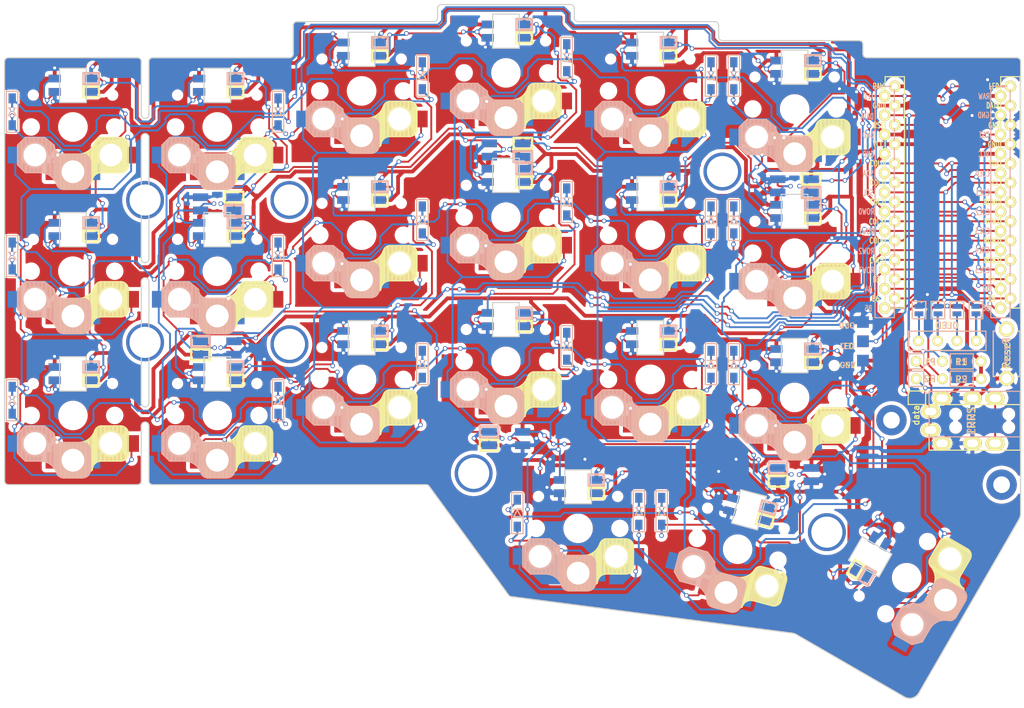
<source format=kicad_pcb>
(kicad_pcb (version 20221018) (generator pcbnew)
  (title_block (title "corne_dark") (date "2023-09-12") (rev "1.0"))
  (layers (0 "F.Cu" signal) (31 "B.Cu" signal) (34 "B.Paste" user) (35 "F.Paste" user) (36 "B.SilkS" user "B.Silkscreen") (37 "F.SilkS" user "F.Silkscreen") (38 "B.Mask" user) (39 "F.Mask" user) (44 "Edge.Cuts" user))
  (net 0 "")
  (net 1 "row0")
  (net 2 "Net-(D1-Pad2)")
  (net 3 "row1")
  (net 4 "Net-(D2-Pad2)")
  (net 5 "row2")
  (net 6 "Net-(D3-Pad2)")
  (net 7 "row3")
  (net 8 "Net-(D4-Pad2)")
  (net 9 "Net-(D5-Pad2)")
  (net 10 "Net-(D6-Pad2)")
  (net 11 "Net-(D7-Pad2)")
  (net 12 "Net-(D8-Pad2)")
  (net 13 "Net-(D9-Pad2)")
  (net 14 "Net-(D10-Pad2)")
  (net 15 "Net-(D11-Pad2)")
  (net 16 "Net-(D12-Pad2)")
  (net 17 "Net-(D13-Pad2)")
  (net 18 "Net-(D14-Pad2)")
  (net 19 "Net-(D15-Pad2)")
  (net 20 "Net-(D16-Pad2)")
  (net 21 "Net-(D17-Pad2)")
  (net 22 "Net-(D18-Pad2)")
  (net 23 "Net-(D19-Pad2)")
  (net 24 "Net-(D20-Pad2)")
  (net 25 "Net-(D21-Pad2)")
  (net 26 "GND")
  (net 27 "VCC")
  (net 28 "col0")
  (net 29 "col1")
  (net 30 "col2")
  (net 31 "col3")
  (net 32 "col4")
  (net 33 "col5")
  (net 34 "LED")
  (net 35 "data")
  (net 36 "Net-(L1-Pad3)")
  (net 37 "Net-(L1-Pad1)")
  (net 38 "Net-(L3-Pad3)")
  (net 39 "Net-(L10-Pad1)")
  (net 40 "Net-(L11-Pad1)")
  (net 41 "Net-(L13-Pad1)")
  (net 42 "Net-(L14-Pad3)")
  (net 43 "Net-(L10-Pad3)")
  (net 44 "Net-(L12-Pad1)")
  (net 45 "Net-(L13-Pad3)")
  (net 46 "Net-(L15-Pad3)")
  (net 47 "Net-(L16-Pad3)")
  (net 48 "reset")
  (net 49 "SCL")
  (net 50 "SDA")
  (net 51 "Net-(L5-Pad3)")
  (net 52 "Net-(U1-Pad14)")
  (net 53 "Net-(U1-Pad13)")
  (net 54 "Net-(U1-Pad12)")
  (net 55 "Net-(U1-Pad11)")
  (net 56 "Net-(J2-Pad1)")
  (net 57 "Net-(J2-Pad2)")
  (net 58 "Net-(J2-Pad3)")
  (net 59 "Net-(J2-Pad4)")
  (net 60 "Net-(L2-Pad3)")
  (net 61 "Net-(L3-Pad1)")
  (net 62 "Net-(L11-Pad3)")
  (net 63 "Net-(L14-Pad1)")
  (net 64 "Net-(L12-Pad3)")
  (net 65 "Net-(L17-Pad1)")
  (net 66 "Net-(L18-Pad3)")
  (net 67 "Net-(L19-Pad3)")
  (net 68 "Net-(J1-PadA)")
  (net 69 "Net-(J1-PadB)")
  (net 70 "Net-(U1-Pad24)")
  (net 71 "Net-(L21-Pad3)")
  (net 72 "Net-(L22-Pad3)")
  (net 73 "Net-(L22-Pad1)")
  (net 74 "Net-(L23-Pad3)")
  (net 75 "Net-(L25-Pad1)")
  (net 76 "Net-(L26-Pad1)")
  (footprint "kbd:D3_SMD" (layer "F.Cu") (at 62 75.125 -90)
    (fp_text reference "D1" hide)
    (fp_text value "D" hide)
  )
  (footprint "kbd:D3_SMD" (layer "F.Cu") (at 97 75.125 -90)
    (fp_text reference "D2" hide)
    (fp_text value "D" hide)
  )
  (footprint "kbd:D3_SMD" (layer "F.Cu") (at 116 70.375 -90)
    (fp_text reference "D3" hide)
    (fp_text value "D" hide)
  )
  (footprint "kbd:D3_SMD" (layer "F.Cu") (at 135 68 -90)
    (fp_text reference "D4" hide)
    (fp_text value "D" hide)
  )
  (footprint "kbd:D3_SMD" (layer "F.Cu") (at 154 70.375 -90)
    (fp_text reference "D5" hide)
    (fp_text value "D" hide)
  )
  (footprint "kbd:D3_SMD" (layer "F.Cu") (at 157 70.375 -90)
    (fp_text reference "D6" hide)
    (fp_text value "D" hide)
  )
  (footprint "kbd:D3_SMD" (layer "F.Cu") (at 62 94.125 -90)
    (fp_text reference "D7" hide)
    (fp_text value "D" hide)
  )
  (footprint "kbd:D3_SMD" (layer "F.Cu") (at 97 94.125 -90)
    (fp_text reference "D8" hide)
    (fp_text value "D" hide)
  )
  (footprint "kbd:D3_SMD" (layer "F.Cu") (at 116 89.375 -90)
    (fp_text reference "D9" hide)
    (fp_text value "D" hide)
  )
  (footprint "kbd:D3_SMD" (layer "F.Cu") (at 135 87 -90)
    (fp_text reference "D10" hide)
    (fp_text value "D" hide)
  )
  (footprint "kbd:D3_SMD" (layer "F.Cu") (at 154 89.375 -90)
    (fp_text reference "D11" hide)
    (fp_text value "D" hide)
  )
  (footprint "kbd:D3_SMD" (layer "F.Cu") (at 157 89.375 -90)
    (fp_text reference "D12" hide)
    (fp_text value "D" hide)
  )
  (footprint "kbd:D3_SMD" (layer "F.Cu") (at 62 113.125 -90)
    (fp_text reference "D13" hide)
    (fp_text value "D" hide)
  )
  (footprint "kbd:D3_SMD" (layer "F.Cu") (at 97 113.125 -90)
    (fp_text reference "D14" hide)
    (fp_text value "D" hide)
  )
  (footprint "kbd:D3_SMD" (layer "F.Cu") (at 116 108.375 -90)
    (fp_text reference "D15" hide)
    (fp_text value "D" hide)
  )
  (footprint "kbd:D3_SMD" (layer "F.Cu") (at 135 106 -90)
    (fp_text reference "D16" hide)
    (fp_text value "D" hide)
  )
  (footprint "kbd:D3_SMD" (layer "F.Cu") (at 154 108.375 -90)
    (fp_text reference "D17" hide)
    (fp_text value "D" hide)
  )
  (footprint "kbd:D3_SMD" (layer "F.Cu") (at 157 108.375 -90)
    (fp_text reference "D18" hide)
    (fp_text value "D" hide)
  )
  (footprint "kbd:D3_SMD" (layer "F.Cu") (at 128.5 128 -90)
    (fp_text reference "D19" hide)
    (fp_text value "D" hide)
  )
  (footprint "kbd:D3_SMD" (layer "F.Cu") (at 144.5 127.75 -90)
    (fp_text reference "D20" hide)
    (fp_text value "D" hide)
  )
  (footprint "kbd:D3_SMD" (layer "F.Cu") (at 147.5 127.75 -90)
    (fp_text reference "D21" hide)
    (fp_text value "D" hide)
  )
  (footprint "kbd:SK6812MINI_rev" (layer "F.Cu") (at 70 71.625)
    (fp_text reference "L1" hide)
    (fp_text value "SK6812MINI" hide)
  )
  (footprint "kbd:SK6812MINI_rev" (layer "F.Cu") (at 89 71.625)
    (fp_text reference "L2" hide)
    (fp_text value "SK6812MINI" hide)
  )
  (footprint "kbd:SK6812MINI_rev" (layer "F.Cu") (at 108 66.875)
    (fp_text reference "L3" hide)
    (fp_text value "SK6812MINI" hide)
  )
  (footprint "kbd:SK6812MINI_rev" (layer "F.Cu") (at 127 64.5)
    (fp_text reference "L4" hide)
    (fp_text value "SK6812MINI" hide)
  )
  (footprint "kbd:SK6812MINI_rev" (layer "F.Cu") (at 146 66.875)
    (fp_text reference "L5" hide)
    (fp_text value "SK6812MINI" hide)
  )
  (footprint "kbd:SK6812MINI_rev" (layer "F.Cu") (at 165 69.25)
    (fp_text reference "L6" hide)
    (fp_text value "SK6812MINI" hide)
  )
  (footprint "kbd:SK6812MINI_rev" (layer "F.Cu") (at 70 90.625)
    (fp_text reference "L7" hide)
    (fp_text value "SK6812MINI" hide)
  )
  (footprint "kbd:SK6812MINI_rev" (layer "F.Cu") (at 89 90.625)
    (fp_text reference "L8" hide)
    (fp_text value "SK6812MINI" hide)
  )
  (footprint "kbd:SK6812MINI_rev" (layer "F.Cu") (at 108 85.875)
    (fp_text reference "L9" hide)
    (fp_text value "SK6812MINI" hide)
  )
  (footprint "kbd:SK6812MINI_rev" (layer "F.Cu") (at 127 83.5)
    (fp_text reference "L10" hide)
    (fp_text value "SK6812MINI" hide)
  )
  (footprint "kbd:SK6812MINI_rev" (layer "F.Cu") (at 146 85.875)
    (fp_text reference "L11" hide)
    (fp_text value "SK6812MINI" hide)
  )
  (footprint "kbd:SK6812MINI_rev" (layer "F.Cu") (at 165 88.25)
    (fp_text reference "L12" hide)
    (fp_text value "SK6812MINI" hide)
  )
  (footprint "kbd:SK6812MINI_rev" (layer "F.Cu") (at 70 109.625)
    (fp_text reference "L13" hide)
    (fp_text value "SK6812MINI" hide)
  )
  (footprint "kbd:SK6812MINI_rev" (layer "F.Cu") (at 89 109.625)
    (fp_text reference "L14" hide)
    (fp_text value "SK6812MINI" hide)
  )
  (footprint "kbd:SK6812MINI_rev" (layer "F.Cu") (at 108 104.875)
    (fp_text reference "L15" hide)
    (fp_text value "SK6812MINI" hide)
  )
  (footprint "kbd:SK6812MINI_rev" (layer "F.Cu") (at 127 102.5)
    (fp_text reference "L16" hide)
    (fp_text value "SK6812MINI" hide)
  )
  (footprint "kbd:SK6812MINI_rev" (layer "F.Cu") (at 146 104.875)
    (fp_text reference "L17" hide)
    (fp_text value "SK6812MINI" hide)
  )
  (footprint "kbd:SK6812MINI_rev" (layer "F.Cu") (at 165 107.25)
    (fp_text reference "L18" hide)
    (fp_text value "SK6812MINI" hide)
  )
  (footprint "kbd:SK6812MINI_rev" (layer "F.Cu") (at 136.5 124.5)
    (fp_text reference "L19" hide)
    (fp_text value "SK6812MINI" hide)
  )
  (footprint "kbd:SK6812MINI_rev" (layer "F.Cu") (at 159 127.5 -15)
    (fp_text reference "L20" hide)
    (fp_text value "SK6812MINI" hide)
  )
  (footprint "kbd:SK6812MINI_rev" (layer "F.Cu") (at 175 133.75 -120)
    (fp_text reference "L21" hide)
    (fp_text value "SK6812MINI" hide)
  )
  (footprint "kbd:Choc_Hotswap" (layer "F.Cu") (at 70 77.125 180)
    (fp_text reference "SW1" hide)
    (fp_text value "SW_PUSH" hide)
  )
  (footprint "kbd:Choc_Hotswap" (layer "F.Cu") (at 89 77.125 180)
    (fp_text reference "SW2" hide)
    (fp_text value "SW_PUSH" hide)
  )
  (footprint "kbd:Choc_Hotswap" (layer "F.Cu") (at 108 72.375 180)
    (fp_text reference "SW3" hide)
    (fp_text value "SW_PUSH" hide)
  )
  (footprint "kbd:Choc_Hotswap" (layer "F.Cu") (at 127 70 180)
    (fp_text reference "SW4" hide)
    (fp_text value "SW_PUSH" hide)
  )
  (footprint "kbd:Choc_Hotswap" (layer "F.Cu") (at 146 72.375 180)
    (fp_text reference "SW5" hide)
    (fp_text value "SW_PUSH" hide)
  )
  (footprint "kbd:Choc_Hotswap" (layer "F.Cu") (at 165 74.75 180)
    (fp_text reference "SW6" hide)
    (fp_text value "SW_PUSH" hide)
  )
  (footprint "kbd:Choc_Hotswap" (layer "F.Cu") (at 70 96.125 180)
    (fp_text reference "SW7" hide)
    (fp_text value "SW_PUSH" hide)
  )
  (footprint "kbd:Choc_Hotswap" (layer "F.Cu") (at 89 96.125 180)
    (fp_text reference "SW8" hide)
    (fp_text value "SW_PUSH" hide)
  )
  (footprint "kbd:Choc_Hotswap" (layer "F.Cu") (at 108 91.375 180)
    (fp_text reference "SW9" hide)
    (fp_text value "SW_PUSH" hide)
  )
  (footprint "kbd:Choc_Hotswap" (layer "F.Cu") (at 127 89 180)
    (fp_text reference "SW10" hide)
    (fp_text value "SW_PUSH" hide)
  )
  (footprint "kbd:Choc_Hotswap" (layer "F.Cu") (at 146 91.375 180)
    (fp_text reference "SW11" hide)
    (fp_text value "SW_PUSH" hide)
  )
  (footprint "kbd:Choc_Hotswap" (layer "F.Cu") (at 165 93.75 180)
    (fp_text reference "SW12" hide)
    (fp_text value "SW_PUSH" hide)
  )
  (footprint "kbd:Choc_Hotswap" (layer "F.Cu") (at 70 115.125 180)
    (fp_text reference "SW13" hide)
    (fp_text value "SW_PUSH" hide)
  )
  (footprint "kbd:Choc_Hotswap" (layer "F.Cu") (at 89 115.125 180)
    (fp_text reference "SW14" hide)
    (fp_text value "SW_PUSH" hide)
  )
  (footprint "kbd:Choc_Hotswap" (layer "F.Cu") (at 108 110.375 180)
    (fp_text reference "SW15" hide)
    (fp_text value "SW_PUSH" hide)
  )
  (footprint "kbd:Choc_Hotswap" (layer "F.Cu") (at 127 108 180)
    (fp_text reference "SW16" hide)
    (fp_text value "SW_PUSH" hide)
  )
  (footprint "kbd:Choc_Hotswap" (layer "F.Cu") (at 146 110.375 180)
    (fp_text reference "SW17" hide)
    (fp_text value "SW_PUSH" hide)
  )
  (footprint "kbd:Choc_Hotswap" (layer "F.Cu") (at 165 112.75 180)
    (fp_text reference "SW18" hide)
    (fp_text value "SW_PUSH" hide)
  )
  (footprint "kbd:Choc_Hotswap" (layer "F.Cu") (at 136.5 130 180)
    (fp_text reference "SW19" hide)
    (fp_text value "SW_PUSH" hide)
  )
  (footprint "kbd:Choc_Hotswap" (layer "F.Cu") (at 157.5 132.75 165)
    (fp_text reference "SW20" hide)
    (fp_text value "SW_PUSH" hide)
  )
  (footprint "kbd:Jumper" (layer "F.Cu") (at 188.875 101.25 -90)
    (fp_text reference "JP2" hide)
    (fp_text value " ")
  )
  (footprint "kbd:Jumper" (layer "F.Cu") (at 186.375 101.25 -90)
    (fp_text reference "JP3" hide)
    (fp_text value " ")
  )
  (footprint "kbd:Jumper" (layer "F.Cu") (at 183.875 101.25 -90)
    (fp_text reference "JP4" hide)
    (fp_text value " ")
  )
  (footprint "kbd:Jumper" (layer "F.Cu") (at 181.375 101.25 -90)
    (fp_text reference "JP5" hide)
    (fp_text value " ")
  )
  (footprint "kbd:ProMicro_v2" (layer "F.Cu") (at 185.75 86.25)
    (fp_text reference "U1" hide)
    (fp_text value "ProMicro" hide)
  )
  (footprint "kbd:LEGO_HOLE" (layer "F.Cu") (at 177.75 115.75)
    (fp_text reference "")
    (fp_text value "")
  )
  (footprint "kbd:LEGO_HOLE" (layer "F.Cu") (at 192.25 124.25)
    (fp_text reference "")
    (fp_text value "")
  )
  (footprint "kbd:LEGO_HOLE" (layer "F.Cu") (at 79.5 86.75)
    (fp_text reference "")
    (fp_text value "")
  )
  (footprint "kbd:LEGO_HOLE" (layer "F.Cu") (at 79.5 105.5)
    (fp_text reference "")
    (fp_text value "")
  )
  (footprint "kbd:LEGO_HOLE" (layer "F.Cu") (at 98.5 86.75)
    (fp_text reference "")
    (fp_text value "")
  )
  (footprint "kbd:LEGO_HOLE" (layer "F.Cu") (at 98.5 105.75)
    (fp_text reference "")
    (fp_text value "")
  )
  (footprint "kbd:LEGO_HOLE" (layer "F.Cu") (at 155.5 83)
    (fp_text reference "")
    (fp_text value "")
  )
  (footprint "kbd:LEGO_HOLE" (layer "F.Cu") (at 122.75 122.75)
    (fp_text reference "")
    (fp_text value "")
  )
  (footprint "kbd:LEGO_HOLE" (layer "F.Cu") (at 169.25 130.5)
    (fp_text reference "")
    (fp_text value "")
  )
  (footprint "kbd:StripLED_rev" (layer "F.Cu") (at 174 107.9 180)
    (fp_text reference "J3" hide)
    (fp_text value "LED" hide)
  )
  (footprint "kbd:JPC2" (layer "F.Cu") (at 181.1 112.8)
    (fp_text reference "data")
    (fp_text value " " hide)
  )
  (footprint "kbd:OLED" (layer "F.Cu") (at 181.3 105.3)
    (fp_text reference "OLED")
    (fp_text value "OLED" hide)
  )
  (footprint "kbd:MJ-4PP-9" (layer "F.Cu") (at 194.7 116.7 -90)
    (fp_text reference "TRRS")
    (fp_text value "MJ-4PP-9" hide)
  )
  (footprint "kbd:ResetSW" (layer "F.Cu") (at 192.9 107 90)
    (fp_text reference "RSW1" hide)
    (fp_text value "Reset")
  )
  (footprint "kbd:SK6812MINI_underglow_rev" (layer "F.Cu") (at 127.02 80.16)
    (fp_text reference "L23" hide)
    (fp_text value "SK6812MINI" hide)
  )
  (footprint "kbd:SK6812MINI_underglow_rev" (layer "F.Cu") (at 164.97 84.88)
    (fp_text reference "L24" hide)
    (fp_text value "SK6812MINI" hide)
  )
  (footprint "kbd:SK6812MINI_underglow_rev" (layer "F.Cu") (at 126.99 118.17 180)
    (fp_text reference "L26" hide)
    (fp_text value "SK6812MINI" hide)
  )
  (footprint "kbd:SK6812MINI_underglow_rev" (layer "F.Cu") (at 165.01 122.92 180)
    (fp_text reference "L27" hide)
    (fp_text value "SK6812MINI" hide)
  )
  (footprint "kbd:Choc_Hotswap_1.5u" (layer "F.Cu") (at 179.75 136.5 -120)
    (fp_text reference "SW21" hide)
    (fp_text value "SW_PUSH" hide)
  )
  (footprint "kbd:R" (layer "F.Cu") (at 187 110.3 180)
    (fp_text reference "R2")
    (fp_text value "R" hide)
  )
  (footprint "kbd:R" (layer "F.Cu") (at 187 108 180)
    (fp_text reference "R1")
    (fp_text value "R" hide)
  )
  (footprint "kbd:1pin_conn" (layer "F.Cu") (at 181 108)
    (fp_text reference "P1")
    (fp_text value "i2c-pin" hide)
  )
  (footprint "kbd:1pin_conn" (layer "F.Cu") (at 181 110.3)
    (fp_text reference "P2")
    (fp_text value "i2c-pin" hide)
  )
  (footprint "kbd:SK6812MINI_underglow_rev" (layer "F.Cu") (at 89 87.25)
    (fp_text reference "L22" hide)
    (fp_text value "SK6812MINI" hide)
  )
  (footprint "kbd:SK6812MINI_underglow_rev" (layer "F.Cu") (at 89 106.24 180)
    (fp_text reference "L25" hide)
    (fp_text value "SK6812MINI" hide)
  )
  (footprint "kbd:Jumper" (layer "B.Cu") (at 188.875 101.25 -90)
    (fp_text reference "JP6" hide)
    (fp_text value " ")
  )
  (footprint "kbd:Jumper" (layer "B.Cu") (at 186.375 101.25 -90)
    (fp_text reference "JP7" hide)
    (fp_text value " ")
  )
  (footprint "kbd:Jumper" (layer "B.Cu") (at 183.875 101.25 -90)
    (fp_text reference "JP8" hide)
    (fp_text value " ")
  )
  (footprint "kbd:Jumper" (layer "B.Cu") (at 181.375 101.25 -90)
    (fp_text reference "JP9" hide)
    (fp_text value " ")
  )
  (gr_line (start 87.25 69.4) (end 87.25 73.9) (stroke (width 0.15)) (layer "Edge.Cuts"))
  (gr_line (start 87.25 73.9) (end 90.75 73.9) (stroke (width 0.15)) (layer "Edge.Cuts"))
  (gr_line (start 90.75 73.9) (end 90.75 69.4) (stroke (width 0.15)) (layer "Edge.Cuts"))
  (gr_line (start 90.75 69.4) (end 87.25 69.4) (stroke (width 0.15)) (layer "Edge.Cuts"))
  (gr_line (start 68.25 88.4) (end 68.25 92.9) (stroke (width 0.15)) (layer "Edge.Cuts"))
  (gr_line (start 68.25 92.9) (end 71.75 92.9) (stroke (width 0.15)) (layer "Edge.Cuts"))
  (gr_line (start 71.75 92.9) (end 71.75 88.4) (stroke (width 0.15)) (layer "Edge.Cuts"))
  (gr_line (start 71.75 88.4) (end 68.25 88.4) (stroke (width 0.15)) (layer "Edge.Cuts"))
  (gr_line (start 87.25 88.4) (end 87.25 92.9) (stroke (width 0.15)) (layer "Edge.Cuts"))
  (gr_line (start 87.25 92.9) (end 90.75 92.9) (stroke (width 0.15)) (layer "Edge.Cuts"))
  (gr_line (start 90.75 92.9) (end 90.75 88.4) (stroke (width 0.15)) (layer "Edge.Cuts"))
  (gr_line (start 90.75 88.4) (end 87.25 88.4) (stroke (width 0.15)) (layer "Edge.Cuts"))
  (gr_line (start 68.25 107.4) (end 68.25 111.9) (stroke (width 0.15)) (layer "Edge.Cuts"))
  (gr_line (start 68.25 111.9) (end 71.75 111.9) (stroke (width 0.15)) (layer "Edge.Cuts"))
  (gr_line (start 71.75 111.9) (end 71.75 107.4) (stroke (width 0.15)) (layer "Edge.Cuts"))
  (gr_line (start 71.75 107.4) (end 68.25 107.4) (stroke (width 0.15)) (layer "Edge.Cuts"))
  (gr_line (start 87.25 107.4) (end 87.25 111.9) (stroke (width 0.15)) (layer "Edge.Cuts"))
  (gr_line (start 87.25 111.9) (end 90.75 111.9) (stroke (width 0.15)) (layer "Edge.Cuts"))
  (gr_line (start 90.75 111.9) (end 90.75 107.4) (stroke (width 0.15)) (layer "Edge.Cuts"))
  (gr_line (start 90.75 107.4) (end 87.25 107.4) (stroke (width 0.15)) (layer "Edge.Cuts"))
  (gr_line (start 106.25 64.65) (end 106.25 69.15) (stroke (width 0.15)) (layer "Edge.Cuts"))
  (gr_line (start 106.25 69.15) (end 109.75 69.15) (stroke (width 0.15)) (layer "Edge.Cuts"))
  (gr_line (start 109.75 69.15) (end 109.75 64.65) (stroke (width 0.15)) (layer "Edge.Cuts"))
  (gr_line (start 109.75 64.65) (end 106.25 64.65) (stroke (width 0.15)) (layer "Edge.Cuts"))
  (gr_line (start 125.25 62.25) (end 125.25 66.75) (stroke (width 0.15)) (layer "Edge.Cuts"))
  (gr_line (start 125.25 66.75) (end 128.75 66.75) (stroke (width 0.15)) (layer "Edge.Cuts"))
  (gr_line (start 128.75 66.75) (end 128.75 62.25) (stroke (width 0.15)) (layer "Edge.Cuts"))
  (gr_line (start 128.75 62.25) (end 125.25 62.25) (stroke (width 0.15)) (layer "Edge.Cuts"))
  (gr_line (start 144.25 64.65) (end 144.25 69.15) (stroke (width 0.15)) (layer "Edge.Cuts"))
  (gr_line (start 144.25 69.15) (end 147.75 69.15) (stroke (width 0.15)) (layer "Edge.Cuts"))
  (gr_line (start 147.75 69.15) (end 147.75 64.65) (stroke (width 0.15)) (layer "Edge.Cuts"))
  (gr_line (start 147.75 64.65) (end 144.25 64.65) (stroke (width 0.15)) (layer "Edge.Cuts"))
  (gr_line (start 163.25 67) (end 163.25 71.5) (stroke (width 0.15)) (layer "Edge.Cuts"))
  (gr_line (start 163.25 71.5) (end 166.75 71.5) (stroke (width 0.15)) (layer "Edge.Cuts"))
  (gr_line (start 166.75 71.5) (end 166.75 67) (stroke (width 0.15)) (layer "Edge.Cuts"))
  (gr_line (start 166.75 67) (end 163.25 67) (stroke (width 0.15)) (layer "Edge.Cuts"))
  (gr_line (start 106.25 83.65) (end 106.25 88.15) (stroke (width 0.15)) (layer "Edge.Cuts"))
  (gr_line (start 106.25 88.15) (end 109.75 88.15) (stroke (width 0.15)) (layer "Edge.Cuts"))
  (gr_line (start 109.75 88.15) (end 109.75 83.65) (stroke (width 0.15)) (layer "Edge.Cuts"))
  (gr_line (start 109.75 83.65) (end 106.25 83.65) (stroke (width 0.15)) (layer "Edge.Cuts"))
  (gr_line (start 125.25 81.25) (end 125.25 85.75) (stroke (width 0.15)) (layer "Edge.Cuts"))
  (gr_line (start 125.25 85.75) (end 128.75 85.75) (stroke (width 0.15)) (layer "Edge.Cuts"))
  (gr_line (start 128.75 85.75) (end 128.75 81.25) (stroke (width 0.15)) (layer "Edge.Cuts"))
  (gr_line (start 128.75 81.25) (end 125.25 81.25) (stroke (width 0.15)) (layer "Edge.Cuts"))
  (gr_line (start 144.25 83.65) (end 144.25 88.15) (stroke (width 0.15)) (layer "Edge.Cuts"))
  (gr_line (start 144.25 88.15) (end 147.75 88.15) (stroke (width 0.15)) (layer "Edge.Cuts"))
  (gr_line (start 147.75 88.15) (end 147.75 83.65) (stroke (width 0.15)) (layer "Edge.Cuts"))
  (gr_line (start 147.75 83.65) (end 144.25 83.65) (stroke (width 0.15)) (layer "Edge.Cuts"))
  (gr_line (start 163.25 86) (end 163.25 90.5) (stroke (width 0.15)) (layer "Edge.Cuts"))
  (gr_line (start 163.25 90.5) (end 166.75 90.5) (stroke (width 0.15)) (layer "Edge.Cuts"))
  (gr_line (start 166.75 90.5) (end 166.75 86) (stroke (width 0.15)) (layer "Edge.Cuts"))
  (gr_line (start 166.75 86) (end 163.25 86) (stroke (width 0.15)) (layer "Edge.Cuts"))
  (gr_line (start 106.25 102.65) (end 106.25 107.15) (stroke (width 0.15)) (layer "Edge.Cuts"))
  (gr_line (start 106.25 107.15) (end 109.75 107.15) (stroke (width 0.15)) (layer "Edge.Cuts"))
  (gr_line (start 109.75 107.15) (end 109.75 102.65) (stroke (width 0.15)) (layer "Edge.Cuts"))
  (gr_line (start 109.75 102.65) (end 106.25 102.65) (stroke (width 0.15)) (layer "Edge.Cuts"))
  (gr_line (start 125.25 100.25) (end 125.25 104.75) (stroke (width 0.15)) (layer "Edge.Cuts"))
  (gr_line (start 125.25 104.75) (end 128.75 104.75) (stroke (width 0.15)) (layer "Edge.Cuts"))
  (gr_line (start 128.75 104.75) (end 128.75 100.25) (stroke (width 0.15)) (layer "Edge.Cuts"))
  (gr_line (start 128.75 100.25) (end 125.25 100.25) (stroke (width 0.15)) (layer "Edge.Cuts"))
  (gr_line (start 144.25 102.65) (end 144.25 107.15) (stroke (width 0.15)) (layer "Edge.Cuts"))
  (gr_line (start 144.25 107.15) (end 147.75 107.15) (stroke (width 0.15)) (layer "Edge.Cuts"))
  (gr_line (start 147.75 107.15) (end 147.75 102.65) (stroke (width 0.15)) (layer "Edge.Cuts"))
  (gr_line (start 147.75 102.65) (end 144.25 102.65) (stroke (width 0.15)) (layer "Edge.Cuts"))
  (gr_line (start 163.25 105) (end 163.25 109.5) (stroke (width 0.15)) (layer "Edge.Cuts"))
  (gr_line (start 163.25 109.5) (end 166.75 109.5) (stroke (width 0.15)) (layer "Edge.Cuts"))
  (gr_line (start 166.75 109.5) (end 166.75 105) (stroke (width 0.15)) (layer "Edge.Cuts"))
  (gr_line (start 166.75 105) (end 163.25 105) (stroke (width 0.15)) (layer "Edge.Cuts"))
  (gr_line (start 134.75 122.3) (end 134.75 126.75) (stroke (width 0.15)) (layer "Edge.Cuts"))
  (gr_line (start 134.75 126.75) (end 138.25 126.75) (stroke (width 0.15)) (layer "Edge.Cuts"))
  (gr_line (start 138.25 126.75) (end 138.25 122.3) (stroke (width 0.15)) (layer "Edge.Cuts"))
  (gr_line (start 138.25 122.3) (end 134.75 122.3) (stroke (width 0.15)) (layer "Edge.Cuts"))
  (gr_line (start 157.9 124.9) (end 156.7 129.3) (stroke (width 0.15)) (layer "Edge.Cuts"))
  (gr_line (start 156.7 129.3) (end 160.1 130.2) (stroke (width 0.15)) (layer "Edge.Cuts"))
  (gr_line (start 160.1 130.2) (end 161.3 125.8) (stroke (width 0.15)) (layer "Edge.Cuts"))
  (gr_line (start 161.3 125.8) (end 157.9 124.9) (stroke (width 0.15)) (layer "Edge.Cuts"))
  (gr_line (start 116.5 124.25) (end 80.5 124.25) (stroke (width 0.15)) (layer "Edge.Cuts"))
  (gr_line (start 80 94.5) (end 80 78.5) (stroke (width 0.15)) (layer "Edge.Cuts"))
  (gr_line (start 80 97.5) (end 80 113.5) (stroke (width 0.15)) (layer "Edge.Cuts"))
  (gr_line (start 194.75 68.5) (end 194.75 127.975) (stroke (width 0.15)) (layer "Edge.Cuts"))
  (gr_arc (start 79 123.75) (mid 78.853553 124.103553) (end 78.5 124.25) (stroke (width 0.15)) (layer "Edge.Cuts"))
  (gr_arc (start 79.5 95) (mid 79.146447 94.853553) (end 79 94.5) (stroke (width 0.15)) (layer "Edge.Cuts"))
  (gr_arc (start 78.5 68) (mid 78.853553 68.146447) (end 79 68.5) (stroke (width 0.15)) (layer "Edge.Cuts"))
  (gr_line (start 155 65.25) (end 155 63.75) (stroke (width 0.15)) (layer "Edge.Cuts"))
  (gr_line (start 61 68.5) (end 61 123.75) (stroke (width 0.15)) (layer "Edge.Cuts"))
  (gr_arc (start 194.75 127.975) (mid 194.695218 128.426668) (end 194.522764 128.847696) (stroke (width 0.15)) (layer "Edge.Cuts"))
  (gr_line (start 136 62.75) (end 136 61.5) (stroke (width 0.15)) (layer "Edge.Cuts"))
  (gr_line (start 80 75.5) (end 80 68.5) (stroke (width 0.15)) (layer "Edge.Cuts"))
  (gr_arc (start 194.25 68) (mid 194.603553 68.146447) (end 194.75 68.5) (stroke (width 0.15)) (layer "Edge.Cuts"))
  (gr_arc (start 79.5 114) (mid 79.146447 113.853553) (end 79 113.5) (stroke (width 0.15)) (layer "Edge.Cuts"))
  (gr_line (start 117.5 63.25) (end 99.5 63.25) (stroke (width 0.15)) (layer "Edge.Cuts"))
  (gr_arc (start 79.5 76) (mid 79.146447 75.853553) (end 79 75.5) (stroke (width 0.15)) (layer "Edge.Cuts"))
  (gr_arc (start 99 63.75) (mid 99.146447 63.396447) (end 99.5 63.25) (stroke (width 0.15)) (layer "Edge.Cuts"))
  (gr_line (start 98.5 68) (end 80.5 68) (stroke (width 0.15)) (layer "Edge.Cuts"))
  (gr_arc (start 79 116.5) (mid 79.146447 116.146447) (end 79.5 116) (stroke (width 0.15)) (layer "Edge.Cuts"))
  (gr_arc (start 127.75 139) (mid 127.558658 138.96194) (end 127.396447 138.853553) (stroke (width 0.15)) (layer "Edge.Cuts"))
  (gr_line (start 173.5 65.75) (end 155.5 65.75) (stroke (width 0.15)) (layer "Edge.Cuts"))
  (gr_line (start 165.075 143.9) (end 179.369251 152.160956) (stroke (width 0.15)) (layer "Edge.Cuts"))
  (gr_line (start 78.5 68) (end 61.5 68) (stroke (width 0.15)) (layer "Edge.Cuts"))
  (gr_arc (start 99 67.5) (mid 98.853553 67.853553) (end 98.5 68) (stroke (width 0.15)) (layer "Edge.Cuts"))
  (gr_arc (start 80.5 124.25) (mid 80.146447 124.103553) (end 80 123.75) (stroke (width 0.15)) (layer "Edge.Cuts"))
  (gr_line (start 135.5 61) (end 118.5 61) (stroke (width 0.15)) (layer "Edge.Cuts"))
  (gr_line (start 154.5 63.25) (end 136.5 63.25) (stroke (width 0.15)) (layer "Edge.Cuts"))
  (gr_line (start 176.1 136.4) (end 177.8 133.4) (stroke (width 0.15)) (layer "Edge.Cuts"))
  (gr_arc (start 79.5 97) (mid 79.853553 97.146447) (end 80 97.5) (stroke (width 0.15)) (layer "Edge.Cuts"))
  (gr_line (start 173.9 131.1) (end 172.1 134.2) (stroke (width 0.15)) (layer "Edge.Cuts"))
  (gr_arc (start 181.297263 151.781465) (mid 180.412069 152.371617) (end 179.369251 152.160956) (stroke (width 0.15)) (layer "Edge.Cuts"))
  (gr_arc (start 79.5 78) (mid 79.853553 78.146447) (end 80 78.5) (stroke (width 0.15)) (layer "Edge.Cuts"))
  (gr_arc (start 80 94.5) (mid 79.853553 94.853553) (end 79.5 95) (stroke (width 0.15)) (layer "Edge.Cuts"))
  (gr_line (start 116.853553 124.396447) (end 127.396447 138.853553) (stroke (width 0.15)) (layer "Edge.Cuts"))
  (gr_arc (start 80 75.5) (mid 79.853553 75.853553) (end 79.5 76) (stroke (width 0.15)) (layer "Edge.Cuts"))
  (gr_arc (start 79 78.5) (mid 79.146447 78.146447) (end 79.5 78) (stroke (width 0.15)) (layer "Edge.Cuts"))
  (gr_arc (start 155.5 65.75) (mid 155.146447 65.603553) (end 155 65.25) (stroke (width 0.15)) (layer "Edge.Cuts"))
  (gr_arc (start 79 97.5) (mid 79.146447 97.146447) (end 79.5 97) (stroke (width 0.15)) (layer "Edge.Cuts"))
  (gr_arc (start 135.5 61) (mid 135.853553 61.146447) (end 136 61.5) (stroke (width 0.15)) (layer "Edge.Cuts"))
  (gr_line (start 79 78.5) (end 79 94.5) (stroke (width 0.15)) (layer "Edge.Cuts"))
  (gr_line (start 118 61.5) (end 118 62.75) (stroke (width 0.15)) (layer "Edge.Cuts"))
  (gr_arc (start 173.5 65.75) (mid 173.853553 65.896447) (end 174 66.25) (stroke (width 0.15)) (layer "Edge.Cuts"))
  (gr_arc (start 61 68.5) (mid 61.146447 68.146447) (end 61.5 68) (stroke (width 0.15)) (layer "Edge.Cuts"))
  (gr_line (start 127.75 139) (end 164.420555 143.770344) (stroke (width 0.15)) (layer "Edge.Cuts"))
  (gr_line (start 79 123.75) (end 79 116.5) (stroke (width 0.15)) (layer "Edge.Cuts"))
  (gr_arc (start 154.5 63.25) (mid 154.853553 63.396447) (end 155 63.75) (stroke (width 0.15)) (layer "Edge.Cuts"))
  (gr_line (start 99 63.75) (end 99 67.5) (stroke (width 0.15)) (layer "Edge.Cuts"))
  (gr_line (start 79 68.5) (end 79 75.5) (stroke (width 0.15)) (layer "Edge.Cuts"))
  (gr_line (start 181.297263 151.781465) (end 194.525 128.85) (stroke (width 0.15)) (layer "Edge.Cuts"))
  (gr_line (start 172.1 134.2) (end 176.1 136.4) (stroke (width 0.15)) (layer "Edge.Cuts"))
  (gr_arc (start 118 62.75) (mid 117.853553 63.103553) (end 117.5 63.25) (stroke (width 0.15)) (layer "Edge.Cuts"))
  (gr_line (start 71.75 69.4) (end 68.25 69.4) (stroke (width 0.15)) (layer "Edge.Cuts"))
  (gr_arc (start 61.5 124.25) (mid 61.146447 124.103553) (end 61 123.75) (stroke (width 0.15)) (layer "Edge.Cuts"))
  (gr_line (start 68.25 73.9) (end 71.75 73.9) (stroke (width 0.15)) (layer "Edge.Cuts"))
  (gr_arc (start 164.420555 143.770344) (mid 164.750952 143.819149) (end 165.075 143.9) (stroke (width 0.15)) (layer "Edge.Cuts"))
  (gr_line (start 177.8 133.4) (end 173.9 131.1) (stroke (width 0.15)) (layer "Edge.Cuts"))
  (gr_line (start 61.5 124.25) (end 78.5 124.25) (stroke (width 0.15)) (layer "Edge.Cuts"))
  (gr_line (start 71.75 73.9) (end 71.75 69.4) (stroke (width 0.15)) (layer "Edge.Cuts"))
  (gr_arc (start 80 113.5) (mid 79.853553 113.853553) (end 79.5 114) (stroke (width 0.15)) (layer "Edge.Cuts"))
  (gr_arc (start 116.5 124.25) (mid 116.691342 124.28806) (end 116.853553 124.396447) (stroke (width 0.15)) (layer "Edge.Cuts"))
  (gr_arc (start 136.5 63.25) (mid 136.146447 63.103553) (end 136 62.75) (stroke (width 0.15)) (layer "Edge.Cuts"))
  (gr_line (start 79 113.5) (end 79 97.5) (stroke (width 0.15)) (layer "Edge.Cuts"))
  (gr_arc (start 174.5 68) (mid 174.146447 67.853553) (end 174 67.5) (stroke (width 0.15)) (layer "Edge.Cuts"))
  (gr_arc (start 79.5 116) (mid 79.853553 116.146447) (end 80 116.5) (stroke (width 0.15)) (layer "Edge.Cuts"))
  (gr_line (start 68.25 69.4) (end 68.25 73.9) (stroke (width 0.15)) (layer "Edge.Cuts"))
  (gr_line (start 80 116.5) (end 80 123.75) (stroke (width 0.15)) (layer "Edge.Cuts"))
  (gr_line (start 174 66.25) (end 174 67.5) (stroke (width 0.15)) (layer "Edge.Cuts"))
  (gr_arc (start 118 61.5) (mid 118.146447 61.146447) (end 118.5 61) (stroke (width 0.15)) (layer "Edge.Cuts"))
  (gr_arc (start 80 68.5) (mid 80.146447 68.146447) (end 80.5 68) (stroke (width 0.15)) (layer "Edge.Cuts"))
  (gr_line (start 194.25 68) (end 174.5 68) (stroke (width 0.15)) (layer "Edge.Cuts"))
  (gr_text "VCC" (at 172 108.5) (layer "B.SilkS") (effects (font (size 0.7 0.7) (thickness 0.125)) (justify mirror)))
  (gr_text "GND" (at 171.9 103.3) (layer "B.SilkS") (effects (font (size 0.7 0.7) (thickness 0.125)) (justify mirror)))
  (gr_text "LED" (at 172 106) (layer "B.SilkS") (effects (font (size 0.7 0.7) (thickness 0.125)) (justify mirror)))
  (gr_text "OLED" (at 185.1 103.3) (layer "B.SilkS") (effects (font (size 0.8128 0.8128)) (justify mirror)))
  (gr_text "LED" (at 171.9 106) (layer "F.SilkS") (effects (font (size 0.7 0.7) (thickness 0.125))))
  (gr_text "GND" (at 172 108.5) (layer "F.SilkS") (effects (font (size 0.7 0.7) (thickness 0.125))))
  (gr_text "VCC" (at 171.9 103.3) (layer "F.SilkS") (effects (font (size 0.7 0.7) (thickness 0.125))))
  (segment (start 187.518 88.282) (end 188.788 87.012) (width 0.25) (layer "F.Cu") (net 1))
  (segment (start 188.788 87.012) (end 193.4064 87.012) (width 0.25) (layer "F.Cu") (net 1))
  (segment (start 115.75 69.95) (end 116 69.7) (width 0.25) (layer "F.Cu") (net 1))
  (segment (start 116 69.7) (end 116 68.6) (width 0.25) (layer "F.Cu") (net 1))
  (segment (start 135 67.6) (end 135 66.225) (width 0.25) (layer "F.Cu") (net 1))
  (segment (start 97 74.75) (end 97 73.35) (width 0.25) (layer "F.Cu") (net 1))
  (segment (start 62 74.8) (end 62 73.35) (width 0.25) (layer "F.Cu") (net 1))
  (segment (start 154 70) (end 154 68.6) (width 0.25) (layer "F.Cu") (net 1))
  (segment (start 174.62 86.042) (end 174.62 82.004264) (width 0.25) (layer "F.Cu") (net 1))
  (segment (start 157 68.6) (end 157 70) (width 0.25) (layer "F.Cu") (net 1))
  (segment (start 176.86 88.282) (end 174.62 86.042) (width 0.25) (layer "F.Cu") (net 1))
  (segment (start 174.8 77) (end 174.8 77.592016) (width 0.25) (layer "F.Cu") (net 1))
  (segment (start 174.8 77.592016) (end 174.623487 77.768529) (width 0.25) (layer "F.Cu") (net 1))
  (segment (start 174.62 82.004264) (end 174.62 81.58) (width 0.25) (layer "F.Cu") (net 1))
  (segment (start 176.86 88.282) (end 187.518 88.282) (width 0.25) (layer "F.Cu") (net 1))
  (via (at 154 70) (size 0.6) (drill 0.4) (layers "F.Cu" "B.Cu") (net 1))
  (via (at 174.62 81.58) (size 0.6) (drill 0.4) (layers "F.Cu" "B.Cu") (net 1))
  (via (at 135 67.6) (size 0.6) (drill 0.4) (layers "F.Cu" "B.Cu") (net 1))
  (via (at 157 70) (size 0.6) (drill 0.4) (layers "F.Cu" "B.Cu") (net 1))
  (via (at 97 74.75) (size 0.6) (drill 0.4) (layers "F.Cu" "B.Cu") (net 1))
  (via (at 115.75 69.95) (size 0.6) (drill 0.4) (layers "F.Cu" "B.Cu") (net 1))
  (via (at 174.623487 77.768529) (size 0.6) (drill 0.4) (layers "F.Cu" "B.Cu") (net 1))
  (via (at 174.8 77) (size 0.6) (drill 0.4) (layers "F.Cu" "B.Cu") (net 1))
  (via (at 62 74.8) (size 0.6) (drill 0.4) (layers "F.Cu" "B.Cu") (net 1))
  (segment (start 66.8 76.05) (end 66.8 77.5) (width 0.25) (layer "B.Cu") (net 1))
  (segment (start 66.8 77.5) (end 68.9 79.6) (width 0.25) (layer "B.Cu") (net 1))
  (segment (start 68.9 79.6) (end 71.15 79.6) (width 0.25) (layer "B.Cu") (net 1))
  (segment (start 71.15 79.6) (end 73.1 77.65) (width 0.25) (layer "B.Cu") (net 1))
  (segment (start 73.1 77.65) (end 73.1 76.25) (width 0.25) (layer "B.Cu") (net 1))
  (segment (start 73.1 76.25) (end 73.75 75.6) (width 0.25) (layer "B.Cu") (net 1))
  (segment (start 73.75 75.6) (end 76.2 75.6) (width 0.25) (layer "B.Cu") (net 1))
  (segment (start 76.2 75.6) (end 77.6 77) (width 0.25) (layer "B.Cu") (net 1))
  (segment (start 77.6 77) (end 80.8 77) (width 0.25) (layer "B.Cu") (net 1))
  (segment (start 80.8 77) (end 81.4 76.4) (width 0.25) (layer "B.Cu") (net 1))
  (segment (start 81.4 76.4) (end 81.4 75.2) (width 0.25) (layer "B.Cu") (net 1))
  (segment (start 81.4 75.2) (end 81.6 75) (width 0.25) (layer "B.Cu") (net 1))
  (segment (start 81.6 75) (end 87.4 75) (width 0.25) (layer "B.Cu") (net 1))
  (segment (start 87.4 75) (end 87.9 74.5) (width 0.25) (layer "B.Cu") (net 1))
  (segment (start 87.9 74.5) (end 90.2 74.5) (width 0.25) (layer "B.Cu") (net 1))
  (segment (start 90.2 74.5) (end 90.8 75.1) (width 0.25) (layer "B.Cu") (net 1))
  (segment (start 90.8 75.1) (end 95 75.1) (width 0.25) (layer "B.Cu") (net 1))
  (segment (start 95 75.1) (end 95.25 75.35) (width 0.25) (layer "B.Cu") (net 1))
  (segment (start 97 75.35) (end 95.25 75.35) (width 0.25) (layer "B.Cu") (net 1))
  (segment (start 97.85 75.35) (end 100.8 72.4) (width 0.25) (layer "B.Cu") (net 1))
  (segment (start 100.8 72.4) (end 100.8 71.4) (width 0.25) (layer "B.Cu") (net 1))
  (segment (start 100.8 71.4) (end 101.4 70.8) (width 0.25) (layer "B.Cu") (net 1))
  (segment (start 101.4 70.8) (end 104 70.8) (width 0.25) (layer "B.Cu") (net 1))
  (segment (start 104 70.8) (end 104.9 71.7) (width 0.25) (layer "B.Cu") (net 1))
  (segment (start 104.9 71.7) (end 104.9 72.85) (width 0.25) (layer "B.Cu") (net 1))
  (segment (start 104.9 72.85) (end 106.95 74.9) (width 0.25) (layer "B.Cu") (net 1))
  (segment (start 106.95 74.9) (end 109.1 74.9) (width 0.25) (layer "B.Cu") (net 1))
  (segment (start 109.1 74.9) (end 111 73) (width 0.25) (layer "B.Cu") (net 1))
  (segment (start 111 73) (end 111 71.5) (width 0.25) (layer "B.Cu") (net 1))
  (segment (start 111 71.5) (end 111.7 70.8) (width 0.25) (layer "B.Cu") (net 1))
  (segment (start 111.7 70.8) (end 115.8 70.8) (width 0.25) (layer "B.Cu") (net 1))
  (segment (start 63.7 75.05) (end 62 73.35) (width 0.25) (layer "B.Cu") (net 1))
  (segment (start 115.8 70) (end 115.75 69.95) (width 0.25) (layer "B.Cu") (net 1))
  (segment (start 116 69.7) (end 115.75 69.95) (width 0.25) (layer "B.Cu") (net 1))
  (segment (start 135 68.2) (end 135 67.6) (width 0.25) (layer "B.Cu") (net 1))
  (segment (start 157 70) (end 157.05 70.05) (width 0.25) (layer "B.Cu") (net 1))
  (segment (start 157.05 70.05) (end 157.05 70.6) (width 0.25) (layer "B.Cu") (net 1))
  (segment (start 157.05 70.6) (end 157 70.6) (width 0.25) (layer "B.Cu") (net 1))
  (segment (start 65.8 75.05) (end 63.7 75.05) (width 0.25) (layer "B.Cu") (net 1))
  (segment (start 122.7 68.1) (end 120.8 68.1) (width 0.25) (layer "B.Cu") (net 1))
  (segment (start 115.8 70.8) (end 115.8 70) (width 0.25) (layer "B.Cu") (net 1))
  (segment (start 157 70) (end 157 68.6) (width 0.25) (layer "B.Cu") (net 1))
  (segment (start 97 74.75) (end 97 73.35) (width 0.25) (layer "B.Cu") (net 1))
  (segment (start 144.95 74.9) (end 143.1 73.05) (width 0.25) (layer "B.Cu") (net 1))
  (segment (start 116 70.6) (end 115.8 70.8) (width 0.25) (layer "B.Cu") (net 1))
  (segment (start 161.95 75.75) (end 163.5 77.3) (width 0.25) (layer "B.Cu") (net 1))
  (segment (start 174.8 76.575736) (end 174.8 77) (width 0.25) (layer "B.Cu") (net 1))
  (segment (start 154 70.6) (end 151.063589 70.6) (width 0.25) (layer "B.Cu") (net 1))
  (segment (start 166 77.3) (end 170.03 73.27) (width 0.25) (layer "B.Cu") (net 1))
  (segment (start 146.763589 74.9) (end 144.95 74.9) (width 0.25) (layer "B.Cu") (net 1))
  (segment (start 125.95 72.6) (end 123.8 70.45) (width 0.25) (layer "B.Cu") (net 1))
  (segment (start 62 73.35) (end 62 74.8) (width 0.25) (layer "B.Cu") (net 1))
  (segment (start 130.63 68.75) (end 130.63 68.77) (width 0.25) (layer "B.Cu") (net 1))
  (segment (start 161.95 74.35) (end 161.95 75.75) (width 0.25) (layer "B.Cu") (net 1))
  (segment (start 120.8 68.1) (end 119.5 69.4) (width 0.25) (layer "B.Cu") (net 1))
  (segment (start 117.2 69.4) (end 116 70.6) (width 0.25) (layer "B.Cu") (net 1))
  (segment (start 170.03 73.27) (end 171.375004 73.27) (width 0.25) (layer "B.Cu") (net 1))
  (segment (start 127.9 72.6) (end 125.95 72.6) (width 0.25) (layer "B.Cu") (net 1))
  (segment (start 116 68.6) (end 116 69.7) (width 0.25) (layer "B.Cu") (net 1))
  (segment (start 129.9 69.5) (end 129.9 70.6) (width 0.25) (layer "B.Cu") (net 1))
  (segment (start 174.623487 81.576513) (end 174.62 81.58) (width 0.25) (layer "B.Cu") (net 1))
  (segment (start 171.375004 73.27) (end 173.635002 75.529998) (width 0.25) (layer "B.Cu") (net 1))
  (segment (start 151.063589 70.6) (end 146.763589 74.9) (width 0.25) (layer "B.Cu") (net 1))
  (segment (start 97 75.35) (end 97 74.75) (width 0.25) (layer "B.Cu") (net 1))
  (segment (start 143.1 73.05) (end 143.1 71.15) (width 0.25) (layer "B.Cu") (net 1))
  (segment (start 163.5 77.3) (end 166 77.3) (width 0.25) (layer "B.Cu") (net 1))
  (segment (start 97 75.35) (end 97.85 75.35) (width 0.25) (layer "B.Cu") (net 1))
  (segment (start 136.9 68.2) (end 135 68.2) (width 0.25) (layer "B.Cu") (net 1))
  (segment (start 174.259263 76.034999) (end 174.8 76.575736) (width 0.25) (layer "B.Cu") (net 1))
  (segment (start 173.635002 75.579998) (end 174.090003 76.034999) (width 0.25) (layer "B.Cu") (net 1))
  (segment (start 123.8 70.45) (end 123.8 69.2) (width 0.25) (layer "B.Cu") (net 1))
  (segment (start 154 70) (end 154 68.6) (width 0.25) (layer "B.Cu") (net 1))
  (segment (start 158.2 70.6) (end 161.95 74.35) (width 0.25) (layer "B.Cu") (net 1))
  (segment (start 135 68.2) (end 131.18 68.2) (width 0.25) (layer "B.Cu") (net 1))
  (segment (start 157.05 70.6) (end 158.2 70.6) (width 0.25) (layer "B.Cu") (net 1))
  (segment (start 129.9 70.6) (end 127.9 72.6) (width 0.25) (layer "B.Cu") (net 1))
  (segment (start 154 70.6) (end 157 70.6) (width 0.25) (layer "B.Cu") (net 1))
  (segment (start 174.623487 77.768529) (end 174.623487 81.576513) (width 0.25) (layer "B.Cu") (net 1))
  (segment (start 119.5 69.4) (end 117.2 69.4) (width 0.25) (layer "B.Cu") (net 1))
  (segment (start 174.090003 76.034999) (end 174.259263 76.034999) (width 0.25) (layer "B.Cu") (net 1))
  (segment (start 130.63 68.77) (end 129.9 69.5) (width 0.25) (layer "B.Cu") (net 1))
  (segment (start 66.8 76.05) (end 65.8 75.05) (width 0.25) (layer "B.Cu") (net 1))
  (segment (start 123.8 69.2) (end 122.7 68.1) (width 0.25) (layer "B.Cu") (net 1))
  (segment (start 135 66.225) (end 135 67.6) (width 0.25) (layer "B.Cu") (net 1))
  (segment (start 142.55 70.6) (end 139.3 70.6) (width 0.25) (layer "B.Cu") (net 1))
  (segment (start 154 70.6) (end 154 70) (width 0.25) (layer "B.Cu") (net 1))
  (segment (start 173.635002 75.529998) (end 173.635002 75.579998) (width 0.25) (layer "B.Cu") (net 1))
  (segment (start 131.18 68.2) (end 130.63 68.75) (width 0.25) (layer "B.Cu") (net 1))
  (segment (start 139.3 70.6) (end 136.9 68.2) (width 0.25) (layer "B.Cu") (net 1))
  (segment (start 143.1 71.15) (end 142.55 70.6) (width 0.25) (layer "B.Cu") (net 1))
  (segment (start 62 75.65) (end 62 76.9) (width 0.25) (layer "F.Cu") (net 2))
  (segment (start 67.2 83.025) (end 67.2 81.525) (width 0.25) (layer "F.Cu") (net 2))
  (segment (start 67.2 81.525) (end 67.905 80.82) (width 0.25) (layer "F.Cu") (net 2))
  (segment (start 67.905 80.82) (end 67.99 80.82) (width 0.25) (layer "F.Cu") (net 2))
  (via (at 67.99 80.82) (size 0.6) (drill 0.4) (layers "F.Cu" "B.Cu") (net 2))
  (via (at 62 75.65) (size 0.6) (drill 0.4) (layers "F.Cu" "B.Cu") (net 2))
  (segment (start 63.435 78.51) (end 67.04 78.51) (width 0.25) (layer "B.Cu") (net 2))
  (segment (start 62 76.9) (end 62 75.65) (width 0.25) (layer "B.Cu") (net 2))
  (segment (start 62 77.075) (end 63.435 78.51) (width 0.25) (layer "B.Cu") (net 2))
  (segment (start 68.67 80.14) (end 68.289999 80.520001) (width 0.25) (layer "B.Cu") (net 2))
  (segment (start 72.8 82.16) (end 72.8 83.025) (width 0.25) (layer "B.Cu") (net 2))
  (segment (start 68.289999 80.520001) (end 67.99 80.82) (width 0.25) (layer "B.Cu") (net 2))
  (segment (start 67.04 78.51) (end 68.67 80.14) (width 0.25) (layer "B.Cu") (net 2))
  (segment (start 70.78 80.14) (end 72.8 82.16) (width 0.25) (layer "B.Cu") (net 2))
  (segment (start 62 76.9) (end 62 77.075) (width 0.25) (layer "B.Cu") (net 2))
  (segment (start 68.67 80.14) (end 70.78 80.14) (width 0.25) (layer "B.Cu") (net 2))
  (segment (start 121 87.3) (end 119 87.3) (width 0.25) (layer "F.Cu") (net 3))
  (segment (start 139.9 89.5) (end 138.2 89.5) (width 0.25) (layer "F.Cu") (net 3))
  (segment (start 182.478 90.822) (end 183.748 89.552) (width 0.25) (layer "F.Cu") (net 3))
  (segment (start 183.748 89.552) (end 193.4064 89.552) (width 0.25) (layer "F.Cu") (net 3))
  (segment (start 96.95 93.7) (end 97 93.65) (width 0.25) (layer "F.Cu") (net 3))
  (segment (start 97 93.65) (end 97 92.35) (width 0.25) (layer "F.Cu") (net 3))
  (segment (start 116 89.05) (end 116 87.6) (width 0.25) (layer "F.Cu") (net 3))
  (segment (start 135 86.6) (end 135 85.225) (width 0.25) (layer "F.Cu") (net 3))
  (segment (start 154 89.6) (end 157 89.6) (width 0.25) (layer "F.Cu") (net 3))
  (segment (start 98.98 92.91) (end 102.14 89.75) (width 0.25) (layer "F.Cu") (net 3))
  (segment (start 98.98 92.91) (end 98.98 93.53) (width 0.25) (layer "F.Cu") (net 3))
  (segment (start 176.86 90.822) (end 182.478 90.822) (width 0.25) (layer "F.Cu") (net 3))
  (segment (start 82.600001 94.899999) (end 82.600001 95.289987) (width 0.25) (layer "F.Cu") (net 3))
  (segment (start 176.86 90.822) (end 174.407072 90.822) (width 0.25) (layer "F.Cu") (net 3))
  (segment (start 154 87.6) (end 154 89.6) (width 0.25) (layer "F.Cu") (net 3))
  (segment (start 174.407072 90.822) (end 174.185032 90.59996) (width 0.25) (layer "F.Cu") (net 3))
  (segment (start 82.9 94.6) (end 82.600001 94.899999) (width 0.25) (layer "F.Cu") (net 3))
  (segment (start 157 87.6) (end 157 89.6) (width 0.25) (layer "F.Cu") (net 3))
  (segment (start 62 92.35) (end 62 93.8) (width 0.25) (layer "F.Cu") (net 3))
  (segment (start 82.600001 95.289987) (end 80.689988 97.2) (width 0.25) (layer "F.Cu") (net 3))
  (via (at 139.9 89.5) (size 0.6) (drill 0.4) (layers "F.Cu" "B.Cu") (net 3))
  (via (at 96.95 93.7) (size 0.6) (drill 0.4) (layers "F.Cu" "B.Cu") (net 3))
  (via (at 80.689988 97.2) (size 0.6) (drill 0.4) (layers "F.Cu" "B.Cu") (net 3))
  (via (at 157 89.6) (size 0.6) (drill 0.4) (layers "F.Cu" "B.Cu") (net 3))
  (via (at 154 89.6) (size 0.6) (drill 0.4) (layers "F.Cu" "B.Cu") (net 3))
  (via (at 138.2 89.5) (size 0.6) (drill 0.4) (layers "F.Cu" "B.Cu") (net 3))
  (via (at 119 87.3) (size 0.6) (drill 0.4) (layers "F.Cu" "B.Cu") (net 3))
  (via (at 62 93.8) (size 0.6) (drill 0.4) (layers "F.Cu" "B.Cu") (net 3))
  (via (at 82.9 94.6) (size 0.6) (drill 0.4) (layers "F.Cu" "B.Cu") (net 3))
  (via (at 121 87.3) (size 0.6) (drill 0.4) (layers "F.Cu" "B.Cu") (net 3))
  (via (at 135 86.6) (size 0.6) (drill 0.4) (layers "F.Cu" "B.Cu") (net 3))
  (via (at 116 89.05) (size 0.6) (drill 0.4) (layers "F.Cu" "B.Cu") (net 3))
  (via (at 174.185032 90.59996) (size 0.6) (drill 0.4) (layers "F.Cu" "B.Cu") (net 3))
  (via (at 98.98 93.53) (size 0.6) (drill 0.4) (layers "F.Cu" "B.Cu") (net 3))
  (via (at 102.14 89.75) (size 0.6) (drill 0.4) (layers "F.Cu" "B.Cu") (net 3))
  (segment (start 96.65 94.35) (end 95.9 95.1) (width 0.25) (layer "B.Cu") (net 3))
  (segment (start 95.9 95.1) (end 95.7 95.1) (width 0.25) (layer "B.Cu") (net 3))
  (segment (start 95.7 95.1) (end 95.3 94.7) (width 0.25) (layer "B.Cu") (net 3))
  (segment (start 95.3 94.7) (end 93 94.7) (width 0.25) (layer "B.Cu") (net 3))
  (segment (start 93 94.7) (end 92.2 95.5) (width 0.25) (layer "B.Cu") (net 3))
  (segment (start 92.2 95.5) (end 92.2 96.45) (width 0.25) (layer "B.Cu") (net 3))
  (segment (start 92.2 96.45) (end 90 98.65) (width 0.25) (layer "B.Cu") (net 3))
  (segment (start 90 98.65) (end 87.95 98.65) (width 0.25) (layer "B.Cu") (net 3))
  (segment (start 87.95 98.65) (end 86 96.7) (width 0.25) (layer "B.Cu") (net 3))
  (segment (start 86 96.7) (end 86 95.5) (width 0.25) (layer "B.Cu") (net 3))
  (segment (start 86 95.5) (end 85.1 94.6) (width 0.25) (layer "B.Cu") (net 3))
  (segment (start 119 87.3) (end 118.2 88.1) (width 0.25) (layer "B.Cu") (net 3))
  (segment (start 118.2 88.1) (end 118.2 89) (width 0.25) (layer "B.Cu") (net 3))
  (segment (start 118.2 89) (end 117.6 89.6) (width 0.25) (layer "B.Cu") (net 3))
  (segment (start 117.6 89.6) (end 116 89.6) (width 0.25) (layer "B.Cu") (net 3))
  (segment (start 138.2 89.5) (end 135.925 87.225) (width 0.25) (layer "B.Cu") (net 3))
  (segment (start 135 87.225) (end 135.925 87.225) (width 0.25) (layer "B.Cu") (net 3))
  (segment (start 96.95 94.35) (end 96.65 94.35) (width 0.25) (layer "B.Cu") (net 3))
  (segment (start 97 93.65) (end 96.95 93.7) (width 0.25) (layer "B.Cu") (net 3))
  (segment (start 99 93.55) (end 98.2 94.35) (width 0.25) (layer "B.Cu") (net 3))
  (segment (start 98.2 94.35) (end 96.95 94.35) (width 0.25) (layer "B.Cu") (net 3))
  (segment (start 62 93.8) (end 62 92.35) (width 0.25) (layer "B.Cu") (net 3))
  (segment (start 157 89.6) (end 157 87.6) (width 0.25) (layer "B.Cu") (net 3))
  (segment (start 99 93.55) (end 98.98 93.53) (width 0.25) (layer "B.Cu") (net 3))
  (segment (start 149.58 89.88) (end 148.9 90.56) (width 0.25) (layer "B.Cu") (net 3))
  (segment (start 157.7 89.6) (end 159.2 91.1) (width 0.25) (layer "B.Cu") (net 3))
  (segment (start 143.1 92.05) (end 143.1 90.05) (width 0.25) (layer "B.Cu") (net 3))
  (segment (start 145.15 94.1) (end 143.1 92.05) (width 0.25) (layer "B.Cu") (net 3))
  (segment (start 129.9 88.2) (end 129.9 89.7) (width 0.25) (layer "B.Cu") (net 3))
  (segment (start 148.9 92) (end 146.8 94.1) (width 0.25) (layer "B.Cu") (net 3))
  (segment (start 97 92.35) (end 97 93.65) (width 0.25) (layer "B.Cu") (net 3))
  (segment (start 173.684992 91.1) (end 173.885033 90.899959) (width 0.25) (layer "B.Cu") (net 3))
  (segment (start 154 89.6) (end 153.3 89.6) (width 0.25) (layer "B.Cu") (net 3))
  (segment (start 71.345001 98.254999) (end 72.7 96.9) (width 0.25) (layer "B.Cu") (net 3))
  (segment (start 62 92.35) (end 62.725 92.35) (width 0.25) (layer "B.Cu") (net 3))
  (segment (start 115.35 89.95) (end 112.05 89.95) (width 0.25) (layer "B.Cu") (net 3))
  (segment (start 65.15 93.6) (end 67.1 95.55) (width 0.25) (layer "B.Cu") (net 3))
  (segment (start 135 85.225) (end 135 86.6) (width 0.25) (layer "B.Cu") (net 3))
  (segment (start 109.1 93.95) (end 106.95 93.95) (width 0.25) (layer "B.Cu") (net 3))
  (segment (start 80.389989 96.900001) (end 80.689988 97.2) (width 0.25) (layer "B.Cu") (net 3))
  (segment (start 78.289988 94.8) (end 80.389989 96.900001) (width 0.25) (layer "B.Cu") (net 3))
  (segment (start 123.9 88.1) (end 123.1 87.3) (width 0.25) (layer "B.Cu") (net 3))
  (segment (start 135 87.225) (end 135 86.6) (width 0.25) (layer "B.Cu") (net 3))
  (segment (start 85.1 94.6) (end 82.9 94.6) (width 0.25) (layer "B.Cu") (net 3))
  (segment (start 116 89.6) (end 115.7 89.6) (width 0.25) (layer "B.Cu") (net 3))
  (segment (start 129.9 89.7) (end 128.1 91.5) (width 0.25) (layer "B.Cu") (net 3))
  (segment (start 157 89.6) (end 157.7 89.6) (width 0.25) (layer "B.Cu") (net 3))
  (segment (start 62.725 92.35) (end 63.975 93.6) (width 0.25) (layer "B.Cu") (net 3))
  (segment (start 96.95 94.35) (end 96.95 93.7) (width 0.25) (layer "B.Cu") (net 3))
  (segment (start 116 87.6) (end 116 89.05) (width 0.25) (layer "B.Cu") (net 3))
  (segment (start 112.05 89.95) (end 110.45 91.55) (width 0.25) (layer "B.Cu") (net 3))
  (segment (start 104 89.75) (end 102.14 89.75) (width 0.25) (layer "B.Cu") (net 3))
  (segment (start 115.7 89.6) (end 115.35 89.95) (width 0.25) (layer "B.Cu") (net 3))
  (segment (start 110.45 92.6) (end 109.1 93.95) (width 0.25) (layer "B.Cu") (net 3))
  (segment (start 142.55 89.5) (end 139.9 89.5) (width 0.25) (layer "B.Cu") (net 3))
  (segment (start 67.1 95.55) (end 67.1 96.7) (width 0.25) (layer "B.Cu") (net 3))
  (segment (start 68.654999 98.254999) (end 71.345001 98.254999) (width 0.25) (layer "B.Cu") (net 3))
  (segment (start 173.885033 90.899959) (end 174.185032 90.59996) (width 0.25) (layer "B.Cu") (net 3))
  (segment (start 110.45 91.55) (end 110.45 92.6) (width 0.25) (layer "B.Cu") (net 3))
  (segment (start 148.9 90.56) (end 148.9 92) (width 0.25) (layer "B.Cu") (net 3))
  (segment (start 154 89.6) (end 154 87.6) (width 0.25) (layer "B.Cu") (net 3))
  (segment (start 153.02 89.88) (end 149.58 89.88) (width 0.25) (layer "B.Cu") (net 3))
  (segment (start 72.7 96.9) (end 72.7 95.4) (width 0.25) (layer "B.Cu") (net 3))
  (segment (start 105.4 92.4) (end 105.4 91.15) (width 0.25) (layer "B.Cu") (net 3))
  (segment (start 135 87.225) (end 130.875 87.225) (width 0.25) (layer "B.Cu") (net 3))
  (segment (start 73.3 94.8) (end 78.289988 94.8) (width 0.25) (layer "B.Cu") (net 3))
  (segment (start 125.9 91.5) (end 123.9 89.5) (width 0.25) (layer "B.Cu") (net 3))
  (segment (start 128.1 91.5) (end 125.9 91.5) (width 0.25) (layer "B.Cu") (net 3))
  (segment (start 67.1 96.7) (end 68.654999 98.254999) (width 0.25) (layer "B.Cu") (net 3))
  (segment (start 105.4 91.15) (end 104 89.75) (width 0.25) (layer "B.Cu") (net 3))
  (segment (start 72.7 95.4) (end 73.3 94.8) (width 0.25) (layer "B.Cu") (net 3))
  (segment (start 153.3 89.6) (end 153.02 89.88) (width 0.25) (layer "B.Cu") (net 3))
  (segment (start 146.8 94.1) (end 145.15 94.1) (width 0.25) (layer "B.Cu") (net 3))
  (segment (start 130.875 87.225) (end 129.9 88.2) (width 0.25) (layer "B.Cu") (net 3))
  (segment (start 116 89.6) (end 116 89.05) (width 0.25) (layer "B.Cu") (net 3))
  (segment (start 159.2 91.1) (end 173.684992 91.1) (width 0.25) (layer "B.Cu") (net 3))
  (segment (start 143.1 90.05) (end 142.55 89.5) (width 0.25) (layer "B.Cu") (net 3))
  (segment (start 123.9 89.5) (end 123.9 88.1) (width 0.25) (layer "B.Cu") (net 3))
  (segment (start 106.95 93.95) (end 105.4 92.4) (width 0.25) (layer "B.Cu") (net 3))
  (segment (start 63.975 93.6) (end 65.15 93.6) (width 0.25) (layer "B.Cu") (net 3))
  (segment (start 123.1 87.3) (end 121 87.3) (width 0.25) (layer "B.Cu") (net 3))
  (segment (start 94.96 78.69) (end 92.72 78.69) (width 0.25) (layer "F.Cu") (net 4))
  (segment (start 97 76.9) (end 97 77.075) (width 0.25) (layer "F.Cu") (net 4))
  (segment (start 92.72 78.69) (end 90.8 80.61) (width 0.25) (layer "F.Cu") (net 4))
  (segment (start 90.8 80.61) (end 87.02 80.61) (width 0.25) (layer "F.Cu") (net 4))
  (segment (start 97 77.075) (end 97.953051 78.028051) (width 0.25) (layer "F.Cu") (net 4))
  (segment (start 86.3 81.33) (end 86.3 83.025) (width 0.25) (layer "F.Cu") (net 4))
  (segment (start 97.953051 78.028051) (end 98.028051 78.028051) (width 0.25) (layer "F.Cu") (net 4))
  (segment (start 87.02 80.61) (end 86.3 81.33) (width 0.25) (layer "F.Cu") (net 4))
  (segment (start 95.633058 78.016942) (end 94.96 78.69) (width 0.25) (layer "F.Cu") (net 4))
  (via (at 90.8 80.61) (size 0.6) (drill 0.4) (layers "F.Cu" "B.Cu") (net 4))
  (via (at 95.633058 78.016942) (size 0.6) (drill 0.4) (layers "F.Cu" "B.Cu") (net 4))
  (via (at 98.028051 78.028051) (size 0.6) (drill 0.4) (layers "F.Cu" "B.Cu") (net 4))
  (segment (start 91.69 81.5) (end 91.69 83.015) (width 0.25) (layer "B.Cu") (net 4))
  (segment (start 97 77.075) (end 97.953051 78.028051) (width 0.25) (layer "B.Cu") (net 4))
  (segment (start 97.953051 78.028051) (end 98.028051 78.028051) (width 0.25) (layer "B.Cu") (net 4))
  (segment (start 97 76.9) (end 96.75 76.9) (width 0.25) (layer "B.Cu") (net 4))
  (segment (start 91.69 83.015) (end 91.7 83.025) (width 0.25) (layer "B.Cu") (net 4))
  (segment (start 96.75 76.9) (end 95.633058 78.016942) (width 0.25) (layer "B.Cu") (net 4))
  (segment (start 90.8 80.61) (end 91.69 81.5) (width 0.25) (layer "B.Cu") (net 4))
  (segment (start 97 76.9) (end 97 77.075) (width 0.25) (layer "B.Cu") (net 4))
  (segment (start 81.1 115.7) (end 82.1 114.7) (width 0.25) (layer "F.Cu") (net 5))
  (segment (start 82.1 114.7) (end 82.1 114) (width 0.25) (layer "F.Cu") (net 5))
  (segment (start 82.1 114) (end 82.7 113.4) (width 0.25) (layer "F.Cu") (net 5))
  (segment (start 82.7 113.4) (end 83.3 113.4) (width 0.25) (layer "F.Cu") (net 5))
  (segment (start 121 106.3) (end 119 106.3) (width 0.25) (layer "F.Cu") (net 5))
  (segment (start 140 108.4) (end 137.9 108.4) (width 0.25) (layer "F.Cu") (net 5))
  (segment (start 135 105.6) (end 135 104.225) (width 0.25) (layer "F.Cu") (net 5))
  (segment (start 62 112.75) (end 62 111.35) (width 0.25) (layer "F.Cu") (net 5))
  (segment (start 154 108.55) (end 154 106.565) (width 0.25) (layer "F.Cu") (net 5))
  (segment (start 154 108.55) (end 154 108.6) (width 0.25) (layer "F.Cu") (net 5))
  (segment (start 157 106.565) (end 157 108.6) (width 0.25) (layer "F.Cu") (net 5))
  (segment (start 188.409999 92.105001) (end 189.010001 92.105001) (width 0.25) (layer "F.Cu") (net 5))
  (segment (start 104.8 109.4) (end 103.9 109.4) (width 0.25) (layer "F.Cu") (net 5))
  (segment (start 116 106.6) (end 116 108) (width 0.25) (layer "F.Cu") (net 5))
  (segment (start 188.396998 92.092) (end 188.409999 92.105001) (width 0.25) (layer "F.Cu") (net 5))
  (segment (start 183.208 92.092) (end 188.396998 92.092) (width 0.25) (layer "F.Cu") (net 5))
  (segment (start 175.322988 94.899012) (end 175.322988 102.022988) (width 0.25) (layer "F.Cu") (net 5))
  (segment (start 103.9 109.4) (end 103.5 109) (width 0.25) (layer "F.Cu") (net 5))
  (segment (start 181.938 93.362) (end 183.208 92.092) (width 0.25) (layer "F.Cu") (net 5))
  (segment (start 103.5 109) (end 101.869027 109) (width 0.25) (layer "F.Cu") (net 5))
  (segment (start 176.86 93.362) (end 175.322988 94.899012) (width 0.25) (layer "F.Cu") (net 5))
  (segment (start 189.010001 92.105001) (end 189.023002 92.092) (width 0.25) (layer "F.Cu") (net 5))
  (segment (start 176.6 110.342914) (end 175.401794 111.54112) (width 0.25) (layer "F.Cu") (net 5))
  (segment (start 175.401794 111.54112) (end 175.101795 111.841119) (width 0.25) (layer "F.Cu") (net 5))
  (segment (start 175.322988 102.022988) (end 176.6 103.3) (width 0.25) (layer "F.Cu") (net 5))
  (segment (start 97 111.35) (end 97 112.7) (width 0.25) (layer "F.Cu") (net 5))
  (segment (start 189.023002 92.092) (end 192.32877 92.092) (width 0.25) (layer "F.Cu") (net 5))
  (segment (start 101.869027 109) (end 99.677919 111.191108) (width 0.25) (layer "F.Cu") (net 5))
  (segment (start 176.86 93.362) (end 181.938 93.362) (width 0.25) (layer "F.Cu") (net 5))
  (segment (start 99.677919 111.191108) (end 99.37792 111.491107) (width 0.25) (layer "F.Cu") (net 5))
  (segment (start 176.6 103.3) (end 176.6 110.342914) (width 0.25) (layer "F.Cu") (net 5))
  (segment (start 154 108.6) (end 157 108.6) (width 0.25) (layer "F.Cu") (net 5))
  (segment (start 192.32877 92.092) (end 193.4064 92.092) (width 0.25) (layer "F.Cu") (net 5))
  (via (at 116 108) (size 0.6) (drill 0.4) (layers "F.Cu" "B.Cu") (net 5))
  (via (at 135 105.6) (size 0.6) (drill 0.4) (layers "F.Cu" "B.Cu") (net 5))
  (via (at 83.3 113.4) (size 0.6) (drill 0.4) (layers "F.Cu" "B.Cu") (net 5))
  (via (at 137.9 108.4) (size 0.6) (drill 0.4) (layers "F.Cu" "B.Cu") (net 5))
  (via (at 119 106.3) (size 0.6) (drill 0.4) (layers "F.Cu" "B.Cu") (net 5))
  (via (at 97 112.7) (size 0.6) (drill 0.4) (layers "F.Cu" "B.Cu") (net 5))
  (via (at 62 112.75) (size 0.6) (drill 0.4) (layers "F.Cu" "B.Cu") (net 5))
  (via (at 81.1 115.7) (size 0.6) (drill 0.4) (layers "F.Cu" "B.Cu") (net 5))
  (via (at 157 108.6) (size 0.6) (drill 0.4) (layers "F.Cu" "B.Cu") (net 5))
  (via (at 99.37792 111.491107) (size 0.6) (drill 0.4) (layers "F.Cu" "B.Cu") (net 5))
  (via (at 175.101795 111.841119) (size 0.6) (drill 0.4) (layers "F.Cu" "B.Cu") (net 5))
  (via (at 140 108.4) (size 0.6) (drill 0.4) (layers "F.Cu" "B.Cu") (net 5))
  (via (at 104.8 109.4) (size 0.6) (drill 0.4) (layers "F.Cu" "B.Cu") (net 5))
  (via (at 154 108.6) (size 0.6) (drill 0.4) (layers "F.Cu" "B.Cu") (net 5))
  (via (at 121 106.3) (size 0.6) (drill 0.4) (layers "F.Cu" "B.Cu") (net 5))
  (segment (start 83.3 113.4) (end 85.05 113.4) (width 0.25) (layer "B.Cu") (net 5))
  (segment (start 85.05 113.4) (end 85.9 114.25) (width 0.25) (layer "B.Cu") (net 5))
  (segment (start 85.9 114.25) (end 85.9 115.6) (width 0.25) (layer "B.Cu") (net 5))
  (segment (start 85.9 115.6) (end 88 117.7) (width 0.25) (layer "B.Cu") (net 5))
  (segment (start 88 117.7) (end 89.9 117.7) (width 0.25) (layer "B.Cu") (net 5))
  (segment (start 89.9 117.7) (end 92.1 115.5) (width 0.25) (layer "B.Cu") (net 5))
  (segment (start 92.1 115.5) (end 92.1 114.25) (width 0.25) (layer "B.Cu") (net 5))
  (segment (start 92.1 114.25) (end 93 113.35) (width 0.25) (layer "B.Cu") (net 5))
  (segment (start 97 113.35) (end 93 113.35) (width 0.25) (layer "B.Cu") (net 5))
  (segment (start 111.9 108.6) (end 110.9 109.6) (width 0.25) (layer "B.Cu") (net 5))
  (segment (start 110.9 109.6) (end 110.9 111.05) (width 0.25) (layer "B.Cu") (net 5))
  (segment (start 110.9 111.05) (end 109.05 112.9) (width 0.25) (layer "B.Cu") (net 5))
  (segment (start 109.05 112.9) (end 106.85 112.9) (width 0.25) (layer "B.Cu") (net 5))
  (segment (start 106.85 112.9) (end 104.8 110.85) (width 0.25) (layer "B.Cu") (net 5))
  (segment (start 104.8 110.85) (end 104.8 109.4) (width 0.25) (layer "B.Cu") (net 5))
  (segment (start 130.575 106.225) (end 130.1 106.7) (width 0.25) (layer "B.Cu") (net 5))
  (segment (start 130.1 106.7) (end 130.1 108.45) (width 0.25) (layer "B.Cu") (net 5))
  (segment (start 130.1 108.45) (end 128.05 110.5) (width 0.25) (layer "B.Cu") (net 5))
  (segment (start 128.05 110.5) (end 125.95 110.5) (width 0.25) (layer "B.Cu") (net 5))
  (segment (start 125.95 110.5) (end 124 108.55) (width 0.25) (layer "B.Cu") (net 5))
  (segment (start 124 108.55) (end 124 107.1) (width 0.25) (layer "B.Cu") (net 5))
  (segment (start 124 107.1) (end 123.2 106.3) (width 0.25) (layer "B.Cu") (net 5))
  (segment (start 123.2 106.3) (end 121 106.3) (width 0.25) (layer "B.Cu") (net 5))
  (segment (start 119 106.3) (end 116.7 108.6) (width 0.25) (layer "B.Cu") (net 5))
  (segment (start 116.7 108.6) (end 116 108.6) (width 0.25) (layer "B.Cu") (net 5))
  (segment (start 150.2 108.6) (end 149 109.8) (width 0.25) (layer "B.Cu") (net 5))
  (segment (start 149 109.8) (end 149 111) (width 0.25) (layer "B.Cu") (net 5))
  (segment (start 149 111) (end 147 113) (width 0.25) (layer "B.Cu") (net 5))
  (segment (start 147 113) (end 145 113) (width 0.25) (layer "B.Cu") (net 5))
  (segment (start 145 113) (end 142.9 110.9) (width 0.25) (layer "B.Cu") (net 5))
  (segment (start 142.9 110.9) (end 142.9 109.3) (width 0.25) (layer "B.Cu") (net 5))
  (segment (start 142.9 109.3) (end 142 108.4) (width 0.25) (layer "B.Cu") (net 5))
  (segment (start 142 108.4) (end 140 108.4) (width 0.25) (layer "B.Cu") (net 5))
  (segment (start 137.9 108.4) (end 135.725 106.225) (width 0.25) (layer "B.Cu") (net 5))
  (segment (start 135.725 106.225) (end 135 106.225) (width 0.25) (layer "B.Cu") (net 5))
  (segment (start 97 112.7) (end 97 113.35) (width 0.25) (layer "B.Cu") (net 5))
  (segment (start 116 108) (end 116 108.6) (width 0.25) (layer "B.Cu") (net 5))
  (segment (start 62 111.35) (end 62.725 111.35) (width 0.25) (layer "B.Cu") (net 5))
  (segment (start 165.91 115.4) (end 170.11 111.2) (width 0.25) (layer "B.Cu") (net 5))
  (segment (start 71.010011 117.589989) (end 72.7 115.9) (width 0.25) (layer "B.Cu") (net 5))
  (segment (start 135 106.225) (end 130.575 106.225) (width 0.25) (layer "B.Cu") (net 5))
  (segment (start 174.677531 111.841119) (end 175.101795 111.841119) (width 0.25) (layer "B.Cu") (net 5))
  (segment (start 172.2 111.2) (end 172.841119 111.841119) (width 0.25) (layer "B.Cu") (net 5))
  (segment (start 157.6 108.6) (end 159.3 110.3) (width 0.25) (layer "B.Cu") (net 5))
  (segment (start 98.858893 111.491107) (end 98.953656 111.491107) (width 0.25) (layer "B.Cu") (net 5))
  (segment (start 72.7 114.3) (end 73.5 113.5) (width 0.25) (layer "B.Cu") (net 5))
  (segment (start 63.875 112.5) (end 65.25 112.5) (width 0.25) (layer "B.Cu") (net 5))
  (segment (start 154 106.565) (end 154 108.6) (width 0.25) (layer "B.Cu") (net 5))
  (segment (start 157 108.6) (end 157 106.565) (width 0.25) (layer "B.Cu") (net 5))
  (segment (start 154 108.6) (end 150.2 108.6) (width 0.25) (layer "B.Cu") (net 5))
  (segment (start 162.1 112.4) (end 162.1 113.42) (width 0.25) (layer "B.Cu") (net 5))
  (segment (start 162.1 113.42) (end 164.08 115.4) (width 0.25) (layer "B.Cu") (net 5))
  (segment (start 68.939989 117.589989) (end 71.010011 117.589989) (width 0.25) (layer "B.Cu") (net 5))
  (segment (start 135 104.225) (end 135 105.6) (width 0.25) (layer "B.Cu") (net 5))
  (segment (start 66.9 114.15) (end 66.9 115.55) (width 0.25) (layer "B.Cu") (net 5))
  (segment (start 172.841119 111.841119) (end 174.677531 111.841119) (width 0.25) (layer "B.Cu") (net 5))
  (segment (start 164.08 115.4) (end 165.91 115.4) (width 0.25) (layer "B.Cu") (net 5))
  (segment (start 160 110.3) (end 162.1 112.4) (width 0.25) (layer "B.Cu") (net 5))
  (segment (start 77.5 113.5) (end 78.5 114.5) (width 0.25) (layer "B.Cu") (net 5))
  (segment (start 157 108.6) (end 157.6 108.6) (width 0.25) (layer "B.Cu") (net 5))
  (segment (start 66.9 115.55) (end 68.939989 117.589989) (width 0.25) (layer "B.Cu") (net 5))
  (segment (start 170.11 111.2) (end 172.2 111.2) (width 0.25) (layer "B.Cu") (net 5))
  (segment (start 78.5 114.5) (end 79.9 114.5) (width 0.25) (layer "B.Cu") (net 5))
  (segment (start 62.725 111.35) (end 63.875 112.5) (width 0.25) (layer "B.Cu") (net 5))
  (segment (start 62 111.35) (end 62 112.75) (width 0.25) (layer "B.Cu") (net 5))
  (segment (start 116 108.6) (end 111.9 108.6) (width 0.25) (layer "B.Cu") (net 5))
  (segment (start 79.9 114.5) (end 80.800001 115.400001) (width 0.25) (layer "B.Cu") (net 5))
  (segment (start 73.5 113.5) (end 77.5 113.5) (width 0.25) (layer "B.Cu") (net 5))
  (segment (start 159.3 110.3) (end 160 110.3) (width 0.25) (layer "B.Cu") (net 5))
  (segment (start 98.953656 111.491107) (end 99.37792 111.491107) (width 0.25) (layer "B.Cu") (net 5))
  (segment (start 80.800001 115.400001) (end 81.1 115.7) (width 0.25) (layer "B.Cu") (net 5))
  (segment (start 135 106.225) (end 135 105.6) (width 0.25) (layer "B.Cu") (net 5))
  (segment (start 97 112.7) (end 97 111.35) (width 0.25) (layer "B.Cu") (net 5))
  (segment (start 65.25 112.5) (end 66.9 114.15) (width 0.25) (layer "B.Cu") (net 5))
  (segment (start 97 113.35) (end 98.858893 111.491107) (width 0.25) (layer "B.Cu") (net 5))
  (segment (start 116 108) (end 116 106.6) (width 0.25) (layer "B.Cu") (net 5))
  (segment (start 72.7 115.9) (end 72.7 114.3) (width 0.25) (layer "B.Cu") (net 5))
  (segment (start 116 72.33) (end 117.18 73.51) (width 0.25) (layer "F.Cu") (net 6))
  (segment (start 116 72.15) (end 116 72.33) (width 0.25) (layer "F.Cu") (net 6))
  (segment (start 105.45 76.07) (end 105.45 78.125) (width 0.25) (layer "F.Cu") (net 6))
  (segment (start 105.45 78.125) (end 105.3 78.275) (width 0.25) (layer "F.Cu") (net 6))
  (via (at 105.45 76.07) (size 0.6) (drill 0.4) (layers "F.Cu" "B.Cu") (net 6))
  (via (at 117.18 73.51) (size 0.6) (drill 0.4) (layers "F.Cu" "B.Cu") (net 6))
  (segment (start 117.18 73.51) (end 116 72.33) (width 0.25) (layer "B.Cu") (net 6))
  (segment (start 116 72.33) (end 116 72.15) (width 0.25) (layer "B.Cu") (net 6))
  (segment (start 109.2864 75.35001) (end 110.7 76.76361) (width 0.25) (layer "B.Cu") (net 6))
  (segment (start 109.2864 75.35001) (end 106.16999 75.35001) (width 0.25) (layer "B.Cu") (net 6))
  (segment (start 116.95 73.74) (end 110.89641 73.74) (width 0.25) (layer "B.Cu") (net 6))
  (segment (start 110.7 76.76361) (end 110.7 78.275) (width 0.25) (layer "B.Cu") (net 6))
  (segment (start 117.18 73.51) (end 116.95 73.74) (width 0.25) (layer "B.Cu") (net 6))
  (segment (start 110.89641 73.74) (end 109.2864 75.35001) (width 0.25) (layer "B.Cu") (net 6))
  (segment (start 106.16999 75.35001) (end 105.45 76.07) (width 0.25) (layer "B.Cu") (net 6))
  (segment (start 149.9 127.9) (end 151.5 127.9) (width 0.25) (layer "F.Cu") (net 7))
  (segment (start 181.398 95.902) (end 182.668 94.632) (width 0.25) (layer "F.Cu") (net 7))
  (segment (start 182.668 94.632) (end 193.4064 94.632) (width 0.25) (layer "F.Cu") (net 7))
  (segment (start 147.5 127.35) (end 147.5 125.975) (width 0.25) (layer "F.Cu") (net 7))
  (segment (start 175.375011 125.724989) (end 175.375011 112.460771) (width 0.25) (layer "F.Cu") (net 7))
  (segment (start 128.5 126.4) (end 127.36 127.54) (width 0.25) (layer "F.Cu") (net 7))
  (segment (start 128.5 126.225) (end 128.5 126.4) (width 0.25) (layer "F.Cu") (net 7))
  (segment (start 174.3 126.8) (end 175.375011 125.724989) (width 0.25) (layer "F.Cu") (net 7))
  (segment (start 176.098001 96.663999) (end 176.86 95.902) (width 0.25) (layer "F.Cu") (net 7))
  (segment (start 175.772999 96.989001) (end 176.098001 96.663999) (width 0.25) (layer "F.Cu") (net 7))
  (segment (start 177.1 110.735782) (end 177.1 102.830762) (width 0.25) (layer "F.Cu") (net 7))
  (segment (start 177.1 102.830762) (end 175.772999 101.503761) (width 0.25) (layer "F.Cu") (net 7))
  (segment (start 175.772999 101.503761) (end 175.772999 96.989001) (width 0.25) (layer "F.Cu") (net 7))
  (segment (start 144.5 125.975) (end 144.5 127.35) (width 0.25) (layer "F.Cu") (net 7))
  (segment (start 175.375011 112.460771) (end 177.1 110.735782) (width 0.25) (layer "F.Cu") (net 7))
  (segment (start 176.86 95.902) (end 181.398 95.902) (width 0.25) (layer "F.Cu") (net 7))
  (segment (start 127.36 127.54) (end 127.269998 127.54) (width 0.25) (layer "F.Cu") (net 7))
  (via (at 144.5 127.35) (size 0.6) (drill 0.4) (layers "F.Cu" "B.Cu") (net 7))
  (via (at 127.269998 127.54) (size 0.6) (drill 0.4) (layers "F.Cu" "B.Cu") (net 7))
  (via (at 151.5 127.9) (size 0.6) (drill 0.4) (layers "F.Cu" "B.Cu") (net 7))
  (via (at 149.9 127.9) (size 0.6) (drill 0.4) (layers "F.Cu" "B.Cu") (net 7))
  (via (at 174.3 126.8) (size 0.6) (drill 0.4) (layers "F.Cu" "B.Cu") (net 7))
  (via (at 147.5 127.35) (size 0.6) (drill 0.4) (layers "F.Cu" "B.Cu") (net 7))
  (segment (start 149.825 127.975) (end 149.9 127.9) (width 0.25) (layer "B.Cu") (net 7))
  (segment (start 144.5 127.35) (end 144.55 127.4) (width 0.25) (layer "B.Cu") (net 7))
  (segment (start 144.55 127.4) (end 144.55 127.975) (width 0.25) (layer "B.Cu") (net 7))
  (segment (start 144.55 127.975) (end 147.5 127.975) (width 0.25) (layer "B.Cu") (net 7))
  (segment (start 128.169998 128.44) (end 127.569997 127.839999) (width 0.25) (layer "B.Cu") (net 7))
  (segment (start 160.5 134) (end 160.5 132.1) (width 0.25) (layer "B.Cu") (net 7))
  (segment (start 165.2 131.4) (end 166.1 130.5) (width 0.25) (layer "B.Cu") (net 7))
  (segment (start 166.1 128.2) (end 167.5 126.8) (width 0.25) (layer "B.Cu") (net 7))
  (segment (start 154.44 130.84) (end 154.44 133.82) (width 0.25) (layer "B.Cu") (net 7))
  (segment (start 147.5 127.975) (end 147.5 127.35) (width 0.25) (layer "B.Cu") (net 7))
  (segment (start 156.02 135.4) (end 159.1 135.4) (width 0.25) (layer "B.Cu") (net 7))
  (segment (start 154.44 133.82) (end 156.02 135.4) (width 0.25) (layer "B.Cu") (net 7))
  (segment (start 151.5 127.9) (end 154.44 130.84) (width 0.25) (layer "B.Cu") (net 7))
  (segment (start 144.55 127.975) (end 144.535 127.96) (width 0.25) (layer "B.Cu") (net 7))
  (segment (start 161.2 131.4) (end 165.2 131.4) (width 0.25) (layer "B.Cu") (net 7))
  (segment (start 128.5 126.4) (end 127.36 127.54) (width 0.25) (layer "B.Cu") (net 7))
  (segment (start 144.535 127.96) (end 134.64 127.96) (width 0.25) (layer "B.Cu") (net 7))
  (segment (start 127.569997 127.839999) (end 127.269998 127.54) (width 0.25) (layer "B.Cu") (net 7))
  (segment (start 166.1 130.5) (end 166.1 128.2) (width 0.25) (layer "B.Cu") (net 7))
  (segment (start 134.64 127.96) (end 134.16 128.44) (width 0.25) (layer "B.Cu") (net 7))
  (segment (start 127.36 127.54) (end 127.269998 127.54) (width 0.25) (layer "B.Cu") (net 7))
  (segment (start 147.5 127.975) (end 149.825 127.975) (width 0.25) (layer "B.Cu") (net 7))
  (segment (start 134.16 128.44) (end 128.169998 128.44) (width 0.25) (layer "B.Cu") (net 7))
  (segment (start 144.5 127.35) (end 144.5 125.975) (width 0.25) (layer "B.Cu") (net 7))
  (segment (start 167.5 126.8) (end 174.3 126.8) (width 0.25) (layer "B.Cu") (net 7))
  (segment (start 159.1 135.4) (end 160.5 134) (width 0.25) (layer "B.Cu") (net 7))
  (segment (start 147.5 127.35) (end 147.5 125.975) (width 0.25) (layer "B.Cu") (net 7))
  (segment (start 128.5 126.225) (end 128.5 126.4) (width 0.25) (layer "B.Cu") (net 7))
  (segment (start 160.5 132.1) (end 161.2 131.4) (width 0.25) (layer "B.Cu") (net 7))
  (segment (start 135 70.08) (end 136.05 71.13) (width 0.25) (layer "F.Cu") (net 8))
  (segment (start 124.46 75.74) (end 124.3 75.9) (width 0.25) (layer "F.Cu") (net 8))
  (segment (start 124.46 73.76) (end 124.46 75.74) (width 0.25) (layer "F.Cu") (net 8))
  (segment (start 135 69.775) (end 135 70.08) (width 0.25) (layer "F.Cu") (net 8))
  (via (at 124.46 73.76) (size 0.6) (drill 0.4) (layers "F.Cu" "B.Cu") (net 8))
  (via (at 136.05 71.13) (size 0.6) (drill 0.4) (layers "F.Cu" "B.Cu") (net 8))
  (segment (start 136.05 71.13) (end 135 70.08) (width 0.25) (layer "B.Cu") (net 8))
  (segment (start 135 70.08) (end 135 69.775) (width 0.25) (layer "B.Cu") (net 8))
  (segment (start 128.27 73.92) (end 129.7 75.35) (width 0.25) (layer "B.Cu") (net 8))
  (segment (start 129.7 75.35) (end 129.7 75.9) (width 0.25) (layer "B.Cu") (net 8))
  (segment (start 135.84 71.34) (end 129.98 71.34) (width 0.25) (layer "B.Cu") (net 8))
  (segment (start 125.17 73.05) (end 124.46 73.76) (width 0.25) (layer "B.Cu") (net 8))
  (segment (start 129.98 71.34) (end 128.27 73.05) (width 0.25) (layer "B.Cu") (net 8))
  (segment (start 128.27 73.05) (end 125.17 73.05) (width 0.25) (layer "B.Cu") (net 8))
  (segment (start 128.27 73.05) (end 128.27 73.92) (width 0.25) (layer "B.Cu") (net 8))
  (segment (start 136.05 71.13) (end 135.84 71.34) (width 0.25) (layer "B.Cu") (net 8))
  (segment (start 143.37 78.205) (end 143.3 78.275) (width 0.25) (layer "F.Cu") (net 9))
  (segment (start 154 73.17) (end 153.879999 73.290001) (width 0.25) (layer "F.Cu") (net 9))
  (segment (start 153.879999 73.290001) (end 153.58 73.59) (width 0.25) (layer "F.Cu") (net 9))
  (segment (start 154 72.15) (end 154 73.17) (width 0.25) (layer "F.Cu") (net 9))
  (segment (start 143.37 76.18) (end 143.37 78.205) (width 0.25) (layer "F.Cu") (net 9))
  (via (at 153.58 73.59) (size 0.6) (drill 0.4) (layers "F.Cu" "B.Cu") (net 9))
  (via (at 143.37 76.18) (size 0.6) (drill 0.4) (layers "F.Cu" "B.Cu") (net 9))
  (segment (start 154 73.17) (end 153.879999 73.290001) (width 0.25) (layer "B.Cu") (net 9))
  (segment (start 147.01641 75.52) (end 146.85641 75.36) (width 0.25) (layer "B.Cu") (net 9))
  (segment (start 148.7 77.725) (end 148.7 78.275) (width 0.25) (layer "B.Cu") (net 9))
  (segment (start 147.01641 76.04141) (end 148.7 77.725) (width 0.25) (layer "B.Cu") (net 9))
  (segment (start 147.01641 75.52) (end 148.646411 73.889999) (width 0.25) (layer "B.Cu") (net 9))
  (segment (start 154 72.15) (end 154 73.17) (width 0.25) (layer "B.Cu") (net 9))
  (segment (start 153.280001 73.889999) (end 153.58 73.59) (width 0.25) (layer "B.Cu") (net 9))
  (segment (start 146.85641 75.36) (end 144.19 75.36) (width 0.25) (layer "B.Cu") (net 9))
  (segment (start 144.19 75.36) (end 143.37 76.18) (width 0.25) (layer "B.Cu") (net 9))
  (segment (start 147.01641 75.52) (end 147.01641 76.04141) (width 0.25) (layer "B.Cu") (net 9))
  (segment (start 153.879999 73.290001) (end 153.58 73.59) (width 0.25) (layer "B.Cu") (net 9))
  (segment (start 148.646411 73.889999) (end 153.280001 73.889999) (width 0.25) (layer "B.Cu") (net 9))
  (segment (start 156.91 73.58) (end 157 73.49) (width 0.25) (layer "F.Cu") (net 10))
  (segment (start 157 73.49) (end 157 72.15) (width 0.25) (layer "F.Cu") (net 10))
  (segment (start 162.36 80.59) (end 162.3 80.65) (width 0.25) (layer "F.Cu") (net 10))
  (segment (start 162.36 78.55) (end 162.36 80.59) (width 0.25) (layer "F.Cu") (net 10))
  (via (at 162.36 78.55) (size 0.6) (drill 0.4) (layers "F.Cu" "B.Cu") (net 10))
  (via (at 156.91 73.58) (size 0.6) (drill 0.4) (layers "F.Cu" "B.Cu") (net 10))
  (segment (start 157 73.49) (end 156.91 73.58) (width 0.25) (layer "B.Cu") (net 10))
  (segment (start 157 72.15) (end 157 73.49) (width 0.25) (layer "B.Cu") (net 10))
  (segment (start 156.91 73.58) (end 156.91 74.004264) (width 0.25) (layer "B.Cu") (net 10))
  (segment (start 165.97 77.78) (end 167.7 79.51) (width 0.25) (layer "B.Cu") (net 10))
  (segment (start 167.7 79.51) (end 167.7 80.65) (width 0.25) (layer "B.Cu") (net 10))
  (segment (start 156.91 74.004264) (end 158.995736 76.09) (width 0.25) (layer "B.Cu") (net 10))
  (segment (start 163.27 77.78) (end 165.97 77.78) (width 0.25) (layer "B.Cu") (net 10))
  (segment (start 161.58 76.09) (end 163.27 77.78) (width 0.25) (layer "B.Cu") (net 10))
  (segment (start 163.27 77.78) (end 163.13 77.78) (width 0.25) (layer "B.Cu") (net 10))
  (segment (start 163.13 77.78) (end 162.36 78.55) (width 0.25) (layer "B.Cu") (net 10))
  (segment (start 158.995736 76.09) (end 161.58 76.09) (width 0.25) (layer "B.Cu") (net 10))
  (segment (start 62 94.65) (end 62 95.9) (width 0.25) (layer "F.Cu") (net 11))
  (segment (start 67.3 100.319998) (end 68.320001 99.299997) (width 0.25) (layer "F.Cu") (net 11))
  (segment (start 68.320001 99.299997) (end 68.62 98.999998) (width 0.25) (layer "F.Cu") (net 11))
  (segment (start 67.3 102.025) (end 67.3 100.319998) (width 0.25) (layer "F.Cu") (net 11))
  (via (at 62 94.65) (size 0.6) (drill 0.4) (layers "F.Cu" "B.Cu") (net 11))
  (via (at 68.62 98.999998) (size 0.6) (drill 0.4) (layers "F.Cu" "B.Cu") (net 11))
  (segment (start 63.455 97.53) (end 67.11 97.53) (width 0.25) (layer "B.Cu") (net 11))
  (segment (start 69.044264 98.999998) (end 68.62 98.999998) (width 0.25) (layer "B.Cu") (net 11))
  (segment (start 62 96.075) (end 63.455 97.53) (width 0.25) (layer "B.Cu") (net 11))
  (segment (start 72.7 102.025) (end 72.7 101.475) (width 0.25) (layer "B.Cu") (net 11))
  (segment (start 67.11 97.53) (end 68.59 99.01) (width 0.25) (layer "B.Cu") (net 11))
  (segment (start 72.7 101.475) (end 70.224998 98.999998) (width 0.25) (layer "B.Cu") (net 11))
  (segment (start 62 95.9) (end 62 96.075) (width 0.25) (layer "B.Cu") (net 11))
  (segment (start 70.224998 98.999998) (end 69.044264 98.999998) (width 0.25) (layer "B.Cu") (net 11))
  (segment (start 62 95.9) (end 62 94.65) (width 0.25) (layer "B.Cu") (net 11))
  (segment (start 68.59 99.01) (end 68.63 99.01) (width 0.25) (layer "B.Cu") (net 11))
  (segment (start 97 96.3) (end 98 97.3) (width 0.25) (layer "F.Cu") (net 12))
  (segment (start 88.025 99.75) (end 86.3 101.475) (width 0.25) (layer "F.Cu") (net 12))
  (segment (start 90.47 99.75) (end 88.025 99.75) (width 0.25) (layer "F.Cu") (net 12))
  (segment (start 96.275 96.8) (end 95.88 96.8) (width 0.25) (layer "F.Cu") (net 12))
  (segment (start 97 95.9) (end 97 96.3) (width 0.25) (layer "F.Cu") (net 12))
  (segment (start 95.05 97.63) (end 92.59 97.63) (width 0.25) (layer "F.Cu") (net 12))
  (segment (start 97 95.9) (end 97 96.075) (width 0.25) (layer "F.Cu") (net 12))
  (segment (start 92.59 97.63) (end 90.47 99.75) (width 0.25) (layer "F.Cu") (net 12))
  (segment (start 86.3 101.475) (end 86.3 102.025) (width 0.25) (layer "F.Cu") (net 12))
  (segment (start 97 96.075) (end 96.275 96.8) (width 0.25) (layer "F.Cu") (net 12))
  (segment (start 95.88 96.8) (end 95.05 97.63) (width 0.25) (layer "F.Cu") (net 12))
  (via (at 90.47 99.75) (size 0.6) (drill 0.4) (layers "F.Cu" "B.Cu") (net 12))
  (via (at 98 97.3) (size 0.6) (drill 0.4) (layers "F.Cu" "B.Cu") (net 12))
  (segment (start 98 97.3) (end 97 96.3) (width 0.25) (layer "B.Cu") (net 12))
  (segment (start 97 96.3) (end 97 95.9) (width 0.25) (layer "B.Cu") (net 12))
  (segment (start 90.47 99.75) (end 91.72 101) (width 0.25) (layer "B.Cu") (net 12))
  (segment (start 91.72 101) (end 91.72 102.005) (width 0.25) (layer "B.Cu") (net 12))
  (segment (start 91.72 102.005) (end 91.7 102.025) (width 0.25) (layer "B.Cu") (net 12))
  (segment (start 116 91.16) (end 117.46 92.62) (width 0.25) (layer "F.Cu") (net 13))
  (segment (start 105.41 97.165) (end 105.3 97.275) (width 0.25) (layer "F.Cu") (net 13))
  (segment (start 116 91.15) (end 116 91.16) (width 0.25) (layer "F.Cu") (net 13))
  (segment (start 105.41 95.15) (end 105.41 97.165) (width 0.25) (layer "F.Cu") (net 13))
  (via (at 117.46 92.62) (size 0.6) (drill 0.4) (layers "F.Cu" "B.Cu") (net 13))
  (via (at 105.41 95.15) (size 0.6) (drill 0.4) (layers "F.Cu" "B.Cu") (net 13))
  (segment (start 117.46 92.62) (end 116 91.16) (width 0.25) (layer "B.Cu") (net 13))
  (segment (start 116 91.16) (end 116 91.15) (width 0.25) (layer "B.Cu") (net 13))
  (segment (start 111.06641 92.62) (end 109.26641 94.42) (width 0.25) (layer "B.Cu") (net 13))
  (segment (start 109.26641 94.42) (end 106.14 94.42) (width 0.25) (layer "B.Cu") (net 13))
  (segment (start 109.26641 94.42) (end 109.26641 95.29141) (width 0.25) (layer "B.Cu") (net 13))
  (segment (start 110.7 96.725) (end 110.7 97.275) (width 0.25) (layer "B.Cu") (net 13))
  (segment (start 109.26641 95.29141) (end 110.7 96.725) (width 0.25) (layer "B.Cu") (net 13))
  (segment (start 106.14 94.42) (end 105.41 95.15) (width 0.25) (layer "B.Cu") (net 13))
  (segment (start 117.46 92.62) (end 111.06641 92.62) (width 0.25) (layer "B.Cu") (net 13))
  (segment (start 135.045 88.775) (end 136.35 90.08) (width 0.25) (layer "F.Cu") (net 14))
  (segment (start 124.35 92.77) (end 124.35 94.85) (width 0.25) (layer "F.Cu") (net 14))
  (segment (start 135 88.775) (end 135.045 88.775) (width 0.25) (layer "F.Cu") (net 14))
  (segment (start 124.35 94.85) (end 124.3 94.9) (width 0.25) (layer "F.Cu") (net 14))
  (via (at 124.35 92.77) (size 0.6) (drill 0.4) (layers "F.Cu" "B.Cu") (net 14))
  (via (at 136.35 90.08) (size 0.6) (drill 0.4) (layers "F.Cu" "B.Cu") (net 14))
  (segment (start 136.35 90.08) (end 135.045 88.775) (width 0.25) (layer "B.Cu") (net 14))
  (segment (start 135.045 88.775) (end 135 88.775) (width 0.25) (layer "B.Cu") (net 14))
  (segment (start 128.22641 92.87641) (end 129.7 94.35) (width 0.25) (layer "B.Cu") (net 14))
  (segment (start 129.7 94.35) (end 129.7 94.9) (width 0.25) (layer "B.Cu") (net 14))
  (segment (start 129.411411 90.824999) (end 128.22641 92.01) (width 0.25) (layer "B.Cu") (net 14))
  (segment (start 128.22641 92.01) (end 128.22641 92.87641) (width 0.25) (layer "B.Cu") (net 14))
  (segment (start 125.11 92.01) (end 124.35 92.77) (width 0.25) (layer "B.Cu") (net 14))
  (segment (start 136.35 90.08) (end 135.605001 90.824999) (width 0.25) (layer "B.Cu") (net 14))
  (segment (start 135.605001 90.824999) (end 129.411411 90.824999) (width 0.25) (layer "B.Cu") (net 14))
  (segment (start 128.22641 92.01) (end 125.11 92.01) (width 0.25) (layer "B.Cu") (net 14))
  (segment (start 143.39 95.22) (end 143.39 97.185) (width 0.25) (layer "F.Cu") (net 15))
  (segment (start 143.39 97.185) (end 143.3 97.275) (width 0.25) (layer "F.Cu") (net 15))
  (segment (start 154 92.12) (end 153.809999 92.310001) (width 0.25) (layer "F.Cu") (net 15))
  (segment (start 153.809999 92.310001) (end 153.51 92.61) (width 0.25) (layer "F.Cu") (net 15))
  (segment (start 154 91.15) (end 154 92.12) (width 0.25) (layer "F.Cu") (net 15))
  (via (at 143.39 95.22) (size 0.6) (drill 0.4) (layers "F.Cu" "B.Cu") (net 15))
  (via (at 153.51 92.61) (size 0.6) (drill 0.4) (layers "F.Cu" "B.Cu") (net 15))
  (segment (start 146.92641 94.61) (end 146.92641 94.95141) (width 0.25) (layer "B.Cu") (net 15))
  (segment (start 148.7 96.725) (end 148.7 97.275) (width 0.25) (layer "B.Cu") (net 15))
  (segment (start 144 94.61) (end 143.39 95.22) (width 0.25) (layer "B.Cu") (net 15))
  (segment (start 153.51 92.61) (end 148.92641 92.61) (width 0.25) (layer "B.Cu") (net 15))
  (segment (start 153.809999 92.310001) (end 153.51 92.61) (width 0.25) (layer "B.Cu") (net 15))
  (segment (start 154 92.12) (end 153.809999 92.310001) (width 0.25) (layer "B.Cu") (net 15))
  (segment (start 146.92641 94.61) (end 144 94.61) (width 0.25) (layer "B.Cu") (net 15))
  (segment (start 146.92641 94.95141) (end 148.7 96.725) (width 0.25) (layer "B.Cu") (net 15))
  (segment (start 154 91.15) (end 154 92.12) (width 0.25) (layer "B.Cu") (net 15))
  (segment (start 148.92641 92.61) (end 146.92641 94.61) (width 0.25) (layer "B.Cu") (net 15))
  (segment (start 156.95 92.58) (end 157 92.53) (width 0.25) (layer "F.Cu") (net 16))
  (segment (start 157 92.53) (end 157 91.15) (width 0.25) (layer "F.Cu") (net 16))
  (segment (start 162.3 98.15) (end 162.3 99.65) (width 0.25) (layer "F.Cu") (net 16))
  (segment (start 156.95 93.89) (end 158.37 95.31) (width 0.25) (layer "F.Cu") (net 16))
  (segment (start 156.95 92.58) (end 156.95 93.89) (width 0.25) (layer "F.Cu") (net 16))
  (segment (start 163.332223 96.826357) (end 162.3 97.85858) (width 0.25) (layer "F.Cu") (net 16))
  (segment (start 162.3 97.85858) (end 162.3 98.15) (width 0.25) (layer "F.Cu") (net 16))
  (segment (start 163.756487 96.826357) (end 163.332223 96.826357) (width 0.25) (layer "F.Cu") (net 16))
  (via (at 163.756487 96.826357) (size 0.6) (drill 0.4) (layers "F.Cu" "B.Cu") (net 16))
  (via (at 156.95 92.58) (size 0.6) (drill 0.4) (layers "F.Cu" "B.Cu") (net 16))
  (via (at 158.37 95.31) (size 0.6) (drill 0.4) (layers "F.Cu" "B.Cu") (net 16))
  (segment (start 157 92.53) (end 156.95 92.58) (width 0.25) (layer "B.Cu") (net 16))
  (segment (start 163.76013 96.83) (end 166.83998 96.83) (width 0.25) (layer "B.Cu") (net 16))
  (segment (start 158.37 95.31) (end 162.39 95.31) (width 0.25) (layer "B.Cu") (net 16))
  (segment (start 163.81001 96.73001) (end 163.81001 96.772834) (width 0.25) (layer "B.Cu") (net 16))
  (segment (start 163.81001 96.772834) (end 163.756487 96.826357) (width 0.25) (layer "B.Cu") (net 16))
  (segment (start 166.83998 96.83) (end 167.7 97.69002) (width 0.25) (layer "B.Cu") (net 16))
  (segment (start 157 91.15) (end 157 92.53) (width 0.25) (layer "B.Cu") (net 16))
  (segment (start 167.7 97.69002) (end 167.7 99.65) (width 0.25) (layer "B.Cu") (net 16))
  (segment (start 162.39 95.31) (end 163.81001 96.73001) (width 0.25) (layer "B.Cu") (net 16))
  (segment (start 163.756487 96.826357) (end 163.76013 96.83) (width 0.25) (layer "B.Cu") (net 16))
  (segment (start 62 113.65) (end 62 114.9) (width 0.25) (layer "F.Cu") (net 17))
  (segment (start 67.590001 118.959999) (end 67.89 118.66) (width 0.25) (layer "F.Cu") (net 17))
  (segment (start 67.3 121.025) (end 67.3 119.25) (width 0.25) (layer "F.Cu") (net 17))
  (segment (start 67.3 119.25) (end 67.590001 118.959999) (width 0.25) (layer "F.Cu") (net 17))
  (via (at 67.89 118.66) (size 0.6) (drill 0.4) (layers "F.Cu" "B.Cu") (net 17))
  (via (at 62 113.65) (size 0.6) (drill 0.4) (layers "F.Cu" "B.Cu") (net 17))
  (segment (start 72.7 119.72) (end 72.7 121.025) (width 0.25) (layer "B.Cu") (net 17))
  (segment (start 71.02 118.04) (end 72.7 119.72) (width 0.25) (layer "B.Cu") (net 17))
  (segment (start 62 114.9) (end 62 115.075) (width 0.25) (layer "B.Cu") (net 17))
  (segment (start 68.51 118.04) (end 67.89 118.66) (width 0.25) (layer "B.Cu") (net 17))
  (segment (start 68.69 118.04) (end 71.02 118.04) (width 0.25) (layer "B.Cu") (net 17))
  (segment (start 68.69 118.04) (end 68.51 118.04) (width 0.25) (layer "B.Cu") (net 17))
  (segment (start 67.16 116.51) (end 68.69 118.04) (width 0.25) (layer "B.Cu") (net 17))
  (segment (start 62 114.9) (end 62 113.65) (width 0.25) (layer "B.Cu") (net 17))
  (segment (start 62 115.075) (end 63.435 116.51) (width 0.25) (layer "B.Cu") (net 17))
  (segment (start 63.435 116.51) (end 67.16 116.51) (width 0.25) (layer "B.Cu") (net 17))
  (segment (start 67.96 118.66) (end 67.89 118.66) (width 0.25) (layer "B.Cu") (net 17))
  (segment (start 97 115.25) (end 98 116.25) (width 0.25) (layer "F.Cu") (net 18))
  (segment (start 89.95 118.24) (end 89.95 118.314715) (width 0.25) (layer "F.Cu") (net 18))
  (segment (start 97 114.9) (end 97 115.8) (width 0.25) (layer "F.Cu") (net 18))
  (segment (start 91.47 116.72) (end 89.957624 118.322339) (width 0.25) (layer "F.Cu") (net 18))
  (segment (start 89.95 118.24) (end 87.41 118.24) (width 0.25) (layer "F.Cu") (net 18))
  (segment (start 97 115.8) (end 96.08 116.72) (width 0.25) (layer "F.Cu") (net 18))
  (segment (start 87.41 118.24) (end 86.3 119.35) (width 0.25) (layer "F.Cu") (net 18))
  (segment (start 86.3 119.35) (end 86.3 121.025) (width 0.25) (layer "F.Cu") (net 18))
  (segment (start 96.08 116.72) (end 91.47 116.72) (width 0.25) (layer "F.Cu") (net 18))
  (segment (start 89.95 118.314715) (end 89.957624 118.322339) (width 0.25) (layer "F.Cu") (net 18))
  (segment (start 97 114.9) (end 97 115.25) (width 0.25) (layer "F.Cu") (net 18))
  (via (at 98 116.25) (size 0.6) (drill 0.4) (layers "F.Cu" "B.Cu") (net 18))
  (via (at 89.957624 118.322339) (size 0.6) (drill 0.4) (layers "F.Cu" "B.Cu") (net 18))
  (segment (start 98 116.25) (end 97 115.25) (width 0.25) (layer "B.Cu") (net 18))
  (segment (start 97 115.25) (end 97 114.9) (width 0.25) (layer "B.Cu") (net 18))
  (segment (start 89.957624 118.322339) (end 91.7 120.064715) (width 0.25) (layer "B.Cu") (net 18))
  (segment (start 91.7 120.064715) (end 91.7 121.025) (width 0.25) (layer "B.Cu") (net 18))
  (segment (start 116 110.15) (end 116 110.325) (width 0.25) (layer "F.Cu") (net 19))
  (segment (start 116 110.325) (end 114.685 111.64) (width 0.25) (layer "F.Cu") (net 19))
  (segment (start 105.4 116.175) (end 105.3 116.275) (width 0.25) (layer "F.Cu") (net 19))
  (segment (start 114.685 111.64) (end 114.55 111.64) (width 0.25) (layer "F.Cu") (net 19))
  (segment (start 105.4 114.09) (end 105.4 116.175) (width 0.25) (layer "F.Cu") (net 19))
  (via (at 105.4 114.09) (size 0.6) (drill 0.4) (layers "F.Cu" "B.Cu") (net 19))
  (via (at 114.55 111.64) (size 0.6) (drill 0.4) (layers "F.Cu" "B.Cu") (net 19))
  (segment (start 109.2364 114.2614) (end 110.7 115.725) (width 0.25) (layer "B.Cu") (net 19))
  (segment (start 110.94641 111.64) (end 114.125736 111.64) (width 0.25) (layer "B.Cu") (net 19))
  (segment (start 116 110.325) (end 114.685 111.64) (width 0.25) (layer "B.Cu") (net 19))
  (segment (start 109.2364 113.35001) (end 109.2364 114.2614) (width 0.25) (layer "B.Cu") (net 19))
  (segment (start 114.685 111.64) (end 114.55 111.64) (width 0.25) (layer "B.Cu") (net 19))
  (segment (start 109.2364 113.35001) (end 110.94641 111.64) (width 0.25) (layer "B.Cu") (net 19))
  (segment (start 116 110.15) (end 116 110.325) (width 0.25) (layer "B.Cu") (net 19))
  (segment (start 114.125736 111.64) (end 114.55 111.64) (width 0.25) (layer "B.Cu") (net 19))
  (segment (start 106.13999 113.35001) (end 105.4 114.09) (width 0.25) (layer "B.Cu") (net 19))
  (segment (start 110.7 115.725) (end 110.7 116.275) (width 0.25) (layer "B.Cu") (net 19))
  (segment (start 109.2364 113.35001) (end 106.13999 113.35001) (width 0.25) (layer "B.Cu") (net 19))
  (segment (start 135.045 107.775) (end 136.28 109.01) (width 0.25) (layer "F.Cu") (net 20))
  (segment (start 124.4 111.69) (end 124.4 113.8) (width 0.25) (layer "F.Cu") (net 20))
  (segment (start 124.4 113.8) (end 124.3 113.9) (width 0.25) (layer "F.Cu") (net 20))
  (segment (start 135 107.775) (end 135.045 107.775) (width 0.25) (layer "F.Cu") (net 20))
  (via (at 136.28 109.01) (size 0.6) (drill 0.4) (layers "F.Cu" "B.Cu") (net 20))
  (via (at 124.4 111.69) (size 0.6) (drill 0.4) (layers "F.Cu" "B.Cu") (net 20))
  (segment (start 136.28 109.01) (end 135.045 107.775) (width 0.25) (layer "B.Cu") (net 20))
  (segment (start 135.045 107.775) (end 135 107.775) (width 0.25) (layer "B.Cu") (net 20))
  (segment (start 129.361411 109.824999) (end 128.2364 110.95001) (width 0.25) (layer "B.Cu") (net 20))
  (segment (start 129.7 113.35) (end 129.7 113.9) (width 0.25) (layer "B.Cu") (net 20))
  (segment (start 128.2364 110.95001) (end 128.2364 111.8864) (width 0.25) (layer "B.Cu") (net 20))
  (segment (start 128.2364 110.95001) (end 125.13999 110.95001) (width 0.25) (layer "B.Cu") (net 20))
  (segment (start 136.28 109.01) (end 135.855736 109.01) (width 0.25) (layer "B.Cu") (net 20))
  (segment (start 135.040737 109.824999) (end 129.361411 109.824999) (width 0.25) (layer "B.Cu") (net 20))
  (segment (start 135.855736 109.01) (end 135.040737 109.824999) (width 0.25) (layer "B.Cu") (net 20))
  (segment (start 128.2364 111.8864) (end 129.7 113.35) (width 0.25) (layer "B.Cu") (net 20))
  (segment (start 125.13999 110.95001) (end 124.4 111.69) (width 0.25) (layer "B.Cu") (net 20))
  (segment (start 154 111.230002) (end 153.739999 111.490003) (width 0.25) (layer "F.Cu") (net 21))
  (segment (start 143.4 114.19) (end 143.4 116.175) (width 0.25) (layer "F.Cu") (net 21))
  (segment (start 153.739999 111.490003) (end 153.44 111.790002) (width 0.25) (layer "F.Cu") (net 21))
  (segment (start 154 110.15) (end 154 111.230002) (width 0.25) (layer "F.Cu") (net 21))
  (segment (start 143.4 116.175) (end 143.3 116.275) (width 0.25) (layer "F.Cu") (net 21))
  (via (at 143.4 114.19) (size 0.6) (drill 0.4) (layers "F.Cu" "B.Cu") (net 21))
  (via (at 153.44 111.790002) (size 0.6) (drill 0.4) (layers "F.Cu" "B.Cu") (net 21))
  (segment (start 153.739999 111.490003) (end 153.44 111.790002) (width 0.25) (layer "B.Cu") (net 21))
  (segment (start 148.7 115.725) (end 148.7 116.275) (width 0.25) (layer "B.Cu") (net 21))
  (segment (start 147.16641 113.47) (end 147.16641 114.19141) (width 0.25) (layer "B.Cu") (net 21))
  (segment (start 154 110.15) (end 154 111.230002) (width 0.25) (layer "B.Cu") (net 21))
  (segment (start 144.12 113.47) (end 143.4 114.19) (width 0.25) (layer "B.Cu") (net 21))
  (segment (start 147.16641 113.47) (end 144.12 113.47) (width 0.25) (layer "B.Cu") (net 21))
  (segment (start 153.44 111.790002) (end 148.846408 111.790002) (width 0.25) (layer "B.Cu") (net 21))
  (segment (start 147.16641 114.19141) (end 148.7 115.725) (width 0.25) (layer "B.Cu") (net 21))
  (segment (start 148.846408 111.790002) (end 147.16641 113.47) (width 0.25) (layer "B.Cu") (net 21))
  (segment (start 154 111.230002) (end 153.739999 111.490003) (width 0.25) (layer "B.Cu") (net 21))
  (segment (start 156.9 111.63) (end 157 111.53) (width 0.25) (layer "F.Cu") (net 22))
  (segment (start 157 111.53) (end 157 110.15) (width 0.25) (layer "F.Cu") (net 22))
  (segment (start 162.49 116.47) (end 162.49 118.46) (width 0.25) (layer "F.Cu") (net 22))
  (segment (start 162.49 118.46) (end 162.3 118.65) (width 0.25) (layer "F.Cu") (net 22))
  (via (at 162.49 116.47) (size 0.6) (drill 0.4) (layers "F.Cu" "B.Cu") (net 22))
  (via (at 156.9 111.63) (size 0.6) (drill 0.4) (layers "F.Cu" "B.Cu") (net 22))
  (segment (start 157 111.53) (end 156.9 111.63) (width 0.25) (layer "B.Cu") (net 22))
  (segment (start 162.28359 114.24) (end 163.96359 115.92) (width 0.25) (layer "B.Cu") (net 22))
  (segment (start 157 110.15) (end 157 111.53) (width 0.25) (layer "B.Cu") (net 22))
  (segment (start 165.52 115.92) (end 167.7 118.1) (width 0.25) (layer "B.Cu") (net 22))
  (segment (start 156.9 112.32) (end 158.82 114.24) (width 0.25) (layer "B.Cu") (net 22))
  (segment (start 163.96359 115.92) (end 165.52 115.92) (width 0.25) (layer "B.Cu") (net 22))
  (segment (start 163.04 115.92) (end 162.49 116.47) (width 0.25) (layer "B.Cu") (net 22))
  (segment (start 163.96359 115.92) (end 163.04 115.92) (width 0.25) (layer "B.Cu") (net 22))
  (segment (start 156.9 111.63) (end 156.9 112.32) (width 0.25) (layer "B.Cu") (net 22))
  (segment (start 167.7 118.1) (end 167.7 118.65) (width 0.25) (layer "B.Cu") (net 22))
  (segment (start 158.82 114.24) (end 162.28359 114.24) (width 0.25) (layer "B.Cu") (net 22))
  (segment (start 127.66 131.62) (end 128.5 130.78) (width 0.25) (layer "F.Cu") (net 23))
  (segment (start 128.5 130.78) (end 128.5 129.775) (width 0.25) (layer "F.Cu") (net 23))
  (segment (start 134.010001 132.620001) (end 134.31 132.92) (width 0.25) (layer "F.Cu") (net 23))
  (segment (start 134.31 132.92) (end 134.31 135.39) (width 0.25) (layer "F.Cu") (net 23))
  (segment (start 133.01 131.62) (end 134.010001 132.620001) (width 0.25) (layer "F.Cu") (net 23))
  (segment (start 134.31 135.39) (end 133.8 135.9) (width 0.25) (layer "F.Cu") (net 23))
  (segment (start 127.66 131.62) (end 133.01 131.62) (width 0.25) (layer "F.Cu") (net 23))
  (via (at 134.31 132.92) (size 0.6) (drill 0.4) (layers "F.Cu" "B.Cu") (net 23))
  (via (at 127.66 131.62) (size 0.6) (drill 0.4) (layers "F.Cu" "B.Cu") (net 23))
  (segment (start 128.5 130.78) (end 127.66 131.62) (width 0.25) (layer "B.Cu") (net 23))
  (segment (start 134.734264 132.92) (end 134.31 132.92) (width 0.25) (layer "B.Cu") (net 23))
  (segment (start 139.2 135.9) (end 139.2 135.35) (width 0.25) (layer "B.Cu") (net 23))
  (segment (start 128.5 129.775) (end 128.5 130.78) (width 0.25) (layer "B.Cu") (net 23))
  (segment (start 139.2 135.35) (end 136.77 132.92) (width 0.25) (layer "B.Cu") (net 23))
  (segment (start 136.77 132.92) (end 134.734264 132.92) (width 0.25) (layer "B.Cu") (net 23))
  (segment (start 144.5 130.89) (end 144.49 130.9) (width 0.25) (layer "F.Cu") (net 24))
  (segment (start 152.285119 138.83) (end 153.364968 137.750151) (width 0.25) (layer "F.Cu") (net 24))
  (segment (start 144.5 129.525) (end 144.5 130.89) (width 0.25) (layer "F.Cu") (net 24))
  (segment (start 150.75 138.83) (end 152.285119 138.83) (width 0.25) (layer "F.Cu") (net 24))
  (via (at 144.49 130.9) (size 0.6) (drill 0.4) (layers "F.Cu" "B.Cu") (net 24))
  (via (at 150.75 138.83) (size 0.6) (drill 0.4) (layers "F.Cu" "B.Cu") (net 24))
  (segment (start 144.49 130.9) (end 144.5 130.89) (width 0.25) (layer "B.Cu") (net 24))
  (segment (start 144.5 130.89) (end 144.5 129.525) (width 0.25) (layer "B.Cu") (net 24))
  (segment (start 150.88 138.96) (end 152.6 140.68) (width 0.25) (layer "B.Cu") (net 24))
  (segment (start 150.88 138.96) (end 150.75 138.83) (width 0.25) (layer "B.Cu") (net 24))
  (segment (start 157.048741 140.68) (end 158.580967 139.147774) (width 0.25) (layer "B.Cu") (net 24))
  (segment (start 144.49 130.9) (end 144.49 132.57) (width 0.25) (layer "B.Cu") (net 24))
  (segment (start 152.6 140.68) (end 157.048741 140.68) (width 0.25) (layer "B.Cu") (net 24))
  (segment (start 144.49 132.57) (end 150.88 138.96) (width 0.25) (layer "B.Cu") (net 24))
  (segment (start 147.48 130.96) (end 147.5 130.94) (width 0.25) (layer "F.Cu") (net 25))
  (segment (start 147.5 130.94) (end 147.5 129.525) (width 0.25) (layer "F.Cu") (net 25))
  (segment (start 147.5 129.525) (end 156.035 129.525) (width 0.25) (layer "F.Cu") (net 25))
  (segment (start 181.711281 139.99) (end 183.50955 141.788269) (width 0.25) (layer "F.Cu") (net 25))
  (segment (start 182.520001 138.229999) (end 182.82 137.93) (width 0.25) (layer "F.Cu") (net 25))
  (segment (start 172.22 139.84) (end 181.561281 139.84) (width 0.25) (layer "F.Cu") (net 25))
  (segment (start 160.37 131.85) (end 164.23 131.85) (width 0.25) (layer "F.Cu") (net 25))
  (segment (start 181.711281 139.99) (end 181.711281 139.038719) (width 0.25) (layer "F.Cu") (net 25))
  (segment (start 156.035 129.525) (end 156.74 130.23) (width 0.25) (layer "F.Cu") (net 25))
  (segment (start 181.561281 139.84) (end 181.711281 139.99) (width 0.25) (layer "F.Cu") (net 25))
  (segment (start 158.650143 130.23) (end 158.785949 130.265949) (width 0.25) (layer "F.Cu") (net 25))
  (segment (start 181.711281 139.038719) (end 182.520001 138.229999) (width 0.25) (layer "F.Cu") (net 25))
  (segment (start 164.23 131.85) (end 172.22 139.84) (width 0.25) (layer "F.Cu") (net 25))
  (segment (start 158.785949 130.265949) (end 160.37 131.85) (width 0.25) (layer "F.Cu") (net 25))
  (segment (start 156.74 130.23) (end 158.650143 130.23) (width 0.25) (layer "F.Cu") (net 25))
  (via (at 182.82 137.93) (size 0.6) (drill 0.4) (layers "F.Cu" "B.Cu") (net 25))
  (via (at 147.48 130.96) (size 0.6) (drill 0.4) (layers "F.Cu" "B.Cu") (net 25))
  (segment (start 147.5 130.94) (end 147.48 130.96) (width 0.25) (layer "B.Cu") (net 25))
  (segment (start 183.638269 137.111731) (end 183.119999 137.630001) (width 0.25) (layer "B.Cu") (net 25))
  (segment (start 147.5 129.525) (end 147.5 130.94) (width 0.25) (layer "B.Cu") (net 25))
  (segment (start 183.119999 137.630001) (end 182.82 137.93) (width 0.25) (layer "B.Cu") (net 25))
  (segment (start 186.20955 137.111731) (end 183.638269 137.111731) (width 0.25) (layer "B.Cu") (net 25))
  (segment (start 143.1 66) (end 143.6 66) (width 0.5) (layer "F.Cu") (net 26))
  (segment (start 105 66) (end 105.6 66) (width 0.5) (layer "F.Cu") (net 26))
  (segment (start 67.05 70.75) (end 67.6 70.75) (width 0.5) (layer "F.Cu") (net 26))
  (segment (start 161.925 106.375) (end 161.7 106.375) (width 0.5) (layer "F.Cu") (net 26))
  (segment (start 123.875 101.625) (end 124.6 101.625) (width 0.5) (layer "F.Cu") (net 26))
  (segment (start 85.95 108.75) (end 86.6 108.75) (width 0.5) (layer "F.Cu") (net 26))
  (segment (start 67.05 108.75) (end 65.8 110) (width 0.5) (layer "F.Cu") (net 26))
  (segment (start 66.65 70.75) (end 65.8 71.6) (width 0.5) (layer "F.Cu") (net 26))
  (segment (start 65.8 71.6) (end 65.8 73.9) (width 0.5) (layer "F.Cu") (net 26))
  (segment (start 65.8 73.9) (end 66.3 74.4) (width 0.5) (layer "F.Cu") (net 26))
  (segment (start 66.3 74.4) (end 68.2 74.4) (width 0.5) (layer "F.Cu") (net 26))
  (segment (start 77.2 74.4) (end 77.699998 74.899998) (width 0.5) (layer "F.Cu") (net 26))
  (segment (start 77.699998 74.899998) (end 77.699998 76.299998) (width 0.5) (layer "F.Cu") (net 26))
  (segment (start 77.699998 76.299998) (end 78.8 77.4) (width 0.5) (layer "F.Cu") (net 26))
  (segment (start 78.8 77.4) (end 80.4 77.4) (width 0.5) (layer "F.Cu") (net 26))
  (segment (start 80.4 77.4) (end 81.4 76.4) (width 0.5) (layer "F.Cu") (net 26))
  (segment (start 81.4 76.4) (end 81.4 74.9) (width 0.5) (layer "F.Cu") (net 26))
  (segment (start 81.4 74.9) (end 81.9 74.4) (width 0.5) (layer "F.Cu") (net 26))
  (segment (start 94.6 74.4) (end 95.5 73.5) (width 0.5) (layer "F.Cu") (net 26))
  (segment (start 95.5 73.5) (end 95.5 70.4) (width 0.5) (layer "F.Cu") (net 26))
  (segment (start 95.5 70.4) (end 96.2 69.7) (width 0.5) (layer "F.Cu") (net 26))
  (segment (start 96.2 69.7) (end 103 69.7) (width 0.5) (layer "F.Cu") (net 26))
  (segment (start 113.7 69.7) (end 114.5 68.9) (width 0.5) (layer "F.Cu") (net 26))
  (segment (start 114.5 68.9) (end 114.5 67.7) (width 0.5) (layer "F.Cu") (net 26))
  (segment (start 114.5 67.7) (end 114.9 67.3) (width 0.5) (layer "F.Cu") (net 26))
  (segment (start 114.9 67.3) (end 122.2 67.3) (width 0.5) (layer "F.Cu") (net 26))
  (segment (start 132.5 67.3) (end 133.5 66.3) (width 0.5) (layer "F.Cu") (net 26))
  (segment (start 133.5 66.3) (end 133.5 65.2) (width 0.5) (layer "F.Cu") (net 26))
  (segment (start 133.5 65.2) (end 134 64.7) (width 0.5) (layer "F.Cu") (net 26))
  (segment (start 134 64.7) (end 136 64.7) (width 0.5) (layer "F.Cu") (net 26))
  (segment (start 136 64.7) (end 136.3 65) (width 0.5) (layer "F.Cu") (net 26))
  (segment (start 136.3 65) (end 136.3 66.2) (width 0.5) (layer "F.Cu") (net 26))
  (segment (start 136.3 66.2) (end 137 66.9) (width 0.5) (layer "F.Cu") (net 26))
  (segment (start 137 66.9) (end 141.1 66.9) (width 0.5) (layer "F.Cu") (net 26))
  (segment (start 141.1 66.9) (end 141.8 67.6) (width 0.5) (layer "F.Cu") (net 26))
  (segment (start 141.8 67.6) (end 141.8 68.9) (width 0.5) (layer "F.Cu") (net 26))
  (segment (start 141.8 68.9) (end 142.6 69.7) (width 0.5) (layer "F.Cu") (net 26))
  (segment (start 142.6 69.7) (end 143.9 69.7) (width 0.5) (layer "F.Cu") (net 26))
  (segment (start 151.4 69.7) (end 152.6 68.5) (width 0.5) (layer "F.Cu") (net 26))
  (segment (start 158.4 68.8) (end 159.1 69.5) (width 0.5) (layer "F.Cu") (net 26))
  (segment (start 159.1 69.5) (end 160.2 69.5) (width 0.5) (layer "F.Cu") (net 26))
  (segment (start 160.2 69.5) (end 161.2 70.5) (width 0.5) (layer "F.Cu") (net 26))
  (segment (start 161.2 70.5) (end 161.2 71.6) (width 0.5) (layer "F.Cu") (net 26))
  (segment (start 161.2 71.6) (end 161.7 72.1) (width 0.5) (layer "F.Cu") (net 26))
  (segment (start 161.7 72.1) (end 163 72.1) (width 0.5) (layer "F.Cu") (net 26))
  (segment (start 143.6 66) (end 142.1 66) (width 0.5) (layer "F.Cu") (net 26))
  (segment (start 122.2 67.3) (end 125 67.3) (width 0.5) (layer "F.Cu") (net 26))
  (segment (start 104.8 66) (end 103.8 67) (width 0.5) (layer "F.Cu") (net 26))
  (segment (start 103.8 67) (end 103.8 68.9) (width 0.5) (layer "F.Cu") (net 26))
  (segment (start 103.8 68.9) (end 103 69.7) (width 0.5) (layer "F.Cu") (net 26))
  (segment (start 103 69.7) (end 106 69.7) (width 0.5) (layer "F.Cu") (net 26))
  (segment (start 85.75 70.75) (end 84.8 71.7) (width 0.5) (layer "F.Cu") (net 26))
  (segment (start 84.8 71.7) (end 84.8 73.8) (width 0.5) (layer "F.Cu") (net 26))
  (segment (start 84.2 74.4) (end 86.8 74.4) (width 0.5) (layer "F.Cu") (net 26))
  (segment (start 85.75 70.75) (end 86.6 70.75) (width 0.5) (layer "F.Cu") (net 26))
  (segment (start 68.2 74.4) (end 77.2 74.4) (width 0.5) (layer "F.Cu") (net 26))
  (segment (start 68 74.4) (end 67.4 73.8) (width 0.5) (layer "F.Cu") (net 26))
  (segment (start 86.8 73.7) (end 86.8 74.4) (width 0.5) (layer "F.Cu") (net 26))
  (segment (start 86.8 74.4) (end 86.8 74.3) (width 0.5) (layer "F.Cu") (net 26))
  (segment (start 86.8 74.3) (end 86.8 74.4) (width 0.5) (layer "F.Cu") (net 26))
  (segment (start 86.8 74.4) (end 94.6 74.4) (width 0.5) (layer "F.Cu") (net 26))
  (segment (start 106 69.7) (end 113.7 69.7) (width 0.5) (layer "F.Cu") (net 26))
  (segment (start 106 69.6) (end 105.4 69) (width 0.5) (layer "F.Cu") (net 26))
  (segment (start 124.3 66.6) (end 125 67.3) (width 0.5) (layer "F.Cu") (net 26))
  (segment (start 125 67.3) (end 132.5 67.3) (width 0.5) (layer "F.Cu") (net 26))
  (segment (start 143.9 69.7) (end 151.4 69.7) (width 0.5) (layer "F.Cu") (net 26))
  (segment (start 143.9 69.5) (end 143.4 69) (width 0.5) (layer "F.Cu") (net 26))
  (segment (start 162.3 71.4) (end 163 72.1) (width 0.5) (layer "F.Cu") (net 26))
  (segment (start 173.4 128.6) (end 174.3 129.5) (width 0.5) (layer "F.Cu") (net 26))
  (segment (start 175 109.4) (end 175 108.9) (width 0.5) (layer "F.Cu") (net 26))
  (segment (start 175 108.9) (end 174 107.9) (width 0.5) (layer "F.Cu") (net 26))
  (segment (start 162.9 91.1) (end 169.25 91.1) (width 0.5) (layer "F.Cu") (net 26))
  (segment (start 161.8 91.1) (end 161.3 90.6) (width 0.5) (layer "F.Cu") (net 26))
  (segment (start 159 86.2) (end 153.1 86.2) (width 0.5) (layer "F.Cu") (net 26))
  (segment (start 153.1 86.2) (end 152.5 86.8) (width 0.5) (layer "F.Cu") (net 26))
  (segment (start 152.5 86.8) (end 152.5 88.1) (width 0.5) (layer "F.Cu") (net 26))
  (segment (start 152.5 88.1) (end 151.9 88.7) (width 0.5) (layer "F.Cu") (net 26))
  (segment (start 144 88.7) (end 151.9 88.7) (width 0.5) (layer "F.Cu") (net 26))
  (segment (start 142.7 88.7) (end 142 88) (width 0.5) (layer "F.Cu") (net 26))
  (segment (start 142 88) (end 142 86.9) (width 0.5) (layer "F.Cu") (net 26))
  (segment (start 142 86.9) (end 141.1 86) (width 0.5) (layer "F.Cu") (net 26))
  (segment (start 138.8 83.7) (end 134.1 83.7) (width 0.5) (layer "F.Cu") (net 26))
  (segment (start 134.1 83.7) (end 133.5 84.3) (width 0.5) (layer "F.Cu") (net 26))
  (segment (start 133.5 84.3) (end 133.5 85.6) (width 0.5) (layer "F.Cu") (net 26))
  (segment (start 133.5 85.6) (end 132.8 86.3) (width 0.5) (layer "F.Cu") (net 26))
  (segment (start 132.8 86.3) (end 125.1 86.3) (width 0.5) (layer "F.Cu") (net 26))
  (segment (start 117.4 86.3) (end 117 85.9) (width 0.5) (layer "F.Cu") (net 26))
  (segment (start 117 85.9) (end 114.7 85.9) (width 0.5) (layer "F.Cu") (net 26))
  (segment (start 114.7 85.9) (end 114.4 86.2) (width 0.5) (layer "F.Cu") (net 26))
  (segment (start 114.4 86.2) (end 114.4 88.3) (width 0.5) (layer "F.Cu") (net 26))
  (segment (start 114.4 88.3) (end 114 88.7) (width 0.5) (layer "F.Cu") (net 26))
  (segment (start 114 88.7) (end 106.3 88.7) (width 0.5) (layer "F.Cu") (net 26))
  (segment (start 101.3 88.7) (end 99.1 90.9) (width 0.5) (layer "F.Cu") (net 26))
  (segment (start 99.1 90.9) (end 96.1 90.9) (width 0.5) (layer "F.Cu") (net 26))
  (segment (start 96.1 90.9) (end 95.6 91.4) (width 0.5) (layer "F.Cu") (net 26))
  (segment (start 95.6 91.4) (end 95.6 93.2) (width 0.5) (layer "F.Cu") (net 26))
  (segment (start 95.6 93.2) (end 95.3 93.5) (width 0.5) (layer "F.Cu") (net 26))
  (segment (start 95.3 93.5) (end 86.9 93.5) (width 0.5) (layer "F.Cu") (net 26))
  (segment (start 82 93.5) (end 81.4 94.1) (width 0.5) (layer "F.Cu") (net 26))
  (segment (start 81.4 94.1) (end 81.4 95.3) (width 0.5) (layer "F.Cu") (net 26))
  (segment (start 81.4 95.3) (end 80.3 96.4) (width 0.5) (layer "F.Cu") (net 26))
  (segment (start 80.3 96.4) (end 78.7 96.4) (width 0.5) (layer "F.Cu") (net 26))
  (segment (start 78.7 96.4) (end 77.4 95.1) (width 0.5) (layer "F.Cu") (net 26))
  (segment (start 77.4 95.1) (end 77.4 94.1) (width 0.5) (layer "F.Cu") (net 26))
  (segment (start 77.4 94.1) (end 76.8 93.5) (width 0.5) (layer "F.Cu") (net 26))
  (segment (start 76.8 93.5) (end 68 93.5) (width 0.5) (layer "F.Cu") (net 26))
  (segment (start 66.95 89.75) (end 67.6 89.75) (width 0.5) (layer "F.Cu") (net 26))
  (segment (start 66.5 93.5) (end 68 93.5) (width 0.5) (layer "F.Cu") (net 26))
  (segment (start 68 93.3) (end 67.5 92.8) (width 0.5) (layer "F.Cu") (net 26))
  (segment (start 86.4 92.7) (end 86.9 93.2) (width 0.5) (layer "F.Cu") (net 26))
  (segment (start 86.9 93.2) (end 86.9 93.5) (width 0.5) (layer "F.Cu") (net 26))
  (segment (start 86.9 93.5) (end 85.4 93.5) (width 0.5) (layer "F.Cu") (net 26))
  (segment (start 85.4 93.5) (end 82 93.5) (width 0.5) (layer "F.Cu") (net 26))
  (segment (start 84.8 92.9) (end 84.8 90.4) (width 0.5) (layer "F.Cu") (net 26))
  (segment (start 84.8 90.4) (end 85.45 89.75) (width 0.5) (layer "F.Cu") (net 26))
  (segment (start 85.45 89.75) (end 86.6 89.75) (width 0.5) (layer "F.Cu") (net 26))
  (segment (start 104.5 88.7) (end 103.9 88.7) (width 0.5) (layer "F.Cu") (net 26))
  (segment (start 106.3 88.7) (end 104.5 88.7) (width 0.5) (layer "F.Cu") (net 26))
  (segment (start 106.1 88.7) (end 105.4 88) (width 0.5) (layer "F.Cu") (net 26))
  (segment (start 124.4 85.5) (end 125.1 86.2) (width 0.5) (layer "F.Cu") (net 26))
  (segment (start 125.1 86.2) (end 125.1 86.3) (width 0.5) (layer "F.Cu") (net 26))
  (segment (start 125.1 86.3) (end 123.7 86.3) (width 0.5) (layer "F.Cu") (net 26))
  (segment (start 123.7 86.3) (end 117.4 86.3) (width 0.5) (layer "F.Cu") (net 26))
  (segment (start 144 88.7) (end 142.7 88.7) (width 0.5) (layer "F.Cu") (net 26))
  (segment (start 162.3 90.3) (end 162.9 90.9) (width 0.5) (layer "F.Cu") (net 26))
  (segment (start 162.9 90.9) (end 162.9 91.1) (width 0.5) (layer "F.Cu") (net 26))
  (segment (start 161.8 91.1) (end 162.9 91.1) (width 0.5) (layer "F.Cu") (net 26))
  (segment (start 161.425 87.375) (end 161.5 87.375) (width 0.5) (layer "F.Cu") (net 26))
  (segment (start 161.5 87.375) (end 162.6 87.375) (width 0.5) (layer "F.Cu") (net 26))
  (segment (start 161.475 87.375) (end 161 86.9) (width 0.5) (layer "F.Cu") (net 26))
  (segment (start 171 110.2) (end 170.9 110.1) (width 0.5) (layer "F.Cu") (net 26))
  (segment (start 170.9 110.1) (end 162.3 110.1) (width 0.5) (layer "F.Cu") (net 26))
  (segment (start 162.2 110.1) (end 161.3 109.2) (width 0.5) (layer "F.Cu") (net 26))
  (segment (start 158.6 105.1) (end 153.2 105.1) (width 0.5) (layer "F.Cu") (net 26))
  (segment (start 153.2 105.1) (end 152.4 105.9) (width 0.5) (layer "F.Cu") (net 26))
  (segment (start 152.4 105.9) (end 152.4 107.1) (width 0.5) (layer "F.Cu") (net 26))
  (segment (start 152.4 107.1) (end 151.8 107.7) (width 0.5) (layer "F.Cu") (net 26))
  (segment (start 143.7 107.7) (end 151.8 107.7) (width 0.5) (layer "F.Cu") (net 26))
  (segment (start 142.9 107.7) (end 142 106.8) (width 0.5) (layer "F.Cu") (net 26))
  (segment (start 142 106.8) (end 142 105.7) (width 0.5) (layer "F.Cu") (net 26))
  (segment (start 142 105.7) (end 140.8 104.5) (width 0.5) (layer "F.Cu") (net 26))
  (segment (start 139.1 102.8) (end 134 102.8) (width 0.5) (layer "F.Cu") (net 26))
  (segment (start 134 102.8) (end 133.4 103.4) (width 0.5) (layer "F.Cu") (net 26))
  (segment (start 133.4 103.4) (end 133.4 104.6) (width 0.5) (layer "F.Cu") (net 26))
  (segment (start 133.4 104.6) (end 132.7 105.3) (width 0.5) (layer "F.Cu") (net 26))
  (segment (start 132.7 105.3) (end 123.7 105.3) (width 0.5) (layer "F.Cu") (net 26))
  (segment (start 117.2 105.3) (end 117 105.1) (width 0.5) (layer "F.Cu") (net 26))
  (segment (start 117 105.1) (end 114.9 105.1) (width 0.5) (layer "F.Cu") (net 26))
  (segment (start 114.9 105.1) (end 114.4 105.6) (width 0.5) (layer "F.Cu") (net 26))
  (segment (start 114.4 105.6) (end 114.4 107) (width 0.5) (layer "F.Cu") (net 26))
  (segment (start 114.4 107) (end 113.7 107.7) (width 0.5) (layer "F.Cu") (net 26))
  (segment (start 113.7 107.7) (end 105.6 107.7) (width 0.5) (layer "F.Cu") (net 26))
  (segment (start 101.4 107.7) (end 99.2 109.9) (width 0.5) (layer "F.Cu") (net 26))
  (segment (start 99.2 109.9) (end 96.1 109.9) (width 0.5) (layer "F.Cu") (net 26))
  (segment (start 96.1 109.9) (end 95.5 110.5) (width 0.5) (layer "F.Cu") (net 26))
  (segment (start 95.5 110.5) (end 95.5 111.7) (width 0.5) (layer "F.Cu") (net 26))
  (segment (start 95.5 111.7) (end 94.8 112.4) (width 0.5) (layer "F.Cu") (net 26))
  (segment (start 94.8 112.4) (end 84.7 112.4) (width 0.5) (layer "F.Cu") (net 26))
  (segment (start 82.2 112.4) (end 81.5 113.1) (width 0.5) (layer "F.Cu") (net 26))
  (segment (start 81.5 113.1) (end 81.5 114.2) (width 0.5) (layer "F.Cu") (net 26))
  (segment (start 81.5 114.2) (end 80.1 115.6) (width 0.5) (layer "F.Cu") (net 26))
  (segment (start 80.1 115.6) (end 78.8 115.6) (width 0.5) (layer "F.Cu") (net 26))
  (segment (start 78.8 115.6) (end 77.4 114.2) (width 0.5) (layer "F.Cu") (net 26))
  (segment (start 77.4 114.2) (end 77.4 113.3) (width 0.5) (layer "F.Cu") (net 26))
  (segment (start 77.4 113.3) (end 76.6 112.5) (width 0.5) (layer "F.Cu") (net 26))
  (segment (start 76.6 112.5) (end 67.9 112.5) (width 0.5) (layer "F.Cu") (net 26))
  (segment (start 66.3 112.5) (end 65.8 112) (width 0.5) (layer "F.Cu") (net 26))
  (segment (start 65.8 112) (end 65.8 110) (width 0.5) (layer "F.Cu") (net 26))
  (segment (start 104.7 107.7) (end 103.8 107.7) (width 0.5) (layer "F.Cu") (net 26))
  (segment (start 123.7 105.3) (end 117.2 105.3) (width 0.5) (layer "F.Cu") (net 26))
  (segment (start 143.7 107.7) (end 142.9 107.7) (width 0.5) (layer "F.Cu") (net 26))
  (segment (start 143.7 107.3) (end 143.4 107) (width 0.5) (layer "F.Cu") (net 26))
  (segment (start 162.6 109.3) (end 162.3 109.6) (width 0.5) (layer "F.Cu") (net 26))
  (segment (start 162.3 109.6) (end 162.3 110.1) (width 0.5) (layer "F.Cu") (net 26))
  (segment (start 162.2 110.1) (end 162.3 110.1) (width 0.5) (layer "F.Cu") (net 26))
  (segment (start 161.7 106.375) (end 162.6 106.375) (width 0.5) (layer "F.Cu") (net 26))
  (segment (start 157.3 120.9) (end 137.4 120.9) (width 0.5) (layer "F.Cu") (net 26))
  (segment (start 155 125.4) (end 155.633649 126.033649) (width 0.5) (layer "F.Cu") (net 26))
  (segment (start 155.633649 126.033649) (end 156.908245 126.033649) (width 0.5) (layer "F.Cu") (net 26))
  (segment (start 155 125.4) (end 155 122.5) (width 0.5) (layer "F.Cu") (net 26))
  (segment (start 132.4 124.6) (end 133.375 123.625) (width 0.5) (layer "F.Cu") (net 26))
  (segment (start 133.375 123.625) (end 134.1 123.625) (width 0.5) (layer "F.Cu") (net 26))
  (segment (start 176 129.5) (end 176.8 130.3) (width 0.5) (layer "F.Cu") (net 26))
  (segment (start 177.4 130.9) (end 177.4 131.666811) (width 0.5) (layer "F.Cu") (net 26))
  (segment (start 177.4 131.666811) (end 176.957772 132.109039) (width 0.5) (layer "F.Cu") (net 26))
  (segment (start 161.3 108.4) (end 159.45 106.55) (width 0.5) (layer "F.Cu") (net 26))
  (segment (start 159.45 106.55) (end 159.45 105.95) (width 0.5) (layer "F.Cu") (net 26))
  (segment (start 159.45 105.95) (end 158.6 105.1) (width 0.5) (layer "F.Cu") (net 26))
  (segment (start 159.875 106.375) (end 159.45 105.95) (width 0.5) (layer "F.Cu") (net 26))
  (segment (start 161.3 89.5) (end 160.1 88.3) (width 0.5) (layer "F.Cu") (net 26))
  (segment (start 160.1 88.3) (end 160.1 87.3) (width 0.5) (layer "F.Cu") (net 26))
  (segment (start 160.1 87.3) (end 160.05 87.25) (width 0.5) (layer "F.Cu") (net 26))
  (segment (start 160.05 87.25) (end 159 86.2) (width 0.5) (layer "F.Cu") (net 26))
  (segment (start 160.65 87.25) (end 161 86.9) (width 0.5) (layer "F.Cu") (net 26))
  (segment (start 161.325 68.375) (end 160.2 69.5) (width 0.5) (layer "F.Cu") (net 26))
  (segment (start 158.4 67.8) (end 158 67.4) (width 0.5) (layer "F.Cu") (net 26))
  (segment (start 158 67.4) (end 153 67.4) (width 0.5) (layer "F.Cu") (net 26))
  (segment (start 153 67.4) (end 152.6 67.8) (width 0.5) (layer "F.Cu") (net 26))
  (segment (start 152.6 67.8) (end 152.6 68.5) (width 0.5) (layer "F.Cu") (net 26))
  (segment (start 142 66) (end 141.1 66.9) (width 0.5) (layer "F.Cu") (net 26))
  (segment (start 142.1 85) (end 141.1 86) (width 0.5) (layer "F.Cu") (net 26))
  (segment (start 141.1 86) (end 138.8 83.7) (width 0.5) (layer "F.Cu") (net 26))
  (segment (start 141.3 104) (end 140.8 104.5) (width 0.5) (layer "F.Cu") (net 26))
  (segment (start 140.8 104.5) (end 139.1 102.8) (width 0.5) (layer "F.Cu") (net 26))
  (segment (start 122.9 103.4) (end 122.9 104.5) (width 0.5) (layer "F.Cu") (net 26))
  (segment (start 122.9 104.5) (end 123.7 105.3) (width 0.5) (layer "F.Cu") (net 26))
  (segment (start 122.2 102.7) (end 122.2 102) (width 0.5) (layer "F.Cu") (net 26))
  (segment (start 122.2 102) (end 122.575 101.625) (width 0.5) (layer "F.Cu") (net 26))
  (segment (start 122.575 101.625) (end 123.875 101.625) (width 0.5) (layer "F.Cu") (net 26))
  (segment (start 123.875 101.625) (end 124.6 101.625) (width 0.5) (layer "F.Cu") (net 26))
  (segment (start 123 81.9) (end 122.4 82.5) (width 0.5) (layer "F.Cu") (net 26))
  (segment (start 122.4 82.5) (end 122.4 83.7) (width 0.5) (layer "F.Cu") (net 26))
  (segment (start 122.4 83.7) (end 123 84.3) (width 0.5) (layer "F.Cu") (net 26))
  (segment (start 123 84.3) (end 123 85.6) (width 0.5) (layer "F.Cu") (net 26))
  (segment (start 122.975 63.625) (end 122.2 64.4) (width 0.5) (layer "F.Cu") (net 26))
  (segment (start 122.2 64.4) (end 122.2 64.8) (width 0.5) (layer "F.Cu") (net 26))
  (segment (start 122.2 64.8) (end 122.8 65.4) (width 0.5) (layer "F.Cu") (net 26))
  (segment (start 122.8 65.4) (end 122.8 66.7) (width 0.5) (layer "F.Cu") (net 26))
  (segment (start 122.8 66.7) (end 122.2 67.3) (width 0.5) (layer "F.Cu") (net 26))
  (segment (start 103.3 85) (end 103 85.3) (width 0.5) (layer "F.Cu") (net 26))
  (segment (start 103 85.3) (end 103 85.7) (width 0.5) (layer "F.Cu") (net 26))
  (segment (start 103 85.7) (end 103.9 86.6) (width 0.5) (layer "F.Cu") (net 26))
  (segment (start 103.9 86.6) (end 103.9 88.7) (width 0.5) (layer "F.Cu") (net 26))
  (segment (start 103.9 88.7) (end 101.3 88.7) (width 0.5) (layer "F.Cu") (net 26))
  (segment (start 105.6 106.9) (end 105.6 107.7) (width 0.5) (layer "F.Cu") (net 26))
  (segment (start 105.6 107.7) (end 105.6 107.6) (width 0.5) (layer "F.Cu") (net 26))
  (segment (start 105.6 107.6) (end 105.6 107.7) (width 0.5) (layer "F.Cu") (net 26))
  (segment (start 105.6 107.7) (end 104.7 107.7) (width 0.5) (layer "F.Cu") (net 26))
  (segment (start 104.1 104) (end 103.3 104.8) (width 0.5) (layer "F.Cu") (net 26))
  (segment (start 103.3 104.8) (end 103.3 105.2) (width 0.5) (layer "F.Cu") (net 26))
  (segment (start 103.3 105.2) (end 103.8 105.7) (width 0.5) (layer "F.Cu") (net 26))
  (segment (start 103.8 105.7) (end 103.8 107.7) (width 0.5) (layer "F.Cu") (net 26))
  (segment (start 103.8 107.7) (end 101.4 107.7) (width 0.5) (layer "F.Cu") (net 26))
  (segment (start 85.2 111.9) (end 84.7 112.4) (width 0.5) (layer "F.Cu") (net 26))
  (segment (start 84.7 112.4) (end 82.2 112.4) (width 0.5) (layer "F.Cu") (net 26))
  (segment (start 85.1 110.5) (end 84.4 109.8) (width 0.5) (layer "F.Cu") (net 26))
  (segment (start 84.4 109.8) (end 84.4 109.1) (width 0.5) (layer "F.Cu") (net 26))
  (segment (start 84.4 109.1) (end 84.75 108.75) (width 0.5) (layer "F.Cu") (net 26))
  (segment (start 84.75 108.75) (end 86.6 108.75) (width 0.5) (layer "F.Cu") (net 26))
  (segment (start 66.65 89.75) (end 65.8 90.6) (width 0.5) (layer "F.Cu") (net 26))
  (segment (start 65.8 90.6) (end 65.8 92.8) (width 0.5) (layer "F.Cu") (net 26))
  (segment (start 65.8 92.8) (end 66.5 93.5) (width 0.5) (layer "F.Cu") (net 26))
  (segment (start 67.7 111.7) (end 67.9 111.9) (width 0.5) (layer "F.Cu") (net 26))
  (segment (start 67.9 111.9) (end 67.9 112.5) (width 0.5) (layer "F.Cu") (net 26))
  (segment (start 67.9 112.5) (end 66.3 112.5) (width 0.5) (layer "F.Cu") (net 26))
  (segment (start 188.95 112.85) (end 191.55 110.25) (width 0.5) (layer "F.Cu") (net 26))
  (segment (start 191.55 110.25) (end 192.9 110.25) (width 0.5) (layer "F.Cu") (net 26))
  (segment (start 173.4 120.3) (end 173.4 122.9) (width 0.5) (layer "F.Cu") (net 26))
  (segment (start 189.74962 100.74962) (end 191.1 102.1) (width 0.5) (layer "F.Cu") (net 26))
  (segment (start 191.1 108.45) (end 192.9 110.25) (width 0.5) (layer "F.Cu") (net 26))
  (segment (start 184.422 78.122) (end 185.692 79.392) (width 0.5) (layer "F.Cu") (net 26))
  (segment (start 185.692 79.392) (end 193.4064 79.392) (width 0.5) (layer "F.Cu") (net 26))
  (segment (start 95.2 109) (end 95.2 107.7) (width 0.5) (layer "F.Cu") (net 26))
  (segment (start 137.4 120.9) (end 132.8 120.9) (width 0.5) (layer "F.Cu") (net 26))
  (segment (start 191.1 102.1) (end 191.1 108.45) (width 0.5) (layer "F.Cu") (net 26))
  (segment (start 67.6 70.75) (end 67.6 69.36) (width 0.25) (layer "F.Cu") (net 26))
  (segment (start 172.04 123.54) (end 173.4 123.54) (width 0.5) (layer "F.Cu") (net 26))
  (segment (start 105.6 66) (end 104.8 66) (width 0.5) (layer "F.Cu") (net 26))
  (segment (start 160.972712 86.804274) (end 160.972712 86.38001) (width 0.5) (layer "F.Cu") (net 26))
  (segment (start 167.71 122.045) (end 167.21 122.045) (width 0.5) (layer "F.Cu") (net 26))
  (segment (start 104.21 64.91) (end 104.21 64.85) (width 0.25) (layer "F.Cu") (net 26))
  (segment (start 188.875 100.74962) (end 188.621 100.74962) (width 0.5) (layer "F.Cu") (net 26))
  (segment (start 160.972712 86.872712) (end 160.972712 86.804274) (width 0.5) (layer "F.Cu") (net 26))
  (segment (start 186.182 74.312) (end 187.49 75.62) (width 0.5) (layer "F.Cu") (net 26))
  (segment (start 188.621 100.74962) (end 186.361381 98.490001) (width 0.5) (layer "F.Cu") (net 26))
  (segment (start 68 93.5) (end 68 93.3) (width 0.5) (layer "F.Cu") (net 26))
  (segment (start 161.5 87.375) (end 161.475 87.375) (width 0.5) (layer "F.Cu") (net 26))
  (segment (start 161 86.9) (end 160.972712 86.872712) (width 0.5) (layer "F.Cu") (net 26))
  (segment (start 173.3 111.1) (end 174.8 112.6) (width 0.5) (layer "F.Cu") (net 26))
  (segment (start 132.8 120.9) (end 131.01 119.11) (width 0.5) (layer "F.Cu") (net 26))
  (segment (start 131.01 118.15) (end 130.155 117.295) (width 0.5) (layer "F.Cu") (net 26))
  (segment (start 169.9 91.75) (end 169.25 91.1) (width 0.5) (layer "F.Cu") (net 26))
  (segment (start 144 88.7) (end 143.3 88) (width 0.5) (layer "F.Cu") (net 26))
  (segment (start 122.9 103.4) (end 122.2 102.7) (width 0.5) (layer "F.Cu") (net 26))
  (segment (start 188.398 75.582) (end 188.36 75.62) (width 0.5) (layer "F.Cu") (net 26))
  (segment (start 168.96 122.86) (end 168.145 122.045) (width 0.5) (layer "F.Cu") (net 26))
  (segment (start 131.01 118.574264) (end 131.01 118.15) (width 0.5) (layer "F.Cu") (net 26))
  (segment (start 174.3 129.5) (end 176 129.5) (width 0.5) (layer "F.Cu") (net 26))
  (segment (start 86.6 70.75) (end 86.6 69.54) (width 0.25) (layer "F.Cu") (net 26))
  (segment (start 186.361381 98.490001) (end 183.189999 98.490001) (width 0.5) (layer "F.Cu") (net 26))
  (segment (start 189.93 79.4) (end 189.96 79.37) (width 0.5) (layer "F.Cu") (net 26))
  (segment (start 84.2 74.4) (end 84.8 73.8) (width 0.5) (layer "F.Cu") (net 26))
  (segment (start 163 72.1) (end 163.00501 72.09499) (width 0.5) (layer "F.Cu") (net 26))
  (segment (start 169.150001 120.650001) (end 172.04 123.54) (width 0.5) (layer "F.Cu") (net 26))
  (segment (start 158.4 68.8) (end 158.4 67.8) (width 0.5) (layer "F.Cu") (net 26))
  (segment (start 162.6 87.375) (end 162.025 87.375) (width 0.5) (layer "F.Cu") (net 26))
  (segment (start 143.9 69.7) (end 143.9 69.5) (width 0.5) (layer "F.Cu") (net 26))
  (segment (start 188.4 112.85) (end 188.95 112.85) (width 0.5) (layer "F.Cu") (net 26))
  (segment (start 173.4 119.875736) (end 173.4 120.3) (width 0.5) (layer "F.Cu") (net 26))
  (segment (start 178.1864 74.312) (end 186.182 74.312) (width 0.5) (layer "F.Cu") (net 26))
  (segment (start 105.6 104) (end 105 104) (width 0.5) (layer "F.Cu") (net 26))
  (segment (start 143.3 66) (end 142.15 64.85) (width 0.25) (layer "F.Cu") (net 26))
  (segment (start 84.84 88.61) (end 84.84 87.174264) (width 0.5) (layer "F.Cu") (net 26))
  (segment (start 159.14 121.7) (end 160.61 121.7) (width 0.5) (layer "F.Cu") (net 26))
  (segment (start 67.6 107.37) (end 67.58 107.35) (width 0.25) (layer "F.Cu") (net 26))
  (segment (start 142.15 64.85) (end 142.12 64.85) (width 0.25) (layer "F.Cu") (net 26))
  (segment (start 169.150001 120.650001) (end 169.104999 120.650001) (width 0.5) (layer "F.Cu") (net 26))
  (segment (start 176.86 78.122) (end 184.422 78.122) (width 0.5) (layer "F.Cu") (net 26))
  (segment (start 173.450009 72.79473) (end 173.15001 72.494731) (width 0.5) (layer "F.Cu") (net 26))
  (segment (start 86.6 70.75) (end 85.95 70.75) (width 0.5) (layer "F.Cu") (net 26))
  (segment (start 67.6 108.75) (end 67.6 107.37) (width 0.25) (layer "F.Cu") (net 26))
  (segment (start 161.3 109.2) (end 161.3 108.4) (width 0.5) (layer "F.Cu") (net 26))
  (segment (start 162.228883 85.755) (end 161.312274 84.838391) (width 0.5) (layer "F.Cu") (net 26))
  (segment (start 123 81.6) (end 123.299999 81.300001) (width 0.5) (layer "F.Cu") (net 26))
  (segment (start 173.788 74.312) (end 173.788 73.132721) (width 0.5) (layer "F.Cu") (net 26))
  (segment (start 142.1 66) (end 142 66) (width 0.5) (layer "F.Cu") (net 26))
  (segment (start 188.875 100.74962) (end 189.74962 100.74962) (width 0.5) (layer "F.Cu") (net 26))
  (segment (start 67.6 69.36) (end 67.59 69.35) (width 0.25) (layer "F.Cu") (net 26))
  (segment (start 105.6 66) (end 105.3 66) (width 0.25) (layer "F.Cu") (net 26))
  (segment (start 173.435022 91.8) (end 173.435022 81.805022) (width 0.5) (layer "F.Cu") (net 26))
  (segment (start 143.7 107.7) (end 143.7 107.3) (width 0.5) (layer "F.Cu") (net 26))
  (segment (start 162.77 85.755) (end 162.228883 85.755) (width 0.5) (layer "F.Cu") (net 26))
  (segment (start 105.6 104) (end 104.1 104) (width 0.5) (layer "F.Cu") (net 26))
  (segment (start 67.6 89.75) (end 66.65 89.75) (width 0.5) (layer "F.Cu") (net 26))
  (segment (start 124.6 63.625) (end 123.975 63.625) (width 0.5) (layer "F.Cu") (net 26))
  (segment (start 161.659999 120.650001) (end 169.150001 120.650001) (width 0.5) (layer "F.Cu") (net 26))
  (segment (start 157.3 120.9) (end 158.34 120.9) (width 0.5) (layer "F.Cu") (net 26))
  (segment (start 143.6 102.86) (end 143.59 102.85) (width 0.25) (layer "F.Cu") (net 26))
  (segment (start 143.6 85) (end 143.6 83.82) (width 0.25) (layer "F.Cu") (net 26))
  (segment (start 174.660011 100.885725) (end 174.660011 93.024989) (width 0.5) (layer "F.Cu") (net 26))
  (segment (start 158.34 120.9) (end 159.14 121.7) (width 0.5) (layer "F.Cu") (net 26))
  (segment (start 67.6 108.75) (end 67.05 108.75) (width 0.5) (layer "F.Cu") (net 26))
  (segment (start 85.4 93.5) (end 84.8 92.9) (width 0.5) (layer "F.Cu") (net 26))
  (segment (start 123.299999 81.300001) (end 124.554999 81.300001) (width 0.5) (layer "F.Cu") (net 26))
  (segment (start 130.155 117.295) (end 129.19 117.295) (width 0.5) (layer "F.Cu") (net 26))
  (segment (start 124.6 63.625) (end 122.975 63.625) (width 0.5) (layer "F.Cu") (net 26))
  (segment (start 123.7 86.3) (end 123 85.6) (width 0.5) (layer "F.Cu") (net 26))
  (segment (start 81.9 74.4) (end 84.2 74.4) (width 0.5) (layer "F.Cu") (net 26))
  (segment (start 124.554999 81.300001) (end 124.72499 81.13001) (width 0.5) (layer "F.Cu") (net 26))
  (segment (start 162.6 68.375) (end 161.925 68.375) (width 0.5) (layer "F.Cu") (net 26))
  (segment (start 67.6 70.75) (end 66.65 70.75) (width 0.5) (layer "F.Cu") (net 26))
  (segment (start 86.6 70.75) (end 85.75 70.75) (width 0.5) (layer "F.Cu") (net 26))
  (segment (start 174.660011 93.024989) (end 173.735021 92.099999) (width 0.5) (layer "F.Cu") (net 26))
  (segment (start 173.4 123.54) (end 173.4 128.6) (width 0.5) (layer "F.Cu") (net 26))
  (segment (start 123 81.6) (end 123.575 81.6) (width 0.5) (layer "F.Cu") (net 26))
  (segment (start 185.692 79.392) (end 185.7 79.4) (width 0.5) (layer "F.Cu") (net 26))
  (segment (start 174.8 118.195701) (end 173.4 119.595701) (width 0.5) (layer "F.Cu") (net 26))
  (segment (start 174.65 101.32) (end 174.65 100.895736) (width 0.5) (layer "F.Cu") (net 26))
  (segment (start 192.1 75.582) (end 188.398 75.582) (width 0.5) (layer "F.Cu") (net 26))
  (segment (start 173.4 122.9) (end 173.4 123.54) (width 0.5) (layer "F.Cu") (net 26))
  (segment (start 85.2 110.5) (end 85.1 110.5) (width 0.5) (layer "F.Cu") (net 26))
  (segment (start 178.1864 74.312) (end 173.788 74.312) (width 0.5) (layer "F.Cu") (net 26))
  (segment (start 172.863344 75.363951) (end 172.863344 75.788215) (width 0.5) (layer "F.Cu") (net 26))
  (segment (start 187.49 75.62) (end 187.935736 75.62) (width 0.5) (layer "F.Cu") (net 26))
  (segment (start 143.6 104) (end 142.9 104) (width 0.5) (layer "F.Cu") (net 26))
  (segment (start 163.00501 72.09499) (end 170.475736 72.09499) (width 0.5) (layer "F.Cu") (net 26))
  (segment (start 86.6 89.75) (end 86.05 89.75) (width 0.5) (layer "F.Cu") (net 26))
  (segment (start 143.6 85) (end 142.5 85) (width 0.5) (layer "F.Cu") (net 26))
  (segment (start 131.01 119.11) (end 131.01 118.574264) (width 0.5) (layer "F.Cu") (net 26))
  (segment (start 67.6 89.75) (end 66.95 89.75) (width 0.5) (layer "F.Cu") (net 26))
  (segment (start 161.3 90.6) (end 161.3 89.5) (width 0.5) (layer "F.Cu") (net 26))
  (segment (start 160.05 87.25) (end 160.65 87.25) (width 0.5) (layer "F.Cu") (net 26))
  (segment (start 187.935736 75.62) (end 188.36 75.62) (width 0.5) (layer "F.Cu") (net 26))
  (segment (start 142.5 85) (end 142.1 85) (width 0.5) (layer "F.Cu") (net 26))
  (segment (start 173.788 74.312) (end 172.863344 75.236656) (width 0.5) (layer "F.Cu") (net 26))
  (segment (start 188.4 112.85) (end 188.4 118.8) (width 0.5) (layer "F.Cu") (net 26))
  (segment (start 123.575 81.6) (end 124.6 82.625) (width 0.5) (layer "F.Cu") (net 26))
  (segment (start 106.3 88.7) (end 106.1 88.7) (width 0.5) (layer "F.Cu") (net 26))
  (segment (start 185.7 79.4) (end 189.93 79.4) (width 0.5) (layer "F.Cu") (net 26))
  (segment (start 105.3 66) (end 104.21 64.91) (width 0.25) (layer "F.Cu") (net 26))
  (segment (start 105.6 85) (end 103.3 85) (width 0.5) (layer "F.Cu") (net 26))
  (segment (start 176.8 130.3) (end 177.4 130.9) (width 0.5) (layer "F.Cu") (net 26))
  (segment (start 168.145 122.045) (end 167.21 122.045) (width 0.5) (layer "F.Cu") (net 26))
  (segment (start 173.3 111.1) (end 175 109.4) (width 0.5) (layer "F.Cu") (net 26))
  (segment (start 68.2 74.4) (end 68 74.4) (width 0.5) (layer "F.Cu") (net 26))
  (segment (start 84.84 87.174264) (end 84.84 86.75) (width 0.5) (layer "F.Cu") (net 26))
  (segment (start 182.779999 98.900001) (end 182.48 99.2) (width 0.5) (layer "F.Cu") (net 26))
  (segment (start 143.6 104) (end 141.3 104) (width 0.5) (layer "F.Cu") (net 26))
  (segment (start 162.77 85.755) (end 161.27 85.755) (width 0.5) (layer "F.Cu") (net 26))
  (segment (start 169.104999 120.650001) (end 167.71 122.045) (width 0.5) (layer "F.Cu") (net 26))
  (segment (start 174.65 100.895736) (end 174.660011 100.885725) (width 0.5) (layer "F.Cu") (net 26))
  (segment (start 105.6 104) (end 104.9 104) (width 0.5) (layer "F.Cu") (net 26))
  (segment (start 162.6 68.375) (end 162.6 68.1) (width 0.25) (layer "F.Cu") (net 26))
  (segment (start 86.8 88.125) (end 85.3 88.125) (width 0.5) (layer "F.Cu") (net 26))
  (segment (start 143.6 83.82) (end 143.58 83.8) (width 0.25) (layer "F.Cu") (net 26))
  (segment (start 86.6 69.54) (end 86.59 69.53) (width 0.25) (layer "F.Cu") (net 26))
  (segment (start 173.788 73.132721) (end 173.450009 72.79473) (width 0.5) (layer "F.Cu") (net 26))
  (segment (start 84.84 90.36) (end 84.84 88.61) (width 0.5) (layer "F.Cu") (net 26))
  (segment (start 170.475736 72.09499) (end 170.9 72.09499) (width 0.5) (layer "F.Cu") (net 26))
  (segment (start 173.735021 92.099999) (end 173.435022 91.8) (width 0.5) (layer "F.Cu") (net 26))
  (segment (start 96.1 109.9) (end 95.2 109) (width 0.5) (layer "F.Cu") (net 26))
  (segment (start 123 81.6) (end 123 81.9) (width 0.5) (layer "F.Cu") (net 26))
  (segment (start 183.189999 98.490001) (end 182.779999 98.900001) (width 0.5) (layer "F.Cu") (net 26))
  (segment (start 160.972712 86.052288) (end 160.972712 86.38001) (width 0.5) (layer "F.Cu") (net 26))
  (segment (start 173.435022 81.805022) (end 173.295338 81.665338) (width 0.5) (layer "F.Cu") (net 26))
  (segment (start 143.6 104) (end 143.6 102.86) (width 0.25) (layer "F.Cu") (net 26))
  (segment (start 105.6 83.85) (end 105.61 83.84) (width 0.25) (layer "F.Cu") (net 26))
  (segment (start 160.61 121.7) (end 161.659999 120.650001) (width 0.5) (layer "F.Cu") (net 26))
  (segment (start 105.6 85) (end 105.6 83.85) (width 0.25) (layer "F.Cu") (net 26))
  (segment (start 85.2 110.5) (end 85.2 111.9) (width 0.5) (layer "F.Cu") (net 26))
  (segment (start 173.4 119.595701) (end 173.4 119.875736) (width 0.5) (layer "F.Cu") (net 26))
  (segment (start 161.7 106.375) (end 159.875 106.375) (width 0.5) (layer "F.Cu") (net 26))
  (segment (start 85.3 88.125) (end 84.84 88.585) (width 0.5) (layer "F.Cu") (net 26))
  (segment (start 91.2 105.365) (end 92.38115 105.365) (width 0.5) (layer "F.Cu") (net 26))
  (segment (start 161.27 85.755) (end 160.972712 86.052288) (width 0.5) (layer "F.Cu") (net 26))
  (segment (start 143.6 66) (end 143.3 66) (width 0.25) (layer "F.Cu") (net 26))
  (segment (start 105.6 102.9) (end 105.61 102.89) (width 0.25) (layer "F.Cu") (net 26))
  (segment (start 162.6 68.375) (end 161.325 68.375) (width 0.5) (layer "F.Cu") (net 26))
  (segment (start 172.863344 75.236656) (end 172.863344 75.363951) (width 0.5) (layer "F.Cu") (net 26))
  (segment (start 105.6 104) (end 105.6 102.9) (width 0.25) (layer "F.Cu") (net 26))
  (segment (start 174.8 112.6) (end 174.8 118.195701) (width 0.5) (layer "F.Cu") (net 26))
  (segment (start 92.38115 105.365) (end 92.943075 105.926925) (width 0.5) (layer "F.Cu") (net 26))
  (segment (start 84.84 88.585) (end 84.84 88.61) (width 0.5) (layer "F.Cu") (net 26))
  (segment (start 67.6 88.38) (end 67.59 88.37) (width 0.25) (layer "F.Cu") (net 26))
  (segment (start 106 69.7) (end 106 69.6) (width 0.5) (layer "F.Cu") (net 26))
  (segment (start 84.8 90.4) (end 84.84 90.36) (width 0.5) (layer "F.Cu") (net 26))
  (segment (start 67.6 89.75) (end 67.6 88.38) (width 0.25) (layer "F.Cu") (net 26))
  (via (at 173.15001 72.494731) (size 0.6) (drill 0.4) (layers "F.Cu" "B.Cu") (net 26))
  (via (at 176.8 130.3) (size 0.6) (drill 0.4) (layers "F.Cu" "B.Cu") (net 26))
  (via (at 162.3 71.4) (size 0.6) (drill 0.4) (layers "F.Cu" "B.Cu") (net 26))
  (via (at 92.943075 105.926925) (size 0.6) (drill 0.4) (layers "F.Cu" "B.Cu") (net 26))
  (via (at 105.4 88) (size 0.6) (drill 0.4) (layers "F.Cu" "B.Cu") (net 26))
  (via (at 143.59 102.85) (size 0.6) (drill 0.4) (layers "F.Cu" "B.Cu") (net 26))
  (via (at 104.21 64.85) (size 0.6) (drill 0.4) (layers "F.Cu" "B.Cu") (net 26))
  (via (at 100.22 111.61) (size 0.6) (drill 0.4) (layers "F.Cu" "B.Cu") (net 26))
  (via (at 162.3 90.3) (size 0.6) (drill 0.4) (layers "F.Cu" "B.Cu") (net 26))
  (via (at 124.3 66.6) (size 0.6) (drill 0.4) (layers "F.Cu" "B.Cu") (net 26))
  (via (at 105.61 102.89) (size 0.6) (drill 0.4) (layers "F.Cu" "B.Cu") (net 26))
  (via (at 86.8 73.7) (size 0.6) (drill 0.4) (layers "F.Cu" "B.Cu") (net 26))
  (via (at 168.96 122.86) (size 0.6) (drill 0.4) (layers "F.Cu" "B.Cu") (net 26))
  (via (at 67.58 107.35) (size 0.6) (drill 0.4) (layers "F.Cu" "B.Cu") (net 26))
  (via (at 131.01 118.15) (size 0.6) (drill 0.4) (layers "F.Cu" "B.Cu") (net 26))
  (via (at 84.84 86.75) (size 0.6) (drill 0.4) (layers "F.Cu" "B.Cu") (net 26))
  (via (at 143.3 88) (size 0.6) (drill 0.4) (layers "F.Cu" "B.Cu") (net 26))
  (via (at 173.435022 91.8) (size 0.6) (drill 0.4) (layers "F.Cu" "B.Cu") (net 26))
  (via (at 170.9 72.09499) (size 0.6) (drill 0.4) (layers "F.Cu" "B.Cu") (net 26))
  (via (at 105.4 69) (size 0.6) (drill 0.4) (layers "F.Cu" "B.Cu") (net 26))
  (via (at 173.3 111.1) (size 0.6) (drill 0.4) (layers "F.Cu" "B.Cu") (net 26))
  (via (at 155 125.4) (size 0.6) (drill 0.4) (layers "F.Cu" "B.Cu") (net 26))
  (via (at 182.48 99.2) (size 0.6) (drill 0.4) (layers "F.Cu" "B.Cu") (net 26))
  (via (at 169.9 91.75) (size 0.6) (drill 0.4) (layers "F.Cu" "B.Cu") (net 26))
  (via (at 105.6 106.9) (size 0.6) (drill 0.4) (layers "F.Cu" "B.Cu") (net 26))
  (via (at 142.12 64.85) (size 0.6) (drill 0.4) (layers "F.Cu" "B.Cu") (net 26))
  (via (at 124.4 85.5) (size 0.6) (drill 0.4) (layers "F.Cu" "B.Cu") (net 26))
  (via (at 160.972712 86.38001) (size 0.6) (drill 0.4) (layers "F.Cu" "B.Cu") (net 26))
  (via (at 67.4 73.8) (size 0.6) (drill 0.4) (layers "F.Cu" "B.Cu") (net 26))
  (via (at 132.8 120.9) (size 0.6) (drill 0.4) (layers "F.Cu" "B.Cu") (net 26))
  (via (at 123 81.6) (size 0.6) (drill 0.4) (layers "F.Cu" "B.Cu") (net 26))
  (via (at 67.59 88.37) (size 0.6) (drill 0.4) (layers "F.Cu" "B.Cu") (net 26))
  (via (at 157.3 120.9) (size 0.6) (drill 0.4) (layers "F.Cu" "B.Cu") (net 26))
  (via (at 189.96 79.37) (size 0.6) (drill 0.4) (layers "F.Cu" "B.Cu") (net 26))
  (via (at 132.4 124.6) (size 0.6) (drill 0.4) (layers "F.Cu" "B.Cu") (net 26))
  (via (at 143.4 69) (size 0.6) (drill 0.4) (layers "F.Cu" "B.Cu") (net 26))
  (via (at 86.59 69.53) (size 0.6) (drill 0.4) (layers "F.Cu" "B.Cu") (net 26))
  (via (at 174.65 101.32) (size 0.6) (drill 0.4) (layers "F.Cu" "B.Cu") (net 26))
  (via (at 173.295338 81.665338) (size 0.6) (drill 0.4) (layers "F.Cu" "B.Cu") (net 26))
  (via (at 143.58 83.8) (size 0.6) (drill 0.4) (layers "F.Cu" "B.Cu") (net 26))
  (via (at 171 110.2) (size 0.6) (drill 0.4) (layers "F.Cu" "B.Cu") (net 26))
  (via (at 162.6 109.3) (size 0.6) (drill 0.4) (layers "F.Cu" "B.Cu") (net 26))
  (via (at 143.4 107) (size 0.6) (drill 0.4) (layers "F.Cu" "B.Cu") (net 26))
  (via (at 173.4 120.3) (size 0.6) (drill 0.4) (layers "F.Cu" "B.Cu") (net 26))
  (via (at 86.4 92.7) (size 0.6) (drill 0.4) (layers "F.Cu" "B.Cu") (net 26))
  (via (at 95.2 107.7) (size 0.6) (drill 0.4) (layers "F.Cu" "B.Cu") (net 26))
  (via (at 67.7 111.7) (size 0.6) (drill 0.4) (layers "F.Cu" "B.Cu") (net 26))
  (via (at 188.36 75.62) (size 0.6) (drill 0.4) (layers "F.Cu" "B.Cu") (net 26))
  (via (at 172.863344 75.788215) (size 0.6) (drill 0.4) (layers "F.Cu" "B.Cu") (net 26))
  (via (at 99.2 109.9) (size 0.6) (drill 0.4) (layers "F.Cu" "B.Cu") (net 26))
  (via (at 161.312274 84.838391) (size 0.6) (drill 0.4) (layers "F.Cu" "B.Cu") (net 26))
  (via (at 122.9 103.4) (size 0.6) (drill 0.4) (layers "F.Cu" "B.Cu") (net 26))
  (via (at 105.61 83.84) (size 0.6) (drill 0.4) (layers "F.Cu" "B.Cu") (net 26))
  (via (at 190.4 70.9) (size 0.6) (drill 0.4) (layers "F.Cu" "B.Cu") (net 26))
  (via (at 155 122.5) (size 0.6) (drill 0.4) (layers "F.Cu" "B.Cu") (net 26))
  (via (at 67.5 92.8) (size 0.6) (drill 0.4) (layers "F.Cu" "B.Cu") (net 26))
  (via (at 137.4 120.9) (size 0.6) (drill 0.4) (layers "F.Cu" "B.Cu") (net 26))
  (via (at 67.59 69.35) (size 0.6) (drill 0.4) (layers "F.Cu" "B.Cu") (net 26))
  (via (at 85.2 110.5) (size 0.6) (drill 0.4) (layers "F.Cu" "B.Cu") (net 26))
  (segment (start 162.025 70.125) (end 162.6 70.125) (width 0.5) (layer "B.Cu") (net 26))
  (segment (start 123.975 65.375) (end 124.6 65.375) (width 0.5) (layer "B.Cu") (net 26))
  (segment (start 67 91.5) (end 67.6 91.5) (width 0.5) (layer "B.Cu") (net 26))
  (segment (start 67.4 73.8) (end 67.6 73.6) (width 0.5) (layer "B.Cu") (net 26))
  (segment (start 67.6 73.6) (end 67.6 72.5) (width 0.5) (layer "B.Cu") (net 26))
  (segment (start 86.6 73.5) (end 86.8 73.7) (width 0.5) (layer "B.Cu") (net 26))
  (segment (start 105.4 69) (end 105.6 68.8) (width 0.5) (layer "B.Cu") (net 26))
  (segment (start 105.6 68.8) (end 105.6 67.75) (width 0.5) (layer "B.Cu") (net 26))
  (segment (start 124.6 66.3) (end 124.3 66.6) (width 0.5) (layer "B.Cu") (net 26))
  (segment (start 143.4 69) (end 143.6 68.8) (width 0.5) (layer "B.Cu") (net 26))
  (segment (start 143.6 68.8) (end 143.6 67.75) (width 0.5) (layer "B.Cu") (net 26))
  (segment (start 162.6 71.1) (end 162.3 71.4) (width 0.5) (layer "B.Cu") (net 26))
  (segment (start 172.4 110.2) (end 173.3 111.1) (width 0.5) (layer "B.Cu") (net 26))
  (segment (start 175.034039 131.234039) (end 175.442228 131.234039) (width 0.5) (layer "B.Cu") (net 26))
  (segment (start 172.4 102.3) (end 172.4 110.2) (width 0.5) (layer "B.Cu") (net 26))
  (segment (start 172.4 102.4) (end 172.82 102.82) (width 0.5) (layer "B.Cu") (net 26))
  (segment (start 172.82 102.82) (end 174 102.82) (width 0.5) (layer "B.Cu") (net 26))
  (segment (start 67.5 92.8) (end 67.6 92.7) (width 0.5) (layer "B.Cu") (net 26))
  (segment (start 67.6 92.7) (end 67.6 91.5) (width 0.5) (layer "B.Cu") (net 26))
  (segment (start 86.6 92.5) (end 86.4 92.7) (width 0.5) (layer "B.Cu") (net 26))
  (segment (start 105.4 88) (end 105.6 87.8) (width 0.5) (layer "B.Cu") (net 26))
  (segment (start 105.6 87.8) (end 105.6 86.75) (width 0.5) (layer "B.Cu") (net 26))
  (segment (start 124.6 85.3) (end 124.4 85.5) (width 0.5) (layer "B.Cu") (net 26))
  (segment (start 143.3 88) (end 143.6 87.7) (width 0.5) (layer "B.Cu") (net 26))
  (segment (start 143.6 87.7) (end 143.6 86.75) (width 0.5) (layer "B.Cu") (net 26))
  (segment (start 162.6 90) (end 162.3 90.3) (width 0.5) (layer "B.Cu") (net 26))
  (segment (start 85.2 110.5) (end 86.6 110.5) (width 0.5) (layer "B.Cu") (net 26))
  (segment (start 143.4 107) (end 143.6 106.8) (width 0.5) (layer "B.Cu") (net 26))
  (segment (start 143.6 106.8) (end 143.6 105.75) (width 0.5) (layer "B.Cu") (net 26))
  (segment (start 155.924019 127.724019) (end 155 126.8) (width 0.5) (layer "B.Cu") (net 26))
  (segment (start 155 126.8) (end 155 125.4) (width 0.5) (layer "B.Cu") (net 26))
  (segment (start 155.7 122.5) (end 157.3 120.9) (width 0.5) (layer "B.Cu") (net 26))
  (segment (start 155.7 122.5) (end 155 122.5) (width 0.5) (layer "B.Cu") (net 26))
  (segment (start 132.4 121.3) (end 132.8 120.9) (width 0.5) (layer "B.Cu") (net 26))
  (segment (start 132.4 121.3) (end 132.4 124.6) (width 0.5) (layer "B.Cu") (net 26))
  (segment (start 132.4 124.6) (end 133.175 125.375) (width 0.5) (layer "B.Cu") (net 26))
  (segment (start 134.1 125.375) (end 133.175 125.375) (width 0.5) (layer "B.Cu") (net 26))
  (segment (start 176.8 130.3) (end 175.865961 131.234039) (width 0.5) (layer "B.Cu") (net 26))
  (segment (start 175.865961 131.234039) (end 175.442228 131.234039) (width 0.5) (layer "B.Cu") (net 26))
  (segment (start 122.925 103.375) (end 122.9 103.4) (width 0.5) (layer "B.Cu") (net 26))
  (segment (start 124.275 84.375) (end 124.6 84.375) (width 0.25) (layer "B.Cu") (net 26))
  (segment (start 67.6 111.6) (end 67.7 111.7) (width 0.5) (layer "B.Cu") (net 26))
  (segment (start 173.7 120.6) (end 173.4 120.3) (width 0.5) (layer "B.Cu") (net 26))
  (segment (start 173.7 120.6) (end 186.6 120.6) (width 0.5) (layer "B.Cu") (net 26))
  (segment (start 188.4 118.8) (end 186.6 120.6) (width 0.5) (layer "B.Cu") (net 26))
  (segment (start 183.6 98.2) (end 183.6 98.2) (width 0.5) (layer "B.Cu") (net 26))
  (segment (start 190.582 75.582) (end 190.4 75.4) (width 0.5) (layer "B.Cu") (net 26))
  (segment (start 190.4 75.4) (end 190.4 70.9) (width 0.5) (layer "B.Cu") (net 26))
  (segment (start 156.455311 127.724019) (end 155.924019 127.724019) (width 0.5) (layer "B.Cu") (net 26))
  (segment (start 67.6 110.5) (end 67.6 111.6) (width 0.5) (layer "B.Cu") (net 26))
  (segment (start 173.385022 91.75) (end 173.435022 91.8) (width 0.5) (layer "B.Cu") (net 26))
  (segment (start 85.139999 86.450001) (end 84.84 86.75) (width 0.5) (layer "B.Cu") (net 26))
  (segment (start 182.48 99.89862) (end 182.48 99.624264) (width 0.5) (layer "B.Cu") (net 26))
  (segment (start 173.67 102.3) (end 174.350001 101.619999) (width 0.5) (layer "B.Cu") (net 26))
  (segment (start 181.629 100.74962) (end 182.48 99.89862) (width 0.5) (layer "B.Cu") (net 26))
  (segment (start 124.6 84.375) (end 124.6 85.3) (width 0.5) (layer "B.Cu") (net 26))
  (segment (start 172.750269 72.09499) (end 172.850011 72.194732) (width 0.5) (layer "B.Cu") (net 26))
  (segment (start 92.943075 105.926925) (end 93.426925 105.926925) (width 0.5) (layer "B.Cu") (net 26))
  (segment (start 100.22 110.92) (end 100.22 111.185736) (width 0.5) (layer "B.Cu") (net 26))
  (segment (start 124.6 65.375) (end 124.6 66.3) (width 0.5) (layer "B.Cu") (net 26))
  (segment (start 162.145665 84.005) (end 162.77 84.005) (width 0.5) (layer "B.Cu") (net 26))
  (segment (start 172.4 110.2) (end 171 110.2) (width 0.5) (layer "B.Cu") (net 26))
  (segment (start 188.36 77.77) (end 189.660001 79.070001) (width 0.5) (layer "B.Cu") (net 26))
  (segment (start 124.6 103.375) (end 122.925 103.375) (width 0.5) (layer "B.Cu") (net 26))
  (segment (start 172.4 102.3) (end 172.4 102.4) (width 0.5) (layer "B.Cu") (net 26))
  (segment (start 124.32 79.285) (end 123 80.605) (width 0.5) (layer "B.Cu") (net 26))
  (segment (start 170.9 72.09499) (end 172.750269 72.09499) (width 0.5) (layer "B.Cu") (net 26))
  (segment (start 167.21 123.795) (end 168.025 123.795) (width 0.5) (layer "B.Cu") (net 26))
  (segment (start 188.36 75.62) (end 188.36 77.77) (width 0.5) (layer "B.Cu") (net 26))
  (segment (start 172.863344 76.212479) (end 172.863344 75.788215) (width 0.5) (layer "B.Cu") (net 26))
  (segment (start 99.2 109.9) (end 100.22 110.92) (width 0.5) (layer "B.Cu") (net 26))
  (segment (start 86.6 91.5) (end 86.6 92.5) (width 0.5) (layer "B.Cu") (net 26))
  (segment (start 105.6 67.75) (end 104.95 67.75) (width 0.5) (layer "B.Cu") (net 26))
  (segment (start 176.86 80.662) (end 176.86 78.122) (width 0.5) (layer "B.Cu") (net 26))
  (segment (start 162.6 89.125) (end 162.6 90) (width 0.5) (layer "B.Cu") (net 26))
  (segment (start 91.755 107.115) (end 92.943075 105.926925) (width 0.5) (layer "B.Cu") (net 26))
  (segment (start 172.863344 81.233344) (end 172.863344 76.212479) (width 0.5) (layer "B.Cu") (net 26))
  (segment (start 91.2 107.115) (end 91.755 107.115) (width 0.5) (layer "B.Cu") (net 26))
  (segment (start 86.6 72.5) (end 86.6 73.5) (width 0.5) (layer "B.Cu") (net 26))
  (segment (start 162.6 108.125) (end 162.6 109.3) (width 0.5) (layer "B.Cu") (net 26))
  (segment (start 85.215 86.375) (end 85.139999 86.450001) (width 0.5) (layer "B.Cu") (net 26))
  (segment (start 192.1 75.582) (end 190.582 75.582) (width 0.5) (layer "B.Cu") (net 26))
  (segment (start 169.9 91.75) (end 173.385022 91.75) (width 0.5) (layer "B.Cu") (net 26))
  (segment (start 173.295338 81.665338) (end 172.863344 81.233344) (width 0.5) (layer "B.Cu") (net 26))
  (segment (start 182.48 99.624264) (end 182.48 99.2) (width 0.5) (layer "B.Cu") (net 26))
  (segment (start 105.6 105.75) (end 105.6 106.9) (width 0.5) (layer "B.Cu") (net 26))
  (segment (start 181.375 100.74962) (end 181.629 100.74962) (width 0.5) (layer "B.Cu") (net 26))
  (segment (start 86.6 110.5) (end 85.8 110.5) (width 0.5) (layer "B.Cu") (net 26))
  (segment (start 86.8 86.375) (end 85.215 86.375) (width 0.5) (layer "B.Cu") (net 26))
  (segment (start 123 80.605) (end 123 81.175736) (width 0.5) (layer "B.Cu") (net 26))
  (segment (start 143.6 67.75) (end 143.05 67.75) (width 0.5) (layer "B.Cu") (net 26))
  (segment (start 100.22 111.185736) (end 100.22 111.61) (width 0.5) (layer "B.Cu") (net 26))
  (segment (start 161.312274 84.838391) (end 162.145665 84.005) (width 0.5) (layer "B.Cu") (net 26))
  (segment (start 172.850011 72.194732) (end 173.15001 72.494731) (width 0.5) (layer "B.Cu") (net 26))
  (segment (start 123 81.175736) (end 123 81.6) (width 0.5) (layer "B.Cu") (net 26))
  (segment (start 124.6 103.375) (end 123.875 103.375) (width 0.5) (layer "B.Cu") (net 26))
  (segment (start 172.4 102.3) (end 173.67 102.3) (width 0.5) (layer "B.Cu") (net 26))
  (segment (start 162.6 70.125) (end 162.6 71.1) (width 0.5) (layer "B.Cu") (net 26))
  (segment (start 174.350001 101.619999) (end 174.65 101.32) (width 0.5) (layer "B.Cu") (net 26))
  (segment (start 124.82 79.285) (end 124.32 79.285) (width 0.5) (layer "B.Cu") (net 26))
  (segment (start 189.660001 79.070001) (end 189.96 79.37) (width 0.5) (layer "B.Cu") (net 26))
  (segment (start 168.025 123.795) (end 168.96 122.86) (width 0.5) (layer "B.Cu") (net 26))
  (segment (start 93.426925 105.926925) (end 95.2 107.7) (width 0.5) (layer "B.Cu") (net 26))
  (segment (start 154.3 64.6) (end 153.6 63.9) (width 0.5) (layer "F.Cu") (net 27))
  (segment (start 153.6 63.9) (end 151.2 63.9) (width 0.5) (layer "F.Cu") (net 27))
  (segment (start 135.8 63.9) (end 135.2 63.3) (width 0.5) (layer "F.Cu") (net 27))
  (segment (start 135.2 63.3) (end 135.2 62.1) (width 0.5) (layer "F.Cu") (net 27))
  (segment (start 135.2 62.1) (end 134.8 61.7) (width 0.5) (layer "F.Cu") (net 27))
  (segment (start 134.8 61.7) (end 132.2 61.7) (width 0.5) (layer "F.Cu") (net 27))
  (segment (start 119.2 61.7) (end 118.9 62) (width 0.5) (layer "F.Cu") (net 27))
  (segment (start 118.9 62) (end 118.9 63.4) (width 0.5) (layer "F.Cu") (net 27))
  (segment (start 118.9 63.4) (end 118.3 64) (width 0.5) (layer "F.Cu") (net 27))
  (segment (start 118.3 64) (end 113.5 64) (width 0.5) (layer "F.Cu") (net 27))
  (segment (start 100.1 64) (end 99.8 64.3) (width 0.5) (layer "F.Cu") (net 27))
  (segment (start 99.8 64.3) (end 99.8 68.2) (width 0.5) (layer "F.Cu") (net 27))
  (segment (start 99.8 68.2) (end 99.3 68.7) (width 0.5) (layer "F.Cu") (net 27))
  (segment (start 99.3 68.7) (end 94.4 68.7) (width 0.5) (layer "F.Cu") (net 27))
  (segment (start 81.2 68.7) (end 80.6 69.3) (width 0.5) (layer "F.Cu") (net 27))
  (segment (start 80.6 69.3) (end 80.6 74.9) (width 0.5) (layer "F.Cu") (net 27))
  (segment (start 80.6 76) (end 80 76.6) (width 0.5) (layer "F.Cu") (net 27))
  (segment (start 80 76.6) (end 79.1 76.6) (width 0.5) (layer "F.Cu") (net 27))
  (segment (start 79.1 76.6) (end 78.4 75.9) (width 0.5) (layer "F.Cu") (net 27))
  (segment (start 78.4 75.9) (end 78.4 69.3) (width 0.5) (layer "F.Cu") (net 27))
  (segment (start 78.4 69.3) (end 77.8 68.7) (width 0.5) (layer "F.Cu") (net 27))
  (segment (start 77.8 68.7) (end 75.1 68.7) (width 0.5) (layer "F.Cu") (net 27))
  (segment (start 73.1 68.7) (end 72.6 69.2) (width 0.5) (layer "F.Cu") (net 27))
  (segment (start 75.1 68.7) (end 73.1 68.7) (width 0.5) (layer "F.Cu") (net 27))
  (segment (start 92.4 68.7) (end 81.2 68.7) (width 0.5) (layer "F.Cu") (net 27))
  (segment (start 94.4 68.7) (end 92.4 68.7) (width 0.5) (layer "F.Cu") (net 27))
  (segment (start 111.45 67.75) (end 112.5 66.7) (width 0.5) (layer "F.Cu") (net 27))
  (segment (start 112.5 66.7) (end 112.5 65) (width 0.5) (layer "F.Cu") (net 27))
  (segment (start 112.5 65) (end 113.5 64) (width 0.5) (layer "F.Cu") (net 27))
  (segment (start 113.5 64) (end 111.7 64) (width 0.5) (layer "F.Cu") (net 27))
  (segment (start 111.7 64) (end 100.1 64) (width 0.5) (layer "F.Cu") (net 27))
  (segment (start 111.4 64) (end 110.6 64.8) (width 0.5) (layer "F.Cu") (net 27))
  (segment (start 129.7 62.5) (end 130.5 61.7) (width 0.5) (layer "F.Cu") (net 27))
  (segment (start 130.5 61.7) (end 119.2 61.7) (width 0.5) (layer "F.Cu") (net 27))
  (segment (start 132.2 61.7) (end 130.5 61.7) (width 0.5) (layer "F.Cu") (net 27))
  (segment (start 149.75 67.75) (end 150.7 66.8) (width 0.5) (layer "F.Cu") (net 27))
  (segment (start 150.7 66.8) (end 150.7 64.4) (width 0.5) (layer "F.Cu") (net 27))
  (segment (start 150.7 64.4) (end 151.2 63.9) (width 0.5) (layer "F.Cu") (net 27))
  (segment (start 151.2 63.9) (end 149.4 63.9) (width 0.5) (layer "F.Cu") (net 27))
  (segment (start 149.4 63.9) (end 135.8 63.9) (width 0.5) (layer "F.Cu") (net 27))
  (segment (start 168.775 70.125) (end 169.6 69.3) (width 0.5) (layer "F.Cu") (net 27))
  (segment (start 139.8 121.7) (end 139.2 122.3) (width 0.5) (layer "F.Cu") (net 27))
  (segment (start 172.009039 135.390961) (end 171 136.4) (width 0.5) (layer "F.Cu") (net 27))
  (segment (start 173.5 109.7) (end 173.1 110.1) (width 0.5) (layer "F.Cu") (net 27))
  (segment (start 173.1 110.1) (end 172.4 110.1) (width 0.5) (layer "F.Cu") (net 27))
  (segment (start 73.1 88) (end 72.6 88.5) (width 0.5) (layer "F.Cu") (net 27))
  (segment (start 73.8 91.5) (end 74.8 90.5) (width 0.5) (layer "F.Cu") (net 27))
  (segment (start 74.8 90.5) (end 74.8 88.4) (width 0.5) (layer "F.Cu") (net 27))
  (segment (start 74.8 88.4) (end 75.2 88) (width 0.5) (layer "F.Cu") (net 27))
  (segment (start 75.2 88) (end 73.1 88) (width 0.5) (layer "F.Cu") (net 27))
  (segment (start 92.8 91.5) (end 93.8 90.5) (width 0.5) (layer "F.Cu") (net 27))
  (segment (start 93.8 90.5) (end 93.8 87.6) (width 0.5) (layer "F.Cu") (net 27))
  (segment (start 110.7 83.8) (end 111.5 83) (width 0.5) (layer "F.Cu") (net 27))
  (segment (start 111.85 86.75) (end 112.8 85.8) (width 0.5) (layer "F.Cu") (net 27))
  (segment (start 112.8 85.8) (end 112.8 83.7) (width 0.5) (layer "F.Cu") (net 27))
  (segment (start 112.8 83.7) (end 113.5 83) (width 0.5) (layer "F.Cu") (net 27))
  (segment (start 113.5 83) (end 111.5 83) (width 0.5) (layer "F.Cu") (net 27))
  (segment (start 148.6 83.8) (end 149.4 83) (width 0.5) (layer "F.Cu") (net 27))
  (segment (start 149.4 83) (end 149.4 82.9) (width 0.5) (layer "F.Cu") (net 27))
  (segment (start 172.4 103.9) (end 172.4 110.1) (width 0.5) (layer "F.Cu") (net 27))
  (segment (start 172.3 103.9) (end 171.9 104.3) (width 0.5) (layer "F.Cu") (net 27))
  (segment (start 171.9 104.3) (end 170.4 104.3) (width 0.5) (layer "F.Cu") (net 27))
  (segment (start 155.4 104.3) (end 153.1 102) (width 0.5) (layer "F.Cu") (net 27))
  (segment (start 153.1 102) (end 151.5 102) (width 0.5) (layer "F.Cu") (net 27))
  (segment (start 137.4 102) (end 135.1 99.7) (width 0.5) (layer "F.Cu") (net 27))
  (segment (start 135.1 99.7) (end 130.3 99.7) (width 0.5) (layer "F.Cu") (net 27))
  (segment (start 119.3 99.7) (end 116.9 102.1) (width 0.5) (layer "F.Cu") (net 27))
  (segment (start 116.9 102.1) (end 113.8 102.1) (width 0.5) (layer "F.Cu") (net 27))
  (segment (start 73.1 106.9) (end 72.6 107.4) (width 0.5) (layer "F.Cu") (net 27))
  (segment (start 73.6 110.5) (end 74.8 109.3) (width 0.5) (layer "F.Cu") (net 27))
  (segment (start 74.8 109.3) (end 74.8 107.6) (width 0.5) (layer "F.Cu") (net 27))
  (segment (start 74.8 107.6) (end 75.5 106.9) (width 0.5) (layer "F.Cu") (net 27))
  (segment (start 75.5 106.9) (end 73.1 106.9) (width 0.5) (layer "F.Cu") (net 27))
  (segment (start 110.8 102.9) (end 111.6 102.1) (width 0.5) (layer "F.Cu") (net 27))
  (segment (start 111.75 105.75) (end 113.1 104.4) (width 0.5) (layer "F.Cu") (net 27))
  (segment (start 113.1 104.4) (end 113.1 102.8) (width 0.5) (layer "F.Cu") (net 27))
  (segment (start 113.1 102.8) (end 113.8 102.1) (width 0.5) (layer "F.Cu") (net 27))
  (segment (start 113.8 102.1) (end 111.6 102.1) (width 0.5) (layer "F.Cu") (net 27))
  (segment (start 149.85 105.75) (end 150.9 104.7) (width 0.5) (layer "F.Cu") (net 27))
  (segment (start 150.9 104.7) (end 150.9 102.6) (width 0.5) (layer "F.Cu") (net 27))
  (segment (start 150.9 102.6) (end 151.5 102) (width 0.5) (layer "F.Cu") (net 27))
  (segment (start 151.5 102) (end 149.5 102) (width 0.5) (layer "F.Cu") (net 27))
  (segment (start 149.5 102) (end 137.4 102) (width 0.5) (layer "F.Cu") (net 27))
  (segment (start 149.3 102) (end 148.6 102.7) (width 0.5) (layer "F.Cu") (net 27))
  (segment (start 167.6 105.1) (end 168.4 104.3) (width 0.5) (layer "F.Cu") (net 27))
  (segment (start 168.4 104.3) (end 155.4 104.3) (width 0.5) (layer "F.Cu") (net 27))
  (segment (start 168.675 108.125) (end 169.8 107) (width 0.5) (layer "F.Cu") (net 27))
  (segment (start 169.8 107) (end 169.8 104.9) (width 0.5) (layer "F.Cu") (net 27))
  (segment (start 169.8 104.9) (end 170.4 104.3) (width 0.5) (layer "F.Cu") (net 27))
  (segment (start 170.4 104.3) (end 168.4 104.3) (width 0.5) (layer "F.Cu") (net 27))
  (segment (start 149.55 86.75) (end 150.7 85.6) (width 0.5) (layer "F.Cu") (net 27))
  (segment (start 150.7 85.6) (end 150.7 83.5) (width 0.5) (layer "F.Cu") (net 27))
  (segment (start 150.7 83.5) (end 151.3 82.9) (width 0.5) (layer "F.Cu") (net 27))
  (segment (start 151.3 82.9) (end 149.4 82.9) (width 0.5) (layer "F.Cu") (net 27))
  (segment (start 169.7 88.1) (end 168.675 89.125) (width 0.5) (layer "F.Cu") (net 27))
  (segment (start 168.675 89.125) (end 167.4 89.125) (width 0.5) (layer "F.Cu") (net 27))
  (segment (start 172.4 81.5) (end 172.4 86.3) (width 0.5) (layer "F.Cu") (net 27))
  (segment (start 130.3 99.7) (end 119.3 99.7) (width 0.5) (layer "F.Cu") (net 27))
  (segment (start 171.6 136.4) (end 172.4 137.2) (width 0.5) (layer "F.Cu") (net 27))
  (segment (start 155 66.2) (end 154.3 65.5) (width 0.5) (layer "F.Cu") (net 27))
  (segment (start 154.3 65.5) (end 154.3 64.6) (width 0.5) (layer "F.Cu") (net 27))
  (segment (start 169.6 66.9) (end 168.9 66.2) (width 0.5) (layer "F.Cu") (net 27))
  (segment (start 168.9 66.2) (end 166.9 66.2) (width 0.5) (layer "F.Cu") (net 27))
  (segment (start 168.8 67.3) (end 166.9 66.2) (width 0.5) (layer "F.Cu") (net 27))
  (segment (start 166.9 66.2) (end 155 66.2) (width 0.5) (layer "F.Cu") (net 27))
  (segment (start 140.6 121.7) (end 139.8 121.7) (width 0.5) (layer "F.Cu") (net 27))
  (segment (start 140.525 125.375) (end 141.4 124.5) (width 0.5) (layer "F.Cu") (net 27))
  (segment (start 141.4 124.5) (end 141.4 122.5) (width 0.5) (layer "F.Cu") (net 27))
  (segment (start 141.4 122.5) (end 140.6 121.7) (width 0.5) (layer "F.Cu") (net 27))
  (segment (start 130.3 100.2) (end 131.8 101.7) (width 0.5) (layer "F.Cu") (net 27))
  (segment (start 131.8 101.7) (end 131.8 102.6) (width 0.5) (layer "F.Cu") (net 27))
  (segment (start 131.8 102.6) (end 131.025 103.375) (width 0.5) (layer "F.Cu") (net 27))
  (segment (start 131.025 103.375) (end 129.4 103.375) (width 0.5) (layer "F.Cu") (net 27))
  (segment (start 132.2 63.5) (end 131.7 64) (width 0.5) (layer "F.Cu") (net 27))
  (segment (start 131.7 64) (end 131.7 64.7) (width 0.5) (layer "F.Cu") (net 27))
  (segment (start 131.7 64.7) (end 131.025 65.375) (width 0.5) (layer "F.Cu") (net 27))
  (segment (start 131.025 65.375) (end 129.4 65.375) (width 0.5) (layer "F.Cu") (net 27))
  (segment (start 94.4 71) (end 92.9 72.5) (width 0.5) (layer "F.Cu") (net 27))
  (segment (start 92.9 72.5) (end 91.4 72.5) (width 0.5) (layer "F.Cu") (net 27))
  (segment (start 75.1 71.4) (end 74 72.5) (width 0.5) (layer "F.Cu") (net 27))
  (segment (start 74 72.5) (end 72.4 72.5) (width 0.5) (layer "F.Cu") (net 27))
  (segment (start 184.4 113.1) (end 185 113.7) (width 0.5) (layer "F.Cu") (net 27))
  (segment (start 185 113.7) (end 185 118.2) (width 0.5) (layer "F.Cu") (net 27))
  (segment (start 185 118.2) (end 184.4 118.8) (width 0.5) (layer "F.Cu") (net 27))
  (segment (start 185.15 112.85) (end 187.7 110.3) (width 0.5) (layer "F.Cu") (net 27))
  (segment (start 187.7 110.3) (end 189.54 110.3) (width 0.5) (layer "F.Cu") (net 27))
  (segment (start 184.192 79.392) (end 185.462 80.662) (width 0.5) (layer "F.Cu") (net 27))
  (segment (start 185.462 80.662) (end 192.1 80.662) (width 0.5) (layer "F.Cu") (net 27))
  (segment (start 172.41 120.02) (end 172.4 122.1) (width 0.5) (layer "F.Cu") (net 27))
  (segment (start 185.1 100.7) (end 185.14962 100.74962) (width 0.5) (layer "F.Cu") (net 27))
  (segment (start 185.14962 100.74962) (end 186.375 100.74962) (width 0.5) (layer "F.Cu") (net 27))
  (segment (start 187.04962 100.74962) (end 187.7 101.4) (width 0.5) (layer "F.Cu") (net 27))
  (segment (start 187.7 101.4) (end 187.7 106.16) (width 0.5) (layer "F.Cu") (net 27))
  (segment (start 187.7 106.16) (end 189.54 108) (width 0.5) (layer "F.Cu") (net 27))
  (segment (start 93.8 86.85) (end 94.5 86.15) (width 0.5) (layer "F.Cu") (net 27))
  (segment (start 94.075 109.225) (end 92.8 110.5) (width 0.5) (layer "F.Cu") (net 27))
  (segment (start 72.4 110.5) (end 73.6 110.5) (width 0.5) (layer "F.Cu") (net 27))
  (segment (start 111.6 102.1) (end 98.013188 102.1) (width 0.5) (layer "F.Cu") (net 27))
  (segment (start 110.4 67.75) (end 111.45 67.75) (width 0.5) (layer "F.Cu") (net 27))
  (segment (start 91.4 91.5) (end 92.8 91.5) (width 0.5) (layer "F.Cu") (net 27))
  (segment (start 129.405 78.1) (end 129.22 78.285) (width 0.5) (layer "F.Cu") (net 27))
  (segment (start 93.912071 86.15) (end 94.5 86.15) (width 0.5) (layer "F.Cu") (net 27))
  (segment (start 148.4 105.75) (end 149.85 105.75) (width 0.5) (layer "F.Cu") (net 27))
  (segment (start 169.55 86.3) (end 169.7 86.3) (width 0.5) (layer "F.Cu") (net 27))
  (segment (start 98.013188 102.1) (end 97.338177 102.775011) (width 0.5) (layer "F.Cu") (net 27))
  (segment (start 82.9 88.77) (end 82.9 86.83) (width 0.5) (layer "F.Cu") (net 27))
  (segment (start 79.9 114.7) (end 80.6 114) (width 0.5) (layer "F.Cu") (net 27))
  (segment (start 174.84 80.36) (end 173.54 80.36) (width 0.5) (layer "F.Cu") (net 27))
  (segment (start 161.31 82.78) (end 160.750002 83.339998) (width 0.5) (layer "F.Cu") (net 27))
  (segment (start 122.8 118.14) (end 123.705 119.045) (width 0.5) (layer "F.Cu") (net 27))
  (segment (start 170.565736 125.17) (end 170.99 125.17) (width 0.5) (layer "F.Cu") (net 27))
  (segment (start 76.1 106.9) (end 78.3 109.1) (width 0.5) (layer "F.Cu") (net 27))
  (segment (start 168.45 95.31) (end 167.75 96.01) (width 0.5) (layer "F.Cu") (net 27))
  (segment (start 138.5 82.9) (end 136.3 80.7) (width 0.5) (layer "F.Cu") (net 27))
  (segment (start 79.2 114.7) (end 79.9 114.7) (width 0.5) (layer "F.Cu") (net 27))
  (segment (start 172.4 81.5) (end 172.4 81.860002) (width 0.5) (layer "F.Cu") (net 27))
  (segment (start 167.4 108.125) (end 168.675 108.125) (width 0.5) (layer "F.Cu") (net 27))
  (segment (start 169.11 101.47) (end 171.133998 101.47) (width 0.5) (layer "F.Cu") (net 27))
  (segment (start 83.63 105.97) (end 84.775 107.115) (width 0.5) (layer "F.Cu") (net 27))
  (segment (start 92.787072 85.287928) (end 91.7 86.375) (width 0.5) (layer "F.Cu") (net 27))
  (segment (start 78.3 109.1) (end 78.3 113.8) (width 0.5) (layer "F.Cu") (net 27))
  (segment (start 132.4 121.7) (end 139.8 121.7) (width 0.5) (layer "F.Cu") (net 27))
  (segment (start 75.5 106.9) (end 76.1 106.9) (width 0.5) (layer "F.Cu") (net 27))
  (segment (start 163.95 125.19) (end 163.97 125.17) (width 0.5) (layer "F.Cu") (net 27))
  (segment (start 83.76501 105.97) (end 85.110001 104.625009) (width 0.5) (layer "F.Cu") (net 27))
  (segment (start 172.14 75.59) (end 172.14 67.24) (width 0.5) (layer "F.Cu") (net 27))
  (segment (start 94.075 106.775) (end 94.045002 106.775) (width 0.5) (layer "F.Cu") (net 27))
  (segment (start 173.16 112.579998) (end 173.16 113.58) (width 0.5) (layer "F.Cu") (net 27))
  (segment (start 80.6 95) (end 80.6 91.07) (width 0.5) (layer "F.Cu") (net 27))
  (segment (start 149.4 82.9) (end 138.5 82.9) (width 0.5) (layer "F.Cu") (net 27))
  (segment (start 149.4 63.9) (end 148.6 64.9) (width 0.5) (layer "F.Cu") (net 27))
  (segment (start 171.985736 120.02) (end 172.41 120.02) (width 0.5) (layer "F.Cu") (net 27))
  (segment (start 85.834264 104.32501) (end 85.41 104.32501) (width 0.5) (layer "F.Cu") (net 27))
  (segment (start 97.298177 102.775011) (end 94.075 105.998188) (width 0.5) (layer "F.Cu") (net 27))
  (segment (start 152.4 82.2) (end 151.7 82.9) (width 0.5) (layer "F.Cu") (net 27))
  (segment (start 148.4 86.75) (end 149.55 86.75) (width 0.5) (layer "F.Cu") (net 27))
  (segment (start 126.29 119.045) (end 124.79 119.045) (width 0.5) (layer "F.Cu") (net 27))
  (segment (start 123.705 119.045) (end 124.79 119.045) (width 0.5) (layer "F.Cu") (net 27))
  (segment (start 160.881943 124.741943) (end 161.22 125.08) (width 0.5) (layer "F.Cu") (net 27))
  (segment (start 168.98 86.87) (end 169.55 86.3) (width 0.5) (layer "F.Cu") (net 27))
  (segment (start 80.6 91.07) (end 82.9 88.77) (width 0.5) (layer "F.Cu") (net 27))
  (segment (start 158.6 84.33) (end 158.6 81.483188) (width 0.5) (layer "F.Cu") (net 27))
  (segment (start 167.75 96.01) (end 167.75 100.11) (width 0.5) (layer "F.Cu") (net 27))
  (segment (start 132.259996 80.7) (end 130.389998 78.830002) (width 0.5) (layer "F.Cu") (net 27))
  (segment (start 96.969988 83.680012) (end 94.5 86.15) (width 0.5) (layer "F.Cu") (net 27))
  (segment (start 172.4 81.860002) (end 171.480002 82.78) (width 0.5) (layer "F.Cu") (net 27))
  (segment (start 154.139598 79.8) (end 152.4 81.539598) (width 0.5) (layer "F.Cu") (net 27))
  (segment (start 170.775736 118.81) (end 171.985736 120.02) (width 0.5) (layer "F.Cu") (net 27))
  (segment (start 167.17 83.005) (end 167.395 82.78) (width 0.5) (layer "F.Cu") (net 27))
  (segment (start 163.205 125.19) (end 163.95 125.19) (width 0.5) (layer "F.Cu") (net 27))
  (segment (start 80.6 74.9) (end 80.6 76) (width 0.5) (layer "F.Cu") (net 27))
  (segment (start 172.4 86.3) (end 172.549989 86.449989) (width 0.5) (layer "F.Cu") (net 27))
  (segment (start 171.289999 125.469999) (end 170.99 125.17) (width 0.5) (layer "F.Cu") (net 27))
  (segment (start 164.48 128.04) (end 164.48 125.72) (width 0.5) (layer "F.Cu") (net 27))
  (segment (start 92.401822 104.32501) (end 85.834264 104.32501) (width 0.5) (layer "F.Cu") (net 27))
  (segment (start 172.41 103.79) (end 172.41 102.913998) (width 0.5) (layer "F.Cu") (net 27))
  (segment (start 171 133.6) (end 172.209999 132.390001) (width 0.5) (layer "F.Cu") (net 27))
  (segment (start 173.89 102.82) (end 174 102.82) (width 0.5) (layer "F.Cu") (net 27))
  (segment (start 172.549989 94.539987) (end 171.779976 95.31) (width 0.5) (layer "F.Cu") (net 27))
  (segment (start 119.6 78.1) (end 114.7 83) (width 0.5) (layer "F.Cu") (net 27))
  (segment (start 175.808 79.392) (end 174.84 80.36) (width 0.5) (layer "F.Cu") (net 27))
  (segment (start 132.989998 80.7) (end 132.259996 80.7) (width 0.5) (layer "F.Cu") (net 27))
  (segment (start 140.6 121.7) (end 157.84 121.7) (width 0.5) (layer "F.Cu") (net 27))
  (segment (start 172.493998 102.83) (end 173.88 102.83) (width 0.5) (layer "F.Cu") (net 27))
  (segment (start 171 136.4) (end 171.6 136.4) (width 0.5) (layer "F.Cu") (net 27))
  (segment (start 167.4 70.125) (end 168.775 70.125) (width 0.5) (layer "F.Cu") (net 27))
  (segment (start 93.8 87.6) (end 93.8 86.85) (width 0.5) (layer "F.Cu") (net 27))
  (segment (start 131.7 121) (end 128.245 121) (width 0.5) (layer "F.Cu") (net 27))
  (segment (start 161.33 125.19) (end 162.93 125.19) (width 0.5) (layer "F.Cu") (net 27))
  (segment (start 110.4 86.75) (end 111.85 86.75) (width 0.5) (layer "F.Cu") (net 27))
  (segment (start 82.9 86.83) (end 84.704999 85.025001) (width 0.5) (layer "F.Cu") (net 27))
  (segment (start 98.608178 83.680012) (end 96.969988 83.680012) (width 0.5) (layer "F.Cu") (net 27))
  (segment (start 111.5 83) (end 99.28819 83) (width 0.5) (layer "F.Cu") (net 27))
  (segment (start 167.395 82.78) (end 167.78 82.78) (width 0.5) (layer "F.Cu") (net 27))
  (segment (start 132.989998 82.510002) (end 131.125 84.375) (width 0.5) (layer "F.Cu") (net 27))
  (segment (start 83.63 105.97) (end 83.76501 105.97) (width 0.5) (layer "F.Cu") (net 27))
  (segment (start 136.3 80.7) (end 132.989998 80.7) (width 0.5) (layer "F.Cu") (net 27))
  (segment (start 80 95.6) (end 80.6 95) (width 0.5) (layer "F.Cu") (net 27))
  (segment (start 131.125 84.375) (end 129.4 84.375) (width 0.5) (layer "F.Cu") (net 27))
  (segment (start 94.4 68.7) (end 94.4 71) (width 0.5) (layer "F.Cu") (net 27))
  (segment (start 93.760001 89.039998) (end 93.769999 89.03) (width 0.5) (layer "F.Cu") (net 27))
  (segment (start 132.989998 80.7) (end 132.989998 82.510002) (width 0.5) (layer "F.Cu") (net 27))
  (segment (start 94.075 105.998188) (end 92.401822 104.32501) (width 0.5) (layer "F.Cu") (net 27))
  (segment (start 148.4 67.75) (end 149.75 67.75) (width 0.5) (layer "F.Cu") (net 27))
  (segment (start 167.38 115.57) (end 167.38 117.4) (width 0.5) (layer "F.Cu") (net 27))
  (segment (start 110.4 105.75) (end 111.75 105.75) (width 0.5) (layer "F.Cu") (net 27))
  (segment (start 157.84 121.7) (end 161.22 125.08) (width 0.5) (layer "F.Cu") (net 27))
  (segment (start 162.93 125.19) (end 163.37 125.63) (width 0.5) (layer "F.Cu") (net 27))
  (segment (start 92.787072 85.025001) (end 93.912071 86.15) (width 0.5) (layer "F.Cu") (net 27))
  (segment (start 97.338177 102.775011) (end 97.298177 102.775011) (width 0.5) (layer "F.Cu") (net 27))
  (segment (start 161.22 125.08) (end 161.33 125.19) (width 0.5) (layer "F.Cu") (net 27))
  (segment (start 167.75 100.11) (end 169.11 101.47) (width 0.5) (layer "F.Cu") (net 27))
  (segment (start 75.9 88) (end 78.3 90.4) (width 0.5) (layer "F.Cu") (net 27))
  (segment (start 162.93 125.19) (end 163.95 125.19) (width 0.5) (layer "F.Cu") (net 27))
  (segment (start 92.787072 85.025001) (end 92.787072 85.287928) (width 0.5) (layer "F.Cu") (net 27))
  (segment (start 92.8 110.5) (end 91.4 110.5) (width 0.5) (layer "F.Cu") (net 27))
  (segment (start 78.3 95) (end 78.9 95.6) (width 0.5) (layer "F.Cu") (net 27))
  (segment (start 160.750002 83.339998) (end 160.750002 84.340002) (width 0.5) (layer "F.Cu") (net 27))
  (segment (start 160.881943 122.808057) (end 160.881943 124.741943) (width 0.5) (layer "F.Cu") (net 27))
  (segment (start 94.075 106.775) (end 94.075 109.225) (width 0.5) (layer "F.Cu") (net 27))
  (segment (start 128.245 121) (end 126.29 119.045) (width 0.5) (layer "F.Cu") (net 27))
  (segment (start 169.6 66.9) (end 171.8 66.9) (width 0.5) (layer "F.Cu") (net 27))
  (segment (start 163.37 125.63) (end 163.37 125.885736) (width 0.5) (layer "F.Cu") (net 27))
  (segment (start 186.375 100.74962) (end 187.04962 100.74962) (width 0.5) (layer "F.Cu") (net 27))
  (segment (start 75.1 68.7) (end 75.1 71.4) (width 0.5) (layer "F.Cu") (net 27))
  (segment (start 178.1864 79.392) (end 175.808 79.392) (width 0.5) (layer "F.Cu") (net 27))
  (segment (start 93.769999 87.630001) (end 93.769999 88.605736) (width 0.5) (layer "F.Cu") (net 27))
  (segment (start 168.8 67.5) (end 168.8 67.3) (width 0.5) (layer "F.Cu") (net 27))
  (segment (start 162.81 123.795) (end 162.81 124.795) (width 0.5) (layer "F.Cu") (net 27))
  (segment (start 169.7 86.3) (end 169.7 88.1) (width 0.5) (layer "F.Cu") (net 27))
  (segment (start 161.181942 122.508058) (end 160.881943 122.808057) (width 0.5) (layer "F.Cu") (net 27))
  (segment (start 169.6 69.3) (end 169.6 66.9) (width 0.5) (layer "F.Cu") (net 27))
  (segment (start 171.8 66.9) (end 172.14 67.24) (width 0.5) (layer "F.Cu") (net 27))
  (segment (start 84.704999 85.025001) (end 92.787072 85.025001) (width 0.5) (layer "F.Cu") (net 27))
  (segment (start 161.091755 128.966351) (end 163.553649 128.966351) (width 0.5) (layer "F.Cu") (net 27))
  (segment (start 184.4 112.85) (end 185.15 112.85) (width 0.5) (layer "F.Cu") (net 27))
  (segment (start 160.140002 84.950002) (end 159.220002 84.950002) (width 0.5) (layer "F.Cu") (net 27))
  (segment (start 172.4 103.9) (end 172.3 103.9) (width 0.5) (layer "F.Cu") (net 27))
  (segment (start 172.3 103.9) (end 172.41 103.79) (width 0.5) (layer "F.Cu") (net 27))
  (segment (start 164.48 125.72) (end 163.95 125.19) (width 0.5) (layer "F.Cu") (net 27))
  (segment (start 171 136.4) (end 171 133.6) (width 0.5) (layer "F.Cu") (net 27))
  (segment (start 132.4 121.7) (end 131.7 121) (width 0.5) (layer "F.Cu") (net 27))
  (segment (start 173.16 113.58) (end 172.41 114.33) (width 0.5) (layer "F.Cu") (net 27))
  (segment (start 172.4 110.1) (end 172.4 111.819998) (width 0.5) (layer "F.Cu") (net 27))
  (segment (start 78.9 95.6) (end 80 95.6) (width 0.5) (layer "F.Cu") (net 27))
  (segment (start 130.389998 78.1) (end 119.6 78.1) (width 0.5) (layer "F.Cu") (net 27))
  (segment (start 172.4 86.3) (end 169.7 86.3) (width 0.5) (layer "F.Cu") (net 27))
  (segment (start 138.9 125.375) (end 140.525 125.375) (width 0.5) (layer "F.Cu") (net 27))
  (segment (start 130.389998 78.1) (end 129.405 78.1) (width 0.5) (layer "F.Cu") (net 27))
  (segment (start 171.133998 101.47) (end 172.493998 102.83) (width 0.5) (layer "F.Cu") (net 27))
  (segment (start 173.88 102.83) (end 173.89 102.82) (width 0.5) (layer "F.Cu") (net 27))
  (segment (start 172.209999 132.390001) (end 172.209999 126.389999) (width 0.5) (layer "F.Cu") (net 27))
  (segment (start 151.7 82.9) (end 151.3 82.9) (width 0.5) (layer "F.Cu") (net 27))
  (segment (start 84.775 107.115) (end 86.8 107.115) (width 0.5) (layer "F.Cu") (net 27))
  (segment (start 189.54 110.3) (end 189.54 108) (width 0.5) (layer "F.Cu") (net 27))
  (segment (start 159.220002 84.950002) (end 158.6 84.33) (width 0.5) (layer "F.Cu") (net 27))
  (segment (start 93.769999 88.605736) (end 93.769999 89.03) (width 0.5) (layer "F.Cu") (net 27))
  (segment (start 168.62 114.33) (end 167.38 115.57) (width 0.5) (layer "F.Cu") (net 27))
  (segment (start 167.54 82.78) (end 161.31 82.78) (width 0.5) (layer "F.Cu") (net 27))
  (segment (start 114.7 83) (end 113.5 83) (width 0.5) (layer "F.Cu") (net 27))
  (segment (start 94.075 105.998188) (end 94.075 106.775) (width 0.5) (layer "F.Cu") (net 27))
  (segment (start 93.8 87.6) (end 93.769999 87.630001) (width 0.5) (layer "F.Cu") (net 27))
  (segment (start 92.4 68.7) (end 91.6 69.5) (width 0.5) (layer "F.Cu") (net 27))
  (segment (start 167.17 84.005) (end 167.17 83.005) (width 0.5) (layer "F.Cu") (net 27))
  (segment (start 173.042228 135.390961) (end 172.009039 135.390961) (width 0.5) (layer "F.Cu") (net 27))
  (segment (start 80.6 109) (end 83.63 105.97) (width 0.5) (layer "F.Cu") (net 27))
  (segment (start 72.4 91.5) (end 73.8 91.5) (width 0.5) (layer "F.Cu") (net 27))
  (segment (start 163.97 125.17) (end 170.565736 125.17) (width 0.5) (layer "F.Cu") (net 27))
  (segment (start 111.7 64) (end 111.4 64) (width 0.5) (layer "F.Cu") (net 27))
  (segment (start 172.14 75.59) (end 171.4 76.33) (width 0.5) (layer "F.Cu") (net 27))
  (segment (start 160.750002 84.340002) (end 160.140002 84.950002) (width 0.5) (layer "F.Cu") (net 27))
  (segment (start 149.5 102) (end 149.3 102) (width 0.5) (layer "F.Cu") (net 27))
  (segment (start 132.989998 80.7) (end 132.149998 80.7) (width 0.5) (layer "F.Cu") (net 27))
  (segment (start 93.489999 107.330003) (end 93.19 107.630002) (width 0.5) (layer "F.Cu") (net 27))
  (segment (start 132.2 61.7) (end 132.2 63.5) (width 0.5) (layer "F.Cu") (net 27))
  (segment (start 85.110001 104.625009) (end 85.41 104.32501) (width 0.5) (layer "F.Cu") (net 27))
  (segment (start 163.37 125.885736) (end 163.37 126.31) (width 0.5) (layer "F.Cu") (net 27))
  (segment (start 152.4 81.539598) (end 152.4 82.2) (width 0.5) (layer "F.Cu") (net 27))
  (segment (start 168.95 76.33) (end 167.999999 77.280001) (width 0.5) (layer "F.Cu") (net 27))
  (segment (start 167.999999 77.280001) (end 167.999999 82.320001) (width 0.5) (layer "F.Cu") (net 27))
  (segment (start 172.209999 126.389999) (end 171.289999 125.469999) (width 0.5) (layer "F.Cu") (net 27))
  (segment (start 178.1864 79.392) (end 184.192 79.392) (width 0.5) (layer "F.Cu") (net 27))
  (segment (start 171.4 76.33) (end 168.95 76.33) (width 0.5) (layer "F.Cu") (net 27))
  (segment (start 167.999999 82.320001) (end 167.54 82.78) (width 0.5) (layer "F.Cu") (net 27))
  (segment (start 172.4 111.819998) (end 173.16 112.579998) (width 0.5) (layer "F.Cu") (net 27))
  (segment (start 132.149998 80.7) (end 130.779998 82.07) (width 0.5) (layer "F.Cu") (net 27))
  (segment (start 171.779976 95.31) (end 168.45 95.31) (width 0.5) (layer "F.Cu") (net 27))
  (segment (start 78.3 90.4) (end 78.3 95) (width 0.5) (layer "F.Cu") (net 27))
  (segment (start 171.480002 82.78) (end 167.78 82.78) (width 0.5) (layer "F.Cu") (net 27))
  (segment (start 158.6 81.483188) (end 156.916812 79.8) (width 0.5) (layer "F.Cu") (net 27))
  (segment (start 172.549989 86.449989) (end 172.549989 94.539987) (width 0.5) (layer "F.Cu") (net 27))
  (segment (start 172.41 102.913998) (end 172.493998 102.83) (width 0.5) (layer "F.Cu") (net 27))
  (segment (start 162.81 124.795) (end 163.205 125.19) (width 0.5) (layer "F.Cu") (net 27))
  (segment (start 130.3 99.7) (end 130.3 100.2) (width 0.5) (layer "F.Cu") (net 27))
  (segment (start 99.28819 83) (end 98.608178 83.680012) (width 0.5) (layer "F.Cu") (net 27))
  (segment (start 173.54 80.36) (end 172.4 81.5) (width 0.5) (layer "F.Cu") (net 27))
  (segment (start 78.3 113.8) (end 79.2 114.7) (width 0.5) (layer "F.Cu") (net 27))
  (segment (start 168.79 118.81) (end 170.775736 118.81) (width 0.5) (layer "F.Cu") (net 27))
  (segment (start 80.6 114) (end 80.6 109) (width 0.5) (layer "F.Cu") (net 27))
  (segment (start 172.41 114.33) (end 168.62 114.33) (width 0.5) (layer "F.Cu") (net 27))
  (segment (start 163.553649 128.966351) (end 164.48 128.04) (width 0.5) (layer "F.Cu") (net 27))
  (segment (start 167.78 82.78) (end 167.54 82.78) (width 0.5) (layer "F.Cu") (net 27))
  (segment (start 130.389998 78.830002) (end 130.389998 78.1) (width 0.5) (layer "F.Cu") (net 27))
  (segment (start 167.38 117.4) (end 168.79 118.81) (width 0.5) (layer "F.Cu") (net 27))
  (segment (start 184.4 112.85) (end 184.4 113.1) (width 0.5) (layer "F.Cu") (net 27))
  (segment (start 129.22 78.285) (end 129.22 79.285) (width 0.5) (layer "F.Cu") (net 27))
  (segment (start 156.916812 79.8) (end 154.139598 79.8) (width 0.5) (layer "F.Cu") (net 27))
  (segment (start 92.97 89.039998) (end 93.760001 89.039998) (width 0.5) (layer "F.Cu") (net 27))
  (segment (start 91.7 86.375) (end 91.2 86.375) (width 0.5) (layer "F.Cu") (net 27))
  (segment (start 75.2 88) (end 75.9 88) (width 0.5) (layer "F.Cu") (net 27))
  (segment (start 94.045002 106.775) (end 93.489999 107.330003) (width 0.5) (layer "F.Cu") (net 27))
  (via (at 110.6 64.8) (size 0.6) (drill 0.4) (layers "F.Cu" "B.Cu") (net 27))
  (via (at 72.6 88.5) (size 0.6) (drill 0.4) (layers "F.Cu" "B.Cu") (net 27))
  (via (at 168.8 67.5) (size 0.6) (drill 0.4) (layers "F.Cu" "B.Cu") (net 27))
  (via (at 163.37 126.31) (size 0.6) (drill 0.4) (layers "F.Cu" "B.Cu") (net 27))
  (via (at 167.6 105.1) (size 0.6) (drill 0.4) (layers "F.Cu" "B.Cu") (net 27))
  (via (at 170.99 125.17) (size 0.6) (drill 0.4) (layers "F.Cu" "B.Cu") (net 27))
  (via (at 93.19 107.630002) (size 0.6) (drill 0.4) (layers "F.Cu" "B.Cu") (net 27))
  (via (at 91.6 69.5) (size 0.6) (drill 0.4) (layers "F.Cu" "B.Cu") (net 27))
  (via (at 110.7 83.8) (size 0.6) (drill 0.4) (layers "F.Cu" "B.Cu") (net 27))
  (via (at 168.98 86.87) (size 0.6) (drill 0.4) (layers "F.Cu" "B.Cu") (net 27))
  (via (at 93.769999 89.03) (size 0.6) (drill 0.4) (layers "F.Cu" "B.Cu") (net 27))
  (via (at 172.4 137.2) (size 0.6) (drill 0.4) (layers "F.Cu" "B.Cu") (net 27))
  (via (at 72.6 107.4) (size 0.6) (drill 0.4) (layers "F.Cu" "B.Cu") (net 27))
  (via (at 185.1 100.7) (size 0.6) (drill 0.4) (layers "F.Cu" "B.Cu") (net 27))
  (via (at 148.6 64.9) (size 0.6) (drill 0.4) (layers "F.Cu" "B.Cu") (net 27))
  (via (at 122.8 118.14) (size 0.6) (drill 0.4) (layers "F.Cu" "B.Cu") (net 27))
  (via (at 129.7 62.5) (size 0.6) (drill 0.4) (layers "F.Cu" "B.Cu") (net 27))
  (via (at 139.2 122.3) (size 0.6) (drill 0.4) (layers "F.Cu" "B.Cu") (net 27))
  (via (at 161.181942 122.508058) (size 0.6) (drill 0.4) (layers "F.Cu" "B.Cu") (net 27))
  (via (at 85.41 104.32501) (size 0.6) (drill 0.4) (layers "F.Cu" "B.Cu") (net 27))
  (via (at 148.6 83.8) (size 0.6) (drill 0.4) (layers "F.Cu" "B.Cu") (net 27))
  (via (at 131.7 101.6) (size 0.6) (drill 0.4) (layers "F.Cu" "B.Cu") (net 27))
  (via (at 110.8 102.9) (size 0.6) (drill 0.4) (layers "F.Cu" "B.Cu") (net 27))
  (via (at 72.6 69.2) (size 0.6) (drill 0.4) (layers "F.Cu" "B.Cu") (net 27))
  (via (at 172.41 120.02) (size 0.6) (drill 0.4) (layers "F.Cu" "B.Cu") (net 27))
  (via (at 173.5 109.7) (size 0.6) (drill 0.4) (layers "F.Cu" "B.Cu") (net 27))
  (via (at 148.6 102.7) (size 0.6) (drill 0.4) (layers "F.Cu" "B.Cu") (net 27))
  (via (at 172.4 122.1) (size 0.6) (drill 0.4) (layers "F.Cu" "B.Cu") (net 27))
  (via (at 130.779998 82.07) (size 0.6) (drill 0.4) (layers "F.Cu" "B.Cu") (net 27))
  (via (at 92.97 89.039998) (size 0.6) (drill 0.4) (layers "F.Cu" "B.Cu") (net 27))
  (segment (start 72.6 69.2) (end 72.4 69.4) (width 0.5) (layer "B.Cu") (net 27))
  (segment (start 72.4 69.4) (end 72.4 70.75) (width 0.5) (layer "B.Cu") (net 27))
  (segment (start 91.6 69.5) (end 91.4 69.7) (width 0.5) (layer "B.Cu") (net 27))
  (segment (start 91.4 69.7) (end 91.4 70.75) (width 0.5) (layer "B.Cu") (net 27))
  (segment (start 110.6 64.8) (end 110.4 65) (width 0.5) (layer "B.Cu") (net 27))
  (segment (start 110.4 65) (end 110.4 66) (width 0.5) (layer "B.Cu") (net 27))
  (segment (start 129.4 62.8) (end 129.7 62.5) (width 0.5) (layer "B.Cu") (net 27))
  (segment (start 148.6 64.9) (end 148.4 65.1) (width 0.5) (layer "B.Cu") (net 27))
  (segment (start 148.4 65.1) (end 148.4 66) (width 0.5) (layer "B.Cu") (net 27))
  (segment (start 167.4 67.5) (end 168.8 67.5) (width 0.5) (layer "B.Cu") (net 27))
  (segment (start 139.2 122.3) (end 138.9 122.6) (width 0.5) (layer "B.Cu") (net 27))
  (segment (start 138.9 122.6) (end 138.9 123.625) (width 0.5) (layer "B.Cu") (net 27))
  (segment (start 174.334039 136.265961) (end 174.557772 136.265961) (width 0.5) (layer "B.Cu") (net 27))
  (segment (start 174 109.2) (end 173.5 109.7) (width 0.5) (layer "B.Cu") (net 27))
  (segment (start 72.6 88.5) (end 72.4 88.7) (width 0.5) (layer "B.Cu") (net 27))
  (segment (start 72.4 88.7) (end 72.4 89.75) (width 0.5) (layer "B.Cu") (net 27))
  (segment (start 110.4 84.1) (end 110.7 83.8) (width 0.5) (layer "B.Cu") (net 27))
  (segment (start 148.4 84) (end 148.6 83.8) (width 0.5) (layer "B.Cu") (net 27))
  (segment (start 72.6 107.4) (end 72.4 107.6) (width 0.5) (layer "B.Cu") (net 27))
  (segment (start 72.4 107.6) (end 72.4 108.75) (width 0.5) (layer "B.Cu") (net 27))
  (segment (start 110.4 103.3) (end 110.8 102.9) (width 0.5) (layer "B.Cu") (net 27))
  (segment (start 148.6 102.7) (end 148.4 102.9) (width 0.5) (layer "B.Cu") (net 27))
  (segment (start 148.4 102.9) (end 148.4 104) (width 0.5) (layer "B.Cu") (net 27))
  (segment (start 167.4 105.3) (end 167.6 105.1) (width 0.5) (layer "B.Cu") (net 27))
  (segment (start 131.7 101.6) (end 131.675 101.625) (width 0.5) (layer "B.Cu") (net 27))
  (segment (start 131.675 101.625) (end 129.4 101.625) (width 0.5) (layer "B.Cu") (net 27))
  (segment (start 172.4 137.2) (end 173.6 137.2) (width 0.5) (layer "B.Cu") (net 27))
  (segment (start 173.6 137.2) (end 174.534039 136.265961) (width 0.5) (layer "B.Cu") (net 27))
  (segment (start 174.534039 136.265961) (end 174.557772 136.265961) (width 0.5) (layer "B.Cu") (net 27))
  (segment (start 185.05038 100.74962) (end 185.1 100.7) (width 0.5) (layer "B.Cu") (net 27))
  (segment (start 168.555736 86.87) (end 168.98 86.87) (width 0.5) (layer "B.Cu") (net 27))
  (segment (start 85.709999 104.625009) (end 85.41 104.32501) (width 0.5) (layer "B.Cu") (net 27))
  (segment (start 129.27501 81.032534) (end 129.248738 81.006262) (width 0.5) (layer "B.Cu") (net 27))
  (segment (start 183.875 100.74962) (end 185.05038 100.74962) (width 0.5) (layer "B.Cu") (net 27))
  (segment (start 93.169998 107.630002) (end 93.19 107.630002) (width 0.5) (layer "B.Cu") (net 27))
  (segment (start 91.4 108.75) (end 92.05 108.75) (width 0.5) (layer "B.Cu") (net 27))
  (segment (start 176.206915 119.396223) (end 173.033777 119.396223) (width 0.5) (layer "B.Cu") (net 27))
  (segment (start 172.4 123.76) (end 171.289999 124.870001) (width 0.5) (layer "B.Cu") (net 27))
  (segment (start 161.645 122.045) (end 161.181942 122.508058) (width 0.5) (layer "B.Cu") (net 27))
  (segment (start 171.289999 124.870001) (end 170.99 125.17) (width 0.5) (layer "B.Cu") (net 27))
  (segment (start 182.65 118.8) (end 181.63 119.82) (width 0.5) (layer "B.Cu") (net 27))
  (segment (start 162.51067 126.31) (end 162.945736 126.31) (width 0.5) (layer "B.Cu") (net 27))
  (segment (start 167.4 106.375) (end 167.4 105.3) (width 0.5) (layer "B.Cu") (net 27))
  (segment (start 173.033777 119.396223) (end 172.709999 119.720001) (width 0.5) (layer "B.Cu") (net 27))
  (segment (start 168.98 86.87) (end 168.362476 86.87) (width 0.5) (layer "B.Cu") (net 27))
  (segment (start 92.114998 89.039998) (end 91.2 88.125) (width 0.5) (layer "B.Cu") (net 27))
  (segment (start 174 107.9) (end 174 109.2) (width 0.5) (layer "B.Cu") (net 27))
  (segment (start 123.645 117.295) (end 122.8 118.14) (width 0.5) (layer "B.Cu") (net 27))
  (segment (start 167.4 68.375) (end 167.4 67.5) (width 0.5) (layer "B.Cu") (net 27))
  (segment (start 92.05 108.75) (end 93.169998 107.630002) (width 0.5) (layer "B.Cu") (net 27))
  (segment (start 92.11 89.04) (end 92.34 89.04) (width 0.5) (layer "B.Cu") (net 27))
  (segment (start 184.4 118.8) (end 182.65 118.8) (width 0.5) (layer "B.Cu") (net 27))
  (segment (start 167.905 86.87) (end 168.555736 86.87) (width 0.5) (layer "B.Cu") (net 27))
  (segment (start 148.4 85) (end 148.4 84) (width 0.5) (layer "B.Cu") (net 27))
  (segment (start 130.479999 82.369999) (end 130.779998 82.07) (width 0.5) (layer "B.Cu") (net 27))
  (segment (start 110.4 85) (end 110.4 84.1) (width 0.5) (layer "B.Cu") (net 27))
  (segment (start 124.79 117.295) (end 123.645 117.295) (width 0.5) (layer "B.Cu") (net 27))
  (segment (start 129.4 82.625) (end 130.224998 82.625) (width 0.5) (layer "B.Cu") (net 27))
  (segment (start 172.709999 119.720001) (end 172.41 120.02) (width 0.5) (layer "B.Cu") (net 27))
  (segment (start 162.81 122.045) (end 161.645 122.045) (width 0.5) (layer "B.Cu") (net 27))
  (segment (start 167.27501 85.782534) (end 167.208738 85.716262) (width 0.5) (layer "B.Cu") (net 27))
  (segment (start 176.630692 119.82) (end 176.206915 119.396223) (width 0.5) (layer "B.Cu") (net 27))
  (segment (start 86.8 105.365) (end 86.44999 105.365) (width 0.5) (layer "B.Cu") (net 27))
  (segment (start 92.34 89.04) (end 92.340002 89.039998) (width 0.5) (layer "B.Cu") (net 27))
  (segment (start 129.4 63.625) (end 129.4 62.8) (width 0.5) (layer "B.Cu") (net 27))
  (segment (start 110.4 104) (end 110.4 103.3) (width 0.5) (layer "B.Cu") (net 27))
  (segment (start 86.44999 105.365) (end 85.709999 104.625009) (width 0.5) (layer "B.Cu") (net 27))
  (segment (start 130.312476 82.07) (end 129.27501 81.032534) (width 0.5) (layer "B.Cu") (net 27))
  (segment (start 181.63 119.82) (end 176.630692 119.82) (width 0.5) (layer "B.Cu") (net 27))
  (segment (start 92.340002 89.039998) (end 92.97 89.039998) (width 0.5) (layer "B.Cu") (net 27))
  (segment (start 130.224998 82.625) (end 130.479999 82.369999) (width 0.5) (layer "B.Cu") (net 27))
  (segment (start 167.4 87.375) (end 167.905 86.87) (width 0.5) (layer "B.Cu") (net 27))
  (segment (start 92.97 89.039998) (end 92.114998 89.039998) (width 0.5) (layer "B.Cu") (net 27))
  (segment (start 172.4 122.1) (end 172.4 123.76) (width 0.5) (layer "B.Cu") (net 27))
  (segment (start 162.945736 126.31) (end 163.37 126.31) (width 0.5) (layer "B.Cu") (net 27))
  (segment (start 130.779998 82.07) (end 130.312476 82.07) (width 0.5) (layer "B.Cu") (net 27))
  (segment (start 161.544689 127.275981) (end 162.51067 126.31) (width 0.5) (layer "B.Cu") (net 27))
  (segment (start 91.4 89.75) (end 92.11 89.04) (width 0.5) (layer "B.Cu") (net 27))
  (segment (start 168.362476 86.87) (end 167.27501 85.782534) (width 0.5) (layer "B.Cu") (net 27))
  (segment (start 184.032 81.932) (end 184.2 82.1) (width 0.25) (layer "F.Cu") (net 28))
  (segment (start 185 83.3) (end 185.5 82.8) (width 0.25) (layer "F.Cu") (net 28))
  (segment (start 185.5 82.8) (end 191.698 82.8) (width 0.25) (layer "F.Cu") (net 28))
  (segment (start 191.698 82.8) (end 192.1 83.202) (width 0.25) (layer "F.Cu") (net 28))
  (segment (start 98.38 73.92) (end 98.38 75.995734) (width 0.25) (layer "F.Cu") (net 28))
  (segment (start 99.2 73.1) (end 98.38 73.92) (width 0.25) (layer "F.Cu") (net 28))
  (segment (start 63.82 104.44) (end 63.86 104.44) (width 0.25) (layer "F.Cu") (net 28))
  (segment (start 63.124999 93.325001) (end 63.124999 102.23) (width 0.25) (layer "F.Cu") (net 28))
  (segment (start 63.124999 102.23) (end 63.124999 103.744999) (width 0.25) (layer "F.Cu") (net 28))
  (segment (start 63.9 92.55) (end 63.124999 93.325001) (width 0.25) (layer "F.Cu") (net 28))
  (segment (start 63.124999 112.325001) (end 63.9 111.55) (width 0.25) (layer "F.Cu") (net 28))
  (segment (start 77.7 118.825) (end 77.7 120.930002) (width 0.25) (layer "F.Cu") (net 28))
  (segment (start 63.124999 103.744999) (end 63.82 104.44) (width 0.25) (layer "F.Cu") (net 28))
  (segment (start 77.499999 78.749999) (end 77.2 78.45) (width 0.25) (layer "F.Cu") (net 28))
  (segment (start 62.31 116.58) (end 63.06 115.83) (width 0.25) (layer "F.Cu") (net 28))
  (segment (start 178.1864 81.932) (end 184.032 81.932) (width 0.25) (layer "F.Cu") (net 28))
  (segment (start 98.38 75.995734) (end 98.38 76.419998) (width 0.25) (layer "F.Cu") (net 28))
  (segment (start 63.06 115.83) (end 63.06 112.39) (width 0.25) (layer "F.Cu") (net 28))
  (segment (start 77.6 78.85) (end 77.499999 78.749999) (width 0.25) (layer "F.Cu") (net 28))
  (segment (start 77.7 120.930002) (end 77.72 120.950002) (width 0.25) (layer "F.Cu") (net 28))
  (segment (start 77.69 101.85) (end 77.69 99.835) (width 0.25) (layer "F.Cu") (net 28))
  (segment (start 63.06 112.39) (end 63.124999 112.325001) (width 0.25) (layer "F.Cu") (net 28))
  (segment (start 77.6 80.825) (end 77.6 78.85) (width 0.25) (layer "F.Cu") (net 28))
  (segment (start 77.69 99.835) (end 77.7 99.825) (width 0.25) (layer "F.Cu") (net 28))
  (via (at 62.31 116.58) (size 0.6) (drill 0.4) (layers "F.Cu" "B.Cu") (net 28))
  (via (at 63.9 92.55) (size 0.6) (drill 0.4) (layers "F.Cu" "B.Cu") (net 28))
  (via (at 77.69 101.85) (size 0.6) (drill 0.4) (layers "F.Cu" "B.Cu") (net 28))
  (via (at 98.38 76.419998) (size 0.6) (drill 0.4) (layers "F.Cu" "B.Cu") (net 28))
  (via (at 77.72 120.950002) (size 0.6) (drill 0.4) (layers "F.Cu" "B.Cu") (net 28))
  (via (at 77.2 78.45) (size 0.6) (drill 0.4) (layers "F.Cu" "B.Cu") (net 28))
  (via (at 63.124999 102.23) (size 0.6) (drill 0.4) (layers "F.Cu" "B.Cu") (net 28))
  (via (at 99.2 73.1) (size 0.6) (drill 0.4) (layers "F.Cu" "B.Cu") (net 28))
  (via (at 184.2 82.1) (size 0.6) (drill 0.4) (layers "F.Cu" "B.Cu") (net 28))
  (via (at 63.9 111.55) (size 0.6) (drill 0.4) (layers "F.Cu" "B.Cu") (net 28))
  (via (at 63.86 104.44) (size 0.6) (drill 0.4) (layers "F.Cu" "B.Cu") (net 28))
  (via (at 185 83.3) (size 0.6) (drill 0.4) (layers "F.Cu" "B.Cu") (net 28))
  (segment (start 99.2 73.1) (end 99.4 72.9) (width 0.25) (layer "B.Cu") (net 28))
  (segment (start 99.4 72.9) (end 99.4 69) (width 0.25) (layer "B.Cu") (net 28))
  (segment (start 99.4 68.8) (end 100.4 67.8) (width 0.25) (layer "B.Cu") (net 28))
  (segment (start 100.4 67.8) (end 100.4 64.6) (width 0.25) (layer "B.Cu") (net 28))
  (segment (start 100.4 64.6) (end 101.350002 63.649998) (width 0.25) (layer "B.Cu") (net 28))
  (segment (start 101.350002 63.649998) (end 118.050002 63.649998) (width 0.25) (layer "B.Cu") (net 28))
  (segment (start 118.050002 63.649998) (end 118.6 63.1) (width 0.25) (layer "B.Cu") (net 28))
  (segment (start 118.6 63.1) (end 118.6 61.9) (width 0.25) (layer "B.Cu") (net 28))
  (segment (start 118.6 61.9) (end 119.150002 61.349998) (width 0.25) (layer "B.Cu") (net 28))
  (segment (start 119.150002 61.349998) (end 134.649998 61.349998) (width 0.25) (layer "B.Cu") (net 28))
  (segment (start 134.649998 61.349998) (end 135.4 62.1) (width 0.25) (layer "B.Cu") (net 28))
  (segment (start 135.4 62.1) (end 135.4 63.1) (width 0.25) (layer "B.Cu") (net 28))
  (segment (start 135.4 63.1) (end 136.031801 63.731801) (width 0.25) (layer "B.Cu") (net 28))
  (segment (start 136.031801 63.731801) (end 153.4 63.7) (width 0.25) (layer "B.Cu") (net 28))
  (segment (start 153.5 63.7) (end 154.3 64.5) (width 0.25) (layer "B.Cu") (net 28))
  (segment (start 154.3 64.5) (end 154.3 65.6) (width 0.25) (layer "B.Cu") (net 28))
  (segment (start 154.3 65.6) (end 154.9 66.2) (width 0.25) (layer "B.Cu") (net 28))
  (segment (start 154.9 66.2) (end 169.2 66.2) (width 0.25) (layer "B.Cu") (net 28))
  (segment (start 169.4 66.2) (end 170.1 66.9) (width 0.25) (layer "B.Cu") (net 28))
  (segment (start 170.1 66.9) (end 170.1 67.3) (width 0.25) (layer "B.Cu") (net 28))
  (segment (start 170.1 67.3) (end 170.349998 67.549998) (width 0.25) (layer "B.Cu") (net 28))
  (segment (start 175.7 81.5) (end 176.132 81.932) (width 0.25) (layer "B.Cu") (net 28))
  (segment (start 178.1864 81.932) (end 176.132 81.932) (width 0.25) (layer "B.Cu") (net 28))
  (segment (start 175.7 76) (end 176 76.3) (width 0.25) (layer "B.Cu") (net 28))
  (segment (start 176 76.3) (end 176 77.4) (width 0.25) (layer "B.Cu") (net 28))
  (segment (start 176 77.4) (end 175.7 77.7) (width 0.25) (layer "B.Cu") (net 28))
  (segment (start 175.7 77.7) (end 175.7 81.5) (width 0.25) (layer "B.Cu") (net 28))
  (segment (start 175.7 72.3) (end 174.349998 70.949998) (width 0.25) (layer "B.Cu") (net 28))
  (segment (start 174.349998 70.949998) (end 172.8 70.949998) (width 0.25) (layer "B.Cu") (net 28))
  (segment (start 172.8 70.949998) (end 172.4 70.549998) (width 0.25) (layer "B.Cu") (net 28))
  (segment (start 172.4 70.549998) (end 172.4 68.6) (width 0.25) (layer "B.Cu") (net 28))
  (segment (start 172.4 68.6) (end 171.349998 67.549998) (width 0.25) (layer "B.Cu") (net 28))
  (segment (start 171.349998 67.549998) (end 170.349998 67.549998) (width 0.25) (layer "B.Cu") (net 28))
  (segment (start 184.2 82.1) (end 185 82.9) (width 0.25) (layer "B.Cu") (net 28))
  (segment (start 185 82.9) (end 185 83.3) (width 0.25) (layer "B.Cu") (net 28))
  (segment (start 97.760003 75.800001) (end 98.080001 76.119999) (width 0.25) (layer "B.Cu") (net 28))
  (segment (start 95.000001 75.800001) (end 97.760003 75.800001) (width 0.25) (layer "B.Cu") (net 28))
  (segment (start 75.690002 122.98) (end 64.61 122.98) (width 0.25) (layer "B.Cu") (net 28))
  (segment (start 175.7 76) (end 175.7 72.3) (width 0.25) (layer "B.Cu") (net 28))
  (segment (start 94.04359 75.6) (end 94.8 75.6) (width 0.25) (layer "B.Cu") (net 28))
  (segment (start 77.595 78.845) (end 77.499999 78.749999) (width 0.25) (layer "B.Cu") (net 28))
  (segment (start 62.4 83.38) (end 62.4 80.825) (width 0.25) (layer "B.Cu") (net 28))
  (segment (start 63.22 86.42) (end 64.33 85.31) (width 0.25) (layer "B.Cu") (net 28))
  (segment (start 75.11 104.47) (end 77.69 101.89) (width 0.25) (layer "B.Cu") (net 28))
  (segment (start 75.29 85.31) (end 64.33 85.31) (width 0.25) (layer "B.Cu") (net 28))
  (segment (start 77.69 101.89) (end 77.69 101.85) (width 0.25) (layer "B.Cu") (net 28))
  (segment (start 64.61 122.98) (end 62.3 120.67) (width 0.25) (layer "B.Cu") (net 28))
  (segment (start 77.66 78.845) (end 78.905 77.6) (width 0.25) (layer "B.Cu") (net 28))
  (segment (start 77.66 82.94) (end 75.29 85.31) (width 0.25) (layer "B.Cu") (net 28))
  (segment (start 77.499999 78.749999) (end 77.2 78.45) (width 0.25) (layer "B.Cu") (net 28))
  (segment (start 63.89 104.47) (end 75.11 104.47) (width 0.25) (layer "B.Cu") (net 28))
  (segment (start 169.2 66.2) (end 169.4 66.2) (width 0.25) (layer "B.Cu") (net 28))
  (segment (start 85.9 77.65) (end 87.85 79.6) (width 0.25) (layer "B.Cu") (net 28))
  (segment (start 98.080001 76.119999) (end 98.38 76.419998) (width 0.25) (layer "B.Cu") (net 28))
  (segment (start 77.66 78.845) (end 77.595 78.845) (width 0.25) (layer "B.Cu") (net 28))
  (segment (start 84.950002 75.450002) (end 85.9 76.4) (width 0.25) (layer "B.Cu") (net 28))
  (segment (start 153.4 63.7) (end 153.5 63.7) (width 0.25) (layer "B.Cu") (net 28))
  (segment (start 81.1 77.6) (end 82.2 76.5) (width 0.25) (layer "B.Cu") (net 28))
  (segment (start 63.86 104.44) (end 63.89 104.47) (width 0.25) (layer "B.Cu") (net 28))
  (segment (start 77.66 78.845) (end 77.66 82.94) (width 0.25) (layer "B.Cu") (net 28))
  (segment (start 63.26 110.91) (end 63.9 111.55) (width 0.25) (layer "B.Cu") (net 28))
  (segment (start 82.749998 75.450002) (end 84.950002 75.450002) (width 0.25) (layer "B.Cu") (net 28))
  (segment (start 63.22 91.87) (end 63.22 86.42) (width 0.25) (layer "B.Cu") (net 28))
  (segment (start 64.33 85.31) (end 62.4 83.38) (width 0.25) (layer "B.Cu") (net 28))
  (segment (start 87.85 79.6) (end 90.04359 79.6) (width 0.25) (layer "B.Cu") (net 28))
  (segment (start 90.04359 79.6) (end 94.04359 75.6) (width 0.25) (layer "B.Cu") (net 28))
  (segment (start 77.72 120.950002) (end 75.690002 122.98) (width 0.25) (layer "B.Cu") (net 28))
  (segment (start 62.3 101.405001) (end 63.124999 102.23) (width 0.25) (layer "B.Cu") (net 28))
  (segment (start 82.2 76) (end 82.749998 75.450002) (width 0.25) (layer "B.Cu") (net 28))
  (segment (start 63.86 104.44) (end 63.26 105.04) (width 0.25) (layer "B.Cu") (net 28))
  (segment (start 94.8 75.6) (end 95.000001 75.800001) (width 0.25) (layer "B.Cu") (net 28))
  (segment (start 62.3 116.59) (end 62.31 116.58) (width 0.25) (layer "B.Cu") (net 28))
  (segment (start 99.4 69) (end 99.4 68.8) (width 0.25) (layer "B.Cu") (net 28))
  (segment (start 82.2 76.5) (end 82.2 76) (width 0.25) (layer "B.Cu") (net 28))
  (segment (start 62.3 99.825) (end 62.3 101.405001) (width 0.25) (layer "B.Cu") (net 28))
  (segment (start 78.905 77.6) (end 81.1 77.6) (width 0.25) (layer "B.Cu") (net 28))
  (segment (start 63.22 91.87) (end 63.9 92.55) (width 0.25) (layer "B.Cu") (net 28))
  (segment (start 62.3 120.67) (end 62.3 118.825) (width 0.25) (layer "B.Cu") (net 28))
  (segment (start 85.9 76.4) (end 85.9 77.65) (width 0.25) (layer "B.Cu") (net 28))
  (segment (start 62.3 118.825) (end 62.3 116.59) (width 0.25) (layer "B.Cu") (net 28))
  (segment (start 63.26 105.04) (end 63.26 110.91) (width 0.25) (layer "B.Cu") (net 28))
  (segment (start 185.028 84.472) (end 185.8 83.7) (width 0.25) (layer "F.Cu") (net 29))
  (segment (start 185.8 83.7) (end 188.9 83.7) (width 0.25) (layer "F.Cu") (net 29))
  (segment (start 189.3 85.3) (end 189.742 85.742) (width 0.25) (layer "F.Cu") (net 29))
  (segment (start 189.742 85.742) (end 192.1 85.742) (width 0.25) (layer "F.Cu") (net 29))
  (segment (start 96.439999 97.929999) (end 96.14 97.63) (width 0.25) (layer "F.Cu") (net 29))
  (segment (start 96.7 98.19) (end 96.439999 97.929999) (width 0.25) (layer "F.Cu") (net 29))
  (segment (start 100.1 76.819998) (end 99.179999 77.739999) (width 0.25) (layer "F.Cu") (net 29))
  (segment (start 96.7 99.825) (end 96.7 98.19) (width 0.25) (layer "F.Cu") (net 29))
  (segment (start 99.179999 77.739999) (end 98.88 78.039998) (width 0.25) (layer "F.Cu") (net 29))
  (segment (start 178.1864 84.472) (end 185.028 84.472) (width 0.25) (layer "F.Cu") (net 29))
  (segment (start 100.1 72.05) (end 100.1 76.819998) (width 0.25) (layer "F.Cu") (net 29))
  (segment (start 96.7 118.825) (end 96.7 120.84) (width 0.25) (layer "F.Cu") (net 29))
  (segment (start 96.7 79.25) (end 96.429999 78.979999) (width 0.25) (layer "F.Cu") (net 29))
  (segment (start 96.429999 78.979999) (end 96.13 78.68) (width 0.25) (layer "F.Cu") (net 29))
  (segment (start 96.7 120.84) (end 96.69 120.85) (width 0.25) (layer "F.Cu") (net 29))
  (segment (start 96.7 80.825) (end 96.7 79.25) (width 0.25) (layer "F.Cu") (net 29))
  (via (at 100.1 72.05) (size 0.6) (drill 0.4) (layers "F.Cu" "B.Cu") (net 29))
  (via (at 96.13 78.68) (size 0.6) (drill 0.4) (layers "F.Cu" "B.Cu") (net 29))
  (via (at 188.9 83.7) (size 0.6) (drill 0.4) (layers "F.Cu" "B.Cu") (net 29))
  (via (at 96.14 97.63) (size 0.6) (drill 0.4) (layers "F.Cu" "B.Cu") (net 29))
  (via (at 189.3 85.3) (size 0.6) (drill 0.4) (layers "F.Cu" "B.Cu") (net 29))
  (via (at 96.69 120.85) (size 0.6) (drill 0.4) (layers "F.Cu" "B.Cu") (net 29))
  (via (at 98.88 78.039998) (size 0.6) (drill 0.4) (layers "F.Cu" "B.Cu") (net 29))
  (segment (start 119.1 62.2) (end 119.5 61.8) (width 0.25) (layer "B.Cu") (net 29))
  (segment (start 129.4 61.8) (end 119.5 61.8) (width 0.25) (layer "B.Cu") (net 29))
  (segment (start 129.4 61.8) (end 129.4 61.8) (width 0.25) (layer "B.Cu") (net 29))
  (segment (start 129.4 61.8) (end 134.4 61.8) (width 0.25) (layer "B.Cu") (net 29))
  (segment (start 134.4 61.8) (end 134.9 62.3) (width 0.25) (layer "B.Cu") (net 29))
  (segment (start 134.9 62.3) (end 134.9 63.3) (width 0.25) (layer "B.Cu") (net 29))
  (segment (start 134.9 63.3) (end 135.8 64.2) (width 0.25) (layer "B.Cu") (net 29))
  (segment (start 135.8 64.2) (end 148.2 64.2) (width 0.25) (layer "B.Cu") (net 29))
  (segment (start 148.2 64.2) (end 148.2 64.2) (width 0.25) (layer "B.Cu") (net 29))
  (segment (start 148.2 64.2) (end 153.1 64.2) (width 0.25) (layer "B.Cu") (net 29))
  (segment (start 153.1 64.2) (end 153.8 64.9) (width 0.25) (layer "B.Cu") (net 29))
  (segment (start 153.8 65.8) (end 154.7 66.7) (width 0.25) (layer "B.Cu") (net 29))
  (segment (start 154.7 66.7) (end 167 66.7) (width 0.25) (layer "B.Cu") (net 29))
  (segment (start 167 66.7) (end 167 66.7) (width 0.25) (layer "B.Cu") (net 29))
  (segment (start 169.2 66.7) (end 167 66.7) (width 0.25) (layer "B.Cu") (net 29))
  (segment (start 169.2 66.7) (end 169.6 67.1) (width 0.25) (layer "B.Cu") (net 29))
  (segment (start 169.6 67.1) (end 169.6 67.7) (width 0.25) (layer "B.Cu") (net 29))
  (segment (start 169.6 67.7) (end 169.9 68) (width 0.25) (layer "B.Cu") (net 29))
  (segment (start 169.9 68) (end 171.1 68) (width 0.25) (layer "B.Cu") (net 29))
  (segment (start 176.172 84.472) (end 175.249998 83.549998) (width 0.25) (layer "B.Cu") (net 29))
  (segment (start 175.249998 83.549998) (end 175.249998 77.513604) (width 0.25) (layer "B.Cu") (net 29))
  (segment (start 175.249998 77.513604) (end 175.549998 77.213604) (width 0.25) (layer "B.Cu") (net 29))
  (segment (start 175.549998 77.213604) (end 175.549998 76.549998) (width 0.25) (layer "B.Cu") (net 29))
  (segment (start 175.549998 76.549998) (end 175.2 76.2) (width 0.25) (layer "B.Cu") (net 29))
  (segment (start 175.2 76.2) (end 175.2 72.5) (width 0.25) (layer "B.Cu") (net 29))
  (segment (start 175.2 72.5) (end 174.1 71.4) (width 0.25) (layer "B.Cu") (net 29))
  (segment (start 174.1 71.4) (end 172.5 71.4) (width 0.25) (layer "B.Cu") (net 29))
  (segment (start 172.5 71.4) (end 171.9 70.8) (width 0.25) (layer "B.Cu") (net 29))
  (segment (start 171.9 70.8) (end 171.9 68.8) (width 0.25) (layer "B.Cu") (net 29))
  (segment (start 171.9 68.8) (end 171.1 68) (width 0.25) (layer "B.Cu") (net 29))
  (segment (start 188.9 83.7) (end 189.3 84.1) (width 0.25) (layer "B.Cu") (net 29))
  (segment (start 189.3 84.1) (end 189.3 85.3) (width 0.25) (layer "B.Cu") (net 29))
  (segment (start 119.1 63.25) (end 118.2 64.15) (width 0.25) (layer "B.Cu") (net 29))
  (segment (start 118.2 64.15) (end 101.85 64.15) (width 0.25) (layer "B.Cu") (net 29))
  (segment (start 101.85 64.15) (end 101.05 64.95) (width 0.25) (layer "B.Cu") (net 29))
  (segment (start 101.05 64.95) (end 101.05 68.05) (width 0.25) (layer "B.Cu") (net 29))
  (segment (start 101.05 68.05) (end 100.1 69) (width 0.25) (layer "B.Cu") (net 29))
  (segment (start 100.1 69) (end 100.1 72.05) (width 0.25) (layer "B.Cu") (net 29))
  (segment (start 82 99.15) (end 81.6 99.55) (width 0.25) (layer "B.Cu") (net 29))
  (segment (start 95.715736 97.63) (end 96.14 97.63) (width 0.25) (layer "B.Cu") (net 29))
  (segment (start 82.325001 90.838589) (end 81.325001 91.838589) (width 0.25) (layer "B.Cu") (net 29))
  (segment (start 82.325001 83.350001) (end 82.325001 90.838589) (width 0.25) (layer "B.Cu") (net 29))
  (segment (start 81.3 102.905002) (end 82.78 104.385002) (width 0.25) (layer "B.Cu") (net 29))
  (segment (start 178.1864 84.472) (end 176.172 84.472) (width 0.25) (layer "B.Cu") (net 29))
  (segment (start 91.58 78.7) (end 95.61 78.7) (width 0.25) (layer "B.Cu") (net 29))
  (segment (start 81.314998 98.310002) (end 81.3 98.325) (width 0.25) (layer "B.Cu") (net 29))
  (segment (start 82.78 104.385002) (end 82.78 106.93) (width 0.25) (layer "B.Cu") (net 29))
  (segment (start 94.639999 122.900001) (end 83.150001 122.900001) (width 0.25) (layer "B.Cu") (net 29))
  (segment (start 81.3 117.325) (end 81.3 118.825) (width 0.25) (layer "B.Cu") (net 29))
  (segment (start 90.25 99.12) (end 91.74 97.63) (width 0.25) (layer "B.Cu") (net 29))
  (segment (start 90.21 80.07) (end 91.58 78.7) (width 0.25) (layer "B.Cu") (net 29))
  (segment (start 95.61 78.7) (end 95.63 78.68) (width 0.25) (layer "B.Cu") (net 29))
  (segment (start 81.3 99.825) (end 81.3 99.275) (width 0.25) (layer "B.Cu") (net 29))
  (segment (start 91.74 97.63) (end 95.715736 97.63) (width 0.25) (layer "B.Cu") (net 29))
  (segment (start 81.3 98.325) (end 81.3 99.825) (width 0.25) (layer "B.Cu") (net 29))
  (segment (start 83.045 97.53) (end 86.19359 97.53) (width 0.25) (layer "B.Cu") (net 29))
  (segment (start 81.314998 96.719998) (end 81.314998 98.310002) (width 0.25) (layer "B.Cu") (net 29))
  (segment (start 81.3 99.275) (end 83.045 97.53) (width 0.25) (layer "B.Cu") (net 29))
  (segment (start 81.81 116.815) (end 81.3 117.325) (width 0.25) (layer "B.Cu") (net 29))
  (segment (start 81.3 82.325) (end 82.325001 83.350001) (width 0.25) (layer "B.Cu") (net 29))
  (segment (start 81.3 99.825) (end 81.3 102.905002) (width 0.25) (layer "B.Cu") (net 29))
  (segment (start 98.24 78.7) (end 98.88 78.06) (width 0.25) (layer "B.Cu") (net 29))
  (segment (start 81.3 80.825) (end 81.3 82.325) (width 0.25) (layer "B.Cu") (net 29))
  (segment (start 98.88 78.06) (end 98.88 78.039998) (width 0.25) (layer "B.Cu") (net 29))
  (segment (start 119.1 62.2) (end 119.1 63.25) (width 0.25) (layer "B.Cu") (net 29))
  (segment (start 81.325001 96.709995) (end 81.314998 96.719998) (width 0.25) (layer "B.Cu") (net 29))
  (segment (start 95.61 78.7) (end 98.24 78.7) (width 0.25) (layer "B.Cu") (net 29))
  (segment (start 86.19359 97.53) (end 87.78359 99.12) (width 0.25) (layer "B.Cu") (net 29))
  (segment (start 95.705736 78.68) (end 96.13 78.68) (width 0.25) (layer "B.Cu") (net 29))
  (segment (start 86.02359 78.41) (end 87.68359 80.07) (width 0.25) (layer "B.Cu") (net 29))
  (segment (start 81.325001 91.838589) (end 81.325001 96.709995) (width 0.25) (layer "B.Cu") (net 29))
  (segment (start 87.68359 80.07) (end 90.21 80.07) (width 0.25) (layer "B.Cu") (net 29))
  (segment (start 82.78 106.93) (end 81.81 107.9) (width 0.25) (layer "B.Cu") (net 29))
  (segment (start 96.69 120.85) (end 94.639999 122.900001) (width 0.25) (layer "B.Cu") (net 29))
  (segment (start 81.81 107.9) (end 81.81 116.815) (width 0.25) (layer "B.Cu") (net 29))
  (segment (start 95.63 78.68) (end 95.705736 78.68) (width 0.25) (layer "B.Cu") (net 29))
  (segment (start 81.3 80.825) (end 81.3 80.275) (width 0.25) (layer "B.Cu") (net 29))
  (segment (start 83.150001 122.900001) (end 81.3 121.05) (width 0.25) (layer "B.Cu") (net 29))
  (segment (start 87.78359 99.12) (end 90.25 99.12) (width 0.25) (layer "B.Cu") (net 29))
  (segment (start 153.8 64.9) (end 153.8 65.8) (width 0.25) (layer "B.Cu") (net 29))
  (segment (start 81.3 121.05) (end 81.3 118.825) (width 0.25) (layer "B.Cu") (net 29))
  (segment (start 81.3 80.275) (end 83.165 78.41) (width 0.25) (layer "B.Cu") (net 29))
  (segment (start 83.165 78.41) (end 86.02359 78.41) (width 0.25) (layer "B.Cu") (net 29))
  (segment (start 119.3 98.5) (end 120.9 98.5) (width 0.25) (layer "F.Cu") (net 30))
  (segment (start 138.3 99.5) (end 138.4 99.6) (width 0.25) (layer "F.Cu") (net 30))
  (segment (start 138.4 99.6) (end 139.8 99.6) (width 0.25) (layer "F.Cu") (net 30))
  (segment (start 154.8 100.7) (end 154.9 100.8) (width 0.25) (layer "F.Cu") (net 30))
  (segment (start 154.9 100.8) (end 156 100.8) (width 0.25) (layer "F.Cu") (net 30))
  (segment (start 187.388 87.012) (end 187.4 87) (width 0.25) (layer "F.Cu") (net 30))
  (segment (start 189.3 87.9) (end 189.682 88.282) (width 0.25) (layer "F.Cu") (net 30))
  (segment (start 189.682 88.282) (end 192.1 88.282) (width 0.25) (layer "F.Cu") (net 30))
  (segment (start 156.69 101.36) (end 156.13 100.8) (width 0.25) (layer "F.Cu") (net 30))
  (segment (start 156.13 100.8) (end 156 100.8) (width 0.25) (layer "F.Cu") (net 30))
  (segment (start 115.83 76.205) (end 115.7 76.075) (width 0.25) (layer "F.Cu") (net 30))
  (segment (start 115.75 114.125) (end 115.7 114.075) (width 0.25) (layer "F.Cu") (net 30))
  (segment (start 115.83 78.23) (end 115.83 76.205) (width 0.25) (layer "F.Cu") (net 30))
  (segment (start 115.75 116.38) (end 115.75 114.125) (width 0.25) (layer "F.Cu") (net 30))
  (segment (start 178.1864 87.012) (end 187.388 87.012) (width 0.25) (layer "F.Cu") (net 30))
  (segment (start 115.66 97.28) (end 115.66 95.115) (width 0.25) (layer "F.Cu") (net 30))
  (segment (start 115.66 95.115) (end 115.7 95.075) (width 0.25) (layer "F.Cu") (net 30))
  (via (at 154.8 100.7) (size 0.6) (drill 0.4) (layers "F.Cu" "B.Cu") (net 30))
  (via (at 187.4 87) (size 0.6) (drill 0.4) (layers "F.Cu" "B.Cu") (net 30))
  (via (at 115.75 116.38) (size 0.6) (drill 0.4) (layers "F.Cu" "B.Cu") (net 30))
  (via (at 156.69 101.36) (size 0.6) (drill 0.4) (layers "F.Cu" "B.Cu") (net 30))
  (via (at 139.8 99.6) (size 0.6) (drill 0.4) (layers "F.Cu" "B.Cu") (net 30))
  (via (at 115.66 97.28) (size 0.6) (drill 0.4) (layers "F.Cu" "B.Cu") (net 30))
  (via (at 189.3 87.9) (size 0.6) (drill 0.4) (layers "F.Cu" "B.Cu") (net 30))
  (via (at 115.83 78.23) (size 0.6) (drill 0.4) (layers "F.Cu" "B.Cu") (net 30))
  (via (at 120.9 98.5) (size 0.6) (drill 0.4) (layers "F.Cu" "B.Cu") (net 30))
  (via (at 138.3 99.5) (size 0.6) (drill 0.4) (layers "F.Cu" "B.Cu") (net 30))
  (via (at 119.3 98.5) (size 0.6) (drill 0.4) (layers "F.Cu" "B.Cu") (net 30))
  (segment (start 111.4 100.9) (end 112.6 99.7) (width 0.25) (layer "B.Cu") (net 30))
  (segment (start 112.6 99.7) (end 117.9 99.7) (width 0.25) (layer "B.Cu") (net 30))
  (segment (start 117.9 99.7) (end 119.1 98.5) (width 0.25) (layer "B.Cu") (net 30))
  (segment (start 119.1 98.5) (end 119.3 98.5) (width 0.25) (layer "B.Cu") (net 30))
  (segment (start 120.9 98.5) (end 123.2 98.5) (width 0.25) (layer "B.Cu") (net 30))
  (segment (start 123.2 98.5) (end 124 97.7) (width 0.25) (layer "B.Cu") (net 30))
  (segment (start 124 97.7) (end 136.5 97.7) (width 0.25) (layer "B.Cu") (net 30))
  (segment (start 136.5 97.7) (end 138.3 99.5) (width 0.25) (layer "B.Cu") (net 30))
  (segment (start 187.4 87) (end 188.3 87.9) (width 0.25) (layer "B.Cu") (net 30))
  (segment (start 188.3 87.9) (end 189.3 87.9) (width 0.25) (layer "B.Cu") (net 30))
  (segment (start 111.57 80.52) (end 102.15 80.52) (width 0.25) (layer "B.Cu") (net 30))
  (segment (start 102.15 80.52) (end 102.145 80.515) (width 0.25) (layer "B.Cu") (net 30))
  (segment (start 102.145 80.515) (end 100.58 78.95) (width 0.25) (layer "B.Cu") (net 30))
  (segment (start 102.54 100.54) (end 102.9 100.9) (width 0.25) (layer "B.Cu") (net 30))
  (segment (start 175.1 91.5) (end 174 92.6) (width 0.25) (layer "B.Cu") (net 30))
  (segment (start 140.5 100.3) (end 149.24641 100.3) (width 0.25) (layer "B.Cu") (net 30))
  (segment (start 101.75 102.05) (end 101.75 109.1) (width 0.25) (layer "B.Cu") (net 30))
  (segment (start 164.545001 101.525001) (end 162.164999 101.525001) (width 0.25) (layer "B.Cu") (net 30))
  (segment (start 102.9 100.9) (end 101.75 102.05) (width 0.25) (layer "B.Cu") (net 30))
  (segment (start 111.57 80.52) (end 113.54 80.52) (width 0.25) (layer "B.Cu") (net 30))
  (segment (start 100.3 116.45) (end 100.3 114.075) (width 0.25) (layer "B.Cu") (net 30))
  (segment (start 170.13 100.66) (end 170.13 101.44) (width 0.25) (layer "B.Cu") (net 30))
  (segment (start 114.36 99.7) (end 115.66 98.4) (width 0.25) (layer "B.Cu") (net 30))
  (segment (start 162.164999 101.525001) (end 161.36 102.33) (width 0.25) (layer "B.Cu") (net 30))
  (segment (start 101.15 109.7) (end 101.15 111.725) (width 0.25) (layer "B.Cu") (net 30))
  (segment (start 178.1864 87.012) (end 175.988 87.012) (width 0.25) (layer "B.Cu") (net 30))
  (segment (start 111.2 118.69) (end 113.44 118.69) (width 0.25) (layer "B.Cu") (net 30))
  (segment (start 113.44 118.69) (end 115.75 116.38) (width 0.25) (layer "B.Cu") (net 30))
  (segment (start 154.500001 100.400001) (end 154.8 100.7) (width 0.25) (layer "B.Cu") (net 30))
  (segment (start 100.3 90.43) (end 100.3 95.075) (width 0.25) (layer "B.Cu") (net 30))
  (segment (start 100.3 76.075) (end 100.3 78.67) (width 0.25) (layer "B.Cu") (net 30))
  (segment (start 164.819996 101.799996) (end 164.545001 101.525001) (width 0.25) (layer "B.Cu") (net 30))
  (segment (start 100.3 78.67) (end 100.58 78.95) (width 0.25) (layer "B.Cu") (net 30))
  (segment (start 170.13 101.44) (end 169.770004 101.799996) (width 0.25) (layer "B.Cu") (net 30))
  (segment (start 102.145 80.585) (end 101.6 81.13) (width 0.25) (layer "B.Cu") (net 30))
  (segment (start 173.58 98.12) (end 172.67 98.12) (width 0.25) (layer "B.Cu") (net 30))
  (segment (start 174 97.7) (end 173.58 98.12) (width 0.25) (layer "B.Cu") (net 30))
  (segment (start 150.14641 99.4) (end 153.5 99.4) (width 0.25) (layer "B.Cu") (net 30))
  (segment (start 169.770004 101.799996) (end 164.819996 101.799996) (width 0.25) (layer "B.Cu") (net 30))
  (segment (start 111.2 118.69) (end 102.54 118.69) (width 0.25) (layer "B.Cu") (net 30))
  (segment (start 102.54 118.69) (end 100.3 116.45) (width 0.25) (layer "B.Cu") (net 30))
  (segment (start 111.4 100.9) (end 102.9 100.9) (width 0.25) (layer "B.Cu") (net 30))
  (segment (start 161.36 102.33) (end 157.66 102.33) (width 0.25) (layer "B.Cu") (net 30))
  (segment (start 100.3 95.075) (end 100.3 98.3) (width 0.25) (layer "B.Cu") (net 30))
  (segment (start 100.3 112.575) (end 100.3 114.075) (width 0.25) (layer "B.Cu") (net 30))
  (segment (start 100.3 98.3) (end 102.54 100.54) (width 0.25) (layer "B.Cu") (net 30))
  (segment (start 115.66 98.4) (end 115.66 97.28) (width 0.25) (layer "B.Cu") (net 30))
  (segment (start 101.15 111.725) (end 100.3 112.575) (width 0.25) (layer "B.Cu") (net 30))
  (segment (start 174 92.6) (end 174 97.7) (width 0.25) (layer "B.Cu") (net 30))
  (segment (start 101.75 109.1) (end 101.15 109.7) (width 0.25) (layer "B.Cu") (net 30))
  (segment (start 157.66 102.33) (end 156.69 101.36) (width 0.25) (layer "B.Cu") (net 30))
  (segment (start 112.6 99.7) (end 114.36 99.7) (width 0.25) (layer "B.Cu") (net 30))
  (segment (start 175.1 87.9) (end 175.1 91.5) (width 0.25) (layer "B.Cu") (net 30))
  (segment (start 149.24641 100.3) (end 150.14641 99.4) (width 0.25) (layer "B.Cu") (net 30))
  (segment (start 175.988 87.012) (end 175.1 87.9) (width 0.25) (layer "B.Cu") (net 30))
  (segment (start 139.8 99.6) (end 140.5 100.3) (width 0.25) (layer "B.Cu") (net 30))
  (segment (start 102.145 80.515) (end 102.145 80.585) (width 0.25) (layer "B.Cu") (net 30))
  (segment (start 172.67 98.12) (end 170.13 100.66) (width 0.25) (layer "B.Cu") (net 30))
  (segment (start 113.54 80.52) (end 115.83 78.23) (width 0.25) (layer "B.Cu") (net 30))
  (segment (start 101.6 81.13) (end 101.6 89.13) (width 0.25) (layer "B.Cu") (net 30))
  (segment (start 153.5 99.4) (end 154.500001 100.400001) (width 0.25) (layer "B.Cu") (net 30))
  (segment (start 101.6 89.13) (end 100.3 90.43) (width 0.25) (layer "B.Cu") (net 30))
  (segment (start 156.4 102.2) (end 155.9 101.7) (width 0.25) (layer "F.Cu") (net 31))
  (segment (start 155.9 101.7) (end 154.8 101.7) (width 0.25) (layer "F.Cu") (net 31))
  (segment (start 139.7 100.6) (end 138.3 100.6) (width 0.25) (layer "F.Cu") (net 31))
  (segment (start 182.848 89.552) (end 183.6 88.8) (width 0.25) (layer "F.Cu") (net 31))
  (segment (start 183.6 88.8) (end 188.5 88.8) (width 0.25) (layer "F.Cu") (net 31))
  (segment (start 189.3 90.5) (end 189.622 90.822) (width 0.25) (layer "F.Cu") (net 31))
  (segment (start 189.622 90.822) (end 192.1 90.822) (width 0.25) (layer "F.Cu") (net 31))
  (segment (start 144.2 135.55) (end 144.08 135.67) (width 0.25) (layer "F.Cu") (net 31))
  (segment (start 134.63 94.74) (end 134.63 92.77) (width 0.25) (layer "F.Cu") (net 31))
  (segment (start 134.79 73.79) (end 134.7 73.7) (width 0.25) (layer "F.Cu") (net 31))
  (segment (start 129.835698 128.929312) (end 129.7 129.06501) (width 0.25) (layer "F.Cu") (net 31))
  (segment (start 129.7 127.57) (end 129.77684 127.49316) (width 0.25) (layer "F.Cu") (net 31))
  (segment (start 129.77684 127.49316) (end 129.835698 127.49316) (width 0.25) (layer "F.Cu") (net 31))
  (segment (start 134.72 111.72) (end 134.7 111.7) (width 0.25) (layer "F.Cu") (net 31))
  (segment (start 134.72 114.18) (end 134.72 111.72) (width 0.25) (layer "F.Cu") (net 31))
  (segment (start 129.835698 127.49316) (end 129.835698 128.929312) (width 0.25) (layer "F.Cu") (net 31))
  (segment (start 134.63 92.77) (end 134.7 92.7) (width 0.25) (layer "F.Cu") (net 31))
  (segment (start 134.79 75.71) (end 134.79 73.79) (width 0.25) (layer "F.Cu") (net 31))
  (segment (start 178.1864 89.552) (end 182.848 89.552) (width 0.25) (layer "F.Cu") (net 31))
  (segment (start 144.2 133.7) (end 144.2 135.55) (width 0.25) (layer "F.Cu") (net 31))
  (via (at 156.4 102.2) (size 0.6) (drill 0.4) (layers "F.Cu" "B.Cu") (net 31))
  (via (at 154.8 101.7) (size 0.6) (drill 0.4) (layers "F.Cu" "B.Cu") (net 31))
  (via (at 134.72 114.18) (size 0.6) (drill 0.4) (layers "F.Cu" "B.Cu") (net 31))
  (via (at 144.08 135.67) (size 0.6) (drill 0.4) (layers "F.Cu" "B.Cu") (net 31))
  (via (at 188.5 88.7) (size 0.6) (drill 0.4) (layers "F.Cu" "B.Cu") (net 31))
  (via (at 189.3 90.5) (size 0.6) (drill 0.4) (layers "F.Cu" "B.Cu") (net 31))
  (via (at 134.79 75.71) (size 0.6) (drill 0.4) (layers "F.Cu" "B.Cu") (net 31))
  (via (at 139.7 100.6) (size 0.6) (drill 0.4) (layers "F.Cu" "B.Cu") (net 31))
  (via (at 129.7 129.06501) (size 0.6) (drill 0.4) (layers "F.Cu" "B.Cu") (net 31))
  (via (at 134.63 94.74) (size 0.6) (drill 0.4) (layers "F.Cu" "B.Cu") (net 31))
  (via (at 129.835698 127.49316) (size 0.6) (drill 0.4) (layers "F.Cu" "B.Cu") (net 31))
  (via (at 138.3 100.6) (size 0.6) (drill 0.4) (layers "F.Cu" "B.Cu") (net 31))
  (segment (start 138.3 100.6) (end 135.9 98.2) (width 0.25) (layer "B.Cu") (net 31))
  (segment (start 135.9 98.2) (end 124.5 98.2) (width 0.25) (layer "B.Cu") (net 31))
  (segment (start 124.5 98.2) (end 123.5 99.2) (width 0.25) (layer "B.Cu") (net 31))
  (segment (start 188.4 88.8) (end 189.3 89.7) (width 0.25) (layer "B.Cu") (net 31))
  (segment (start 189.3 89.7) (end 189.3 90.5) (width 0.25) (layer "B.Cu") (net 31))
  (segment (start 121.27 96.9) (end 130.44 96.9) (width 0.25) (layer "B.Cu") (net 31))
  (segment (start 121.22 96.9) (end 119.97 98.15) (width 0.25) (layer "B.Cu") (net 31))
  (segment (start 119.97 98.15) (end 119.97 99.4) (width 0.25) (layer "B.Cu") (net 31))
  (segment (start 120.17 99.2) (end 119.97 99.4) (width 0.25) (layer "B.Cu") (net 31))
  (segment (start 119.97 99.4) (end 119.97 108.69) (width 0.25) (layer "B.Cu") (net 31))
  (segment (start 121.25 96.9) (end 121.22 96.9) (width 0.25) (layer "B.Cu") (net 31))
  (segment (start 123.5 99.2) (end 120.17 99.2) (width 0.25) (layer "B.Cu") (net 31))
  (segment (start 174.100004 98.599996) (end 172.846414 98.599996) (width 0.25) (layer "B.Cu") (net 31))
  (segment (start 132.88 118.16) (end 129.835698 121.204302) (width 0.25) (layer "B.Cu") (net 31))
  (segment (start 154.8 101.7) (end 153 99.9) (width 0.25) (layer "B.Cu") (net 31))
  (segment (start 119.3 92.7) (end 119.3 88.074998) (width 0.25) (layer "B.Cu") (net 31))
  (segment (start 176.248 89.552) (end 175.6 90.2) (width 0.25) (layer "B.Cu") (net 31))
  (segment (start 131.47 138.01) (end 128.8 135.34) (width 0.25) (layer "B.Cu") (net 31))
  (segment (start 123.07 116.02) (end 132.88 116.02) (width 0.25) (layer "B.Cu") (net 31))
  (segment (start 134.365736 75.71) (end 134.79 75.71) (width 0.25) (layer "B.Cu") (net 31))
  (segment (start 119.3 74.25) (end 119.3 73.7) (width 0.25) (layer "B.Cu") (net 31))
  (segment (start 174.5 93.1) (end 174.5 98.2) (width 0.25) (layer "B.Cu") (net 31))
  (segment (start 156.699999 102.499999) (end 156.4 102.2) (width 0.25) (layer "B.Cu") (net 31))
  (segment (start 120.25 75.2) (end 119.3 74.25) (width 0.25) (layer "B.Cu") (net 31))
  (segment (start 149.282823 100.899999) (end 139.999999 100.899999) (width 0.25) (layer "B.Cu") (net 31))
  (segment (start 174.5 98.2) (end 174.100004 98.599996) (width 0.25) (layer "B.Cu") (net 31))
  (segment (start 132.47 96.9) (end 134.63 94.74) (width 0.25) (layer "B.Cu") (net 31))
  (segment (start 129.835698 127.068896) (end 129.835698 127.49316) (width 0.25) (layer "B.Cu") (net 31))
  (segment (start 119.3 88.074998) (end 120.25 87.124998) (width 0.25) (layer "B.Cu") (net 31))
  (segment (start 161.6 102.9) (end 157.1 102.9) (width 0.25) (layer "B.Cu") (net 31))
  (segment (start 139.999999 100.899999) (end 139.7 100.6) (width 0.25) (layer "B.Cu") (net 31))
  (segment (start 129.7 129.489274) (end 129.7 129.06501) (width 0.25) (layer "B.Cu") (net 31))
  (segment (start 142.65 138.01) (end 131.47 138.01) (width 0.25) (layer "B.Cu") (net 31))
  (segment (start 121.27 96.9) (end 119.3 94.93) (width 0.25) (layer "B.Cu") (net 31))
  (segment (start 170.2 102.249998) (end 164.549998 102.249998) (width 0.25) (layer "B.Cu") (net 31))
  (segment (start 128.8 135.34) (end 128.8 133.7) (width 0.25) (layer "B.Cu") (net 31))
  (segment (start 119.3 94.93) (end 119.3 92.7) (width 0.25) (layer "B.Cu") (net 31))
  (segment (start 153 99.9) (end 150.282822 99.9) (width 0.25) (layer "B.Cu") (net 31))
  (segment (start 120.25 87.124998) (end 120.25 75.2) (width 0.25) (layer "B.Cu") (net 31))
  (segment (start 162.524988 101.975012) (end 161.6 102.9) (width 0.25) (layer "B.Cu") (net 31))
  (segment (start 119.3 112.25) (end 123.07 116.02) (width 0.25) (layer "B.Cu") (net 31))
  (segment (start 119.3 111.7) (end 119.3 112.25) (width 0.25) (layer "B.Cu") (net 31))
  (segment (start 128.8 131.85) (end 129.7 130.95) (width 0.25) (layer "B.Cu") (net 31))
  (segment (start 121.25 96.9) (end 121.25 96.85) (width 0.25) (layer "B.Cu") (net 31))
  (segment (start 132.88 116.02) (end 132.88 118.16) (width 0.25) (layer "B.Cu") (net 31))
  (segment (start 132.215736 77.86) (end 134.365736 75.71) (width 0.25) (layer "B.Cu") (net 31))
  (segment (start 120.25 75.2) (end 122.91 77.86) (width 0.25) (layer "B.Cu") (net 31))
  (segment (start 164.549998 102.249998) (end 164.275012 101.975012) (width 0.25) (layer "B.Cu") (net 31))
  (segment (start 129.7 130.95) (end 129.7 129.489274) (width 0.25) (layer "B.Cu") (net 31))
  (segment (start 129.835698 121.204302) (end 129.835698 127.068896) (width 0.25) (layer "B.Cu") (net 31))
  (segment (start 128.8 133.7) (end 128.8 131.85) (width 0.25) (layer "B.Cu") (net 31))
  (segment (start 172.846414 98.599996) (end 170.6 100.84641) (width 0.25) (layer "B.Cu") (net 31))
  (segment (start 178.1864 89.552) (end 176.248 89.552) (width 0.25) (layer "B.Cu") (net 31))
  (segment (start 164.275012 101.975012) (end 162.524988 101.975012) (width 0.25) (layer "B.Cu") (net 31))
  (segment (start 170.6 100.84641) (end 170.6 101.849998) (width 0.25) (layer "B.Cu") (net 31))
  (segment (start 175.6 92) (end 174.5 93.1) (width 0.25) (layer "B.Cu") (net 31))
  (segment (start 119.97 108.69) (end 119.3 109.36) (width 0.25) (layer "B.Cu") (net 31))
  (segment (start 144.08 136.58) (end 142.65 138.01) (width 0.25) (layer "B.Cu") (net 31))
  (segment (start 175.6 90.2) (end 175.6 92) (width 0.25) (layer "B.Cu") (net 31))
  (segment (start 121.27 96.9) (end 121.25 96.9) (width 0.25) (layer "B.Cu") (net 31))
  (segment (start 119.3 109.36) (end 119.3 111.7) (width 0.25) (layer "B.Cu") (net 31))
  (segment (start 170.6 101.849998) (end 170.2 102.249998) (width 0.25) (layer "B.Cu") (net 31))
  (segment (start 130.44 96.9) (end 132.47 96.9) (width 0.25) (layer "B.Cu") (net 31))
  (segment (start 132.88 116.02) (end 134.72 114.18) (width 0.25) (layer "B.Cu") (net 31))
  (segment (start 144.08 135.67) (end 144.08 136.58) (width 0.25) (layer "B.Cu") (net 31))
  (segment (start 122.91 77.86) (end 132.215736 77.86) (width 0.25) (layer "B.Cu") (net 31))
  (segment (start 150.282822 99.9) (end 149.282823 100.899999) (width 0.25) (layer "B.Cu") (net 31))
  (segment (start 157.1 102.9) (end 156.699999 102.499999) (width 0.25) (layer "B.Cu") (net 31))
  (segment (start 156.2 103.2) (end 155.6 102.6) (width 0.25) (layer "F.Cu") (net 32))
  (segment (start 155.6 102.6) (end 154.8 102.6) (width 0.25) (layer "F.Cu") (net 32))
  (segment (start 189.2 92.9) (end 189.662 93.362) (width 0.25) (layer "F.Cu") (net 32))
  (segment (start 189.662 93.362) (end 192.1 93.362) (width 0.25) (layer "F.Cu") (net 32))
  (segment (start 178.1864 92.092) (end 179.26403 92.092) (width 0.25) (layer "F.Cu") (net 32))
  (segment (start 179.26403 92.092) (end 179.89603 91.46) (width 0.25) (layer "F.Cu") (net 32))
  (segment (start 153.46 116.41) (end 153.46 114.315) (width 0.25) (layer "F.Cu") (net 32))
  (segment (start 153.52 95.255) (end 153.7 95.075) (width 0.25) (layer "F.Cu") (net 32))
  (segment (start 179.89603 91.46) (end 188.535736 91.46) (width 0.25) (layer "F.Cu") (net 32))
  (segment (start 153.08 76.695) (end 153.7 76.075) (width 0.25) (layer "F.Cu") (net 32))
  (segment (start 163.979998 138.316832) (end 163.979998 136.689998) (width 0.25) (layer "F.Cu") (net 32))
  (segment (start 188.535736 91.46) (end 188.96 91.46) (width 0.25) (layer "F.Cu") (net 32))
  (segment (start 153.46 114.315) (end 153.7 114.075) (width 0.25) (layer "F.Cu") (net 32))
  (segment (start 153.08 78.2) (end 153.08 76.695) (width 0.25) (layer "F.Cu") (net 32))
  (segment (start 163.979998 136.689998) (end 163.09 135.8) (width 0.25) (layer "F.Cu") (net 32))
  (segment (start 153.52 97.22) (end 153.52 95.255) (width 0.25) (layer "F.Cu") (net 32))
  (via (at 189.2 92.9) (size 0.6) (drill 0.4) (layers "F.Cu" "B.Cu") (net 32))
  (via (at 153.46 116.41) (size 0.6) (drill 0.4) (layers "F.Cu" "B.Cu") (net 32))
  (via (at 163.09 135.8) (size 0.6) (drill 0.4) (layers "F.Cu" "B.Cu") (net 32))
  (via (at 188.96 91.46) (size 0.6) (drill 0.4) (layers "F.Cu" "B.Cu") (net 32))
  (via (at 156.2 103.2) (size 0.6) (drill 0.4) (layers "F.Cu" "B.Cu") (net 32))
  (via (at 154.8 102.6) (size 0.6) (drill 0.4) (layers "F.Cu" "B.Cu") (net 32))
  (via (at 153.52 97.22) (size 0.6) (drill 0.4) (layers "F.Cu" "B.Cu") (net 32))
  (via (at 153.08 78.2) (size 0.6) (drill 0.4) (layers "F.Cu" "B.Cu") (net 32))
  (segment (start 139.06 101.23) (end 139.06 111.06) (width 0.25) (layer "B.Cu") (net 32))
  (segment (start 138.3 95.075) (end 138.3 96.575) (width 0.25) (layer "B.Cu") (net 32))
  (segment (start 163.09 135.8) (end 162.790001 135.500001) (width 0.25) (layer "B.Cu") (net 32))
  (segment (start 150.525001 126.349997) (end 150.525001 132.910759) (width 0.25) (layer "B.Cu") (net 32))
  (segment (start 173.032813 99.050007) (end 171.1 100.98282) (width 0.25) (layer "B.Cu") (net 32))
  (segment (start 178.1864 92.092) (end 176.308 92.092) (width 0.25) (layer "B.Cu") (net 32))
  (segment (start 140.87 80.4) (end 150.88 80.4) (width 0.25) (layer "B.Cu") (net 32))
  (segment (start 175.181801 98.15461) (end 174.286404 99.050007) (width 0.25) (layer "B.Cu") (net 32))
  (segment (start 138.3 93.575) (end 138.3 95.075) (width 0.25) (layer "B.Cu") (net 32))
  (segment (start 139.06 98.88) (end 139.06 101.23) (width 0.25) (layer "B.Cu") (net 32))
  (segment (start 151.33 118.52) (end 153.44 116.41) (width 0.25) (layer "B.Cu") (net 32))
  (segment (start 159.24 136.15) (end 155.607912 136.15) (width 0.25) (layer "B.Cu") (net 32))
  (segment (start 138.3 78.66) (end 140.04 80.4) (width 0.25) (layer "B.Cu") (net 32))
  (segment (start 139.06 98.19) (end 139.75 98.88) (width 0.25) (layer "B.Cu") (net 32))
  (segment (start 149.18 99.73) (end 150.059999 98.850001) (width 0.25) (layer "B.Cu") (net 32))
  (segment (start 189.2 92.9) (end 189.2 91.7) (width 0.25) (layer "B.Cu") (net 32))
  (segment (start 139.06 98.19) (end 139.06 98.88) (width 0.25) (layer "B.Cu") (net 32))
  (segment (start 150.525001 132.910759) (end 150.1654 133.27036) (width 0.25) (layer "B.Cu") (net 32))
  (segment (start 159.889999 135.500001) (end 159.24 136.15) (width 0.25) (layer "B.Cu") (net 32))
  (segment (start 151.33 118.52) (end 151.33 125.544998) (width 0.25) (layer "B.Cu") (net 32))
  (segment (start 162.790001 135.500001) (end 159.889999 135.500001) (width 0.25) (layer "B.Cu") (net 32))
  (segment (start 140.35 118.52) (end 151.33 118.52) (width 0.25) (layer "B.Cu") (net 32))
  (segment (start 154.8 102.6) (end 152.7 100.5) (width 0.25) (layer "B.Cu") (net 32))
  (segment (start 171.1 100.98282) (end 171.1 102.2) (width 0.25) (layer "B.Cu") (net 32))
  (segment (start 152.368671 132.910759) (end 150.525001 132.910759) (width 0.25) (layer "B.Cu") (net 32))
  (segment (start 139.06 111.06) (end 138.3 111.82) (width 0.25) (layer "B.Cu") (net 32))
  (segment (start 176.308 92.092) (end 175.181801 93.218199) (width 0.25) (layer "B.Cu") (net 32))
  (segment (start 161.700001 103.499999) (end 156.499999 103.499999) (width 0.25) (layer "B.Cu") (net 32))
  (segment (start 140.07 80.4) (end 139.05 81.42) (width 0.25) (layer "B.Cu") (net 32))
  (segment (start 152.7 100.5) (end 150.319232 100.5) (width 0.25) (layer "B.Cu") (net 32))
  (segment (start 151.33 125.544998) (end 150.525001 126.349997) (width 0.25) (layer "B.Cu") (net 32))
  (segment (start 171.1 102.2) (end 170.599991 102.700009) (width 0.25) (layer "B.Cu") (net 32))
  (segment (start 156.499999 103.499999) (end 156.2 103.2) (width 0.25) (layer "B.Cu") (net 32))
  (segment (start 139.05 92.825) (end 138.3 93.575) (width 0.25) (layer "B.Cu") (net 32))
  (segment (start 138.3 114.075) (end 138.3 116.47) (width 0.25) (layer "B.Cu") (net 32))
  (segment (start 149.419232 101.4) (end 139.23 101.4) (width 0.25) (layer "B.Cu") (net 32))
  (segment (start 150.1654 133.27036) (end 149.104741 134.331019) (width 0.25) (layer "B.Cu") (net 32))
  (segment (start 139.06 97.335) (end 139.06 98.19) (width 0.25) (layer "B.Cu") (net 32))
  (segment (start 138.3 96.575) (end 139.06 97.335) (width 0.25) (layer "B.Cu") (net 32))
  (segment (start 174.286404 99.050007) (end 173.032813 99.050007) (width 0.25) (layer "B.Cu") (net 32))
  (segment (start 151.889999 98.850001) (end 153.52 97.22) (width 0.25) (layer "B.Cu") (net 32))
  (segment (start 138.3 116.47) (end 140.35 118.52) (width 0.25) (layer "B.Cu") (net 32))
  (segment (start 138.3 111.82) (end 138.3 114.075) (width 0.25) (layer "B.Cu") (net 32))
  (segment (start 155.607912 136.15) (end 152.368671 132.910759) (width 0.25) (layer "B.Cu") (net 32))
  (segment (start 162.774977 102.425023) (end 161.700001 103.499999) (width 0.25) (layer "B.Cu") (net 32))
  (segment (start 140.87 80.4) (end 140.07 80.4) (width 0.25) (layer "B.Cu") (net 32))
  (segment (start 164.100009 102.700009) (end 163.825023 102.425023) (width 0.25) (layer "B.Cu") (net 32))
  (segment (start 175.181801 93.218199) (end 175.181801 98.15461) (width 0.25) (layer "B.Cu") (net 32))
  (segment (start 153.44 116.41) (end 153.46 116.41) (width 0.25) (layer "B.Cu") (net 32))
  (segment (start 150.319232 100.5) (end 149.419232 101.4) (width 0.25) (layer "B.Cu") (net 32))
  (segment (start 139.05 81.42) (end 139.05 92.825) (width 0.25) (layer "B.Cu") (net 32))
  (segment (start 170.599991 102.700009) (end 164.100009 102.700009) (width 0.25) (layer "B.Cu") (net 32))
  (segment (start 140.38 98.88) (end 141.23 99.73) (width 0.25) (layer "B.Cu") (net 32))
  (segment (start 138.3 76.075) (end 138.3 78.66) (width 0.25) (layer "B.Cu") (net 32))
  (segment (start 140.04 80.4) (end 140.87 80.4) (width 0.25) (layer "B.Cu") (net 32))
  (segment (start 163.825023 102.425023) (end 162.774977 102.425023) (width 0.25) (layer "B.Cu") (net 32))
  (segment (start 150.88 80.4) (end 153.08 78.2) (width 0.25) (layer "B.Cu") (net 32))
  (segment (start 139.75 98.88) (end 140.38 98.88) (width 0.25) (layer "B.Cu") (net 32))
  (segment (start 189.2 91.7) (end 188.96 91.46) (width 0.25) (layer "B.Cu") (net 32))
  (segment (start 139.23 101.4) (end 139.06 101.23) (width 0.25) (layer "B.Cu") (net 32))
  (segment (start 150.059999 98.850001) (end 151.889999 98.850001) (width 0.25) (layer "B.Cu") (net 32))
  (segment (start 141.23 99.73) (end 149.18 99.73) (width 0.25) (layer "B.Cu") (net 32))
  (segment (start 181.768 94.632) (end 182.6 93.8) (width 0.25) (layer "F.Cu") (net 33))
  (segment (start 182.6 93.8) (end 188.7 93.8) (width 0.25) (layer "F.Cu") (net 33))
  (segment (start 189.2 95.6) (end 189.502 95.902) (width 0.25) (layer "F.Cu") (net 33))
  (segment (start 189.502 95.902) (end 192.1 95.902) (width 0.25) (layer "F.Cu") (net 33))
  (segment (start 171.799979 90.374768) (end 171.799979 89.950504) (width 0.25) (layer "F.Cu") (net 33))
  (segment (start 171.6 92.375736) (end 171.799979 92.175757) (width 0.25) (layer "F.Cu") (net 33))
  (segment (start 171.799979 92.175757) (end 171.799979 90.374768) (width 0.25) (layer "F.Cu") (net 33))
  (segment (start 173.02 116.57) (end 172.9 116.45) (width 0.25) (layer "F.Cu") (net 33))
  (segment (start 171.6 92.8) (end 171.6 92.375736) (width 0.25) (layer "F.Cu") (net 33))
  (segment (start 172.7 80.19) (end 171.539999 81.350001) (width 0.25) (layer "F.Cu") (net 33))
  (segment (start 173.02 118.27) (end 173.02 116.57) (width 0.25) (layer "F.Cu") (net 33))
  (segment (start 158.140001 108.829999) (end 158.140001 113.439999) (width 0.25) (layer "F.Cu") (net 33))
  (segment (start 172.710319 95.939681) (end 172.7 95.95) (width 0.25) (layer "F.Cu") (net 33))
  (segment (start 172.7 78.45) (end 172.7 80.19) (width 0.25) (layer "F.Cu") (net 33))
  (segment (start 171.539999 81.350001) (end 171.24 81.65) (width 0.25) (layer "F.Cu") (net 33))
  (segment (start 172.7 95.95) (end 172.7 97.45) (width 0.25) (layer "F.Cu") (net 33))
  (segment (start 184.75 130.69) (end 185.81269 130.69) (width 0.25) (layer "F.Cu") (net 33))
  (segment (start 185.81269 130.69) (end 186.804294 131.681604) (width 0.25) (layer "F.Cu") (net 33))
  (segment (start 172.710319 95.440319) (end 172.710319 95.939681) (width 0.25) (layer "F.Cu") (net 33))
  (segment (start 158.140001 113.439999) (end 157.41 114.17) (width 0.25) (layer "F.Cu") (net 33))
  (segment (start 178.1864 94.632) (end 181.768 94.632) (width 0.25) (layer "F.Cu") (net 33))
  (segment (start 158.44 108.53) (end 158.140001 108.829999) (width 0.25) (layer "F.Cu") (net 33))
  (via (at 188.7 93.8) (size 0.6) (drill 0.4) (layers "F.Cu" "B.Cu") (net 33))
  (via (at 172.710319 95.440319) (size 0.6) (drill 0.4) (layers "F.Cu" "B.Cu") (net 33))
  (via (at 171.24 81.65) (size 0.6) (drill 0.4) (layers "F.Cu" "B.Cu") (net 33))
  (via (at 158.44 108.53) (size 0.6) (drill 0.4) (layers "F.Cu" "B.Cu") (net 33))
  (via (at 157.41 114.17) (size 0.6) (drill 0.4) (layers "F.Cu" "B.Cu") (net 33))
  (via (at 184.75 130.69) (size 0.6) (drill 0.4) (layers "F.Cu" "B.Cu") (net 33))
  (via (at 173.02 118.27) (size 0.6) (drill 0.4) (layers "F.Cu" "B.Cu") (net 33))
  (via (at 171.799979 89.950504) (size 0.6) (drill 0.4) (layers "F.Cu" "B.Cu") (net 33))
  (via (at 171.6 92.8) (size 0.6) (drill 0.4) (layers "F.Cu" "B.Cu") (net 33))
  (via (at 189.2 95.6) (size 0.6) (drill 0.4) (layers "F.Cu" "B.Cu") (net 33))
  (segment (start 188.7 93.8) (end 189.2 94.3) (width 0.25) (layer "B.Cu") (net 33))
  (segment (start 189.2 94.3) (end 189.2 95.6) (width 0.25) (layer "B.Cu") (net 33))
  (segment (start 167.72 94.55) (end 165.99 96.28) (width 0.25) (layer "B.Cu") (net 33))
  (segment (start 165.99 96.28) (end 164.06 96.28) (width 0.25) (layer "B.Cu") (net 33))
  (segment (start 164.06 96.28) (end 161.99 94.21) (width 0.25) (layer "B.Cu") (net 33))
  (segment (start 161.99 94.21) (end 161.99 92.98) (width 0.25) (layer "B.Cu") (net 33))
  (segment (start 161.99 92.98) (end 161.12 92.11) (width 0.25) (layer "B.Cu") (net 33))
  (segment (start 161.12 92.11) (end 158.9 92.11) (width 0.25) (layer "B.Cu") (net 33))
  (segment (start 158.9 92.11) (end 158.25 92.76) (width 0.25) (layer "B.Cu") (net 33))
  (segment (start 158.25 92.76) (end 158.25 94.43) (width 0.25) (layer "B.Cu") (net 33))
  (segment (start 155.69 100.08) (end 155.47 100.3) (width 0.25) (layer "B.Cu") (net 33))
  (segment (start 155.47 100.3) (end 155.47 104.07) (width 0.25) (layer "B.Cu") (net 33))
  (segment (start 155.47 104.07) (end 156.41 105.01) (width 0.25) (layer "B.Cu") (net 33))
  (segment (start 156.41 105.01) (end 157.61 105.01) (width 0.25) (layer "B.Cu") (net 33))
  (segment (start 157.61 105.01) (end 158.44 105.84) (width 0.25) (layer "B.Cu") (net 33))
  (segment (start 158.44 105.84) (end 158.44 105.87) (width 0.25) (layer "B.Cu") (net 33))
  (segment (start 158.44 105.87) (end 158.44 108.53) (width 0.25) (layer "B.Cu") (net 33))
  (segment (start 171.55 92.8) (end 171.15 92.4) (width 0.25) (layer "B.Cu") (net 33))
  (segment (start 171.15 92.4) (end 168.4 92.4) (width 0.25) (layer "B.Cu") (net 33))
  (segment (start 168.4 92.4) (end 167.72 93.08) (width 0.25) (layer "B.Cu") (net 33))
  (segment (start 167.72 93.08) (end 167.72 94.55) (width 0.25) (layer "B.Cu") (net 33))
  (segment (start 171.35 119.94) (end 173.02 118.27) (width 0.25) (layer "B.Cu") (net 33))
  (segment (start 171.6 92.8) (end 172.8 94) (width 0.25) (layer "B.Cu") (net 33))
  (segment (start 157.3 78.45) (end 157.3 79) (width 0.25) (layer "B.Cu") (net 33))
  (segment (start 157.3 79) (end 158.25 79.95) (width 0.25) (layer "B.Cu") (net 33))
  (segment (start 163.9 103.2) (end 163.575034 102.875034) (width 0.25) (layer "B.Cu") (net 33))
  (segment (start 157.3 116.45) (end 157.3 117) (width 0.25) (layer "B.Cu") (net 33))
  (segment (start 170.94 119.94) (end 172.42 121.42) (width 0.25) (layer "B.Cu") (net 33))
  (segment (start 178.47 141.18) (end 178.47 144.384102) (width 0.25) (layer "B.Cu") (net 33))
  (segment (start 182.23 122.95) (end 182.23 128.17) (width 0.25) (layer "B.Cu") (net 33))
  (segment (start 155.69 100.08) (end 155.69 99.61) (width 0.25) (layer "B.Cu") (net 33))
  (segment (start 157.41 114.17) (end 157.41 116.34) (width 0.25) (layer "B.Cu") (net 33))
  (segment (start 175.631812 98.654597) (end 174.786391 99.500018) (width 0.25) (layer "B.Cu") (net 33))
  (segment (start 182.23 128.17) (end 184.75 130.69) (width 0.25) (layer "B.Cu") (net 33))
  (segment (start 180.7 121.42) (end 182.23 122.95) (width 0.25) (layer "B.Cu") (net 33))
  (segment (start 172.8 95.350638) (end 172.710319 95.440319) (width 0.25) (layer "B.Cu") (net 33))
  (segment (start 163.024966 102.875034) (end 160.03 105.87) (width 0.25) (layer "B.Cu") (net 33))
  (segment (start 170.83 82.4) (end 170.83 87.18) (width 0.25) (layer "B.Cu") (net 33))
  (segment (start 175.631812 95.268188) (end 175.631812 98.654597) (width 0.25) (layer "B.Cu") (net 33))
  (segment (start 171.799979 88.149979) (end 171.799979 89.52624) (width 0.25) (layer "B.Cu") (net 33))
  (segment (start 184.450001 131.789999) (end 182.43 133.81) (width 0.25) (layer "B.Cu") (net 33))
  (segment (start 155.69 99.61) (end 157.3 98) (width 0.25) (layer "B.Cu") (net 33))
  (segment (start 176.268 94.632) (end 175.631812 95.268188) (width 0.25) (layer "B.Cu") (net 33))
  (segment (start 173.186421 99.532811) (end 171.6 101.11923) (width 0.25) (layer "B.Cu") (net 33))
  (segment (start 158.25 79.95) (end 158.71 79.95) (width 0.25) (layer "B.Cu") (net 33))
  (segment (start 174.786391 99.500018) (end 173.219215 99.500018) (width 0.25) (layer "B.Cu") (net 33))
  (segment (start 157.3 117) (end 160.825001 120.525001) (width 0.25) (layer "B.Cu") (net 33))
  (segment (start 170.83 82.4) (end 170.83 82.06) (width 0.25) (layer "B.Cu") (net 33))
  (segment (start 172.8 94) (end 172.8 95.350638) (width 0.25) (layer "B.Cu") (net 33))
  (segment (start 169.99 82.89) (end 171.24 81.64) (width 0.25) (layer "B.Cu") (net 33))
  (segment (start 172.42 121.42) (end 180.7 121.42) (width 0.25) (layer "B.Cu") (net 33))
  (segment (start 170.83 82.06) (end 170.940001 81.949999) (width 0.25) (layer "B.Cu") (net 33))
  (segment (start 170.640001 120.239999) (end 170.94 119.94) (width 0.25) (layer "B.Cu") (net 33))
  (segment (start 170.354999 120.525001) (end 170.640001 120.239999) (width 0.25) (layer "B.Cu") (net 33))
  (segment (start 178.1864 94.632) (end 176.268 94.632) (width 0.25) (layer "B.Cu") (net 33))
  (segment (start 163.575034 102.875034) (end 163.024966 102.875034) (width 0.25) (layer "B.Cu") (net 33))
  (segment (start 171.6 101.11923) (end 171.6 102.4) (width 0.25) (layer "B.Cu") (net 33))
  (segment (start 170.940001 81.949999) (end 171.24 81.65) (width 0.25) (layer "B.Cu") (net 33))
  (segment (start 182.43 137.22) (end 178.47 141.18) (width 0.25) (layer "B.Cu") (net 33))
  (segment (start 178.47 144.384102) (end 179.104294 145.018396) (width 0.25) (layer "B.Cu") (net 33))
  (segment (start 171.6 92.8) (end 171.55 92.8) (width 0.25) (layer "B.Cu") (net 33))
  (segment (start 158.25 94.43) (end 157.3 95.38) (width 0.25) (layer "B.Cu") (net 33))
  (segment (start 171.6 102.4) (end 170.8 103.2) (width 0.25) (layer "B.Cu") (net 33))
  (segment (start 173.219215 99.500018) (end 173.186421 99.532811) (width 0.25) (layer "B.Cu") (net 33))
  (segment (start 170.94 119.94) (end 171.35 119.94) (width 0.25) (layer "B.Cu") (net 33))
  (segment (start 170.8 103.2) (end 163.9 103.2) (width 0.25) (layer "B.Cu") (net 33))
  (segment (start 184.450001 130.989999) (end 184.450001 131.789999) (width 0.25) (layer "B.Cu") (net 33))
  (segment (start 157.41 116.34) (end 157.3 116.45) (width 0.25) (layer "B.Cu") (net 33))
  (segment (start 171.799979 89.52624) (end 171.799979 89.950504) (width 0.25) (layer "B.Cu") (net 33))
  (segment (start 170.83 87.18) (end 171.799979 88.149979) (width 0.25) (layer "B.Cu") (net 33))
  (segment (start 184.75 130.69) (end 184.450001 130.989999) (width 0.25) (layer "B.Cu") (net 33))
  (segment (start 161.65 82.89) (end 169.99 82.89) (width 0.25) (layer "B.Cu") (net 33))
  (segment (start 157.3 98) (end 157.3 97.45) (width 0.25) (layer "B.Cu") (net 33))
  (segment (start 182.43 133.81) (end 182.43 137.22) (width 0.25) (layer "B.Cu") (net 33))
  (segment (start 160.03 105.87) (end 158.44 105.87) (width 0.25) (layer "B.Cu") (net 33))
  (segment (start 158.71 79.95) (end 161.65 82.89) (width 0.25) (layer "B.Cu") (net 33))
  (segment (start 160.825001 120.525001) (end 170.354999 120.525001) (width 0.25) (layer "B.Cu") (net 33))
  (segment (start 157.3 95.38) (end 157.3 97.45) (width 0.25) (layer "B.Cu") (net 33))
  (segment (start 185.8 71.7) (end 185.872 71.772) (width 0.25) (layer "F.Cu") (net 34))
  (segment (start 185.872 71.772) (end 193.4064 71.772) (width 0.25) (layer "F.Cu") (net 34))
  (segment (start 175.7 105.36) (end 174 105.36) (width 0.25) (layer "F.Cu") (net 34))
  (segment (start 169.9 84.2) (end 169.94 84.16) (width 0.25) (layer "F.Cu") (net 34))
  (segment (start 169.94 84.16) (end 171.62 84.16) (width 0.25) (layer "F.Cu") (net 34))
  (segment (start 166.325 84.91) (end 165.65 84.91) (width 0.25) (layer "F.Cu") (net 34))
  (segment (start 173.97 76.66) (end 173.97 75.232066) (width 0.25) (layer "F.Cu") (net 34))
  (segment (start 184.230001 73.150001) (end 184.53 73.45) (width 0.25) (layer "F.Cu") (net 34))
  (segment (start 176.86 73.042) (end 179.5 73.042) (width 0.25) (layer "F.Cu") (net 34))
  (segment (start 176.86 73.042) (end 174.852 73.042) (width 0.25) (layer "F.Cu") (net 34))
  (segment (start 174.269999 72.459999) (end 173.97 72.16) (width 0.25) (layer "F.Cu") (net 34))
  (segment (start 184.122 73.042) (end 184.230001 73.150001) (width 0.25) (layer "F.Cu") (net 34))
  (segment (start 173.97 75.232066) (end 174.095096 75.10697) (width 0.25) (layer "F.Cu") (net 34))
  (segment (start 174.852 73.042) (end 174.269999 72.459999) (width 0.25) (layer "F.Cu") (net 34))
  (segment (start 179.5 73.042) (end 184.122 73.042) (width 0.25) (layer "F.Cu") (net 34))
  (segment (start 167.17 85.755) (end 166.325 84.91) (width 0.25) (layer "F.Cu") (net 34))
  (via (at 179.5 73.042) (size 0.6) (drill 0.4) (layers "F.Cu" "B.Cu") (net 34))
  (via (at 174.095096 75.10697) (size 0.6) (drill 0.4) (layers "F.Cu" "B.Cu") (net 34))
  (via (at 184.53 73.45) (size 0.6) (drill 0.4) (layers "F.Cu" "B.Cu") (net 34))
  (via (at 165.65 84.91) (size 0.6) (drill 0.4) (layers "F.Cu" "B.Cu") (net 34))
  (via (at 173.97 76.66) (size 0.6) (drill 0.4) (layers "F.Cu" "B.Cu") (net 34))
  (via (at 175.7 105.36) (size 0.6) (drill 0.4) (layers "F.Cu" "B.Cu") (net 34))
  (via (at 169.9 84.2) (size 0.6) (drill 0.4) (layers "F.Cu" "B.Cu") (net 34))
  (via (at 171.62 84.16) (size 0.6) (drill 0.4) (layers "F.Cu" "B.Cu") (net 34))
  (via (at 185.8 71.7) (size 0.6) (drill 0.4) (layers "F.Cu" "B.Cu") (net 34))
  (via (at 173.97 72.16) (size 0.6) (drill 0.4) (layers "F.Cu" "B.Cu") (net 34))
  (segment (start 174 105.36) (end 175.7 105.36) (width 0.25) (layer "B.Cu") (net 34))
  (segment (start 175.999999 105.060001) (end 175.7 105.36) (width 0.25) (layer "B.Cu") (net 34))
  (segment (start 169.9 84.2) (end 167.365 84.2) (width 0.25) (layer "B.Cu") (net 34))
  (segment (start 179.434999 73.531265) (end 179.434999 75.920001) (width 0.25) (layer "B.Cu") (net 34))
  (segment (start 165.65 84.91) (end 166.265 84.91) (width 0.25) (layer "B.Cu") (net 34))
  (segment (start 179.434999 75.920001) (end 179.6 76.085002) (width 0.25) (layer "B.Cu") (net 34))
  (segment (start 173.97 74.981874) (end 174.095096 75.10697) (width 0.25) (layer "B.Cu") (net 34))
  (segment (start 179.5 73.042) (end 179.5 73.466264) (width 0.25) (layer "B.Cu") (net 34))
  (segment (start 167.365 84.2) (end 167.17 84.005) (width 0.25) (layer "B.Cu") (net 34))
  (segment (start 166.265 84.91) (end 167.17 84.005) (width 0.25) (layer "B.Cu") (net 34))
  (segment (start 171.62 84.16) (end 171.725678 84.16) (width 0.25) (layer "B.Cu") (net 34))
  (segment (start 171.725678 84.16) (end 173.97 81.915678) (width 0.25) (layer "B.Cu") (net 34))
  (segment (start 179.6 76.085002) (end 179.6 101.46) (width 0.25) (layer "B.Cu") (net 34))
  (segment (start 184.53 73.025736) (end 184.53 73.45) (width 0.25) (layer "B.Cu") (net 34))
  (segment (start 184.53 72.97) (end 184.53 73.025736) (width 0.25) (layer "B.Cu") (net 34))
  (segment (start 173.97 72.16) (end 173.97 74.981874) (width 0.25) (layer "B.Cu") (net 34))
  (segment (start 179.6 101.46) (end 175.999999 105.060001) (width 0.25) (layer "B.Cu") (net 34))
  (segment (start 173.97 81.915678) (end 173.97 76.66) (width 0.25) (layer "B.Cu") (net 34))
  (segment (start 179.5 73.466264) (end 179.434999 73.531265) (width 0.25) (layer "B.Cu") (net 34))
  (segment (start 185.8 71.7) (end 184.53 72.97) (width 0.25) (layer "B.Cu") (net 34))
  (segment (start 180.4 112.8) (end 179.4 111.8) (width 0.25) (layer "F.Cu") (net 35))
  (segment (start 187.252 74.312) (end 187.16 74.22) (width 0.25) (layer "F.Cu") (net 35))
  (segment (start 193.4064 74.312) (end 187.252 74.312) (width 0.25) (layer "F.Cu") (net 35))
  (segment (start 180.6 112.8) (end 180.4 112.8) (width 0.25) (layer "F.Cu") (net 35))
  (segment (start 180.022002 75.582) (end 180.06 75.619998) (width 0.25) (layer "F.Cu") (net 35))
  (segment (start 184.129998 75.619998) (end 184.610001 76.100001) (width 0.25) (layer "F.Cu") (net 35))
  (segment (start 176.86 75.582) (end 180.022002 75.582) (width 0.25) (layer "F.Cu") (net 35))
  (segment (start 180.06 75.619998) (end 184.129998 75.619998) (width 0.25) (layer "F.Cu") (net 35))
  (segment (start 184.610001 76.100001) (end 184.91 76.4) (width 0.25) (layer "F.Cu") (net 35))
  (via (at 187.16 74.22) (size 0.6) (drill 0.4) (layers "F.Cu" "B.Cu") (net 35))
  (via (at 180.06 75.619998) (size 0.6) (drill 0.4) (layers "F.Cu" "B.Cu") (net 35))
  (via (at 179.4 111.8) (size 0.6) (drill 0.4) (layers "F.Cu" "B.Cu") (net 35))
  (via (at 184.91 76.4) (size 0.6) (drill 0.4) (layers "F.Cu" "B.Cu") (net 35))
  (segment (start 179.4 111.8) (end 179.4 105.5) (width 0.25) (layer "B.Cu") (net 35))
  (segment (start 184.98 76.4) (end 184.91 76.4) (width 0.25) (layer "B.Cu") (net 35))
  (segment (start 180.06 104.84) (end 180.06 76.044262) (width 0.25) (layer "B.Cu") (net 35))
  (segment (start 179.4 105.5) (end 180.06 104.84) (width 0.25) (layer "B.Cu") (net 35))
  (segment (start 180.06 76.044262) (end 180.06 75.619998) (width 0.25) (layer "B.Cu") (net 35))
  (segment (start 187.16 74.22) (end 184.98 76.4) (width 0.25) (layer "B.Cu") (net 35))
  (segment (start 85.8 73.6) (end 86.6 72.8) (width 0.25) (layer "F.Cu") (net 36))
  (segment (start 86.6 72.8) (end 86.6 72.5) (width 0.25) (layer "F.Cu") (net 36))
  (segment (start 73.55 70.75) (end 74.1 71.3) (width 0.25) (layer "F.Cu") (net 36))
  (segment (start 72.4 70.75) (end 73.55 70.75) (width 0.25) (layer "F.Cu") (net 36))
  (via (at 74.1 71.3) (size 0.6) (drill 0.4) (layers "F.Cu" "B.Cu") (net 36))
  (via (at 85.8 73.6) (size 0.6) (drill 0.4) (layers "F.Cu" "B.Cu") (net 36))
  (segment (start 85.85 70.75) (end 85.3 71.3) (width 0.25) (layer "B.Cu") (net 36))
  (segment (start 85.3 71.3) (end 85.3 73.1) (width 0.25) (layer "B.Cu") (net 36))
  (segment (start 85.3 73.1) (end 85.8 73.6) (width 0.25) (layer "B.Cu") (net 36))
  (segment (start 74.1 71.3) (end 72.9 72.5) (width 0.25) (layer "B.Cu") (net 36))
  (segment (start 72.9 72.5) (end 72.4 72.5) (width 0.25) (layer "B.Cu") (net 36))
  (segment (start 77.6 71.3) (end 78.4 72.1) (width 0.25) (layer "B.Cu") (net 36))
  (segment (start 78.4 72.1) (end 78.4 76) (width 0.25) (layer "B.Cu") (net 36))
  (segment (start 78.4 76) (end 78.8 76.4) (width 0.25) (layer "B.Cu") (net 36))
  (segment (start 78.8 76.4) (end 80.2 76.4) (width 0.25) (layer "B.Cu") (net 36))
  (segment (start 80.2 76.4) (end 80.6 76) (width 0.25) (layer "B.Cu") (net 36))
  (segment (start 80.6 76) (end 80.6 74.8) (width 0.25) (layer "B.Cu") (net 36))
  (segment (start 80.6 74.8) (end 81 74.4) (width 0.25) (layer "B.Cu") (net 36))
  (segment (start 81 74.4) (end 85 74.4) (width 0.25) (layer "B.Cu") (net 36))
  (segment (start 85 74.4) (end 85.8 73.6) (width 0.25) (layer "B.Cu") (net 36))
  (segment (start 74.1 71.3) (end 77.6 71.3) (width 0.25) (layer "B.Cu") (net 36))
  (segment (start 86.6 70.75) (end 85.85 70.75) (width 0.25) (layer "B.Cu") (net 36))
  (segment (start 66.6 73.6) (end 67.6 72.6) (width 0.25) (layer "F.Cu") (net 37))
  (segment (start 67.6 72.6) (end 67.6 72.5) (width 0.25) (layer "F.Cu") (net 37))
  (segment (start 73.45 89.75) (end 73.9 90.2) (width 0.25) (layer "F.Cu") (net 37))
  (segment (start 72.4 89.75) (end 73.45 89.75) (width 0.25) (layer "F.Cu") (net 37))
  (segment (start 72.99 79.63) (end 72.99 86.29) (width 0.25) (layer "F.Cu") (net 37))
  (segment (start 76.9 77.7) (end 75.9 78.7) (width 0.25) (layer "F.Cu") (net 37))
  (segment (start 73.92 78.7) (end 72.99 79.63) (width 0.25) (layer "F.Cu") (net 37))
  (segment (start 76.9 75.4) (end 76.9 77.7) (width 0.25) (layer "F.Cu") (net 37))
  (segment (start 72.99 86.29) (end 73.600001 86.900001) (width 0.25) (layer "F.Cu") (net 37))
  (segment (start 75.9 78.7) (end 73.92 78.7) (width 0.25) (layer "F.Cu") (net 37))
  (segment (start 73.600001 86.900001) (end 73.9 87.2) (width 0.25) (layer "F.Cu") (net 37))
  (via (at 76.9 75.4) (size 0.6) (drill 0.4) (layers "F.Cu" "B.Cu") (net 37))
  (via (at 73.9 90.2) (size 0.6) (drill 0.4) (layers "F.Cu" "B.Cu") (net 37))
  (via (at 66.6 73.6) (size 0.6) (drill 0.4) (layers "F.Cu" "B.Cu") (net 37))
  (via (at 73.9 87.2) (size 0.6) (drill 0.4) (layers "F.Cu" "B.Cu") (net 37))
  (segment (start 67.05 70.75) (end 66.2 71.6) (width 0.25) (layer "B.Cu") (net 37))
  (segment (start 66.2 71.6) (end 66.2 73.2) (width 0.25) (layer "B.Cu") (net 37))
  (segment (start 66.2 73.2) (end 66.6 73.6) (width 0.25) (layer "B.Cu") (net 37))
  (segment (start 66.6 74.1) (end 67.1 74.6) (width 0.25) (layer "B.Cu") (net 37))
  (segment (start 67.1 74.6) (end 76.1 74.6) (width 0.25) (layer "B.Cu") (net 37))
  (segment (start 76.1 74.6) (end 76.9 75.4) (width 0.25) (layer "B.Cu") (net 37))
  (segment (start 73.9 90.2) (end 72.6 91.5) (width 0.25) (layer "B.Cu") (net 37))
  (segment (start 72.6 91.5) (end 72.4 91.5) (width 0.25) (layer "B.Cu") (net 37))
  (segment (start 73.9 90.2) (end 73.9 87.2) (width 0.25) (layer "B.Cu") (net 37))
  (segment (start 67.6 70.75) (end 67.05 70.75) (width 0.25) (layer "B.Cu") (net 37))
  (segment (start 66.6 74.1) (end 66.6 73.6) (width 0.25) (layer "B.Cu") (net 37))
  (segment (start 123.2 64.6) (end 123.975 65.375) (width 0.25) (layer "F.Cu") (net 38))
  (segment (start 123.975 65.375) (end 124.6 65.375) (width 0.25) (layer "F.Cu") (net 38))
  (segment (start 121.4 64.6) (end 121.2 64.8) (width 0.25) (layer "F.Cu") (net 38))
  (segment (start 121.2 64.8) (end 113.9 64.8) (width 0.25) (layer "F.Cu") (net 38))
  (segment (start 111.7 65) (end 110.7 66) (width 0.25) (layer "F.Cu") (net 38))
  (segment (start 110.7 66) (end 110.4 66) (width 0.25) (layer "F.Cu") (net 38))
  (via (at 111.7 65) (size 0.6) (drill 0.4) (layers "F.Cu" "B.Cu") (net 38))
  (via (at 121.4 64.6) (size 0.6) (drill 0.4) (layers "F.Cu" "B.Cu") (net 38))
  (via (at 123.2 64.6) (size 0.6) (drill 0.4) (layers "F.Cu" "B.Cu") (net 38))
  (via (at 113.9 64.8) (size 0.6) (drill 0.4) (layers "F.Cu" "B.Cu") (net 38))
  (segment (start 124.175 63.625) (end 123.2 64.6) (width 0.25) (layer "B.Cu") (net 38))
  (segment (start 113.9 64.8) (end 113.7 65) (width 0.25) (layer "B.Cu") (net 38))
  (segment (start 113.7 65) (end 111.7 65) (width 0.25) (layer "B.Cu") (net 38))
  (segment (start 111.7 67.3) (end 111.25 67.75) (width 0.25) (layer "B.Cu") (net 38))
  (segment (start 111.25 67.75) (end 110.4 67.75) (width 0.25) (layer "B.Cu") (net 38))
  (segment (start 111.7 65) (end 111.7 67.3) (width 0.25) (layer "B.Cu") (net 38))
  (segment (start 124.6 63.625) (end 124.175 63.625) (width 0.25) (layer "B.Cu") (net 38))
  (segment (start 123.2 64.6) (end 121.4 64.6) (width 0.25) (layer "B.Cu") (net 38))
  (segment (start 131 63.6) (end 130.975 63.625) (width 0.25) (layer "F.Cu") (net 39))
  (segment (start 130.975 63.625) (end 129.4 63.625) (width 0.25) (layer "F.Cu") (net 39))
  (segment (start 123.2 83.4) (end 124.175 84.375) (width 0.25) (layer "F.Cu") (net 39))
  (segment (start 124.175 84.375) (end 124.6 84.375) (width 0.25) (layer "F.Cu") (net 39))
  (segment (start 136.25 75.184264) (end 132.924264 78.51) (width 0.25) (layer "F.Cu") (net 39))
  (segment (start 134.25 71) (end 135 71) (width 0.25) (layer "F.Cu") (net 39))
  (segment (start 135 71) (end 136.25 72.25) (width 0.25) (layer "F.Cu") (net 39))
  (segment (start 132.924264 78.51) (end 132.5 78.51) (width 0.25) (layer "F.Cu") (net 39))
  (segment (start 136.25 72.25) (end 136.25 75.184264) (width 0.25) (layer "F.Cu") (net 39))
  (segment (start 133.84 70.59) (end 134.25 71) (width 0.25) (layer "F.Cu") (net 39))
  (segment (start 133.7 67.4) (end 133.84 67.54) (width 0.25) (layer "F.Cu") (net 39))
  (segment (start 133.84 67.54) (end 133.84 70.59) (width 0.25) (layer "F.Cu") (net 39))
  (via (at 133.7 67.4) (size 0.6) (drill 0.4) (layers "F.Cu" "B.Cu") (net 39))
  (via (at 132.5 78.51) (size 0.6) (drill 0.4) (layers "F.Cu" "B.Cu") (net 39))
  (via (at 123.2 83.4) (size 0.6) (drill 0.4) (layers "F.Cu" "B.Cu") (net 39))
  (via (at 131 63.6) (size 0.6) (drill 0.4) (layers "F.Cu" "B.Cu") (net 39))
  (segment (start 133.7 67.4) (end 133.4 67.1) (width 0.25) (layer "B.Cu") (net 39))
  (segment (start 132.1 64.7) (end 131 63.6) (width 0.25) (layer "B.Cu") (net 39))
  (segment (start 131 64.7) (end 130.325 65.375) (width 0.25) (layer "B.Cu") (net 39))
  (segment (start 130.325 65.375) (end 129.4 65.375) (width 0.25) (layer "B.Cu") (net 39))
  (segment (start 133.4 65.3) (end 132.8 64.7) (width 0.25) (layer "B.Cu") (net 39))
  (segment (start 132.8 64.7) (end 132.1 64.7) (width 0.25) (layer "B.Cu") (net 39))
  (segment (start 122.374999 79.165001) (end 122.374999 82.574999) (width 0.25) (layer "B.Cu") (net 39))
  (segment (start 132.5 78.51) (end 132.075736 78.51) (width 0.25) (layer "B.Cu") (net 39))
  (segment (start 132.075736 78.51) (end 132.025735 78.459999) (width 0.25) (layer "B.Cu") (net 39))
  (segment (start 133.4 67.1) (end 133.4 65.3) (width 0.25) (layer "B.Cu") (net 39))
  (segment (start 122.374999 82.574999) (end 122.900001 83.100001) (width 0.25) (layer "B.Cu") (net 39))
  (segment (start 123.080001 78.459999) (end 122.374999 79.165001) (width 0.25) (layer "B.Cu") (net 39))
  (segment (start 131 63.6) (end 131 64.7) (width 0.25) (layer "B.Cu") (net 39))
  (segment (start 122.900001 83.100001) (end 123.2 83.4) (width 0.25) (layer "B.Cu") (net 39))
  (segment (start 123.825 83.4) (end 124.6 82.625) (width 0.25) (layer "B.Cu") (net 39))
  (segment (start 123.2 83.4) (end 123.825 83.4) (width 0.25) (layer "B.Cu") (net 39))
  (segment (start 132.025735 78.459999) (end 123.080001 78.459999) (width 0.25) (layer "B.Cu") (net 39))
  (segment (start 142.95 86.75) (end 142.2 86) (width 0.25) (layer "F.Cu") (net 40))
  (segment (start 149.9 104) (end 150 103.9) (width 0.25) (layer "F.Cu") (net 40))
  (segment (start 148.4 104) (end 149.9 104) (width 0.25) (layer "F.Cu") (net 40))
  (segment (start 155.21 96.49313) (end 150.801564 100.901566) (width 0.25) (layer "F.Cu") (net 40))
  (segment (start 143.6 86.75) (end 142.95 86.75) (width 0.25) (layer "F.Cu") (net 40))
  (segment (start 152.8 92.875002) (end 153.219999 93.295001) (width 0.25) (layer "F.Cu") (net 40))
  (segment (start 154.605003 93.295001) (end 155.21 93.899998) (width 0.25) (layer "F.Cu") (net 40))
  (segment (start 155.21 93.899998) (end 155.21 96.49313) (width 0.25) (layer "F.Cu") (net 40))
  (segment (start 150.801564 100.901566) (end 150.501565 101.201565) (width 0.25) (layer "F.Cu") (net 40))
  (segment (start 152.8 89) (end 152.8 92.875002) (width 0.25) (layer "F.Cu") (net 40))
  (segment (start 153.219999 93.295001) (end 154.605003 93.295001) (width 0.25) (layer "F.Cu") (net 40))
  (via (at 150 103.9) (size 0.6) (drill 0.4) (layers "F.Cu" "B.Cu") (net 40))
  (via (at 150.501565 101.201565) (size 0.6) (drill 0.4) (layers "F.Cu" "B.Cu") (net 40))
  (via (at 152.8 89) (size 0.6) (drill 0.4) (layers "F.Cu" "B.Cu") (net 40))
  (via (at 142.2 86) (size 0.6) (drill 0.4) (layers "F.Cu" "B.Cu") (net 40))
  (segment (start 142.2 86) (end 143.2 85) (width 0.25) (layer "B.Cu") (net 40))
  (segment (start 143.2 85) (end 143.6 85) (width 0.25) (layer "B.Cu") (net 40))
  (segment (start 142.2 88.2) (end 142.7 88.7) (width 0.25) (layer "B.Cu") (net 40))
  (segment (start 142.7 88.7) (end 152.5 88.7) (width 0.25) (layer "B.Cu") (net 40))
  (segment (start 152.5 88.7) (end 152.8 89) (width 0.25) (layer "B.Cu") (net 40))
  (segment (start 150 105.3) (end 149.55 105.75) (width 0.25) (layer "B.Cu") (net 40))
  (segment (start 149.55 105.75) (end 148.4 105.75) (width 0.25) (layer "B.Cu") (net 40))
  (segment (start 150 103.9) (end 150 105.3) (width 0.25) (layer "B.Cu") (net 40))
  (segment (start 150 103.9) (end 150 101.70313) (width 0.25) (layer "B.Cu") (net 40))
  (segment (start 142.2 86) (end 142.2 88.2) (width 0.25) (layer "B.Cu") (net 40))
  (segment (start 150 101.70313) (end 150.201566 101.501564) (width 0.25) (layer "B.Cu") (net 40))
  (segment (start 150.201566 101.501564) (end 150.501565 101.201565) (width 0.25) (layer "B.Cu") (net 40))
  (segment (start 66.8 111.7) (end 67.6 110.9) (width 0.25) (layer "F.Cu") (net 41))
  (segment (start 67.6 110.9) (end 67.6 110.5) (width 0.25) (layer "F.Cu") (net 41))
  (via (at 66.8 111.7) (size 0.6) (drill 0.4) (layers "F.Cu" "B.Cu") (net 41))
  (segment (start 67.45 108.75) (end 66.2 110) (width 0.25) (layer "B.Cu") (net 41))
  (segment (start 66.2 110) (end 66.2 111.1) (width 0.25) (layer "B.Cu") (net 41))
  (segment (start 66.2 111.1) (end 66.8 111.7) (width 0.25) (layer "B.Cu") (net 41))
  (segment (start 67.6 108.75) (end 67.45 108.75) (width 0.25) (layer "B.Cu") (net 41))
  (segment (start 104.2 105) (end 104.95 105.75) (width 0.25) (layer "F.Cu") (net 42))
  (segment (start 104.95 105.75) (end 105.6 105.75) (width 0.25) (layer "F.Cu") (net 42))
  (segment (start 98.7 110.7) (end 99.5 110.7) (width 0.25) (layer "F.Cu") (net 42))
  (segment (start 99.5 110.7) (end 101.8 108.4) (width 0.25) (layer "F.Cu") (net 42))
  (segment (start 101.8 108.4) (end 104 108.4) (width 0.25) (layer "F.Cu") (net 42))
  (segment (start 104 108.4) (end 104.2 108.6) (width 0.25) (layer "F.Cu") (net 42))
  (segment (start 93.110676 108.75) (end 93.230338 108.630338) (width 0.25) (layer "F.Cu") (net 42))
  (segment (start 91.4 108.75) (end 93.110676 108.75) (width 0.25) (layer "F.Cu") (net 42))
  (via (at 93.230338 108.630338) (size 0.6) (drill 0.4) (layers "F.Cu" "B.Cu") (net 42))
  (via (at 104.2 108.6) (size 0.6) (drill 0.4) (layers "F.Cu" "B.Cu") (net 42))
  (via (at 104.2 105) (size 0.6) (drill 0.4) (layers "F.Cu" "B.Cu") (net 42))
  (via (at 98.7 110.7) (size 0.6) (drill 0.4) (layers "F.Cu" "B.Cu") (net 42))
  (segment (start 105.2 104) (end 104.2 105) (width 0.25) (layer "B.Cu") (net 42))
  (segment (start 104.2 108.6) (end 104.2 105) (width 0.25) (layer "B.Cu") (net 42))
  (segment (start 96.630338 108.630338) (end 93.654602 108.630338) (width 0.25) (layer "B.Cu") (net 42))
  (segment (start 93.654602 108.630338) (end 93.230338 108.630338) (width 0.25) (layer "B.Cu") (net 42))
  (segment (start 105.6 104) (end 105.2 104) (width 0.25) (layer "B.Cu") (net 42))
  (segment (start 91.4 110.5) (end 91.7 110.5) (width 0.25) (layer "B.Cu") (net 42))
  (segment (start 98.7 110.7) (end 96.630338 108.630338) (width 0.25) (layer "B.Cu") (net 42))
  (segment (start 93.230338 108.969662) (end 93.230338 108.630338) (width 0.25) (layer "B.Cu") (net 42))
  (segment (start 91.7 110.5) (end 93.230338 108.969662) (width 0.25) (layer "B.Cu") (net 42))
  (segment (start 123.975 103.375) (end 123.1 102.5) (width 0.25) (layer "F.Cu") (net 43))
  (segment (start 130.9 83.3) (end 130.225 82.625) (width 0.25) (layer "F.Cu") (net 43))
  (segment (start 130.225 82.625) (end 129.4 82.625) (width 0.25) (layer "F.Cu") (net 43))
  (segment (start 136.03 90.83) (end 136.03 95.22) (width 0.25) (layer "F.Cu") (net 43))
  (segment (start 135.3 90.1) (end 136.03 90.83) (width 0.25) (layer "F.Cu") (net 43))
  (segment (start 136.03 95.22) (end 133.8 97.45) (width 0.25) (layer "F.Cu") (net 43))
  (segment (start 134 89.8) (end 134.3 90.1) (width 0.25) (layer "F.Cu") (net 43))
  (segment (start 125.4 99.1) (end 125.2 98.9) (width 0.25) (layer "F.Cu") (net 43))
  (segment (start 133.8 97.45) (end 133.8 98.5) (width 0.25) (layer "F.Cu") (net 43))
  (segment (start 133.8 98.5) (end 133.2 99.1) (width 0.25) (layer "F.Cu") (net 43))
  (segment (start 133.2 99.1) (end 125.4 99.1) (width 0.25) (layer "F.Cu") (net 43))
  (segment (start 124.6 103.375) (end 123.975 103.375) (width 0.25) (layer "F.Cu") (net 43))
  (segment (start 134.3 90.1) (end 135.3 90.1) (width 0.25) (layer "F.Cu") (net 43))
  (segment (start 134 86.9) (end 134 89.8) (width 0.25) (layer "F.Cu") (net 43))
  (segment (start 133.7 86.6) (end 134 86.9) (width 0.25) (layer "F.Cu") (net 43))
  (via (at 130.9 83.3) (size 0.6) (drill 0.4) (layers "F.Cu" "B.Cu") (net 43))
  (via (at 125.2 98.9) (size 0.6) (drill 0.4) (layers "F.Cu" "B.Cu") (net 43))
  (via (at 133.7 86.6) (size 0.6) (drill 0.4) (layers "F.Cu" "B.Cu") (net 43))
  (via (at 123.1 102.5) (size 0.6) (drill 0.4) (layers "F.Cu" "B.Cu") (net 43))
  (segment (start 123.1 102.5) (end 123.975 101.625) (width 0.25) (layer "B.Cu") (net 43))
  (segment (start 123.975 101.625) (end 124.6 101.625) (width 0.25) (layer "B.Cu") (net 43))
  (segment (start 124.6 99.5) (end 125.2 98.9) (width 0.25) (layer "B.Cu") (net 43))
  (segment (start 133.7 86.6) (end 133.3 86.2) (width 0.25) (layer "B.Cu") (net 43))
  (segment (start 133.3 86.2) (end 133.3 83.7) (width 0.25) (layer "B.Cu") (net 43))
  (segment (start 133.3 83.7) (end 132.9 83.3) (width 0.25) (layer "B.Cu") (net 43))
  (segment (start 130.9 83.8) (end 130.325 84.375) (width 0.25) (layer "B.Cu") (net 43))
  (segment (start 130.325 84.375) (end 129.4 84.375) (width 0.25) (layer "B.Cu") (net 43))
  (segment (start 124.6 101.625) (end 124.6 99.5) (width 0.25) (layer "B.Cu") (net 43))
  (segment (start 130.9 83.3) (end 130.9 83.8) (width 0.25) (layer "B.Cu") (net 43))
  (segment (start 132.9 83.3) (end 130.9 83.3) (width 0.25) (layer "B.Cu") (net 43))
  (segment (start 162.025 89.125) (end 161.2 88.3) (width 0.25) (layer "F.Cu") (net 44))
  (segment (start 168.8 68.7) (end 168.475 68.375) (width 0.25) (layer "F.Cu") (net 44))
  (segment (start 168.475 68.375) (end 167.4 68.375) (width 0.25) (layer "F.Cu") (net 44))
  (segment (start 171.48 72.72) (end 171.564989 72.635011) (width 0.25) (layer "F.Cu") (net 44))
  (segment (start 163.57 78.55) (end 164.1 78.55) (width 0.25) (layer "F.Cu") (net 44))
  (segment (start 160.71 81.73) (end 160.319999 82.120001) (width 0.25) (layer "F.Cu") (net 44))
  (segment (start 169.93 72.72) (end 171.48 72.72) (width 0.25) (layer "F.Cu") (net 44))
  (segment (start 160.319999 82.120001) (end 160.02 82.42) (width 0.25) (layer "F.Cu") (net 44))
  (segment (start 170.699999 68.999999) (end 170.4 68.7) (width 0.25) (layer "F.Cu") (net 44))
  (segment (start 171.564989 69.864989) (end 170.699999 68.999999) (width 0.25) (layer "F.Cu") (net 44))
  (segment (start 160.71 80.8) (end 160.71 81.73) (width 0.25) (layer "F.Cu") (net 44))
  (segment (start 171.564989 72.635011) (end 171.564989 69.864989) (width 0.25) (layer "F.Cu") (net 44))
  (segment (start 164.1 78.55) (end 169.93 72.72) (width 0.25) (layer "F.Cu") (net 44))
  (segment (start 162.6 89.125) (end 162.025 89.125) (width 0.25) (layer "F.Cu") (net 44))
  (via (at 163.57 78.55) (size 0.6) (drill 0.4) (layers "F.Cu" "B.Cu") (net 44))
  (via (at 168.8 68.7) (size 0.6) (drill 0.4) (layers "F.Cu" "B.Cu") (net 44))
  (via (at 160.71 80.8) (size 0.6) (drill 0.4) (layers "F.Cu" "B.Cu") (net 44))
  (via (at 170.4 68.7) (size 0.6) (drill 0.4) (layers "F.Cu" "B.Cu") (net 44))
  (via (at 160.02 82.42) (size 0.6) (drill 0.4) (layers "F.Cu" "B.Cu") (net 44))
  (via (at 161.2 88.3) (size 0.6) (drill 0.4) (layers "F.Cu" "B.Cu") (net 44))
  (segment (start 161.2 88.3) (end 162.125 87.375) (width 0.25) (layer "B.Cu") (net 44))
  (segment (start 162.125 87.375) (end 162.6 87.375) (width 0.25) (layer "B.Cu") (net 44))
  (segment (start 168.8 69.7) (end 168.375 70.125) (width 0.25) (layer "B.Cu") (net 44))
  (segment (start 168.375 70.125) (end 167.4 70.125) (width 0.25) (layer "B.Cu") (net 44))
  (segment (start 168.8 68.7) (end 170.4 68.7) (width 0.25) (layer "B.Cu") (net 44))
  (segment (start 161.2 88.3) (end 159.014999 86.114999) (width 0.25) (layer "B.Cu") (net 44))
  (segment (start 159.014999 83.425001) (end 159.720001 82.719999) (width 0.25) (layer "B.Cu") (net 44))
  (segment (start 161.134264 80.8) (end 160.71 80.8) (width 0.25) (layer "B.Cu") (net 44))
  (segment (start 159.014999 86.114999) (end 159.014999 83.425001) (width 0.25) (layer "B.Cu") (net 44))
  (segment (start 159.720001 82.719999) (end 160.02 82.42) (width 0.25) (layer "B.Cu") (net 44))
  (segment (start 163.57 78.55) (end 161.32 80.8) (width 0.25) (layer "B.Cu") (net 44))
  (segment (start 161.32 80.8) (end 161.134264 80.8) (width 0.25) (layer "B.Cu") (net 44))
  (segment (start 168.8 68.7) (end 168.8 69.7) (width 0.25) (layer "B.Cu") (net 44))
  (segment (start 66.7 92.6) (end 67.6 91.7) (width 0.25) (layer "F.Cu") (net 45))
  (segment (start 67.6 91.7) (end 67.6 91.5) (width 0.25) (layer "F.Cu") (net 45))
  (segment (start 74 108.8) (end 73.95 108.75) (width 0.25) (layer "F.Cu") (net 45))
  (segment (start 73.95 108.75) (end 72.4 108.75) (width 0.25) (layer "F.Cu") (net 45))
  (segment (start 72.2 94.3) (end 72.2 104.2) (width 0.25) (layer "F.Cu") (net 45))
  (segment (start 72.2 104.2) (end 74.1 106.1) (width 0.25) (layer "F.Cu") (net 45))
  (via (at 72.2 94.3) (size 0.6) (drill 0.4) (layers "F.Cu" "B.Cu") (net 45))
  (via (at 66.7 92.6) (size 0.6) (drill 0.4) (layers "F.Cu" "B.Cu") (net 45))
  (via (at 74 108.8) (size 0.6) (drill 0.4) (layers "F.Cu" "B.Cu") (net 45))
  (via (at 74.1 106.1) (size 0.6) (drill 0.4) (layers "F.Cu" "B.Cu") (net 45))
  (segment (start 67.15 89.75) (end 66.3 90.6) (width 0.25) (layer "B.Cu") (net 45))
  (segment (start 66.3 90.6) (end 66.3 92.2) (width 0.25) (layer "B.Cu") (net 45))
  (segment (start 66.3 92.2) (end 66.7 92.6) (width 0.25) (layer "B.Cu") (net 45))
  (segment (start 74.1 106.1) (end 74 106.2) (width 0.25) (layer "B.Cu") (net 45))
  (segment (start 74 108.8) (end 74 106.2) (width 0.25) (layer "B.Cu") (net 45))
  (segment (start 74 109.9) (end 73.4 110.5) (width 0.25) (layer "B.Cu") (net 45))
  (segment (start 73.4 110.5) (end 72.4 110.5) (width 0.25) (layer "B.Cu") (net 45))
  (segment (start 72.2 94.3) (end 71.4 93.5) (width 0.25) (layer "B.Cu") (net 45))
  (segment (start 71.4 93.5) (end 67.3 93.5) (width 0.25) (layer "B.Cu") (net 45))
  (segment (start 67.3 93.5) (end 66.7 92.9) (width 0.25) (layer "B.Cu") (net 45))
  (segment (start 66.7 92.9) (end 66.7 92.6) (width 0.25) (layer "B.Cu") (net 45))
  (segment (start 67.6 89.75) (end 67.15 89.75) (width 0.25) (layer "B.Cu") (net 45))
  (segment (start 74 108.8) (end 74 109.9) (width 0.25) (layer "B.Cu") (net 45))
  (segment (start 104.3 85.9) (end 105.15 86.75) (width 0.25) (layer "F.Cu") (net 46))
  (segment (start 105.15 86.75) (end 105.6 86.75) (width 0.25) (layer "F.Cu") (net 46))
  (segment (start 112 103.9) (end 111.9 104) (width 0.25) (layer "F.Cu") (net 46))
  (segment (start 111.9 104) (end 110.4 104) (width 0.25) (layer "F.Cu") (net 46))
  (segment (start 114.8 89.1) (end 114.8 92.05) (width 0.25) (layer "F.Cu") (net 46))
  (segment (start 117.26 99.09) (end 115.75 100.6) (width 0.25) (layer "F.Cu") (net 46))
  (segment (start 115.15 92.4) (end 116.15 92.4) (width 0.25) (layer "F.Cu") (net 46))
  (segment (start 115.75 100.6) (end 112.8 100.6) (width 0.25) (layer "F.Cu") (net 46))
  (segment (start 114.8 92.05) (end 115.15 92.4) (width 0.25) (layer "F.Cu") (net 46))
  (segment (start 117.26 93.51) (end 117.26 99.09) (width 0.25) (layer "F.Cu") (net 46))
  (segment (start 116.15 92.4) (end 117.26 93.51) (width 0.25) (layer "F.Cu") (net 46))
  (via (at 104.3 85.9) (size 0.6) (drill 0.4) (layers "F.Cu" "B.Cu") (net 46))
  (via (at 112 103.9) (size 0.6) (drill 0.4) (layers "F.Cu" "B.Cu") (net 46))
  (via (at 112.8 100.6) (size 0.6) (drill 0.4) (layers "F.Cu" "B.Cu") (net 46))
  (via (at 114.8 89.1) (size 0.6) (drill 0.4) (layers "F.Cu" "B.Cu") (net 46))
  (segment (start 105.2 85) (end 104.3 85.9) (width 0.25) (layer "B.Cu") (net 46))
  (segment (start 104.3 88.6) (end 104.5 88.8) (width 0.25) (layer "B.Cu") (net 46))
  (segment (start 104.5 88.8) (end 114.5 88.8) (width 0.25) (layer "B.Cu") (net 46))
  (segment (start 114.5 88.8) (end 114.8 89.1) (width 0.25) (layer "B.Cu") (net 46))
  (segment (start 112.8 100.6) (end 112 101.4) (width 0.25) (layer "B.Cu") (net 46))
  (segment (start 112 101.4) (end 112 103.9) (width 0.25) (layer "B.Cu") (net 46))
  (segment (start 112 105.3) (end 111.55 105.75) (width 0.25) (layer "B.Cu") (net 46))
  (segment (start 111.55 105.75) (end 110.4 105.75) (width 0.25) (layer "B.Cu") (net 46))
  (segment (start 105.6 85) (end 105.2 85) (width 0.25) (layer "B.Cu") (net 46))
  (segment (start 112 103.9) (end 112 105.3) (width 0.25) (layer "B.Cu") (net 46))
  (segment (start 104.3 85.9) (end 104.3 88.6) (width 0.25) (layer "B.Cu") (net 46))
  (segment (start 132.175 125.375) (end 131.5 124.7) (width 0.25) (layer "F.Cu") (net 47))
  (segment (start 131.5 124.7) (end 131.5 122.1) (width 0.25) (layer "F.Cu") (net 47))
  (segment (start 130.8 102.5) (end 129.925 101.625) (width 0.25) (layer "F.Cu") (net 47))
  (segment (start 129.925 101.625) (end 129.4 101.625) (width 0.25) (layer "F.Cu") (net 47))
  (segment (start 133.9 118.15) (end 133.9 119.6) (width 0.25) (layer "F.Cu") (net 47))
  (segment (start 133.7 105.5) (end 134 105.8) (width 0.25) (layer "F.Cu") (net 47))
  (segment (start 135.35 109.05) (end 136.23 109.93) (width 0.25) (layer "F.Cu") (net 47))
  (segment (start 134.1 125.375) (end 132.175 125.375) (width 0.25) (layer "F.Cu") (net 47))
  (segment (start 134 108.8) (end 134.25 109.05) (width 0.25) (layer "F.Cu") (net 47))
  (segment (start 136.23 115.82) (end 133.9 118.15) (width 0.25) (layer "F.Cu") (net 47))
  (segment (start 134.25 109.05) (end 135.35 109.05) (width 0.25) (layer "F.Cu") (net 47))
  (segment (start 134 105.8) (end 134 108.8) (width 0.25) (layer "F.Cu") (net 47))
  (segment (start 136.23 109.93) (end 136.23 115.82) (width 0.25) (layer "F.Cu") (net 47))
  (via (at 131.5 122.1) (size 0.6) (drill 0.4) (layers "F.Cu" "B.Cu") (net 47))
  (via (at 133.9 119.6) (size 0.6) (drill 0.4) (layers "F.Cu" "B.Cu") (net 47))
  (via (at 130.8 102.5) (size 0.6) (drill 0.4) (layers "F.Cu" "B.Cu") (net 47))
  (via (at 133.7 105.5) (size 0.6) (drill 0.4) (layers "F.Cu" "B.Cu") (net 47))
  (segment (start 131.5 122.1) (end 131.5 121) (width 0.25) (layer "B.Cu") (net 47))
  (segment (start 131.5 121) (end 132.9 119.6) (width 0.25) (layer "B.Cu") (net 47))
  (segment (start 132.9 119.6) (end 133.9 119.6) (width 0.25) (layer "B.Cu") (net 47))
  (segment (start 133.9 119.6) (end 134.1 119.8) (width 0.25) (layer "B.Cu") (net 47))
  (segment (start 134.1 119.8) (end 134.1 123.625) (width 0.25) (layer "B.Cu") (net 47))
  (segment (start 133.7 105.5) (end 133.4 105.2) (width 0.25) (layer "B.Cu") (net 47))
  (segment (start 133.4 105.2) (end 133.4 103.1) (width 0.25) (layer "B.Cu") (net 47))
  (segment (start 132.8 102.5) (end 133.4 103.1) (width 0.25) (layer "B.Cu") (net 47))
  (segment (start 130.275 102.5) (end 129.4 103.375) (width 0.25) (layer "B.Cu") (net 47))
  (segment (start 130.8 102.5) (end 132.8 102.5) (width 0.25) (layer "B.Cu") (net 47))
  (segment (start 130.8 102.5) (end 130.275 102.5) (width 0.25) (layer "B.Cu") (net 47))
  (segment (start 185.58 78.18) (end 189.925736 78.18) (width 0.25) (layer "F.Cu") (net 48))
  (segment (start 190.408 78.122) (end 190.35 78.18) (width 0.25) (layer "F.Cu") (net 48))
  (segment (start 189.925736 78.18) (end 190.35 78.18) (width 0.25) (layer "F.Cu") (net 48))
  (segment (start 178.1864 76.852) (end 184.252 76.852) (width 0.25) (layer "F.Cu") (net 48))
  (segment (start 184.252 76.852) (end 185.58 78.18) (width 0.25) (layer "F.Cu") (net 48))
  (segment (start 192.1 78.122) (end 190.408 78.122) (width 0.25) (layer "F.Cu") (net 48))
  (via (at 190.35 78.18) (size 0.6) (drill 0.4) (layers "F.Cu" "B.Cu") (net 48))
  (segment (start 190.649999 78.479999) (end 190.35 78.18) (width 0.25) (layer "B.Cu") (net 48))
  (segment (start 190 100.85) (end 190 80.255002) (width 0.25) (layer "B.Cu") (net 48))
  (segment (start 190.649999 79.605003) (end 190.649999 78.479999) (width 0.25) (layer "B.Cu") (net 48))
  (segment (start 190 80.255002) (end 190.649999 79.605003) (width 0.25) (layer "B.Cu") (net 48))
  (segment (start 192.9 103.75) (end 190 100.85) (width 0.25) (layer "B.Cu") (net 48))
  (segment (start 183.875 100.225) (end 184.2 99.9) (width 0.25) (layer "F.Cu") (net 49))
  (segment (start 184.2 99.9) (end 184.7 99.9) (width 0.25) (layer "F.Cu") (net 49))
  (segment (start 183.35038 100.74962) (end 182.6 101.5) (width 0.25) (layer "F.Cu") (net 49))
  (segment (start 182.6 101.5) (end 182.6 108.44) (width 0.25) (layer "F.Cu") (net 49))
  (segment (start 182.6 108.44) (end 184.46 110.3) (width 0.25) (layer "F.Cu") (net 49))
  (segment (start 184.858 85.742) (end 186.128 84.472) (width 0.25) (layer "F.Cu") (net 49))
  (segment (start 186.128 84.472) (end 193.4064 84.472) (width 0.25) (layer "F.Cu") (net 49))
  (segment (start 184.9 85.7) (end 184.858 85.742) (width 0.25) (layer "F.Cu") (net 49))
  (segment (start 183.875 100.74962) (end 183.35038 100.74962) (width 0.25) (layer "F.Cu") (net 49))
  (segment (start 176.86 85.742) (end 184.858 85.742) (width 0.25) (layer "F.Cu") (net 49))
  (segment (start 183.875 100.74962) (end 183.875 100.225) (width 0.25) (layer "F.Cu") (net 49))
  (via (at 184.7 99.9) (size 0.6) (drill 0.4) (layers "F.Cu" "B.Cu") (net 49))
  (via (at 184.9 85.7) (size 0.6) (drill 0.4) (layers "F.Cu" "B.Cu") (net 49))
  (segment (start 184.7 99.9) (end 186.1 99.9) (width 0.25) (layer "B.Cu") (net 49))
  (segment (start 186.1 99.9) (end 186.375 100.175) (width 0.25) (layer "B.Cu") (net 49))
  (segment (start 186.375 100.175) (end 186.375 100.74962) (width 0.25) (layer "B.Cu") (net 49))
  (segment (start 184.7 85.9) (end 184.9 85.7) (width 0.25) (layer "B.Cu") (net 49))
  (segment (start 184.7 99.9) (end 184.7 85.9) (width 0.25) (layer "B.Cu") (net 49))
  (segment (start 180.65038 100.74962) (end 180 101.4) (width 0.25) (layer "F.Cu") (net 50))
  (segment (start 180 101.4) (end 180 106) (width 0.25) (layer "F.Cu") (net 50))
  (segment (start 180 106) (end 180.7 106.7) (width 0.25) (layer "F.Cu") (net 50))
  (segment (start 180.7 106.7) (end 181.9 106.7) (width 0.25) (layer "F.Cu") (net 50))
  (segment (start 185.7 81.9) (end 185.7 81.932) (width 0.25) (layer "F.Cu") (net 50))
  (segment (start 185.7 81.932) (end 185.7 81.8) (width 0.25) (layer "F.Cu") (net 50))
  (segment (start 193.3744 81.9) (end 193.4064 81.932) (width 0.25) (layer "F.Cu") (net 50))
  (segment (start 183.998 83.202) (end 185.3 81.9) (width 0.25) (layer "F.Cu") (net 50))
  (segment (start 185.3 81.9) (end 185.7 81.9) (width 0.25) (layer "F.Cu") (net 50))
  (segment (start 181.375 100.74962) (end 182.1965 100.74962) (width 0.25) (layer "F.Cu") (net 50))
  (segment (start 185.7 81.9) (end 193.3744 81.9) (width 0.25) (layer "F.Cu") (net 50))
  (segment (start 181.375 100.74962) (end 180.65038 100.74962) (width 0.25) (layer "F.Cu") (net 50))
  (segment (start 185.275736 99.24001) (end 185.7 99.24001) (width 0.25) (layer "F.Cu") (net 50))
  (segment (start 183.70611 99.24001) (end 185.275736 99.24001) (width 0.25) (layer "F.Cu") (net 50))
  (segment (start 182.1965 100.74962) (end 183.70611 99.24001) (width 0.25) (layer "F.Cu") (net 50))
  (segment (start 176.86 83.202) (end 183.998 83.202) (width 0.25) (layer "F.Cu") (net 50))
  (via (at 185.7 99.24001) (size 0.6) (drill 0.4) (layers "F.Cu" "B.Cu") (net 50))
  (via (at 185.7 81.9) (size 0.6) (drill 0.4) (layers "F.Cu" "B.Cu") (net 50))
  (via (at 181.9 106.7) (size 0.6) (drill 0.4) (layers "F.Cu" "B.Cu") (net 50))
  (segment (start 181.9 106.7) (end 183.3 106.7) (width 0.25) (layer "B.Cu") (net 50))
  (segment (start 183.3 106.7) (end 184.46 107.86) (width 0.25) (layer "B.Cu") (net 50))
  (segment (start 184.46 107.86) (end 184.46 108) (width 0.25) (layer "B.Cu") (net 50))
  (segment (start 187.11139 99.24001) (end 186.124264 99.24001) (width 0.25) (layer "B.Cu") (net 50))
  (segment (start 188.875 100.74962) (end 188.621 100.74962) (width 0.25) (layer "B.Cu") (net 50))
  (segment (start 188.621 100.74962) (end 187.11139 99.24001) (width 0.25) (layer "B.Cu") (net 50))
  (segment (start 186.124264 99.24001) (end 185.7 99.24001) (width 0.25) (layer "B.Cu") (net 50))
  (segment (start 185.7 81.9) (end 185.7 99.24001) (width 0.25) (layer "B.Cu") (net 50))
  (segment (start 161.3 69.5) (end 161.925 70.125) (width 0.25) (layer "F.Cu") (net 51))
  (segment (start 161.925 70.125) (end 162.6 70.125) (width 0.25) (layer "F.Cu") (net 51))
  (segment (start 149.9 66.3) (end 149.6 66) (width 0.25) (layer "F.Cu") (net 51))
  (segment (start 149.6 66) (end 148.4 66) (width 0.25) (layer "F.Cu") (net 51))
  (segment (start 160.2 68.4) (end 158.6 66.8) (width 0.25) (layer "F.Cu") (net 51))
  (segment (start 158.6 66.8) (end 151.5 66.8) (width 0.25) (layer "F.Cu") (net 51))
  (via (at 161.3 69.5) (size 0.6) (drill 0.4) (layers "F.Cu" "B.Cu") (net 51))
  (via (at 151.5 66.8) (size 0.6) (drill 0.4) (layers "F.Cu" "B.Cu") (net 51))
  (via (at 160.2 68.4) (size 0.6) (drill 0.4) (layers "F.Cu" "B.Cu") (net 51))
  (via (at 149.9 66.3) (size 0.6) (drill 0.4) (layers "F.Cu" "B.Cu") (net 51))
  (segment (start 162.425 68.375) (end 161.3 69.5) (width 0.25) (layer "B.Cu") (net 51))
  (segment (start 148.45 67.75) (end 149.9 66.3) (width 0.25) (layer "B.Cu") (net 51))
  (segment (start 151.5 66.8) (end 151 66.3) (width 0.25) (layer "B.Cu") (net 51))
  (segment (start 151 66.3) (end 149.9 66.3) (width 0.25) (layer "B.Cu") (net 51))
  (segment (start 162.6 68.375) (end 162.425 68.375) (width 0.25) (layer "B.Cu") (net 51))
  (segment (start 148.4 67.75) (end 148.45 67.75) (width 0.25) (layer "B.Cu") (net 51))
  (segment (start 161.3 69.5) (end 160.2 68.4) (width 0.25) (layer "B.Cu") (net 51))
  (segment (start 181.128 97.172) (end 182.5 95.8) (width 0.25) (layer "F.Cu") (net 52))
  (segment (start 182.5 95.8) (end 187.8 95.8) (width 0.25) (layer "F.Cu") (net 52))
  (segment (start 187.8 95.8) (end 188.3 96.3) (width 0.25) (layer "F.Cu") (net 52))
  (segment (start 189.2 98) (end 191.1 98) (width 0.25) (layer "F.Cu") (net 52))
  (segment (start 191.1 98) (end 191.542 98.442) (width 0.25) (layer "F.Cu") (net 52))
  (segment (start 191.542 98.442) (end 192.1 98.442) (width 0.25) (layer "F.Cu") (net 52))
  (segment (start 178.1864 97.172) (end 181.128 97.172) (width 0.25) (layer "F.Cu") (net 52))
  (via (at 188.3 96.3) (size 0.6) (drill 0.4) (layers "F.Cu" "B.Cu") (net 52))
  (via (at 189.2 98) (size 0.6) (drill 0.4) (layers "F.Cu" "B.Cu") (net 52))
  (segment (start 188.3 96.3) (end 189.2 97.2) (width 0.25) (layer "B.Cu") (net 52))
  (segment (start 189.2 97.2) (end 189.2 98) (width 0.25) (layer "B.Cu") (net 52))
  (segment (start 190.7 100.4) (end 191.282 100.982) (width 0.25) (layer "F.Cu") (net 53))
  (segment (start 191.282 100.982) (end 192.1 100.982) (width 0.25) (layer "F.Cu") (net 53))
  (segment (start 178.1864 99.712) (end 180.176585 99.712) (width 0.25) (layer "F.Cu") (net 53))
  (segment (start 189.1 99) (end 190.275736 99) (width 0.25) (layer "F.Cu") (net 53))
  (segment (start 182.888585 97) (end 187.1 97) (width 0.25) (layer "F.Cu") (net 53))
  (segment (start 190.275736 99) (end 190.7 99) (width 0.25) (layer "F.Cu") (net 53))
  (segment (start 180.176585 99.712) (end 182.888585 97) (width 0.25) (layer "F.Cu") (net 53))
  (segment (start 187.1 97) (end 189.1 99) (width 0.25) (layer "F.Cu") (net 53))
  (via (at 190.7 100.4) (size 0.6) (drill 0.4) (layers "F.Cu" "B.Cu") (net 53))
  (via (at 190.7 99) (size 0.6) (drill 0.4) (layers "F.Cu" "B.Cu") (net 53))
  (segment (start 190.7 99) (end 190.7 100.4) (width 0.25) (layer "B.Cu") (net 53))
  (segment (start 176.86 100.982) (end 179.542996 100.982) (width 0.25) (layer "F.Cu") (net 54))
  (segment (start 186.7 97.5) (end 188.912 99.712) (width 0.25) (layer "F.Cu") (net 54))
  (segment (start 183.024996 97.5) (end 186.7 97.5) (width 0.25) (layer "F.Cu") (net 54))
  (segment (start 188.912 99.712) (end 192.32877 99.712) (width 0.25) (layer "F.Cu") (net 54))
  (segment (start 192.32877 99.712) (end 193.4064 99.712) (width 0.25) (layer "F.Cu") (net 54))
  (segment (start 179.542996 100.982) (end 183.024996 97.5) (width 0.25) (layer "F.Cu") (net 54))
  (segment (start 192.32877 97.172) (end 193.4064 97.172) (width 0.25) (layer "F.Cu") (net 55))
  (segment (start 180.810174 98.442) (end 182.702185 96.549989) (width 0.25) (layer "F.Cu") (net 55))
  (segment (start 182.702185 96.549989) (end 187.2864 96.549989) (width 0.25) (layer "F.Cu") (net 55))
  (segment (start 187.2864 96.549989) (end 187.90841 97.172) (width 0.25) (layer "F.Cu") (net 55))
  (segment (start 187.90841 97.172) (end 192.32877 97.172) (width 0.25) (layer "F.Cu") (net 55))
  (segment (start 176.86 98.442) (end 180.810174 98.442) (width 0.25) (layer "F.Cu") (net 55))
  (segment (start 181.375 105.225) (end 181.3 105.3) (width 0.25) (layer "F.Cu") (net 56))
  (segment (start 181.375 101.75038) (end 181.375 105.225) (width 0.25) (layer "F.Cu") (net 56))
  (segment (start 181.375 105.225) (end 181.3 105.3) (width 0.25) (layer "B.Cu") (net 56))
  (segment (start 181.375 101.75038) (end 181.375 105.225) (width 0.25) (layer "B.Cu") (net 56))
  (segment (start 183.84 101.78538) (end 183.875 101.75038) (width 0.25) (layer "F.Cu") (net 57))
  (segment (start 183.84 105.3) (end 183.84 101.78538) (width 0.25) (layer "F.Cu") (net 57))
  (segment (start 183.84 101.78538) (end 183.875 101.75038) (width 0.25) (layer "B.Cu") (net 57))
  (segment (start 183.84 105.3) (end 183.84 101.78538) (width 0.25) (layer "B.Cu") (net 57))
  (segment (start 186.375 105.295) (end 186.38 105.3) (width 0.25) (layer "F.Cu") (net 58))
  (segment (start 186.375 101.75038) (end 186.375 105.295) (width 0.25) (layer "F.Cu") (net 58))
  (segment (start 186.375 105.295) (end 186.38 105.3) (width 0.25) (layer "B.Cu") (net 58))
  (segment (start 186.375 101.75038) (end 186.375 105.295) (width 0.25) (layer "B.Cu") (net 58))
  (segment (start 188.875 105.255) (end 188.92 105.3) (width 0.25) (layer "F.Cu") (net 59))
  (segment (start 188.875 101.75038) (end 188.875 105.255) (width 0.25) (layer "F.Cu") (net 59))
  (segment (start 188.92 101.79538) (end 188.875 101.75038) (width 0.25) (layer "B.Cu") (net 59))
  (segment (start 188.92 105.3) (end 188.92 101.79538) (width 0.25) (layer "B.Cu") (net 59))
  (segment (start 85.6 92.6) (end 86.6 91.6) (width 0.25) (layer "F.Cu") (net 60))
  (segment (start 86.6 91.6) (end 86.6 91.5) (width 0.25) (layer "F.Cu") (net 60))
  (segment (start 91.65 70.75) (end 91.4 70.75) (width 0.25) (layer "F.Cu") (net 60))
  (segment (start 93.1 71.1) (end 92.75 70.75) (width 0.25) (layer "F.Cu") (net 60))
  (segment (start 92.75 70.75) (end 91.4 70.75) (width 0.25) (layer "F.Cu") (net 60))
  (segment (start 95.83 77.33) (end 98.15 79.65) (width 0.25) (layer "F.Cu") (net 60))
  (segment (start 83.88 88.860002) (end 83.959998 88.94) (width 0.25) (layer "F.Cu") (net 60))
  (segment (start 98.15 79.65) (end 98.15 81.865738) (width 0.25) (layer "F.Cu") (net 60))
  (segment (start 95.7 74.5) (end 95.83 74.63) (width 0.25) (layer "F.Cu") (net 60))
  (segment (start 95.83 74.63) (end 95.83 77.33) (width 0.25) (layer "F.Cu") (net 60))
  (segment (start 83.88 87.4) (end 83.88 88.860002) (width 0.25) (layer "F.Cu") (net 60))
  (segment (start 98.15 81.865738) (end 98.15 82.290002) (width 0.25) (layer "F.Cu") (net 60))
  (via (at 85.6 92.6) (size 0.6) (drill 0.4) (layers "F.Cu" "B.Cu") (net 60))
  (via (at 83.959998 88.94) (size 0.6) (drill 0.4) (layers "F.Cu" "B.Cu") (net 60))
  (via (at 95.7 74.5) (size 0.6) (drill 0.4) (layers "F.Cu" "B.Cu") (net 60))
  (via (at 98.15 82.290002) (size 0.6) (drill 0.4) (layers "F.Cu" "B.Cu") (net 60))
  (via (at 83.88 87.4) (size 0.6) (drill 0.4) (layers "F.Cu" "B.Cu") (net 60))
  (via (at 93.1 71.1) (size 0.6) (drill 0.4) (layers "F.Cu" "B.Cu") (net 60))
  (segment (start 86.05 89.75) (end 85.2 90.6) (width 0.25) (layer "B.Cu") (net 60))
  (segment (start 85.2 90.6) (end 85.2 92.2) (width 0.25) (layer "B.Cu") (net 60))
  (segment (start 85.2 92.2) (end 85.6 92.6) (width 0.25) (layer "B.Cu") (net 60))
  (segment (start 95.7 74.5) (end 95.4 74.2) (width 0.25) (layer "B.Cu") (net 60))
  (segment (start 95.4 72) (end 94.5 71.1) (width 0.25) (layer "B.Cu") (net 60))
  (segment (start 93.1 71.1) (end 94.5 71.1) (width 0.25) (layer "B.Cu") (net 60))
  (segment (start 93.1 71.9) (end 92.5 72.5) (width 0.25) (layer "B.Cu") (net 60))
  (segment (start 92.5 72.5) (end 91.4 72.5) (width 0.25) (layer "B.Cu") (net 60))
  (segment (start 83.88 87.4) (end 83.88 85.92) (width 0.25) (layer "B.Cu") (net 60))
  (segment (start 84.259997 89.239999) (end 83.959998 88.94) (width 0.25) (layer "B.Cu") (net 60))
  (segment (start 95.4 74.2) (end 95.4 72) (width 0.25) (layer "B.Cu") (net 60))
  (segment (start 86.6 89.75) (end 86.05 89.75) (width 0.25) (layer "B.Cu") (net 60))
  (segment (start 94.490005 82.769997) (end 97.670005 82.769997) (width 0.25) (layer "B.Cu") (net 60))
  (segment (start 84.769998 89.75) (end 84.259997 89.239999) (width 0.25) (layer "B.Cu") (net 60))
  (segment (start 93.1 71.1) (end 93.1 71.9) (width 0.25) (layer "B.Cu") (net 60))
  (segment (start 92.230002 85.03) (end 94.490005 82.769997) (width 0.25) (layer "B.Cu") (net 60))
  (segment (start 84.77 85.03) (end 92.230002 85.03) (width 0.25) (layer "B.Cu") (net 60))
  (segment (start 97.850001 82.590001) (end 98.15 82.290002) (width 0.25) (layer "B.Cu") (net 60))
  (segment (start 86.6 89.75) (end 84.769998 89.75) (width 0.25) (layer "B.Cu") (net 60))
  (segment (start 97.670005 82.769997) (end 97.850001 82.590001) (width 0.25) (layer "B.Cu") (net 60))
  (segment (start 83.88 85.92) (end 84.77 85.03) (width 0.25) (layer "B.Cu") (net 60))
  (segment (start 104.6 68.9) (end 104.8 68.7) (width 0.25) (layer "F.Cu") (net 61))
  (segment (start 104.8 68.7) (end 104.8 68.55) (width 0.25) (layer "F.Cu") (net 61))
  (segment (start 104.8 68.55) (end 105.6 67.75) (width 0.25) (layer "F.Cu") (net 61))
  (segment (start 112 85.3) (end 111.7 85) (width 0.25) (layer "F.Cu") (net 61))
  (segment (start 111.7 85) (end 110.4 85) (width 0.25) (layer "F.Cu") (net 61))
  (segment (start 114.7 70) (end 115 70.3) (width 0.25) (layer "F.Cu") (net 61))
  (segment (start 114.15 81.7) (end 112.9 81.7) (width 0.25) (layer "F.Cu") (net 61))
  (segment (start 115 70.3) (end 115 73.1) (width 0.25) (layer "F.Cu") (net 61))
  (segment (start 117.17 78.68) (end 114.15 81.7) (width 0.25) (layer "F.Cu") (net 61))
  (segment (start 115 73.1) (end 115.3 73.4) (width 0.25) (layer "F.Cu") (net 61))
  (segment (start 115.3 73.4) (end 116.05 73.4) (width 0.25) (layer "F.Cu") (net 61))
  (segment (start 117.17 74.52) (end 117.17 78.68) (width 0.25) (layer "F.Cu") (net 61))
  (segment (start 116.05 73.4) (end 117.17 74.52) (width 0.25) (layer "F.Cu") (net 61))
  (via (at 104.6 68.9) (size 0.6) (drill 0.4) (layers "F.Cu" "B.Cu") (net 61))
  (via (at 112.9 81.7) (size 0.6) (drill 0.4) (layers "F.Cu" "B.Cu") (net 61))
  (via (at 114.7 70) (size 0.6) (drill 0.4) (layers "F.Cu" "B.Cu") (net 61))
  (via (at 112 85.3) (size 0.6) (drill 0.4) (layers "F.Cu" "B.Cu") (net 61))
  (segment (start 104.8 66) (end 103.8 67) (width 0.25) (layer "B.Cu") (net 61))
  (segment (start 103.8 67) (end 103.8 68.1) (width 0.25) (layer "B.Cu") (net 61))
  (segment (start 103.8 68.1) (end 104.6 68.9) (width 0.25) (layer "B.Cu") (net 61))
  (segment (start 104.6 69.4) (end 104.9 69.7) (width 0.25) (layer "B.Cu") (net 61))
  (segment (start 104.9 69.7) (end 114.4 69.7) (width 0.25) (layer "B.Cu") (net 61))
  (segment (start 114.4 69.7) (end 114.7 70) (width 0.25) (layer "B.Cu") (net 61))
  (segment (start 112.9 81.7) (end 112 82.6) (width 0.25) (layer "B.Cu") (net 61))
  (segment (start 112 85.3) (end 112 82.6) (width 0.25) (layer "B.Cu") (net 61))
  (segment (start 112 86.2) (end 111.45 86.75) (width 0.25) (layer "B.Cu") (net 61))
  (segment (start 111.45 86.75) (end 110.4 86.75) (width 0.25) (layer "B.Cu") (net 61))
  (segment (start 104.6 69.4) (end 104.6 68.9) (width 0.25) (layer "B.Cu") (net 61))
  (segment (start 105.6 66) (end 104.8 66) (width 0.25) (layer "B.Cu") (net 61))
  (segment (start 112 85.3) (end 112 86.2) (width 0.25) (layer "B.Cu") (net 61))
  (segment (start 143.05 67.75) (end 142.3 67) (width 0.25) (layer "F.Cu") (net 62))
  (segment (start 149.9 85.2) (end 149.7 85) (width 0.25) (layer "F.Cu") (net 62))
  (segment (start 149.7 85) (end 148.4 85) (width 0.25) (layer "F.Cu") (net 62))
  (segment (start 152.7 69.5) (end 152.7 69.924264) (width 0.25) (layer "F.Cu") (net 62))
  (segment (start 152.81 70.034264) (end 152.81 73.765002) (width 0.25) (layer "F.Cu") (net 62))
  (segment (start 153.259999 74.215001) (end 154.685001 74.215001) (width 0.25) (layer "F.Cu") (net 62))
  (segment (start 155.15 74.68) (end 155.15 77.224262) (width 0.25) (layer "F.Cu") (net 62))
  (segment (start 152.81 73.765002) (end 153.259999 74.215001) (width 0.25) (layer "F.Cu") (net 62))
  (segment (start 154.685001 74.215001) (end 155.15 74.68) (width 0.25) (layer "F.Cu") (net 62))
  (segment (start 152.7 69.924264) (end 152.81 70.034264) (width 0.25) (layer "F.Cu") (net 62))
  (segment (start 151.044264 81.329998) (end 150.62 81.329998) (width 0.25) (layer "F.Cu") (net 62))
  (segment (start 143.6 67.75) (end 143.05 67.75) (width 0.25) (layer "F.Cu") (net 62))
  (segment (start 155.15 77.224262) (end 151.044264 81.329998) (width 0.25) (layer "F.Cu") (net 62))
  (via (at 150.62 81.329998) (size 0.6) (drill 0.4) (layers "F.Cu" "B.Cu") (net 62))
  (via (at 142.3 67) (size 0.6) (drill 0.4) (layers "F.Cu" "B.Cu") (net 62))
  (via (at 152.7 69.5) (size 0.6) (drill 0.4) (layers "F.Cu" "B.Cu") (net 62))
  (via (at 149.9 85.2) (size 0.6) (drill 0.4) (layers "F.Cu" "B.Cu") (net 62))
  (segment (start 142.3 67) (end 143.3 66) (width 0.25) (layer "B.Cu") (net 62))
  (segment (start 143.3 66) (end 143.6 66) (width 0.25) (layer "B.Cu") (net 62))
  (segment (start 142.3 69.3) (end 142.7 69.7) (width 0.25) (layer "B.Cu") (net 62))
  (segment (start 142.7 69.7) (end 152.5 69.7) (width 0.25) (layer "B.Cu") (net 62))
  (segment (start 152.5 69.7) (end 152.7 69.5) (width 0.25) (layer "B.Cu") (net 62))
  (segment (start 149.9 86.2) (end 149.35 86.75) (width 0.25) (layer "B.Cu") (net 62))
  (segment (start 149.35 86.75) (end 148.4 86.75) (width 0.25) (layer "B.Cu") (net 62))
  (segment (start 149.9 85.2) (end 150.62 84.48) (width 0.25) (layer "B.Cu") (net 62))
  (segment (start 150.62 81.754262) (end 150.62 81.329998) (width 0.25) (layer "B.Cu") (net 62))
  (segment (start 142.3 69.3) (end 142.3 67) (width 0.25) (layer "B.Cu") (net 62))
  (segment (start 149.9 85.2) (end 149.9 86.2) (width 0.25) (layer "B.Cu") (net 62))
  (segment (start 150.62 84.48) (end 150.62 81.754262) (width 0.25) (layer "B.Cu") (net 62))
  (segment (start 86.2 110.5) (end 85.3 109.6) (width 0.25) (layer "F.Cu") (net 63))
  (segment (start 91.4 89.75) (end 92.908386 89.75) (width 0.25) (layer "F.Cu") (net 63))
  (segment (start 95.8 94.2) (end 96.35 94.75) (width 0.25) (layer "F.Cu") (net 63))
  (segment (start 98.4 94.75) (end 98.639999 94.989999) (width 0.25) (layer "F.Cu") (net 63))
  (segment (start 92.908386 89.75) (end 93.007518 89.849132) (width 0.25) (layer "F.Cu") (net 63))
  (segment (start 98.639999 100.369999) (end 98.559999 100.449999) (width 0.25) (layer "F.Cu") (net 63))
  (segment (start 86.6 110.5) (end 86.2 110.5) (width 0.25) (layer "F.Cu") (net 63))
  (segment (start 96.35 94.75) (end 98.4 94.75) (width 0.25) (layer "F.Cu") (net 63))
  (segment (start 98.639999 94.989999) (end 98.639999 100.369999) (width 0.25) (layer "F.Cu") (net 63))
  (segment (start 98.559999 100.449999) (end 98.26 100.749998) (width 0.25) (layer "F.Cu") (net 63))
  (via (at 98.26 100.749998) (size 0.6) (drill 0.4) (layers "F.Cu" "B.Cu") (net 63))
  (via (at 93.007518 89.849132) (size 0.6) (drill 0.4) (layers "F.Cu" "B.Cu") (net 63))
  (via (at 95.8 94.2) (size 0.6) (drill 0.4) (layers "F.Cu" "B.Cu") (net 63))
  (via (at 85.3 109.6) (size 0.6) (drill 0.4) (layers "F.Cu" "B.Cu") (net 63))
  (segment (start 85.3 109.6) (end 86.15 108.75) (width 0.25) (layer "B.Cu") (net 63))
  (segment (start 86.15 108.75) (end 86.6 108.75) (width 0.25) (layer "B.Cu") (net 63))
  (segment (start 84.43 109.6) (end 85.3 109.6) (width 0.25) (layer "B.Cu") (net 63))
  (segment (start 85.948186 103.7) (end 83.914996 103.7) (width 0.25) (layer "B.Cu") (net 63))
  (segment (start 83.55 108.72) (end 84.43 109.6) (width 0.25) (layer "B.Cu") (net 63))
  (segment (start 91.7 91.5) (end 93.007518 90.192482) (width 0.25) (layer "B.Cu") (net 63))
  (segment (start 83.914996 103.7) (end 83.55 104.064996) (width 0.25) (layer "B.Cu") (net 63))
  (segment (start 98.26 100.749998) (end 94.729998 104.28) (width 0.25) (layer "B.Cu") (net 63))
  (segment (start 86.528186 104.28) (end 85.948186 103.7) (width 0.25) (layer "B.Cu") (net 63))
  (segment (start 93.007518 90.192482) (end 93.007518 89.849132) (width 0.25) (layer "B.Cu") (net 63))
  (segment (start 93.431782 89.849132) (end 93.007518 89.849132) (width 0.25) (layer "B.Cu") (net 63))
  (segment (start 94.729998 104.28) (end 86.528186 104.28) (width 0.25) (layer "B.Cu") (net 63))
  (segment (start 95.8 92.21735) (end 93.431782 89.849132) (width 0.25) (layer "B.Cu") (net 63))
  (segment (start 83.55 104.064996) (end 83.55 108.72) (width 0.25) (layer "B.Cu") (net 63))
  (segment (start 95.8 94.2) (end 95.8 92.21735) (width 0.25) (layer "B.Cu") (net 63))
  (segment (start 91.4 91.5) (end 91.7 91.5) (width 0.25) (layer "B.Cu") (net 63))
  (segment (start 162.125 108.125) (end 161.3 107.3) (width 0.25) (layer "F.Cu") (net 64))
  (segment (start 167.17499 102.23501) (end 165.909956 103.500044) (width 0.25) (layer "F.Cu") (net 64))
  (segment (start 170.5 87.9) (end 171.174977 88.574977) (width 0.25) (layer "F.Cu") (net 64))
  (segment (start 165.909956 103.500044) (end 163.724264 103.500044) (width 0.25) (layer "F.Cu") (net 64))
  (segment (start 169.9 92.4) (end 167.17499 95.12501) (width 0.25) (layer "F.Cu") (net 64))
  (segment (start 163.724264 103.500044) (end 163.3 103.500044) (width 0.25) (layer "F.Cu") (net 64))
  (segment (start 167.4 87.375) (end 168.606728 87.375) (width 0.25) (layer "F.Cu") (net 64))
  (segment (start 167.17499 95.12501) (end 167.17499 102.23501) (width 0.25) (layer "F.Cu") (net 64))
  (segment (start 162.6 108.125) (end 162.125 108.125) (width 0.25) (layer "F.Cu") (net 64))
  (segment (start 171.174977 91.575023) (end 170.35 92.4) (width 0.25) (layer "F.Cu") (net 64))
  (segment (start 170.35 92.4) (end 169.9 92.4) (width 0.25) (layer "F.Cu") (net 64))
  (segment (start 171.174977 88.574977) (end 171.174977 91.575023) (width 0.25) (layer "F.Cu") (net 64))
  (segment (start 168.606728 87.375) (end 168.897471 87.665743) (width 0.25) (layer "F.Cu") (net 64))
  (via (at 161.3 107.3) (size 0.6) (drill 0.4) (layers "F.Cu" "B.Cu") (net 64))
  (via (at 170.5 87.9) (size 0.6) (drill 0.4) (layers "F.Cu" "B.Cu") (net 64))
  (via (at 163.3 103.500044) (size 0.6) (drill 0.4) (layers "F.Cu" "B.Cu") (net 64))
  (via (at 168.897471 87.665743) (size 0.6) (drill 0.4) (layers "F.Cu" "B.Cu") (net 64))
  (segment (start 161.3 107.3) (end 162.225 106.375) (width 0.25) (layer "B.Cu") (net 64))
  (segment (start 162.225 106.375) (end 162.6 106.375) (width 0.25) (layer "B.Cu") (net 64))
  (segment (start 168.897471 87.927529) (end 168.897471 87.665743) (width 0.25) (layer "B.Cu") (net 64))
  (segment (start 163.000001 103.800043) (end 163.3 103.500044) (width 0.25) (layer "B.Cu") (net 64))
  (segment (start 167.7 89.125) (end 168.897471 87.927529) (width 0.25) (layer "B.Cu") (net 64))
  (segment (start 161.3 105.500044) (end 163.000001 103.800043) (width 0.25) (layer "B.Cu") (net 64))
  (segment (start 170.5 87.9) (end 169.131728 87.9) (width 0.25) (layer "B.Cu") (net 64))
  (segment (start 161.3 107.3) (end 161.3 105.500044) (width 0.25) (layer "B.Cu") (net 64))
  (segment (start 169.131728 87.9) (end 168.897471 87.665743) (width 0.25) (layer "B.Cu") (net 64))
  (segment (start 167.4 89.125) (end 167.7 89.125) (width 0.25) (layer "B.Cu") (net 64))
  (segment (start 143.15 105.75) (end 142.3 104.9) (width 0.25) (layer "F.Cu") (net 65))
  (segment (start 163 127.7) (end 163.4 127.3) (width 0.25) (layer "F.Cu") (net 65))
  (segment (start 161.968708 127.7) (end 163 127.7) (width 0.25) (layer "F.Cu") (net 65))
  (segment (start 161.968708 127.7) (end 161.544689 127.275981) (width 0.25) (layer "F.Cu") (net 65))
  (segment (start 155.2 115.93) (end 159.320001 120.050001) (width 0.25) (layer "F.Cu") (net 65))
  (segment (start 152.8 112.055004) (end 153.194996 112.45) (width 0.25) (layer "F.Cu") (net 65))
  (segment (start 154.77 112.45) (end 155.2 112.88) (width 0.25) (layer "F.Cu") (net 65))
  (segment (start 159.320001 120.050001) (end 159.62 120.35) (width 0.25) (layer "F.Cu") (net 65))
  (segment (start 155.2 112.88) (end 155.2 115.93) (width 0.25) (layer "F.Cu") (net 65))
  (segment (start 143.6 105.75) (end 143.15 105.75) (width 0.25) (layer "F.Cu") (net 65))
  (segment (start 152.8 107.9) (end 152.8 112.055004) (width 0.25) (layer "F.Cu") (net 65))
  (segment (start 153.194996 112.45) (end 154.77 112.45) (width 0.25) (layer "F.Cu") (net 65))
  (via (at 163.4 127.3) (size 0.6) (drill 0.4) (layers "F.Cu" "B.Cu") (net 65))
  (via (at 142.3 104.9) (size 0.6) (drill 0.4) (layers "F.Cu" "B.Cu") (net 65))
  (via (at 152.8 107.9) (size 0.6) (drill 0.4) (layers "F.Cu" "B.Cu") (net 65))
  (via (at 159.62 120.35) (size 0.6) (drill 0.4) (layers "F.Cu" "B.Cu") (net 65))
  (segment (start 142.3 104.9) (end 143.2 104) (width 0.25) (layer "B.Cu") (net 65))
  (segment (start 143.2 104) (end 143.6 104) (width 0.25) (layer "B.Cu") (net 65))
  (segment (start 142.3 107.1) (end 142.9 107.7) (width 0.25) (layer "B.Cu") (net 65))
  (segment (start 142.9 107.7) (end 152.6 107.7) (width 0.25) (layer "B.Cu") (net 65))
  (segment (start 152.6 107.7) (end 152.8 107.9) (width 0.25) (layer "B.Cu") (net 65))
  (segment (start 163.4 128.3) (end 162.733649 128.966351) (width 0.25) (layer "B.Cu") (net 65))
  (segment (start 162.733649 128.966351) (end 161.091755 128.966351) (width 0.25) (layer "B.Cu") (net 65))
  (segment (start 163.4 127.3) (end 163.4 128.3) (width 0.25) (layer "B.Cu") (net 65))
  (segment (start 163.995001 126.704999) (end 163.995001 125.969999) (width 0.25) (layer "B.Cu") (net 65))
  (segment (start 159.62 122.785) (end 159.62 120.774264) (width 0.25) (layer "B.Cu") (net 65))
  (segment (start 163.670001 125.644999) (end 162.479999 125.644999) (width 0.25) (layer "B.Cu") (net 65))
  (segment (start 142.3 104.9) (end 142.3 107.1) (width 0.25) (layer "B.Cu") (net 65))
  (segment (start 163.4 127.3) (end 163.995001 126.704999) (width 0.25) (layer "B.Cu") (net 65))
  (segment (start 163.995001 125.969999) (end 163.670001 125.644999) (width 0.25) (layer "B.Cu") (net 65))
  (segment (start 162.479999 125.644999) (end 159.62 122.785) (width 0.25) (layer "B.Cu") (net 65))
  (segment (start 159.62 120.774264) (end 159.62 120.35) (width 0.25) (layer "B.Cu") (net 65))
  (segment (start 175.234039 131.234039) (end 175.442228 131.234039) (width 0.25) (layer "F.Cu") (net 66))
  (segment (start 169 106.6) (end 168.775 106.375) (width 0.25) (layer "F.Cu") (net 66))
  (segment (start 168.775 106.375) (end 167.4 106.375) (width 0.25) (layer "F.Cu") (net 66))
  (segment (start 174.25 130.4) (end 175.084039 131.234039) (width 0.25) (layer "F.Cu") (net 66))
  (segment (start 175.084039 131.234039) (end 175.442228 131.234039) (width 0.25) (layer "F.Cu") (net 66))
  (segment (start 171.82 107.82) (end 171.82 112.31) (width 0.25) (layer "F.Cu") (net 66))
  (segment (start 176.509034 127.940966) (end 176.509034 118.62147) (width 0.25) (layer "F.Cu") (net 66))
  (segment (start 170.6 106.6) (end 171.82 107.82) (width 0.25) (layer "F.Cu") (net 66))
  (segment (start 171.82 112.31) (end 172.08 112.57) (width 0.25) (layer "F.Cu") (net 66))
  (segment (start 176.509034 118.62147) (end 176.509034 118.197206) (width 0.25) (layer "F.Cu") (net 66))
  (segment (start 175.95 128.5) (end 176.509034 127.940966) (width 0.25) (layer "F.Cu") (net 66))
  (via (at 176.509034 118.197206) (size 0.6) (drill 0.4) (layers "F.Cu" "B.Cu") (net 66))
  (via (at 170.6 106.6) (size 0.6) (drill 0.4) (layers "F.Cu" "B.Cu") (net 66))
  (via (at 169 106.6) (size 0.6) (drill 0.4) (layers "F.Cu" "B.Cu") (net 66))
  (via (at 174.25 130.4) (size 0.6) (drill 0.4) (layers "F.Cu" "B.Cu") (net 66))
  (via (at 175.95 128.5) (size 0.6) (drill 0.4) (layers "F.Cu" "B.Cu") (net 66))
  (via (at 172.08 112.57) (size 0.6) (drill 0.4) (layers "F.Cu" "B.Cu") (net 66))
  (segment (start 167.475 108.125) (end 169 106.6) (width 0.25) (layer "B.Cu") (net 66))
  (segment (start 175.95 128.5) (end 176.75 129.3) (width 0.25) (layer "B.Cu") (net 66))
  (segment (start 176.75 129.3) (end 177.05 129.3) (width 0.25) (layer "B.Cu") (net 66))
  (segment (start 177.05 129.3) (end 177.55 129.8) (width 0.25) (layer "B.Cu") (net 66))
  (segment (start 177.55 129.8) (end 177.55 131.516811) (width 0.25) (layer "B.Cu") (net 66))
  (segment (start 177.55 131.516811) (end 176.957772 132.109039) (width 0.25) (layer "B.Cu") (net 66))
  (segment (start 175.95 128.7) (end 174.25 130.4) (width 0.25) (layer "B.Cu") (net 66))
  (segment (start 176.509034 118.197206) (end 172.08 113.768172) (width 0.25) (layer "B.Cu") (net 66))
  (segment (start 175.95 128.5) (end 175.95 128.7) (width 0.25) (layer "B.Cu") (net 66))
  (segment (start 172.08 113.768172) (end 172.08 112.994264) (width 0.25) (layer "B.Cu") (net 66))
  (segment (start 172.08 112.994264) (end 172.08 112.57) (width 0.25) (layer "B.Cu") (net 66))
  (segment (start 169 106.6) (end 170.6 106.6) (width 0.25) (layer "B.Cu") (net 66))
  (segment (start 167.4 108.125) (end 167.475 108.125) (width 0.25) (layer "B.Cu") (net 66))
  (segment (start 156.024019 127.724019) (end 153.7 125.4) (width 0.25) (layer "F.Cu") (net 67))
  (segment (start 150.8 122.5) (end 142.5 122.5) (width 0.25) (layer "F.Cu") (net 67))
  (segment (start 140.4 123.7) (end 140.325 123.625) (width 0.25) (layer "F.Cu") (net 67))
  (segment (start 140.325 123.625) (end 138.9 123.625) (width 0.25) (layer "F.Cu") (net 67))
  (segment (start 156.455311 127.724019) (end 156.024019 127.724019) (width 0.25) (layer "F.Cu") (net 67))
  (segment (start 153.7 125.4) (end 150.8 122.5) (width 0.25) (layer "F.Cu") (net 67))
  (segment (start 142.5 122.5) (end 142.3 122.7) (width 0.25) (layer "F.Cu") (net 67))
  (via (at 142.3 122.7) (size 0.6) (drill 0.4) (layers "F.Cu" "B.Cu") (net 67))
  (via (at 153.7 125.4) (size 0.6) (drill 0.4) (layers "F.Cu" "B.Cu") (net 67))
  (via (at 140.4 123.7) (size 0.6) (drill 0.4) (layers "F.Cu" "B.Cu") (net 67))
  (segment (start 153.7 125.4) (end 154.4 124.7) (width 0.25) (layer "B.Cu") (net 67))
  (segment (start 154.4 124.7) (end 155.574596 124.7) (width 0.25) (layer "B.Cu") (net 67))
  (segment (start 155.574596 124.7) (end 156.908245 126.033649) (width 0.25) (layer "B.Cu") (net 67))
  (segment (start 139.625 125.375) (end 138.9 125.375) (width 0.25) (layer "B.Cu") (net 67))
  (segment (start 142.3 122.7) (end 141.3 123.7) (width 0.25) (layer "B.Cu") (net 67))
  (segment (start 141.3 123.7) (end 140.4 123.7) (width 0.25) (layer "B.Cu") (net 67))
  (segment (start 140.4 124.8) (end 139.825 125.375) (width 0.25) (layer "B.Cu") (net 67))
  (segment (start 139.825 125.375) (end 138.9 125.375) (width 0.25) (layer "B.Cu") (net 67))
  (segment (start 140.4 123.7) (end 140.4 124.8) (width 0.25) (layer "B.Cu") (net 67))
  (segment (start 182.8 109.8) (end 182.8 111) (width 0.25) (layer "F.Cu") (net 68))
  (segment (start 182.8 111) (end 183 111.2) (width 0.25) (layer "F.Cu") (net 68))
  (segment (start 183 111.2) (end 183 112.15) (width 0.25) (layer "F.Cu") (net 68))
  (segment (start 183 112.15) (end 182.5 112.65) (width 0.25) (layer "F.Cu") (net 68))
  (segment (start 182.5 112.65) (end 182.5 114.2) (width 0.25) (layer "F.Cu") (net 68))
  (segment (start 182.5 114.2) (end 182.9 114.6) (width 0.25) (layer "F.Cu") (net 68))
  (segment (start 181 108) (end 182.8 109.8) (width 0.25) (layer "F.Cu") (net 68))
  (segment (start 182.9 114.6) (end 182.9 117.05) (width 0.25) (layer "F.Cu") (net 68))
  (segment (start 182.2 112.2) (end 181.6 112.8) (width 0.25) (layer "F.Cu") (net 69))
  (segment (start 191.4 112.85) (end 191.4 118.8) (width 0.25) (layer "F.Cu") (net 69))
  (segment (start 182.2 111.5) (end 182.2 112.2) (width 0.25) (layer "F.Cu") (net 69))
  (via (at 182.2 111.5) (size 0.6) (drill 0.4) (layers "F.Cu" "B.Cu") (net 69))
  (segment (start 191.35 112.85) (end 190 111.5) (width 0.25) (layer "B.Cu") (net 69))
  (segment (start 190 111.5) (end 182.8 111.5) (width 0.25) (layer "B.Cu") (net 69))
  (segment (start 182.2 111.5) (end 181 110.3) (width 0.25) (layer "B.Cu") (net 69))
  (segment (start 182.8 111.5) (end 182.2 111.5) (width 0.25) (layer "B.Cu") (net 69))
  (segment (start 191.4 112.85) (end 191.35 112.85) (width 0.25) (layer "B.Cu") (net 69))
  (segment (start 184.772 71.772) (end 186.042 73.042) (width 0.5) (layer "F.Cu") (net 70))
  (segment (start 186.042 73.042) (end 192.1 73.042) (width 0.5) (layer "F.Cu") (net 70))
  (segment (start 178.1864 71.772) (end 184.772 71.772) (width 0.5) (layer "F.Cu") (net 70))
  (segment (start 172.593733 138.23) (end 174.557772 136.265961) (width 0.25) (layer "F.Cu") (net 71))
  (segment (start 165.7 126.364274) (end 165.7 125.94001) (width 0.25) (layer "F.Cu") (net 71))
  (segment (start 166.345 122.93) (end 167.21 123.795) (width 0.25) (layer "F.Cu") (net 71))
  (segment (start 170.1 136.8) (end 171.53 138.23) (width 0.25) (layer "F.Cu") (net 71))
  (segment (start 165.7 131.6) (end 165.7 126.364274) (width 0.25) (layer "F.Cu") (net 71))
  (segment (start 165.6 122.93) (end 166.345 122.93) (width 0.25) (layer "F.Cu") (net 71))
  (segment (start 171.53 138.23) (end 172.593733 138.23) (width 0.25) (layer "F.Cu") (net 71))
  (segment (start 170.1 136) (end 170.1 136.8) (width 0.25) (layer "F.Cu") (net 71))
  (segment (start 166.205 123.795) (end 165.67 124.33) (width 0.25) (layer "F.Cu") (net 71))
  (segment (start 167.21 123.795) (end 166.205 123.795) (width 0.25) (layer "F.Cu") (net 71))
  (segment (start 170.1 136) (end 165.7 131.6) (width 0.25) (layer "F.Cu") (net 71))
  (segment (start 167.21 123.795) (end 166.405 123.795) (width 0.25) (layer "F.Cu") (net 71))
  (segment (start 168.005 123.795) (end 167.21 123.795) (width 0.25) (layer "F.Cu") (net 71))
  (via (at 165.67 124.33) (size 0.6) (drill 0.4) (layers "F.Cu" "B.Cu") (net 71))
  (via (at 170.1 136) (size 0.6) (drill 0.4) (layers "F.Cu" "B.Cu") (net 71))
  (via (at 165.6 122.93) (size 0.6) (drill 0.4) (layers "F.Cu" "B.Cu") (net 71))
  (via (at 165.7 125.94001) (size 0.6) (drill 0.4) (layers "F.Cu" "B.Cu") (net 71))
  (segment (start 170.1 136) (end 170.709039 135.390961) (width 0.25) (layer "B.Cu") (net 71))
  (segment (start 170.709039 135.390961) (end 173.042228 135.390961) (width 0.25) (layer "B.Cu") (net 71))
  (segment (start 166.485 122.045) (end 165.6 122.93) (width 0.25) (layer "B.Cu") (net 71))
  (segment (start 165.67 125.91001) (end 165.7 125.94001) (width 0.25) (layer "B.Cu") (net 71))
  (segment (start 167.21 122.045) (end 166.485 122.045) (width 0.25) (layer "B.Cu") (net 71))
  (segment (start 165.67 124.33) (end 165.67 125.91001) (width 0.25) (layer "B.Cu") (net 71))
  (segment (start 91.2 87.375) (end 91.055 87.23) (width 0.25) (layer "F.Cu") (net 72))
  (segment (start 91.2 88.125) (end 91.2 87.375) (width 0.25) (layer "F.Cu") (net 72))
  (segment (start 120.95 77.35) (end 119.474998 77.35) (width 0.25) (layer "F.Cu") (net 72))
  (segment (start 98.430001 83.045001) (end 95.602904 83.045001) (width 0.25) (layer "F.Cu") (net 72))
  (segment (start 94.059988 84.587917) (end 93.759989 84.887916) (width 0.25) (layer "F.Cu") (net 72))
  (segment (start 95.602904 83.045001) (end 94.059988 84.587917) (width 0.25) (layer "F.Cu") (net 72))
  (segment (start 99.075002 82.4) (end 98.430001 83.045001) (width 0.25) (layer "F.Cu") (net 72))
  (segment (start 91.055 87.23) (end 89.884264 87.23) (width 0.25) (layer "F.Cu") (net 72))
  (segment (start 124.82 79.285) (end 125.885 79.285) (width 0.25) (layer "F.Cu") (net 72))
  (segment (start 125.885 79.285) (end 126.69 80.09) (width 0.25) (layer "F.Cu") (net 72))
  (segment (start 121.7 78.89) (end 124.425 78.89) (width 0.25) (layer "F.Cu") (net 72))
  (segment (start 114.424998 82.4) (end 99.075002 82.4) (width 0.25) (layer "F.Cu") (net 72))
  (segment (start 119.474998 77.35) (end 114.424998 82.4) (width 0.25) (layer "F.Cu") (net 72))
  (segment (start 89.884264 87.23) (end 89.46 87.23) (width 0.25) (layer "F.Cu") (net 72))
  (segment (start 124.425 78.89) (end 124.82 79.285) (width 0.25) (layer "F.Cu") (net 72))
  (via (at 121.7 78.89) (size 0.6) (drill 0.4) (layers "F.Cu" "B.Cu") (net 72))
  (via (at 126.69 80.09) (size 0.6) (drill 0.4) (layers "F.Cu" "B.Cu") (net 72))
  (via (at 89.46 87.23) (size 0.6) (drill 0.4) (layers "F.Cu" "B.Cu") (net 72))
  (via (at 93.759989 84.887916) (size 0.6) (drill 0.4) (layers "F.Cu" "B.Cu") (net 72))
  (via (at 120.95 77.35) (size 0.6) (drill 0.4) (layers "F.Cu" "B.Cu") (net 72))
  (segment (start 91.2 86.375) (end 90.7 86.375) (width 0.25) (layer "B.Cu") (net 72))
  (segment (start 92.697169 86.375) (end 92.45 86.375) (width 0.25) (layer "B.Cu") (net 72))
  (segment (start 93.759989 84.887916) (end 93.759989 85.31218) (width 0.25) (layer "B.Cu") (net 72))
  (segment (start 124.210736 81.035) (end 124.82 81.035) (width 0.25) (layer "B.Cu") (net 72))
  (segment (start 90.7 86.375) (end 89.845 87.23) (width 0.25) (layer "B.Cu") (net 72))
  (segment (start 126.390001 80.389999) (end 125.465001 80.389999) (width 0.25) (layer "B.Cu") (net 72))
  (segment (start 125.465001 80.389999) (end 124.82 81.035) (width 0.25) (layer "B.Cu") (net 72))
  (segment (start 120.95 78.14) (end 121.7 78.89) (width 0.25) (layer "B.Cu") (net 72))
  (segment (start 89.845 87.23) (end 89.46 87.23) (width 0.25) (layer "B.Cu") (net 72))
  (segment (start 92.45 86.375) (end 91.2 86.375) (width 0.25) (layer "B.Cu") (net 72))
  (segment (start 120.95 77.35) (end 120.95 78.14) (width 0.25) (layer "B.Cu") (net 72))
  (segment (start 93.759989 85.31218) (end 92.697169 86.375) (width 0.25) (layer "B.Cu") (net 72))
  (segment (start 126.69 80.09) (end 126.390001 80.389999) (width 0.25) (layer "B.Cu") (net 72))
  (segment (start 88.225736 106.21) (end 88.65 106.21) (width 0.25) (layer "F.Cu") (net 73))
  (segment (start 87.3 86.375) (end 88.155 87.23) (width 0.25) (layer "F.Cu") (net 73))
  (segment (start 81.94 97.02) (end 81.94 101.98501) (width 0.25) (layer "F.Cu") (net 73))
  (segment (start 86.8 86.375) (end 87.3 86.375) (width 0.25) (layer "F.Cu") (net 73))
  (segment (start 86.8 105.365) (end 87.3 105.365) (width 0.25) (layer "F.Cu") (net 73))
  (segment (start 81.94 101.98501) (end 83.980001 104.025011) (width 0.25) (layer "F.Cu") (net 73))
  (segment (start 87.3 105.365) (end 88.145 106.21) (width 0.25) (layer "F.Cu") (net 73))
  (segment (start 83.980001 104.025011) (end 84.28 104.32501) (width 0.25) (layer "F.Cu") (net 73))
  (segment (start 88.145 106.21) (end 88.225736 106.21) (width 0.25) (layer "F.Cu") (net 73))
  (segment (start 88.155 87.23) (end 88.56 87.23) (width 0.25) (layer "F.Cu") (net 73))
  (via (at 84.28 104.32501) (size 0.6) (drill 0.4) (layers "F.Cu" "B.Cu") (net 73))
  (via (at 88.56 87.23) (size 0.6) (drill 0.4) (layers "F.Cu" "B.Cu") (net 73))
  (via (at 81.94 97.02) (size 0.6) (drill 0.4) (layers "F.Cu" "B.Cu") (net 73))
  (via (at 88.65 106.21) (size 0.6) (drill 0.4) (layers "F.Cu" "B.Cu") (net 73))
  (segment (start 86.8 87.67) (end 87.24 87.23) (width 0.25) (layer "B.Cu") (net 73))
  (segment (start 81.94 92.543998) (end 83.334997 91.149001) (width 0.25) (layer "B.Cu") (net 73))
  (segment (start 86.8 107.115) (end 86.3 107.115) (width 0.25) (layer "B.Cu") (net 73))
  (segment (start 86.8 106.66) (end 87.25 106.21) (width 0.25) (layer "B.Cu") (net 73))
  (segment (start 83.334997 91.149001) (end 83.334997 88.639999) (width 0.25) (layer "B.Cu") (net 73))
  (segment (start 85.55 88.125) (end 86.8 88.125) (width 0.25) (layer "B.Cu") (net 73))
  (segment (start 83.849996 88.125) (end 85.55 88.125) (width 0.25) (layer "B.Cu") (net 73))
  (segment (start 87.24 87.23) (end 88.56 87.23) (width 0.25) (layer "B.Cu") (net 73))
  (segment (start 81.94 97.02) (end 81.94 92.543998) (width 0.25) (layer "B.Cu") (net 73))
  (segment (start 83.334997 88.639999) (end 83.849996 88.125) (width 0.25) (layer "B.Cu") (net 73))
  (segment (start 84.28 105.095) (end 84.28 104.749274) (width 0.25) (layer "B.Cu") (net 73))
  (segment (start 86.3 107.115) (end 84.28 105.095) (width 0.25) (layer "B.Cu") (net 73))
  (segment (start 87.25 106.21) (end 88.65 106.21) (width 0.25) (layer "B.Cu") (net 73))
  (segment (start 84.28 104.749274) (end 84.28 104.32501) (width 0.25) (layer "B.Cu") (net 73))
  (segment (start 86.8 107.115) (end 86.8 106.66) (width 0.25) (layer "B.Cu") (net 73))
  (segment (start 86.8 88.125) (end 86.8 87.67) (width 0.25) (layer "B.Cu") (net 73))
  (segment (start 138.775002 82.3) (end 150.82641 82.3) (width 0.25) (layer "F.Cu") (net 74))
  (segment (start 162.945 84.93) (end 162.77 84.755) (width 0.25) (layer "F.Cu") (net 74))
  (segment (start 159.48 83.890001) (end 159.779999 84.19) (width 0.25) (layer "F.Cu") (net 74))
  (segment (start 128.553954 80.368954) (end 129.22 81.035) (width 0.25) (layer "F.Cu") (net 74))
  (segment (start 136.365 79.889998) (end 138.775002 82.3) (width 0.25) (layer "F.Cu") (net 74))
  (segment (start 159.24 81.31) (end 159.24 83.650001) (width 0.25) (layer "F.Cu") (net 74))
  (segment (start 127.489725 80.068955) (end 127.789724 80.368954) (width 0.25) (layer "F.Cu") (net 74))
  (segment (start 127.789724 80.368954) (end 128.553954 80.368954) (width 0.25) (layer "F.Cu") (net 74))
  (segment (start 162.77 84.755) (end 162.77 84.005) (width 0.25) (layer "F.Cu") (net 74))
  (segment (start 157.13 79.2) (end 159.24 81.31) (width 0.25) (layer "F.Cu") (net 74))
  (segment (start 159.24 83.650001) (end 159.48 83.890001) (width 0.25) (layer "F.Cu") (net 74))
  (segment (start 150.82641 82.3) (end 153.92641 79.2) (width 0.25) (layer "F.Cu") (net 74))
  (segment (start 132.58 79.889998) (end 136.365 79.889998) (width 0.25) (layer "F.Cu") (net 74))
  (segment (start 164.47 84.93) (end 162.945 84.93) (width 0.25) (layer "F.Cu") (net 74))
  (segment (start 153.92641 79.2) (end 157.13 79.2) (width 0.25) (layer "F.Cu") (net 74))
  (via (at 132.58 79.889998) (size 0.6) (drill 0.4) (layers "F.Cu" "B.Cu") (net 74))
  (via (at 127.489725 80.068955) (size 0.6) (drill 0.4) (layers "F.Cu" "B.Cu") (net 74))
  (via (at 159.779999 84.19) (size 0.6) (drill 0.4) (layers "F.Cu" "B.Cu") (net 74))
  (via (at 164.47 84.93) (size 0.6) (drill 0.4) (layers "F.Cu" "B.Cu") (net 74))
  (segment (start 129.22 79.285) (end 131.975002 79.285) (width 0.25) (layer "B.Cu") (net 74))
  (segment (start 162.77 85.755) (end 163.595 84.93) (width 0.25) (layer "B.Cu") (net 74))
  (segment (start 163.595 84.93) (end 164.47 84.93) (width 0.25) (layer "B.Cu") (net 74))
  (segment (start 128.27368 79.285) (end 127.489725 80.068955) (width 0.25) (layer "B.Cu") (net 74))
  (segment (start 132.280001 79.589999) (end 132.58 79.889998) (width 0.25) (layer "B.Cu") (net 74))
  (segment (start 131.975002 79.285) (end 132.280001 79.589999) (width 0.25) (layer "B.Cu") (net 74))
  (segment (start 160.079998 84.489999) (end 159.779999 84.19) (width 0.25) (layer "B.Cu") (net 74))
  (segment (start 129.22 79.285) (end 128.27368 79.285) (width 0.25) (layer "B.Cu") (net 74))
  (segment (start 161.344999 85.755) (end 160.079998 84.489999) (width 0.25) (layer "B.Cu") (net 74))
  (segment (start 162.77 85.755) (end 161.344999 85.755) (width 0.25) (layer "B.Cu") (net 74))
  (segment (start 114.86 101.44) (end 97.86 101.44) (width 0.25) (layer "F.Cu") (net 75))
  (segment (start 114.975 101.325) (end 114.86 101.44) (width 0.25) (layer "F.Cu") (net 75))
  (segment (start 121.145 117.295) (end 124.79 117.295) (width 0.25) (layer "F.Cu") (net 75))
  (segment (start 117.9 114.05) (end 121.145 117.295) (width 0.25) (layer "F.Cu") (net 75))
  (segment (start 125.635 117.295) (end 126.51 118.17) (width 0.25) (layer "F.Cu") (net 75))
  (segment (start 124.79 117.295) (end 125.635 117.295) (width 0.25) (layer "F.Cu") (net 75))
  (segment (start 90.650103 106.200103) (end 89.874214 106.200103) (width 0.25) (layer "F.Cu") (net 75))
  (segment (start 91.2 107.115) (end 91.2 106.75) (width 0.25) (layer "F.Cu") (net 75))
  (segment (start 91.2 106.75) (end 90.650103 106.200103) (width 0.25) (layer "F.Cu") (net 75))
  (segment (start 97.86 101.44) (end 97.530934 101.44) (width 0.25) (layer "F.Cu") (net 75))
  (segment (start 89.874214 106.200103) (end 89.44995 106.200103) (width 0.25) (layer "F.Cu") (net 75))
  (segment (start 117.9 106.3) (end 117.9 114.05) (width 0.25) (layer "F.Cu") (net 75))
  (segment (start 97.530934 101.44) (end 94.054204 104.91673) (width 0.25) (layer "F.Cu") (net 75))
  (via (at 94.054204 104.91673) (size 0.6) (drill 0.4) (layers "F.Cu" "B.Cu") (net 75))
  (via (at 89.44995 106.200103) (size 0.6) (drill 0.4) (layers "F.Cu" "B.Cu") (net 75))
  (via (at 114.975 101.325) (size 0.6) (drill 0.4) (layers "F.Cu" "B.Cu") (net 75))
  (via (at 117.9 106.3) (size 0.6) (drill 0.4) (layers "F.Cu" "B.Cu") (net 75))
  (via (at 126.51 118.17) (size 0.6) (drill 0.4) (layers "F.Cu" "B.Cu") (net 75))
  (segment (start 114.975 101.325) (end 117.9 104.4) (width 0.25) (layer "B.Cu") (net 75))
  (segment (start 117.9 104.4) (end 117.9 106.3) (width 0.25) (layer "B.Cu") (net 75))
  (segment (start 94.054204 104.91673) (end 91.64827 104.91673) (width 0.25) (layer "B.Cu") (net 75))
  (segment (start 124.915 118.17) (end 124.79 118.295) (width 0.25) (layer "B.Cu") (net 75))
  (segment (start 91.2 105.365) (end 90.7 105.365) (width 0.25) (layer "B.Cu") (net 75))
  (segment (start 89.864897 106.200103) (end 89.44995 106.200103) (width 0.25) (layer "B.Cu") (net 75))
  (segment (start 124.79 118.295) (end 124.79 119.045) (width 0.25) (layer "B.Cu") (net 75))
  (segment (start 91.64827 104.91673) (end 91.2 105.365) (width 0.25) (layer "B.Cu") (net 75))
  (segment (start 90.7 105.365) (end 89.864897 106.200103) (width 0.25) (layer "B.Cu") (net 75))
  (segment (start 126.51 118.17) (end 124.915 118.17) (width 0.25) (layer "B.Cu") (net 75))
  (segment (start 157.244998 118.9) (end 159.319999 120.975001) (width 0.25) (layer "F.Cu") (net 76))
  (segment (start 160.234999 120.975001) (end 160.26 120.95) (width 0.25) (layer "F.Cu") (net 76))
  (segment (start 159.319999 120.975001) (end 160.234999 120.975001) (width 0.25) (layer "F.Cu") (net 76))
  (segment (start 164.155 122.89) (end 164.57 122.89) (width 0.25) (layer "F.Cu") (net 76))
  (segment (start 133.26 118.9) (end 132.139998 117.779998) (width 0.25) (layer "F.Cu") (net 76))
  (segment (start 128.275 118.13) (end 129.19 119.045) (width 0.25) (layer "F.Cu") (net 76))
  (segment (start 163.31 122.045) (end 164.155 122.89) (width 0.25) (layer "F.Cu") (net 76))
  (segment (start 157.15 118.9) (end 157.244998 118.9) (width 0.25) (layer "F.Cu") (net 76))
  (segment (start 162.81 122.045) (end 163.31 122.045) (width 0.25) (layer "F.Cu") (net 76))
  (segment (start 134.7 118.9) (end 157.15 118.9) (width 0.25) (layer "F.Cu") (net 76))
  (segment (start 132.139998 117.779998) (end 132.05 117.779998) (width 0.25) (layer "F.Cu") (net 76))
  (segment (start 127.52 118.13) (end 128.275 118.13) (width 0.25) (layer "F.Cu") (net 76))
  (via (at 132.05 117.779998) (size 0.6) (drill 0.4) (layers "F.Cu" "B.Cu") (net 76))
  (via (at 134.7 118.9) (size 0.6) (drill 0.4) (layers "F.Cu" "B.Cu") (net 76))
  (via (at 127.52 118.13) (size 0.6) (drill 0.4) (layers "F.Cu" "B.Cu") (net 76))
  (via (at 160.26 120.95) (size 0.6) (drill 0.4) (layers "F.Cu" "B.Cu") (net 76))
  (via (at 164.57 122.89) (size 0.6) (drill 0.4) (layers "F.Cu" "B.Cu") (net 76))
  (via (at 133.26 118.9) (size 0.6) (drill 0.4) (layers "F.Cu" "B.Cu") (net 76))
  (segment (start 133.26 118.9) (end 134.7 118.9) (width 0.25) (layer "B.Cu") (net 76))
  (segment (start 131.565002 117.295) (end 131.750001 117.479999) (width 0.25) (layer "B.Cu") (net 76))
  (segment (start 131.750001 117.479999) (end 132.05 117.779998) (width 0.25) (layer "B.Cu") (net 76))
  (segment (start 129.19 117.295) (end 128.355 117.295) (width 0.25) (layer "B.Cu") (net 76))
  (segment (start 160.26 120.95) (end 160.26 122.47) (width 0.25) (layer "B.Cu") (net 76))
  (segment (start 162.81 123.795) (end 163.31 123.795) (width 0.25) (layer "B.Cu") (net 76))
  (segment (start 161.585 123.795) (end 162.81 123.795) (width 0.25) (layer "B.Cu") (net 76))
  (segment (start 128.355 117.295) (end 127.52 118.13) (width 0.25) (layer "B.Cu") (net 76))
  (segment (start 163.31 123.795) (end 164.215 122.89) (width 0.25) (layer "B.Cu") (net 76))
  (segment (start 164.215 122.89) (end 164.57 122.89) (width 0.25) (layer "B.Cu") (net 76))
  (segment (start 129.19 117.295) (end 131.565002 117.295) (width 0.25) (layer "B.Cu") (net 76))
  (segment (start 160.26 122.47) (end 161.585 123.795) (width 0.25) (layer "B.Cu") (net 76))
  (zone (net 26) (net_name "GND") (layer "F.Cu") (connect_pads (clearance 0.508)) (min_thickness 0.254) (fill yes (thermal_gap 0.508) (thermal_bridge_width 0.508))
    (polygon (pts (xy 194.7 67.9) (xy 174 67.9) (xy 174 65.7) (xy 155 65.7) (xy 155 63.2) (xy 136 63.2) (xy 136 60.9) (xy 118 60.9) (xy 118 63.2) (xy 98.8 63.2) (xy 98.9 67.9) (xy 60.7 68) (xy 60.9 124.7) (xy 116.6 124.2) (xy 127.4 139.1) (xy 164.7 144.5) (xy 180.5 153.7) (xy 194.8 128.1) (xy 194.8 67.9)))
  )
  (zone (net 26) (net_name "GND") (layer "B.Cu") (connect_pads (clearance 0.508)) (min_thickness 0.254) (fill yes (thermal_gap 0.508) (thermal_bridge_width 0.508))
    (polygon (pts (xy 194.7 67.9) (xy 174 67.9) (xy 174 65.7) (xy 155 65.7) (xy 155 63.2) (xy 136 63.2) (xy 136 60.9) (xy 118 60.9) (xy 118 63.2) (xy 98.8 63.2) (xy 98.9 67.9) (xy 60.7 68) (xy 60.9 124.7) (xy 116.6 124.2) (xy 127.6 139) (xy 164.8 144.6) (xy 180.5 153.6) (xy 194.8 128.3) (xy 194.8 67.9)))
  )
)
</source>
